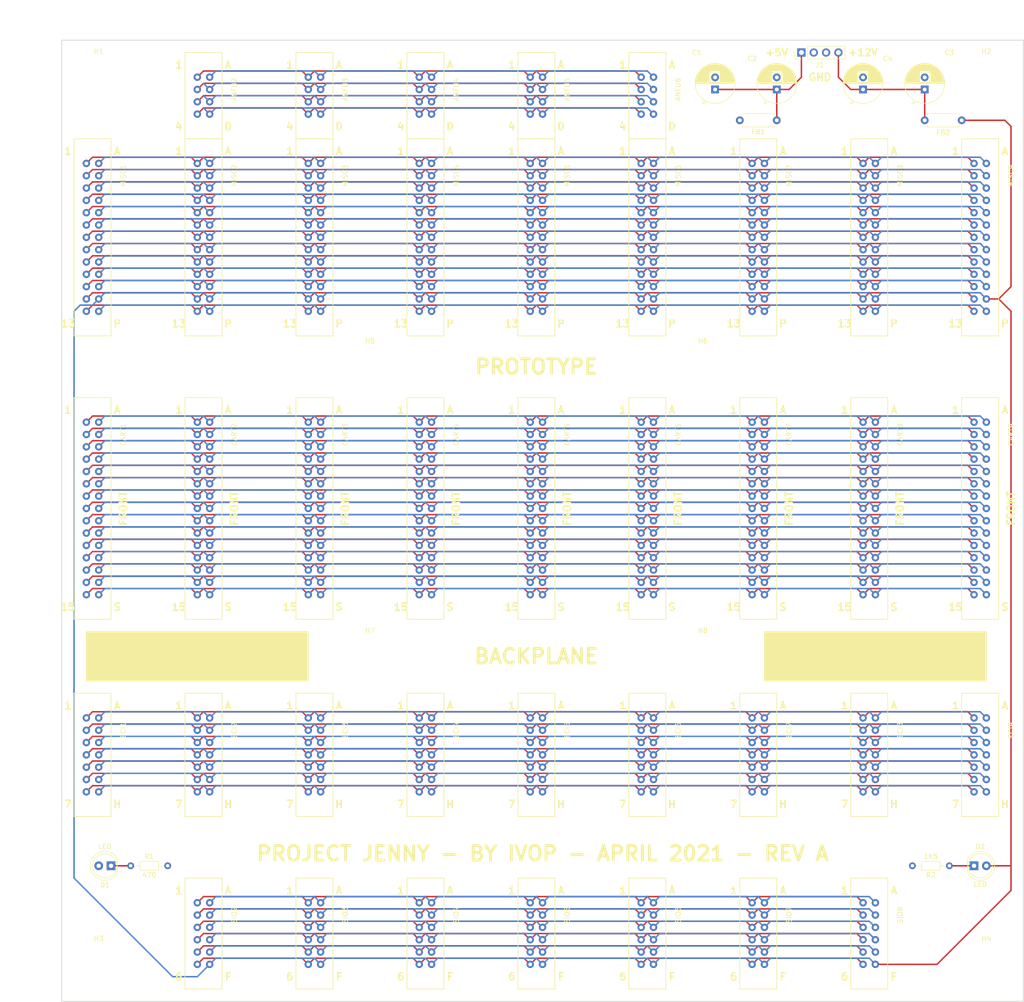
<source format=kicad_pcb>
(kicad_pcb (version 20171130) (host pcbnew 5.0.2+dfsg1-1)
  (layers (0 F.Cu signal) (1 In1.Cu signal) (2 In2.Cu signal) (31 B.Cu signal) (34 B.Paste user) (35 F.Paste user) (36 B.SilkS user) (37 F.SilkS user) (38 B.Mask user) (39 F.Mask user) (44 Edge.Cuts user))
  (net 0 "")
  (net 1 FREE1)
  (net 2 FREE2)
  (net 3 AN0)
  (net 4 AN1)
  (net 5 AN2)
  (net 6 FPH0)
  (net 7 PH0)
  (net 8 PH1)
  (net 9 ~S4)
  (net 10 RD4)
  (net 11 A3)
  (net 12 GND)
  (net 13 A2)
  (net 14 A4)
  (net 15 A1)
  (net 16 A5)
  (net 17 A0)
  (net 18 A6)
  (net 19 D4)
  (net 20 A7)
  (net 21 D5)
  (net 22 A8)
  (net 23 D2)
  (net 24 A9)
  (net 25 D1)
  (net 26 A12)
  (net 27 D0)
  (net 28 D3)
  (net 29 D6)
  (net 30 D7)
  (net 31 ~S5)
  (net 32 A11)
  (net 33 +5V)
  (net 34 A10)
  (net 35 RD5)
  (net 36 R~W)
  (net 37 ~CCTL)
  (net 38 BPH2)
  (net 39 ~EXT)
  (net 40 RESERVED)
  (net 41 ~RST)
  (net 42 ~IRQ)
  (net 43 ~D1xx)
  (net 44 ~HALT)
  (net 45 ~MPD)
  (net 46 A13)
  (net 47 ECI_AUDIO_IN)
  (net 48 A14)
  (net 49 ~REF)
  (net 50 A15)
  (net 51 SYNC)
  (net 52 ~NMI)
  (net 53 ~D0xx)
  (net 54 ~CI)
  (net 55 ~D2xx)
  (net 56 ~D3xx)
  (net 57 ~D4xx)
  (net 58 ~D5xx)
  (net 59 ~D6xx)
  (net 60 ~D7xx)
  (net 61 ~BASIC)
  (net 62 ~OS)
  (net 63 REN_PB0)
  (net 64 PB1_~BE)
  (net 65 PB2)
  (net 66 PB3)
  (net 67 PB4)
  (net 68 PB5)
  (net 69 PB6)
  (net 70 PB7_~MAP)
  (net 71 POKEY_LEFT)
  (net 72 POKEY_RIGHT)
  (net 73 GTIA_BUZZER)
  (net 74 +12V)
  (net 75 FREE3)
  (net 76 FREE4)
  (net 77 SIO_CLOCK_IN)
  (net 78 SIO_CLOCK_OUT)
  (net 79 SIO_DATA_IN)
  (net 80 SIO_DATA_OUT)
  (net 81 SIO_COMMAND)
  (net 82 SIO_MOTOR)
  (net 83 SIO_PROCEED)
  (net 84 SIO_INTERRUPT)
  (net 85 SIO_AUDIO_IN)
  (net 86 +5V_INPUT)
  (net 87 +12V_INPUT)
  (net 88 "Net-(D1-Pad1)")
  (net 89 "Net-(D2-Pad1)")
  (module MountingHole:MountingHole_4.3mm_M4 (layer F.Cu) (at 40.64 228.6)
    (fp_text reference H3 (at 0 -5.3) (layer F.SilkS))
    (fp_text value MountingHole hide)
    (pad 1 np_thru_hole circle (at 0 0) (size 4.3 4.3) (drill 4.3) (layers *.Cu *.Mask))
  )
  (module "card edge connectors:CONN 2x6" (layer F.Cu) (at 200.66 213.36)
    (fp_text reference SIO8 (at 5.08 5.08 90) (layer F.SilkS))
    (fp_text value "CONN 2x6" hide)
    (pad 12 thru_hole circle (at 0 15.24) (size 1.524 1.524) (drill 0.762) (layers *.Cu *.Mask) (net 74 +12V))
    (pad 11 thru_hole circle (at -2.54 15.24) (size 1.524 1.524) (drill 0.762) (layers *.Cu *.Mask) (net 85 SIO_AUDIO_IN))
    (pad 10 thru_hole circle (at 0 12.7) (size 1.524 1.524) (drill 0.762) (layers *.Cu *.Mask) (net 33 +5V))
    (pad 9 thru_hole circle (at -2.54 12.7) (size 1.524 1.524) (drill 0.762) (layers *.Cu *.Mask) (net 12 GND))
    (pad 8 thru_hole circle (at 0 10.16) (size 1.524 1.524) (drill 0.762) (layers *.Cu *.Mask) (net 84 SIO_INTERRUPT))
    (pad 7 thru_hole circle (at -2.54 10.16) (size 1.524 1.524) (drill 0.762) (layers *.Cu *.Mask) (net 83 SIO_PROCEED))
    (pad 6 thru_hole circle (at 0 7.62) (size 1.524 1.524) (drill 0.762) (layers *.Cu *.Mask) (net 82 SIO_MOTOR))
    (pad 5 thru_hole circle (at -2.54 7.62) (size 1.524 1.524) (drill 0.762) (layers *.Cu *.Mask) (net 81 SIO_COMMAND))
    (pad 4 thru_hole circle (at 0 5.08) (size 1.524 1.524) (drill 0.762) (layers *.Cu *.Mask) (net 80 SIO_DATA_OUT))
    (pad 3 thru_hole circle (at -2.54 5.08) (size 1.524 1.524) (drill 0.762) (layers *.Cu *.Mask) (net 79 SIO_DATA_IN))
    (pad 2 thru_hole circle (at 0 2.54) (size 1.524 1.524) (drill 0.762) (layers *.Cu *.Mask) (net 78 SIO_CLOCK_OUT))
    (pad 1 thru_hole circle (at -2.54 2.54) (size 1.524 1.524) (drill 0.762) (layers *.Cu *.Mask) (net 77 SIO_CLOCK_IN))
  )
  (module "card edge connectors:CONN 2x6" (layer F.Cu) (at 63.5 213.36)
    (fp_text reference SIO2 (at 5.08 5.08 90) (layer F.SilkS))
    (fp_text value "CONN 2x6" hide)
    (pad 1 thru_hole circle (at -2.54 2.54) (size 1.524 1.524) (drill 0.762) (layers *.Cu *.Mask) (net 77 SIO_CLOCK_IN))
    (pad 2 thru_hole circle (at 0 2.54) (size 1.524 1.524) (drill 0.762) (layers *.Cu *.Mask) (net 78 SIO_CLOCK_OUT))
    (pad 3 thru_hole circle (at -2.54 5.08) (size 1.524 1.524) (drill 0.762) (layers *.Cu *.Mask) (net 79 SIO_DATA_IN))
    (pad 4 thru_hole circle (at 0 5.08) (size 1.524 1.524) (drill 0.762) (layers *.Cu *.Mask) (net 80 SIO_DATA_OUT))
    (pad 5 thru_hole circle (at -2.54 7.62) (size 1.524 1.524) (drill 0.762) (layers *.Cu *.Mask) (net 81 SIO_COMMAND))
    (pad 6 thru_hole circle (at 0 7.62) (size 1.524 1.524) (drill 0.762) (layers *.Cu *.Mask) (net 82 SIO_MOTOR))
    (pad 7 thru_hole circle (at -2.54 10.16) (size 1.524 1.524) (drill 0.762) (layers *.Cu *.Mask) (net 83 SIO_PROCEED))
    (pad 8 thru_hole circle (at 0 10.16) (size 1.524 1.524) (drill 0.762) (layers *.Cu *.Mask) (net 84 SIO_INTERRUPT))
    (pad 9 thru_hole circle (at -2.54 12.7) (size 1.524 1.524) (drill 0.762) (layers *.Cu *.Mask) (net 12 GND))
    (pad 10 thru_hole circle (at 0 12.7) (size 1.524 1.524) (drill 0.762) (layers *.Cu *.Mask) (net 33 +5V))
    (pad 11 thru_hole circle (at -2.54 15.24) (size 1.524 1.524) (drill 0.762) (layers *.Cu *.Mask) (net 85 SIO_AUDIO_IN))
    (pad 12 thru_hole circle (at 0 15.24) (size 1.524 1.524) (drill 0.762) (layers *.Cu *.Mask) (net 74 +12V))
  )
  (module "card edge connectors:CONN 2x4" (layer F.Cu) (at 60.96 45.72)
    (fp_text reference ANFU2 (at 7.62 2.54 90) (layer F.SilkS))
    (fp_text value "CONN 2x4" hide)
    (pad 8 thru_hole circle (at 2.54 7.62) (size 1.524 1.524) (drill 0.762) (layers *.Cu *.Mask) (net 8 PH1))
    (pad 7 thru_hole circle (at 0 7.62) (size 1.524 1.524) (drill 0.762) (layers *.Cu *.Mask) (net 7 PH0))
    (pad 6 thru_hole circle (at 2.54 5.08) (size 1.524 1.524) (drill 0.762) (layers *.Cu *.Mask) (net 6 FPH0))
    (pad 5 thru_hole circle (at 0 5.08) (size 1.524 1.524) (drill 0.762) (layers *.Cu *.Mask) (net 5 AN2))
    (pad 4 thru_hole circle (at 2.54 2.54) (size 1.524 1.524) (drill 0.762) (layers *.Cu *.Mask) (net 4 AN1))
    (pad 3 thru_hole circle (at 0 2.54) (size 1.524 1.524) (drill 0.762) (layers *.Cu *.Mask) (net 3 AN0))
    (pad 2 thru_hole circle (at 2.54 0) (size 1.524 1.524) (drill 0.762) (layers *.Cu *.Mask) (net 2 FREE2))
    (pad 1 thru_hole circle (at 0 0) (size 1.524 1.524) (drill 0.762) (layers *.Cu *.Mask) (net 1 FREE1))
  )
  (module "card edge connectors:CONN 2x4" (layer F.Cu) (at 83.82 45.72)
    (fp_text reference ANFU3 (at 7.62 2.54 90) (layer F.SilkS))
    (fp_text value "CONN 2x4" hide)
    (pad 1 thru_hole circle (at 0 0) (size 1.524 1.524) (drill 0.762) (layers *.Cu *.Mask) (net 1 FREE1))
    (pad 2 thru_hole circle (at 2.54 0) (size 1.524 1.524) (drill 0.762) (layers *.Cu *.Mask) (net 2 FREE2))
    (pad 3 thru_hole circle (at 0 2.54) (size 1.524 1.524) (drill 0.762) (layers *.Cu *.Mask) (net 3 AN0))
    (pad 4 thru_hole circle (at 2.54 2.54) (size 1.524 1.524) (drill 0.762) (layers *.Cu *.Mask) (net 4 AN1))
    (pad 5 thru_hole circle (at 0 5.08) (size 1.524 1.524) (drill 0.762) (layers *.Cu *.Mask) (net 5 AN2))
    (pad 6 thru_hole circle (at 2.54 5.08) (size 1.524 1.524) (drill 0.762) (layers *.Cu *.Mask) (net 6 FPH0))
    (pad 7 thru_hole circle (at 0 7.62) (size 1.524 1.524) (drill 0.762) (layers *.Cu *.Mask) (net 7 PH0))
    (pad 8 thru_hole circle (at 2.54 7.62) (size 1.524 1.524) (drill 0.762) (layers *.Cu *.Mask) (net 8 PH1))
  )
  (module "card edge connectors:CONN 2x4" (layer F.Cu) (at 106.68 45.72)
    (fp_text reference ANFU4 (at 7.62 2.54 90) (layer F.SilkS))
    (fp_text value "CONN 2x4" hide)
    (pad 8 thru_hole circle (at 2.54 7.62) (size 1.524 1.524) (drill 0.762) (layers *.Cu *.Mask) (net 8 PH1))
    (pad 7 thru_hole circle (at 0 7.62) (size 1.524 1.524) (drill 0.762) (layers *.Cu *.Mask) (net 7 PH0))
    (pad 6 thru_hole circle (at 2.54 5.08) (size 1.524 1.524) (drill 0.762) (layers *.Cu *.Mask) (net 6 FPH0))
    (pad 5 thru_hole circle (at 0 5.08) (size 1.524 1.524) (drill 0.762) (layers *.Cu *.Mask) (net 5 AN2))
    (pad 4 thru_hole circle (at 2.54 2.54) (size 1.524 1.524) (drill 0.762) (layers *.Cu *.Mask) (net 4 AN1))
    (pad 3 thru_hole circle (at 0 2.54) (size 1.524 1.524) (drill 0.762) (layers *.Cu *.Mask) (net 3 AN0))
    (pad 2 thru_hole circle (at 2.54 0) (size 1.524 1.524) (drill 0.762) (layers *.Cu *.Mask) (net 2 FREE2))
    (pad 1 thru_hole circle (at 0 0) (size 1.524 1.524) (drill 0.762) (layers *.Cu *.Mask) (net 1 FREE1))
  )
  (module "card edge connectors:CONN 2x4" (layer F.Cu) (at 129.54 45.72)
    (fp_text reference ANFU5 (at 7.62 2.54 90) (layer F.SilkS))
    (fp_text value "CONN 2x4" hide)
    (pad 1 thru_hole circle (at 0 0) (size 1.524 1.524) (drill 0.762) (layers *.Cu *.Mask) (net 1 FREE1))
    (pad 2 thru_hole circle (at 2.54 0) (size 1.524 1.524) (drill 0.762) (layers *.Cu *.Mask) (net 2 FREE2))
    (pad 3 thru_hole circle (at 0 2.54) (size 1.524 1.524) (drill 0.762) (layers *.Cu *.Mask) (net 3 AN0))
    (pad 4 thru_hole circle (at 2.54 2.54) (size 1.524 1.524) (drill 0.762) (layers *.Cu *.Mask) (net 4 AN1))
    (pad 5 thru_hole circle (at 0 5.08) (size 1.524 1.524) (drill 0.762) (layers *.Cu *.Mask) (net 5 AN2))
    (pad 6 thru_hole circle (at 2.54 5.08) (size 1.524 1.524) (drill 0.762) (layers *.Cu *.Mask) (net 6 FPH0))
    (pad 7 thru_hole circle (at 0 7.62) (size 1.524 1.524) (drill 0.762) (layers *.Cu *.Mask) (net 7 PH0))
    (pad 8 thru_hole circle (at 2.54 7.62) (size 1.524 1.524) (drill 0.762) (layers *.Cu *.Mask) (net 8 PH1))
  )
  (module "card edge connectors:CONN 2x13" (layer F.Cu) (at 38.1 60.96)
    (fp_text reference MISC1 (at 7.62 5.08 90) (layer F.SilkS))
    (fp_text value "CONN 2x13" hide)
    (pad 1 thru_hole circle (at 0 2.54) (size 1.524 1.524) (drill 0.762) (layers *.Cu *.Mask) (net 51 SYNC))
    (pad 2 thru_hole circle (at 2.54 2.54) (size 1.524 1.524) (drill 0.762) (layers *.Cu *.Mask) (net 52 ~NMI))
    (pad 3 thru_hole circle (at 0 5.08) (size 1.524 1.524) (drill 0.762) (layers *.Cu *.Mask) (net 53 ~D0xx))
    (pad 4 thru_hole circle (at 2.54 5.08) (size 1.524 1.524) (drill 0.762) (layers *.Cu *.Mask) (net 54 ~CI))
    (pad 5 thru_hole circle (at 0 7.62) (size 1.524 1.524) (drill 0.762) (layers *.Cu *.Mask) (net 55 ~D2xx))
    (pad 6 thru_hole circle (at 2.54 7.62) (size 1.524 1.524) (drill 0.762) (layers *.Cu *.Mask) (net 56 ~D3xx))
    (pad 7 thru_hole circle (at 0 10.16) (size 1.524 1.524) (drill 0.762) (layers *.Cu *.Mask) (net 57 ~D4xx))
    (pad 8 thru_hole circle (at 2.54 10.16) (size 1.524 1.524) (drill 0.762) (layers *.Cu *.Mask) (net 58 ~D5xx))
    (pad 9 thru_hole circle (at 0 12.7) (size 1.524 1.524) (drill 0.762) (layers *.Cu *.Mask) (net 59 ~D6xx))
    (pad 10 thru_hole circle (at 2.54 12.7) (size 1.524 1.524) (drill 0.762) (layers *.Cu *.Mask) (net 60 ~D7xx))
    (pad 11 thru_hole circle (at 0 15.24) (size 1.524 1.524) (drill 0.762) (layers *.Cu *.Mask) (net 61 ~BASIC))
    (pad 12 thru_hole circle (at 2.54 15.24) (size 1.524 1.524) (drill 0.762) (layers *.Cu *.Mask) (net 62 ~OS))
    (pad 13 thru_hole circle (at 0 17.78) (size 1.524 1.524) (drill 0.762) (layers *.Cu *.Mask) (net 63 REN_PB0))
    (pad 14 thru_hole circle (at 2.54 17.78) (size 1.524 1.524) (drill 0.762) (layers *.Cu *.Mask) (net 64 PB1_~BE))
    (pad 15 thru_hole circle (at 0 20.32) (size 1.524 1.524) (drill 0.762) (layers *.Cu *.Mask) (net 65 PB2))
    (pad 16 thru_hole circle (at 2.54 20.32) (size 1.524 1.524) (drill 0.762) (layers *.Cu *.Mask) (net 66 PB3))
    (pad 17 thru_hole circle (at 0 22.86) (size 1.524 1.524) (drill 0.762) (layers *.Cu *.Mask) (net 67 PB4))
    (pad 18 thru_hole circle (at 2.54 22.86) (size 1.524 1.524) (drill 0.762) (layers *.Cu *.Mask) (net 68 PB5))
    (pad 19 thru_hole circle (at 0 25.4) (size 1.524 1.524) (drill 0.762) (layers *.Cu *.Mask) (net 69 PB6))
    (pad 20 thru_hole circle (at 2.54 25.4) (size 1.524 1.524) (drill 0.762) (layers *.Cu *.Mask) (net 70 PB7_~MAP))
    (pad 21 thru_hole circle (at 0 27.94) (size 1.524 1.524) (drill 0.762) (layers *.Cu *.Mask) (net 71 POKEY_LEFT))
    (pad 22 thru_hole circle (at 2.54 27.94) (size 1.524 1.524) (drill 0.762) (layers *.Cu *.Mask) (net 72 POKEY_RIGHT))
    (pad 23 thru_hole circle (at 0 30.48) (size 1.524 1.524) (drill 0.762) (layers *.Cu *.Mask) (net 73 GTIA_BUZZER))
    (pad 24 thru_hole circle (at 2.54 30.48) (size 1.524 1.524) (drill 0.762) (layers *.Cu *.Mask) (net 74 +12V))
    (pad 25 thru_hole circle (at 0 33.02) (size 1.524 1.524) (drill 0.762) (layers *.Cu *.Mask) (net 75 FREE3))
    (pad 26 thru_hole circle (at 2.54 33.02) (size 1.524 1.524) (drill 0.762) (layers *.Cu *.Mask) (net 76 FREE4))
  )
  (module "card edge connectors:CONN 2x13" (layer F.Cu) (at 60.96 60.96)
    (fp_text reference MISC2 (at 7.62 5.08 90) (layer F.SilkS))
    (fp_text value "CONN 2x13" hide)
    (pad 1 thru_hole circle (at 0 2.54) (size 1.524 1.524) (drill 0.762) (layers *.Cu *.Mask) (net 51 SYNC))
    (pad 2 thru_hole circle (at 2.54 2.54) (size 1.524 1.524) (drill 0.762) (layers *.Cu *.Mask) (net 52 ~NMI))
    (pad 3 thru_hole circle (at 0 5.08) (size 1.524 1.524) (drill 0.762) (layers *.Cu *.Mask) (net 53 ~D0xx))
    (pad 4 thru_hole circle (at 2.54 5.08) (size 1.524 1.524) (drill 0.762) (layers *.Cu *.Mask) (net 54 ~CI))
    (pad 5 thru_hole circle (at 0 7.62) (size 1.524 1.524) (drill 0.762) (layers *.Cu *.Mask) (net 55 ~D2xx))
    (pad 6 thru_hole circle (at 2.54 7.62) (size 1.524 1.524) (drill 0.762) (layers *.Cu *.Mask) (net 56 ~D3xx))
    (pad 7 thru_hole circle (at 0 10.16) (size 1.524 1.524) (drill 0.762) (layers *.Cu *.Mask) (net 57 ~D4xx))
    (pad 8 thru_hole circle (at 2.54 10.16) (size 1.524 1.524) (drill 0.762) (layers *.Cu *.Mask) (net 58 ~D5xx))
    (pad 9 thru_hole circle (at 0 12.7) (size 1.524 1.524) (drill 0.762) (layers *.Cu *.Mask) (net 59 ~D6xx))
    (pad 10 thru_hole circle (at 2.54 12.7) (size 1.524 1.524) (drill 0.762) (layers *.Cu *.Mask) (net 60 ~D7xx))
    (pad 11 thru_hole circle (at 0 15.24) (size 1.524 1.524) (drill 0.762) (layers *.Cu *.Mask) (net 61 ~BASIC))
    (pad 12 thru_hole circle (at 2.54 15.24) (size 1.524 1.524) (drill 0.762) (layers *.Cu *.Mask) (net 62 ~OS))
    (pad 13 thru_hole circle (at 0 17.78) (size 1.524 1.524) (drill 0.762) (layers *.Cu *.Mask) (net 63 REN_PB0))
    (pad 14 thru_hole circle (at 2.54 17.78) (size 1.524 1.524) (drill 0.762) (layers *.Cu *.Mask) (net 64 PB1_~BE))
    (pad 15 thru_hole circle (at 0 20.32) (size 1.524 1.524) (drill 0.762) (layers *.Cu *.Mask) (net 65 PB2))
    (pad 16 thru_hole circle (at 2.54 20.32) (size 1.524 1.524) (drill 0.762) (layers *.Cu *.Mask) (net 66 PB3))
    (pad 17 thru_hole circle (at 0 22.86) (size 1.524 1.524) (drill 0.762) (layers *.Cu *.Mask) (net 67 PB4))
    (pad 18 thru_hole circle (at 2.54 22.86) (size 1.524 1.524) (drill 0.762) (layers *.Cu *.Mask) (net 68 PB5))
    (pad 19 thru_hole circle (at 0 25.4) (size 1.524 1.524) (drill 0.762) (layers *.Cu *.Mask) (net 69 PB6))
    (pad 20 thru_hole circle (at 2.54 25.4) (size 1.524 1.524) (drill 0.762) (layers *.Cu *.Mask) (net 70 PB7_~MAP))
    (pad 21 thru_hole circle (at 0 27.94) (size 1.524 1.524) (drill 0.762) (layers *.Cu *.Mask) (net 71 POKEY_LEFT))
    (pad 22 thru_hole circle (at 2.54 27.94) (size 1.524 1.524) (drill 0.762) (layers *.Cu *.Mask) (net 72 POKEY_RIGHT))
    (pad 23 thru_hole circle (at 0 30.48) (size 1.524 1.524) (drill 0.762) (layers *.Cu *.Mask) (net 73 GTIA_BUZZER))
    (pad 24 thru_hole circle (at 2.54 30.48) (size 1.524 1.524) (drill 0.762) (layers *.Cu *.Mask) (net 74 +12V))
    (pad 25 thru_hole circle (at 0 33.02) (size 1.524 1.524) (drill 0.762) (layers *.Cu *.Mask) (net 75 FREE3))
    (pad 26 thru_hole circle (at 2.54 33.02) (size 1.524 1.524) (drill 0.762) (layers *.Cu *.Mask) (net 76 FREE4))
  )
  (module "card edge connectors:CONN 2x13" (layer F.Cu) (at 83.82 60.96)
    (fp_text reference MISC3 (at 7.62 5.08 90) (layer F.SilkS))
    (fp_text value "CONN 2x13" hide)
    (pad 26 thru_hole circle (at 2.54 33.02) (size 1.524 1.524) (drill 0.762) (layers *.Cu *.Mask) (net 76 FREE4))
    (pad 25 thru_hole circle (at 0 33.02) (size 1.524 1.524) (drill 0.762) (layers *.Cu *.Mask) (net 75 FREE3))
    (pad 24 thru_hole circle (at 2.54 30.48) (size 1.524 1.524) (drill 0.762) (layers *.Cu *.Mask) (net 74 +12V))
    (pad 23 thru_hole circle (at 0 30.48) (size 1.524 1.524) (drill 0.762) (layers *.Cu *.Mask) (net 73 GTIA_BUZZER))
    (pad 22 thru_hole circle (at 2.54 27.94) (size 1.524 1.524) (drill 0.762) (layers *.Cu *.Mask) (net 72 POKEY_RIGHT))
    (pad 21 thru_hole circle (at 0 27.94) (size 1.524 1.524) (drill 0.762) (layers *.Cu *.Mask) (net 71 POKEY_LEFT))
    (pad 20 thru_hole circle (at 2.54 25.4) (size 1.524 1.524) (drill 0.762) (layers *.Cu *.Mask) (net 70 PB7_~MAP))
    (pad 19 thru_hole circle (at 0 25.4) (size 1.524 1.524) (drill 0.762) (layers *.Cu *.Mask) (net 69 PB6))
    (pad 18 thru_hole circle (at 2.54 22.86) (size 1.524 1.524) (drill 0.762) (layers *.Cu *.Mask) (net 68 PB5))
    (pad 17 thru_hole circle (at 0 22.86) (size 1.524 1.524) (drill 0.762) (layers *.Cu *.Mask) (net 67 PB4))
    (pad 16 thru_hole circle (at 2.54 20.32) (size 1.524 1.524) (drill 0.762) (layers *.Cu *.Mask) (net 66 PB3))
    (pad 15 thru_hole circle (at 0 20.32) (size 1.524 1.524) (drill 0.762) (layers *.Cu *.Mask) (net 65 PB2))
    (pad 14 thru_hole circle (at 2.54 17.78) (size 1.524 1.524) (drill 0.762) (layers *.Cu *.Mask) (net 64 PB1_~BE))
    (pad 13 thru_hole circle (at 0 17.78) (size 1.524 1.524) (drill 0.762) (layers *.Cu *.Mask) (net 63 REN_PB0))
    (pad 12 thru_hole circle (at 2.54 15.24) (size 1.524 1.524) (drill 0.762) (layers *.Cu *.Mask) (net 62 ~OS))
    (pad 11 thru_hole circle (at 0 15.24) (size 1.524 1.524) (drill 0.762) (layers *.Cu *.Mask) (net 61 ~BASIC))
    (pad 10 thru_hole circle (at 2.54 12.7) (size 1.524 1.524) (drill 0.762) (layers *.Cu *.Mask) (net 60 ~D7xx))
    (pad 9 thru_hole circle (at 0 12.7) (size 1.524 1.524) (drill 0.762) (layers *.Cu *.Mask) (net 59 ~D6xx))
    (pad 8 thru_hole circle (at 2.54 10.16) (size 1.524 1.524) (drill 0.762) (layers *.Cu *.Mask) (net 58 ~D5xx))
    (pad 7 thru_hole circle (at 0 10.16) (size 1.524 1.524) (drill 0.762) (layers *.Cu *.Mask) (net 57 ~D4xx))
    (pad 6 thru_hole circle (at 2.54 7.62) (size 1.524 1.524) (drill 0.762) (layers *.Cu *.Mask) (net 56 ~D3xx))
    (pad 5 thru_hole circle (at 0 7.62) (size 1.524 1.524) (drill 0.762) (layers *.Cu *.Mask) (net 55 ~D2xx))
    (pad 4 thru_hole circle (at 2.54 5.08) (size 1.524 1.524) (drill 0.762) (layers *.Cu *.Mask) (net 54 ~CI))
    (pad 3 thru_hole circle (at 0 5.08) (size 1.524 1.524) (drill 0.762) (layers *.Cu *.Mask) (net 53 ~D0xx))
    (pad 2 thru_hole circle (at 2.54 2.54) (size 1.524 1.524) (drill 0.762) (layers *.Cu *.Mask) (net 52 ~NMI))
    (pad 1 thru_hole circle (at 0 2.54) (size 1.524 1.524) (drill 0.762) (layers *.Cu *.Mask) (net 51 SYNC))
  )
  (module "card edge connectors:CONN 2x13" (layer F.Cu) (at 106.68 60.96)
    (fp_text reference MISC4 (at 7.62 5.08 90) (layer F.SilkS))
    (fp_text value "CONN 2x13" hide)
    (pad 1 thru_hole circle (at 0 2.54) (size 1.524 1.524) (drill 0.762) (layers *.Cu *.Mask) (net 51 SYNC))
    (pad 2 thru_hole circle (at 2.54 2.54) (size 1.524 1.524) (drill 0.762) (layers *.Cu *.Mask) (net 52 ~NMI))
    (pad 3 thru_hole circle (at 0 5.08) (size 1.524 1.524) (drill 0.762) (layers *.Cu *.Mask) (net 53 ~D0xx))
    (pad 4 thru_hole circle (at 2.54 5.08) (size 1.524 1.524) (drill 0.762) (layers *.Cu *.Mask) (net 54 ~CI))
    (pad 5 thru_hole circle (at 0 7.62) (size 1.524 1.524) (drill 0.762) (layers *.Cu *.Mask) (net 55 ~D2xx))
    (pad 6 thru_hole circle (at 2.54 7.62) (size 1.524 1.524) (drill 0.762) (layers *.Cu *.Mask) (net 56 ~D3xx))
    (pad 7 thru_hole circle (at 0 10.16) (size 1.524 1.524) (drill 0.762) (layers *.Cu *.Mask) (net 57 ~D4xx))
    (pad 8 thru_hole circle (at 2.54 10.16) (size 1.524 1.524) (drill 0.762) (layers *.Cu *.Mask) (net 58 ~D5xx))
    (pad 9 thru_hole circle (at 0 12.7) (size 1.524 1.524) (drill 0.762) (layers *.Cu *.Mask) (net 59 ~D6xx))
    (pad 10 thru_hole circle (at 2.54 12.7) (size 1.524 1.524) (drill 0.762) (layers *.Cu *.Mask) (net 60 ~D7xx))
    (pad 11 thru_hole circle (at 0 15.24) (size 1.524 1.524) (drill 0.762) (layers *.Cu *.Mask) (net 61 ~BASIC))
    (pad 12 thru_hole circle (at 2.54 15.24) (size 1.524 1.524) (drill 0.762) (layers *.Cu *.Mask) (net 62 ~OS))
    (pad 13 thru_hole circle (at 0 17.78) (size 1.524 1.524) (drill 0.762) (layers *.Cu *.Mask) (net 63 REN_PB0))
    (pad 14 thru_hole circle (at 2.54 17.78) (size 1.524 1.524) (drill 0.762) (layers *.Cu *.Mask) (net 64 PB1_~BE))
    (pad 15 thru_hole circle (at 0 20.32) (size 1.524 1.524) (drill 0.762) (layers *.Cu *.Mask) (net 65 PB2))
    (pad 16 thru_hole circle (at 2.54 20.32) (size 1.524 1.524) (drill 0.762) (layers *.Cu *.Mask) (net 66 PB3))
    (pad 17 thru_hole circle (at 0 22.86) (size 1.524 1.524) (drill 0.762) (layers *.Cu *.Mask) (net 67 PB4))
    (pad 18 thru_hole circle (at 2.54 22.86) (size 1.524 1.524) (drill 0.762) (layers *.Cu *.Mask) (net 68 PB5))
    (pad 19 thru_hole circle (at 0 25.4) (size 1.524 1.524) (drill 0.762) (layers *.Cu *.Mask) (net 69 PB6))
    (pad 20 thru_hole circle (at 2.54 25.4) (size 1.524 1.524) (drill 0.762) (layers *.Cu *.Mask) (net 70 PB7_~MAP))
    (pad 21 thru_hole circle (at 0 27.94) (size 1.524 1.524) (drill 0.762) (layers *.Cu *.Mask) (net 71 POKEY_LEFT))
    (pad 22 thru_hole circle (at 2.54 27.94) (size 1.524 1.524) (drill 0.762) (layers *.Cu *.Mask) (net 72 POKEY_RIGHT))
    (pad 23 thru_hole circle (at 0 30.48) (size 1.524 1.524) (drill 0.762) (layers *.Cu *.Mask) (net 73 GTIA_BUZZER))
    (pad 24 thru_hole circle (at 2.54 30.48) (size 1.524 1.524) (drill 0.762) (layers *.Cu *.Mask) (net 74 +12V))
    (pad 25 thru_hole circle (at 0 33.02) (size 1.524 1.524) (drill 0.762) (layers *.Cu *.Mask) (net 75 FREE3))
    (pad 26 thru_hole circle (at 2.54 33.02) (size 1.524 1.524) (drill 0.762) (layers *.Cu *.Mask) (net 76 FREE4))
  )
  (module "card edge connectors:CONN 2x13" (layer F.Cu) (at 129.54 60.96)
    (fp_text reference MISC5 (at 7.62 5.08 90) (layer F.SilkS))
    (fp_text value "CONN 2x13" hide)
    (pad 26 thru_hole circle (at 2.54 33.02) (size 1.524 1.524) (drill 0.762) (layers *.Cu *.Mask) (net 76 FREE4))
    (pad 25 thru_hole circle (at 0 33.02) (size 1.524 1.524) (drill 0.762) (layers *.Cu *.Mask) (net 75 FREE3))
    (pad 24 thru_hole circle (at 2.54 30.48) (size 1.524 1.524) (drill 0.762) (layers *.Cu *.Mask) (net 74 +12V))
    (pad 23 thru_hole circle (at 0 30.48) (size 1.524 1.524) (drill 0.762) (layers *.Cu *.Mask) (net 73 GTIA_BUZZER))
    (pad 22 thru_hole circle (at 2.54 27.94) (size 1.524 1.524) (drill 0.762) (layers *.Cu *.Mask) (net 72 POKEY_RIGHT))
    (pad 21 thru_hole circle (at 0 27.94) (size 1.524 1.524) (drill 0.762) (layers *.Cu *.Mask) (net 71 POKEY_LEFT))
    (pad 20 thru_hole circle (at 2.54 25.4) (size 1.524 1.524) (drill 0.762) (layers *.Cu *.Mask) (net 70 PB7_~MAP))
    (pad 19 thru_hole circle (at 0 25.4) (size 1.524 1.524) (drill 0.762) (layers *.Cu *.Mask) (net 69 PB6))
    (pad 18 thru_hole circle (at 2.54 22.86) (size 1.524 1.524) (drill 0.762) (layers *.Cu *.Mask) (net 68 PB5))
    (pad 17 thru_hole circle (at 0 22.86) (size 1.524 1.524) (drill 0.762) (layers *.Cu *.Mask) (net 67 PB4))
    (pad 16 thru_hole circle (at 2.54 20.32) (size 1.524 1.524) (drill 0.762) (layers *.Cu *.Mask) (net 66 PB3))
    (pad 15 thru_hole circle (at 0 20.32) (size 1.524 1.524) (drill 0.762) (layers *.Cu *.Mask) (net 65 PB2))
    (pad 14 thru_hole circle (at 2.54 17.78) (size 1.524 1.524) (drill 0.762) (layers *.Cu *.Mask) (net 64 PB1_~BE))
    (pad 13 thru_hole circle (at 0 17.78) (size 1.524 1.524) (drill 0.762) (layers *.Cu *.Mask) (net 63 REN_PB0))
    (pad 12 thru_hole circle (at 2.54 15.24) (size 1.524 1.524) (drill 0.762) (layers *.Cu *.Mask) (net 62 ~OS))
    (pad 11 thru_hole circle (at 0 15.24) (size 1.524 1.524) (drill 0.762) (layers *.Cu *.Mask) (net 61 ~BASIC))
    (pad 10 thru_hole circle (at 2.54 12.7) (size 1.524 1.524) (drill 0.762) (layers *.Cu *.Mask) (net 60 ~D7xx))
    (pad 9 thru_hole circle (at 0 12.7) (size 1.524 1.524) (drill 0.762) (layers *.Cu *.Mask) (net 59 ~D6xx))
    (pad 8 thru_hole circle (at 2.54 10.16) (size 1.524 1.524) (drill 0.762) (layers *.Cu *.Mask) (net 58 ~D5xx))
    (pad 7 thru_hole circle (at 0 10.16) (size 1.524 1.524) (drill 0.762) (layers *.Cu *.Mask) (net 57 ~D4xx))
    (pad 6 thru_hole circle (at 2.54 7.62) (size 1.524 1.524) (drill 0.762) (layers *.Cu *.Mask) (net 56 ~D3xx))
    (pad 5 thru_hole circle (at 0 7.62) (size 1.524 1.524) (drill 0.762) (layers *.Cu *.Mask) (net 55 ~D2xx))
    (pad 4 thru_hole circle (at 2.54 5.08) (size 1.524 1.524) (drill 0.762) (layers *.Cu *.Mask) (net 54 ~CI))
    (pad 3 thru_hole circle (at 0 5.08) (size 1.524 1.524) (drill 0.762) (layers *.Cu *.Mask) (net 53 ~D0xx))
    (pad 2 thru_hole circle (at 2.54 2.54) (size 1.524 1.524) (drill 0.762) (layers *.Cu *.Mask) (net 52 ~NMI))
    (pad 1 thru_hole circle (at 0 2.54) (size 1.524 1.524) (drill 0.762) (layers *.Cu *.Mask) (net 51 SYNC))
  )
  (module "card edge connectors:CONN 2x13" (layer F.Cu) (at 152.4 60.96)
    (fp_text reference MISC6 (at 7.62 5.08 90) (layer F.SilkS))
    (fp_text value "CONN 2x13" hide)
    (pad 1 thru_hole circle (at 0 2.54) (size 1.524 1.524) (drill 0.762) (layers *.Cu *.Mask) (net 51 SYNC))
    (pad 2 thru_hole circle (at 2.54 2.54) (size 1.524 1.524) (drill 0.762) (layers *.Cu *.Mask) (net 52 ~NMI))
    (pad 3 thru_hole circle (at 0 5.08) (size 1.524 1.524) (drill 0.762) (layers *.Cu *.Mask) (net 53 ~D0xx))
    (pad 4 thru_hole circle (at 2.54 5.08) (size 1.524 1.524) (drill 0.762) (layers *.Cu *.Mask) (net 54 ~CI))
    (pad 5 thru_hole circle (at 0 7.62) (size 1.524 1.524) (drill 0.762) (layers *.Cu *.Mask) (net 55 ~D2xx))
    (pad 6 thru_hole circle (at 2.54 7.62) (size 1.524 1.524) (drill 0.762) (layers *.Cu *.Mask) (net 56 ~D3xx))
    (pad 7 thru_hole circle (at 0 10.16) (size 1.524 1.524) (drill 0.762) (layers *.Cu *.Mask) (net 57 ~D4xx))
    (pad 8 thru_hole circle (at 2.54 10.16) (size 1.524 1.524) (drill 0.762) (layers *.Cu *.Mask) (net 58 ~D5xx))
    (pad 9 thru_hole circle (at 0 12.7) (size 1.524 1.524) (drill 0.762) (layers *.Cu *.Mask) (net 59 ~D6xx))
    (pad 10 thru_hole circle (at 2.54 12.7) (size 1.524 1.524) (drill 0.762) (layers *.Cu *.Mask) (net 60 ~D7xx))
    (pad 11 thru_hole circle (at 0 15.24) (size 1.524 1.524) (drill 0.762) (layers *.Cu *.Mask) (net 61 ~BASIC))
    (pad 12 thru_hole circle (at 2.54 15.24) (size 1.524 1.524) (drill 0.762) (layers *.Cu *.Mask) (net 62 ~OS))
    (pad 13 thru_hole circle (at 0 17.78) (size 1.524 1.524) (drill 0.762) (layers *.Cu *.Mask) (net 63 REN_PB0))
    (pad 14 thru_hole circle (at 2.54 17.78) (size 1.524 1.524) (drill 0.762) (layers *.Cu *.Mask) (net 64 PB1_~BE))
    (pad 15 thru_hole circle (at 0 20.32) (size 1.524 1.524) (drill 0.762) (layers *.Cu *.Mask) (net 65 PB2))
    (pad 16 thru_hole circle (at 2.54 20.32) (size 1.524 1.524) (drill 0.762) (layers *.Cu *.Mask) (net 66 PB3))
    (pad 17 thru_hole circle (at 0 22.86) (size 1.524 1.524) (drill 0.762) (layers *.Cu *.Mask) (net 67 PB4))
    (pad 18 thru_hole circle (at 2.54 22.86) (size 1.524 1.524) (drill 0.762) (layers *.Cu *.Mask) (net 68 PB5))
    (pad 19 thru_hole circle (at 0 25.4) (size 1.524 1.524) (drill 0.762) (layers *.Cu *.Mask) (net 69 PB6))
    (pad 20 thru_hole circle (at 2.54 25.4) (size 1.524 1.524) (drill 0.762) (layers *.Cu *.Mask) (net 70 PB7_~MAP))
    (pad 21 thru_hole circle (at 0 27.94) (size 1.524 1.524) (drill 0.762) (layers *.Cu *.Mask) (net 71 POKEY_LEFT))
    (pad 22 thru_hole circle (at 2.54 27.94) (size 1.524 1.524) (drill 0.762) (layers *.Cu *.Mask) (net 72 POKEY_RIGHT))
    (pad 23 thru_hole circle (at 0 30.48) (size 1.524 1.524) (drill 0.762) (layers *.Cu *.Mask) (net 73 GTIA_BUZZER))
    (pad 24 thru_hole circle (at 2.54 30.48) (size 1.524 1.524) (drill 0.762) (layers *.Cu *.Mask) (net 74 +12V))
    (pad 25 thru_hole circle (at 0 33.02) (size 1.524 1.524) (drill 0.762) (layers *.Cu *.Mask) (net 75 FREE3))
    (pad 26 thru_hole circle (at 2.54 33.02) (size 1.524 1.524) (drill 0.762) (layers *.Cu *.Mask) (net 76 FREE4))
  )
  (module "card edge connectors:CONN 2x13" (layer F.Cu) (at 175.26 60.96)
    (fp_text reference MISC7 (at 7.62 5.08 90) (layer F.SilkS))
    (fp_text value "CONN 2x13" hide)
    (pad 1 thru_hole circle (at 0 2.54) (size 1.524 1.524) (drill 0.762) (layers *.Cu *.Mask) (net 51 SYNC))
    (pad 2 thru_hole circle (at 2.54 2.54) (size 1.524 1.524) (drill 0.762) (layers *.Cu *.Mask) (net 52 ~NMI))
    (pad 3 thru_hole circle (at 0 5.08) (size 1.524 1.524) (drill 0.762) (layers *.Cu *.Mask) (net 53 ~D0xx))
    (pad 4 thru_hole circle (at 2.54 5.08) (size 1.524 1.524) (drill 0.762) (layers *.Cu *.Mask) (net 54 ~CI))
    (pad 5 thru_hole circle (at 0 7.62) (size 1.524 1.524) (drill 0.762) (layers *.Cu *.Mask) (net 55 ~D2xx))
    (pad 6 thru_hole circle (at 2.54 7.62) (size 1.524 1.524) (drill 0.762) (layers *.Cu *.Mask) (net 56 ~D3xx))
    (pad 7 thru_hole circle (at 0 10.16) (size 1.524 1.524) (drill 0.762) (layers *.Cu *.Mask) (net 57 ~D4xx))
    (pad 8 thru_hole circle (at 2.54 10.16) (size 1.524 1.524) (drill 0.762) (layers *.Cu *.Mask) (net 58 ~D5xx))
    (pad 9 thru_hole circle (at 0 12.7) (size 1.524 1.524) (drill 0.762) (layers *.Cu *.Mask) (net 59 ~D6xx))
    (pad 10 thru_hole circle (at 2.54 12.7) (size 1.524 1.524) (drill 0.762) (layers *.Cu *.Mask) (net 60 ~D7xx))
    (pad 11 thru_hole circle (at 0 15.24) (size 1.524 1.524) (drill 0.762) (layers *.Cu *.Mask) (net 61 ~BASIC))
    (pad 12 thru_hole circle (at 2.54 15.24) (size 1.524 1.524) (drill 0.762) (layers *.Cu *.Mask) (net 62 ~OS))
    (pad 13 thru_hole circle (at 0 17.78) (size 1.524 1.524) (drill 0.762) (layers *.Cu *.Mask) (net 63 REN_PB0))
    (pad 14 thru_hole circle (at 2.54 17.78) (size 1.524 1.524) (drill 0.762) (layers *.Cu *.Mask) (net 64 PB1_~BE))
    (pad 15 thru_hole circle (at 0 20.32) (size 1.524 1.524) (drill 0.762) (layers *.Cu *.Mask) (net 65 PB2))
    (pad 16 thru_hole circle (at 2.54 20.32) (size 1.524 1.524) (drill 0.762) (layers *.Cu *.Mask) (net 66 PB3))
    (pad 17 thru_hole circle (at 0 22.86) (size 1.524 1.524) (drill 0.762) (layers *.Cu *.Mask) (net 67 PB4))
    (pad 18 thru_hole circle (at 2.54 22.86) (size 1.524 1.524) (drill 0.762) (layers *.Cu *.Mask) (net 68 PB5))
    (pad 19 thru_hole circle (at 0 25.4) (size 1.524 1.524) (drill 0.762) (layers *.Cu *.Mask) (net 69 PB6))
    (pad 20 thru_hole circle (at 2.54 25.4) (size 1.524 1.524) (drill 0.762) (layers *.Cu *.Mask) (net 70 PB7_~MAP))
    (pad 21 thru_hole circle (at 0 27.94) (size 1.524 1.524) (drill 0.762) (layers *.Cu *.Mask) (net 71 POKEY_LEFT))
    (pad 22 thru_hole circle (at 2.54 27.94) (size 1.524 1.524) (drill 0.762) (layers *.Cu *.Mask) (net 72 POKEY_RIGHT))
    (pad 23 thru_hole circle (at 0 30.48) (size 1.524 1.524) (drill 0.762) (layers *.Cu *.Mask) (net 73 GTIA_BUZZER))
    (pad 24 thru_hole circle (at 2.54 30.48) (size 1.524 1.524) (drill 0.762) (layers *.Cu *.Mask) (net 74 +12V))
    (pad 25 thru_hole circle (at 0 33.02) (size 1.524 1.524) (drill 0.762) (layers *.Cu *.Mask) (net 75 FREE3))
    (pad 26 thru_hole circle (at 2.54 33.02) (size 1.524 1.524) (drill 0.762) (layers *.Cu *.Mask) (net 76 FREE4))
  )
  (module "card edge connectors:CONN 2x13" (layer F.Cu) (at 198.12 60.96)
    (fp_text reference MISC8 (at 7.62 5.08 90) (layer F.SilkS))
    (fp_text value "CONN 2x13" hide)
    (pad 26 thru_hole circle (at 2.54 33.02) (size 1.524 1.524) (drill 0.762) (layers *.Cu *.Mask) (net 76 FREE4))
    (pad 25 thru_hole circle (at 0 33.02) (size 1.524 1.524) (drill 0.762) (layers *.Cu *.Mask) (net 75 FREE3))
    (pad 24 thru_hole circle (at 2.54 30.48) (size 1.524 1.524) (drill 0.762) (layers *.Cu *.Mask) (net 74 +12V))
    (pad 23 thru_hole circle (at 0 30.48) (size 1.524 1.524) (drill 0.762) (layers *.Cu *.Mask) (net 73 GTIA_BUZZER))
    (pad 22 thru_hole circle (at 2.54 27.94) (size 1.524 1.524) (drill 0.762) (layers *.Cu *.Mask) (net 72 POKEY_RIGHT))
    (pad 21 thru_hole circle (at 0 27.94) (size 1.524 1.524) (drill 0.762) (layers *.Cu *.Mask) (net 71 POKEY_LEFT))
    (pad 20 thru_hole circle (at 2.54 25.4) (size 1.524 1.524) (drill 0.762) (layers *.Cu *.Mask) (net 70 PB7_~MAP))
    (pad 19 thru_hole circle (at 0 25.4) (size 1.524 1.524) (drill 0.762) (layers *.Cu *.Mask) (net 69 PB6))
    (pad 18 thru_hole circle (at 2.54 22.86) (size 1.524 1.524) (drill 0.762) (layers *.Cu *.Mask) (net 68 PB5))
    (pad 17 thru_hole circle (at 0 22.86) (size 1.524 1.524) (drill 0.762) (layers *.Cu *.Mask) (net 67 PB4))
    (pad 16 thru_hole circle (at 2.54 20.32) (size 1.524 1.524) (drill 0.762) (layers *.Cu *.Mask) (net 66 PB3))
    (pad 15 thru_hole circle (at 0 20.32) (size 1.524 1.524) (drill 0.762) (layers *.Cu *.Mask) (net 65 PB2))
    (pad 14 thru_hole circle (at 2.54 17.78) (size 1.524 1.524) (drill 0.762) (layers *.Cu *.Mask) (net 64 PB1_~BE))
    (pad 13 thru_hole circle (at 0 17.78) (size 1.524 1.524) (drill 0.762) (layers *.Cu *.Mask) (net 63 REN_PB0))
    (pad 12 thru_hole circle (at 2.54 15.24) (size 1.524 1.524) (drill 0.762) (layers *.Cu *.Mask) (net 62 ~OS))
    (pad 11 thru_hole circle (at 0 15.24) (size 1.524 1.524) (drill 0.762) (layers *.Cu *.Mask) (net 61 ~BASIC))
    (pad 10 thru_hole circle (at 2.54 12.7) (size 1.524 1.524) (drill 0.762) (layers *.Cu *.Mask) (net 60 ~D7xx))
    (pad 9 thru_hole circle (at 0 12.7) (size 1.524 1.524) (drill 0.762) (layers *.Cu *.Mask) (net 59 ~D6xx))
    (pad 8 thru_hole circle (at 2.54 10.16) (size 1.524 1.524) (drill 0.762) (layers *.Cu *.Mask) (net 58 ~D5xx))
    (pad 7 thru_hole circle (at 0 10.16) (size 1.524 1.524) (drill 0.762) (layers *.Cu *.Mask) (net 57 ~D4xx))
    (pad 6 thru_hole circle (at 2.54 7.62) (size 1.524 1.524) (drill 0.762) (layers *.Cu *.Mask) (net 56 ~D3xx))
    (pad 5 thru_hole circle (at 0 7.62) (size 1.524 1.524) (drill 0.762) (layers *.Cu *.Mask) (net 55 ~D2xx))
    (pad 4 thru_hole circle (at 2.54 5.08) (size 1.524 1.524) (drill 0.762) (layers *.Cu *.Mask) (net 54 ~CI))
    (pad 3 thru_hole circle (at 0 5.08) (size 1.524 1.524) (drill 0.762) (layers *.Cu *.Mask) (net 53 ~D0xx))
    (pad 2 thru_hole circle (at 2.54 2.54) (size 1.524 1.524) (drill 0.762) (layers *.Cu *.Mask) (net 52 ~NMI))
    (pad 1 thru_hole circle (at 0 2.54) (size 1.524 1.524) (drill 0.762) (layers *.Cu *.Mask) (net 51 SYNC))
  )
  (module "card edge connectors:CONN 2x13" (layer F.Cu) (at 220.98 60.96)
    (fp_text reference MISC9 (at 7.62 5.08 90) (layer F.SilkS))
    (fp_text value "CONN 2x13" hide)
    (pad 26 thru_hole circle (at 2.54 33.02) (size 1.524 1.524) (drill 0.762) (layers *.Cu *.Mask) (net 76 FREE4))
    (pad 25 thru_hole circle (at 0 33.02) (size 1.524 1.524) (drill 0.762) (layers *.Cu *.Mask) (net 75 FREE3))
    (pad 24 thru_hole circle (at 2.54 30.48) (size 1.524 1.524) (drill 0.762) (layers *.Cu *.Mask) (net 74 +12V))
    (pad 23 thru_hole circle (at 0 30.48) (size 1.524 1.524) (drill 0.762) (layers *.Cu *.Mask) (net 73 GTIA_BUZZER))
    (pad 22 thru_hole circle (at 2.54 27.94) (size 1.524 1.524) (drill 0.762) (layers *.Cu *.Mask) (net 72 POKEY_RIGHT))
    (pad 21 thru_hole circle (at 0 27.94) (size 1.524 1.524) (drill 0.762) (layers *.Cu *.Mask) (net 71 POKEY_LEFT))
    (pad 20 thru_hole circle (at 2.54 25.4) (size 1.524 1.524) (drill 0.762) (layers *.Cu *.Mask) (net 70 PB7_~MAP))
    (pad 19 thru_hole circle (at 0 25.4) (size 1.524 1.524) (drill 0.762) (layers *.Cu *.Mask) (net 69 PB6))
    (pad 18 thru_hole circle (at 2.54 22.86) (size 1.524 1.524) (drill 0.762) (layers *.Cu *.Mask) (net 68 PB5))
    (pad 17 thru_hole circle (at 0 22.86) (size 1.524 1.524) (drill 0.762) (layers *.Cu *.Mask) (net 67 PB4))
    (pad 16 thru_hole circle (at 2.54 20.32) (size 1.524 1.524) (drill 0.762) (layers *.Cu *.Mask) (net 66 PB3))
    (pad 15 thru_hole circle (at 0 20.32) (size 1.524 1.524) (drill 0.762) (layers *.Cu *.Mask) (net 65 PB2))
    (pad 14 thru_hole circle (at 2.54 17.78) (size 1.524 1.524) (drill 0.762) (layers *.Cu *.Mask) (net 64 PB1_~BE))
    (pad 13 thru_hole circle (at 0 17.78) (size 1.524 1.524) (drill 0.762) (layers *.Cu *.Mask) (net 63 REN_PB0))
    (pad 12 thru_hole circle (at 2.54 15.24) (size 1.524 1.524) (drill 0.762) (layers *.Cu *.Mask) (net 62 ~OS))
    (pad 11 thru_hole circle (at 0 15.24) (size 1.524 1.524) (drill 0.762) (layers *.Cu *.Mask) (net 61 ~BASIC))
    (pad 10 thru_hole circle (at 2.54 12.7) (size 1.524 1.524) (drill 0.762) (layers *.Cu *.Mask) (net 60 ~D7xx))
    (pad 9 thru_hole circle (at 0 12.7) (size 1.524 1.524) (drill 0.762) (layers *.Cu *.Mask) (net 59 ~D6xx))
    (pad 8 thru_hole circle (at 2.54 10.16) (size 1.524 1.524) (drill 0.762) (layers *.Cu *.Mask) (net 58 ~D5xx))
    (pad 7 thru_hole circle (at 0 10.16) (size 1.524 1.524) (drill 0.762) (layers *.Cu *.Mask) (net 57 ~D4xx))
    (pad 6 thru_hole circle (at 2.54 7.62) (size 1.524 1.524) (drill 0.762) (layers *.Cu *.Mask) (net 56 ~D3xx))
    (pad 5 thru_hole circle (at 0 7.62) (size 1.524 1.524) (drill 0.762) (layers *.Cu *.Mask) (net 55 ~D2xx))
    (pad 4 thru_hole circle (at 2.54 5.08) (size 1.524 1.524) (drill 0.762) (layers *.Cu *.Mask) (net 54 ~CI))
    (pad 3 thru_hole circle (at 0 5.08) (size 1.524 1.524) (drill 0.762) (layers *.Cu *.Mask) (net 53 ~D0xx))
    (pad 2 thru_hole circle (at 2.54 2.54) (size 1.524 1.524) (drill 0.762) (layers *.Cu *.Mask) (net 52 ~NMI))
    (pad 1 thru_hole circle (at 0 2.54) (size 1.524 1.524) (drill 0.762) (layers *.Cu *.Mask) (net 51 SYNC))
  )
  (module "card edge connectors:CONN 2x15" (layer F.Cu) (at 154.94 114.3)
    (fp_text reference CART6 (at 5.08 5.08 90) (layer F.SilkS))
    (fp_text value "CONN 2x15" hide)
    (pad 1 thru_hole circle (at -2.54 2.54) (size 1.524 1.524) (drill 0.762) (layers *.Cu *.Mask) (net 9 ~S4))
    (pad 2 thru_hole circle (at 0 2.54) (size 1.524 1.524) (drill 0.762) (layers *.Cu *.Mask) (net 10 RD4))
    (pad 3 thru_hole circle (at -2.54 5.08) (size 1.524 1.524) (drill 0.762) (layers *.Cu *.Mask) (net 11 A3))
    (pad 4 thru_hole circle (at 0 5.08) (size 1.524 1.524) (drill 0.762) (layers *.Cu *.Mask) (net 12 GND))
    (pad 5 thru_hole circle (at -2.54 7.62) (size 1.524 1.524) (drill 0.762) (layers *.Cu *.Mask) (net 13 A2))
    (pad 6 thru_hole circle (at 0 7.62) (size 1.524 1.524) (drill 0.762) (layers *.Cu *.Mask) (net 14 A4))
    (pad 7 thru_hole circle (at -2.54 10.16) (size 1.524 1.524) (drill 0.762) (layers *.Cu *.Mask) (net 15 A1))
    (pad 8 thru_hole circle (at 0 10.16) (size 1.524 1.524) (drill 0.762) (layers *.Cu *.Mask) (net 16 A5))
    (pad 9 thru_hole circle (at -2.54 12.7) (size 1.524 1.524) (drill 0.762) (layers *.Cu *.Mask) (net 17 A0))
    (pad 10 thru_hole circle (at 0 12.7) (size 1.524 1.524) (drill 0.762) (layers *.Cu *.Mask) (net 18 A6))
    (pad 11 thru_hole circle (at -2.54 15.24) (size 1.524 1.524) (drill 0.762) (layers *.Cu *.Mask) (net 19 D4))
    (pad 12 thru_hole circle (at 0 15.24) (size 1.524 1.524) (drill 0.762) (layers *.Cu *.Mask) (net 20 A7))
    (pad 13 thru_hole circle (at -2.54 17.78) (size 1.524 1.524) (drill 0.762) (layers *.Cu *.Mask) (net 21 D5))
    (pad 14 thru_hole circle (at 0 17.78) (size 1.524 1.524) (drill 0.762) (layers *.Cu *.Mask) (net 22 A8))
    (pad 15 thru_hole circle (at -2.54 20.32) (size 1.524 1.524) (drill 0.762) (layers *.Cu *.Mask) (net 23 D2))
    (pad 16 thru_hole circle (at 0 20.32) (size 1.524 1.524) (drill 0.762) (layers *.Cu *.Mask) (net 24 A9))
    (pad 17 thru_hole circle (at -2.54 22.86) (size 1.524 1.524) (drill 0.762) (layers *.Cu *.Mask) (net 25 D1))
    (pad 18 thru_hole circle (at 0 22.86) (size 1.524 1.524) (drill 0.762) (layers *.Cu *.Mask) (net 26 A12))
    (pad 19 thru_hole circle (at -2.54 25.4) (size 1.524 1.524) (drill 0.762) (layers *.Cu *.Mask) (net 27 D0))
    (pad 20 thru_hole circle (at 0 25.4) (size 1.524 1.524) (drill 0.762) (layers *.Cu *.Mask) (net 28 D3))
    (pad 21 thru_hole circle (at -2.54 27.94) (size 1.524 1.524) (drill 0.762) (layers *.Cu *.Mask) (net 29 D6))
    (pad 22 thru_hole circle (at 0 27.94) (size 1.524 1.524) (drill 0.762) (layers *.Cu *.Mask) (net 30 D7))
    (pad 23 thru_hole circle (at -2.54 30.48) (size 1.524 1.524) (drill 0.762) (layers *.Cu *.Mask) (net 31 ~S5))
    (pad 24 thru_hole circle (at 0 30.48) (size 1.524 1.524) (drill 0.762) (layers *.Cu *.Mask) (net 32 A11))
    (pad 25 thru_hole circle (at -2.54 33.02) (size 1.524 1.524) (drill 0.762) (layers *.Cu *.Mask) (net 33 +5V))
    (pad 26 thru_hole circle (at 0 33.02) (size 1.524 1.524) (drill 0.762) (layers *.Cu *.Mask) (net 34 A10))
    (pad 27 thru_hole circle (at -2.54 35.56) (size 1.524 1.524) (drill 0.762) (layers *.Cu *.Mask) (net 35 RD5))
    (pad 28 thru_hole circle (at 0 35.56) (size 1.524 1.524) (drill 0.762) (layers *.Cu *.Mask) (net 36 R~W))
    (pad 29 thru_hole circle (at -2.54 38.1) (size 1.524 1.524) (drill 0.762) (layers *.Cu *.Mask) (net 37 ~CCTL))
    (pad 30 thru_hole circle (at 0 38.1) (size 1.524 1.524) (drill 0.762) (layers *.Cu *.Mask) (net 38 BPH2))
  )
  (module "card edge connectors:CONN 2x15" (layer F.Cu) (at 177.8 114.3)
    (fp_text reference CART7 (at 5.08 5.08 90) (layer F.SilkS))
    (fp_text value "CONN 2x15" hide)
    (pad 1 thru_hole circle (at -2.54 2.54) (size 1.524 1.524) (drill 0.762) (layers *.Cu *.Mask) (net 9 ~S4))
    (pad 2 thru_hole circle (at 0 2.54) (size 1.524 1.524) (drill 0.762) (layers *.Cu *.Mask) (net 10 RD4))
    (pad 3 thru_hole circle (at -2.54 5.08) (size 1.524 1.524) (drill 0.762) (layers *.Cu *.Mask) (net 11 A3))
    (pad 4 thru_hole circle (at 0 5.08) (size 1.524 1.524) (drill 0.762) (layers *.Cu *.Mask) (net 12 GND))
    (pad 5 thru_hole circle (at -2.54 7.62) (size 1.524 1.524) (drill 0.762) (layers *.Cu *.Mask) (net 13 A2))
    (pad 6 thru_hole circle (at 0 7.62) (size 1.524 1.524) (drill 0.762) (layers *.Cu *.Mask) (net 14 A4))
    (pad 7 thru_hole circle (at -2.54 10.16) (size 1.524 1.524) (drill 0.762) (layers *.Cu *.Mask) (net 15 A1))
    (pad 8 thru_hole circle (at 0 10.16) (size 1.524 1.524) (drill 0.762) (layers *.Cu *.Mask) (net 16 A5))
    (pad 9 thru_hole circle (at -2.54 12.7) (size 1.524 1.524) (drill 0.762) (layers *.Cu *.Mask) (net 17 A0))
    (pad 10 thru_hole circle (at 0 12.7) (size 1.524 1.524) (drill 0.762) (layers *.Cu *.Mask) (net 18 A6))
    (pad 11 thru_hole circle (at -2.54 15.24) (size 1.524 1.524) (drill 0.762) (layers *.Cu *.Mask) (net 19 D4))
    (pad 12 thru_hole circle (at 0 15.24) (size 1.524 1.524) (drill 0.762) (layers *.Cu *.Mask) (net 20 A7))
    (pad 13 thru_hole circle (at -2.54 17.78) (size 1.524 1.524) (drill 0.762) (layers *.Cu *.Mask) (net 21 D5))
    (pad 14 thru_hole circle (at 0 17.78) (size 1.524 1.524) (drill 0.762) (layers *.Cu *.Mask) (net 22 A8))
    (pad 15 thru_hole circle (at -2.54 20.32) (size 1.524 1.524) (drill 0.762) (layers *.Cu *.Mask) (net 23 D2))
    (pad 16 thru_hole circle (at 0 20.32) (size 1.524 1.524) (drill 0.762) (layers *.Cu *.Mask) (net 24 A9))
    (pad 17 thru_hole circle (at -2.54 22.86) (size 1.524 1.524) (drill 0.762) (layers *.Cu *.Mask) (net 25 D1))
    (pad 18 thru_hole circle (at 0 22.86) (size 1.524 1.524) (drill 0.762) (layers *.Cu *.Mask) (net 26 A12))
    (pad 19 thru_hole circle (at -2.54 25.4) (size 1.524 1.524) (drill 0.762) (layers *.Cu *.Mask) (net 27 D0))
    (pad 20 thru_hole circle (at 0 25.4) (size 1.524 1.524) (drill 0.762) (layers *.Cu *.Mask) (net 28 D3))
    (pad 21 thru_hole circle (at -2.54 27.94) (size 1.524 1.524) (drill 0.762) (layers *.Cu *.Mask) (net 29 D6))
    (pad 22 thru_hole circle (at 0 27.94) (size 1.524 1.524) (drill 0.762) (layers *.Cu *.Mask) (net 30 D7))
    (pad 23 thru_hole circle (at -2.54 30.48) (size 1.524 1.524) (drill 0.762) (layers *.Cu *.Mask) (net 31 ~S5))
    (pad 24 thru_hole circle (at 0 30.48) (size 1.524 1.524) (drill 0.762) (layers *.Cu *.Mask) (net 32 A11))
    (pad 25 thru_hole circle (at -2.54 33.02) (size 1.524 1.524) (drill 0.762) (layers *.Cu *.Mask) (net 33 +5V))
    (pad 26 thru_hole circle (at 0 33.02) (size 1.524 1.524) (drill 0.762) (layers *.Cu *.Mask) (net 34 A10))
    (pad 27 thru_hole circle (at -2.54 35.56) (size 1.524 1.524) (drill 0.762) (layers *.Cu *.Mask) (net 35 RD5))
    (pad 28 thru_hole circle (at 0 35.56) (size 1.524 1.524) (drill 0.762) (layers *.Cu *.Mask) (net 36 R~W))
    (pad 29 thru_hole circle (at -2.54 38.1) (size 1.524 1.524) (drill 0.762) (layers *.Cu *.Mask) (net 37 ~CCTL))
    (pad 30 thru_hole circle (at 0 38.1) (size 1.524 1.524) (drill 0.762) (layers *.Cu *.Mask) (net 38 BPH2))
  )
  (module "card edge connectors:CONN 2x15" (layer F.Cu) (at 200.66 114.3)
    (fp_text reference CART8 (at 5.08 5.08 90) (layer F.SilkS))
    (fp_text value "CONN 2x15" hide)
    (pad 30 thru_hole circle (at 0 38.1) (size 1.524 1.524) (drill 0.762) (layers *.Cu *.Mask) (net 38 BPH2))
    (pad 29 thru_hole circle (at -2.54 38.1) (size 1.524 1.524) (drill 0.762) (layers *.Cu *.Mask) (net 37 ~CCTL))
    (pad 28 thru_hole circle (at 0 35.56) (size 1.524 1.524) (drill 0.762) (layers *.Cu *.Mask) (net 36 R~W))
    (pad 27 thru_hole circle (at -2.54 35.56) (size 1.524 1.524) (drill 0.762) (layers *.Cu *.Mask) (net 35 RD5))
    (pad 26 thru_hole circle (at 0 33.02) (size 1.524 1.524) (drill 0.762) (layers *.Cu *.Mask) (net 34 A10))
    (pad 25 thru_hole circle (at -2.54 33.02) (size 1.524 1.524) (drill 0.762) (layers *.Cu *.Mask) (net 33 +5V))
    (pad 24 thru_hole circle (at 0 30.48) (size 1.524 1.524) (drill 0.762) (layers *.Cu *.Mask) (net 32 A11))
    (pad 23 thru_hole circle (at -2.54 30.48) (size 1.524 1.524) (drill 0.762) (layers *.Cu *.Mask) (net 31 ~S5))
    (pad 22 thru_hole circle (at 0 27.94) (size 1.524 1.524) (drill 0.762) (layers *.Cu *.Mask) (net 30 D7))
    (pad 21 thru_hole circle (at -2.54 27.94) (size 1.524 1.524) (drill 0.762) (layers *.Cu *.Mask) (net 29 D6))
    (pad 20 thru_hole circle (at 0 25.4) (size 1.524 1.524) (drill 0.762) (layers *.Cu *.Mask) (net 28 D3))
    (pad 19 thru_hole circle (at -2.54 25.4) (size 1.524 1.524) (drill 0.762) (layers *.Cu *.Mask) (net 27 D0))
    (pad 18 thru_hole circle (at 0 22.86) (size 1.524 1.524) (drill 0.762) (layers *.Cu *.Mask) (net 26 A12))
    (pad 17 thru_hole circle (at -2.54 22.86) (size 1.524 1.524) (drill 0.762) (layers *.Cu *.Mask) (net 25 D1))
    (pad 16 thru_hole circle (at 0 20.32) (size 1.524 1.524) (drill 0.762) (layers *.Cu *.Mask) (net 24 A9))
    (pad 15 thru_hole circle (at -2.54 20.32) (size 1.524 1.524) (drill 0.762) (layers *.Cu *.Mask) (net 23 D2))
    (pad 14 thru_hole circle (at 0 17.78) (size 1.524 1.524) (drill 0.762) (layers *.Cu *.Mask) (net 22 A8))
    (pad 13 thru_hole circle (at -2.54 17.78) (size 1.524 1.524) (drill 0.762) (layers *.Cu *.Mask) (net 21 D5))
    (pad 12 thru_hole circle (at 0 15.24) (size 1.524 1.524) (drill 0.762) (layers *.Cu *.Mask) (net 20 A7))
    (pad 11 thru_hole circle (at -2.54 15.24) (size 1.524 1.524) (drill 0.762) (layers *.Cu *.Mask) (net 19 D4))
    (pad 10 thru_hole circle (at 0 12.7) (size 1.524 1.524) (drill 0.762) (layers *.Cu *.Mask) (net 18 A6))
    (pad 9 thru_hole circle (at -2.54 12.7) (size 1.524 1.524) (drill 0.762) (layers *.Cu *.Mask) (net 17 A0))
    (pad 8 thru_hole circle (at 0 10.16) (size 1.524 1.524) (drill 0.762) (layers *.Cu *.Mask) (net 16 A5))
    (pad 7 thru_hole circle (at -2.54 10.16) (size 1.524 1.524) (drill 0.762) (layers *.Cu *.Mask) (net 15 A1))
    (pad 6 thru_hole circle (at 0 7.62) (size 1.524 1.524) (drill 0.762) (layers *.Cu *.Mask) (net 14 A4))
    (pad 5 thru_hole circle (at -2.54 7.62) (size 1.524 1.524) (drill 0.762) (layers *.Cu *.Mask) (net 13 A2))
    (pad 4 thru_hole circle (at 0 5.08) (size 1.524 1.524) (drill 0.762) (layers *.Cu *.Mask) (net 12 GND))
    (pad 3 thru_hole circle (at -2.54 5.08) (size 1.524 1.524) (drill 0.762) (layers *.Cu *.Mask) (net 11 A3))
    (pad 2 thru_hole circle (at 0 2.54) (size 1.524 1.524) (drill 0.762) (layers *.Cu *.Mask) (net 10 RD4))
    (pad 1 thru_hole circle (at -2.54 2.54) (size 1.524 1.524) (drill 0.762) (layers *.Cu *.Mask) (net 9 ~S4))
  )
  (module "card edge connectors:CONN 2x15" (layer F.Cu) (at 223.52 114.3)
    (fp_text reference CART9 (at 5.08 5.08 90) (layer F.SilkS))
    (fp_text value "CONN 2x15" hide)
    (pad 30 thru_hole circle (at 0 38.1) (size 1.524 1.524) (drill 0.762) (layers *.Cu *.Mask) (net 38 BPH2))
    (pad 29 thru_hole circle (at -2.54 38.1) (size 1.524 1.524) (drill 0.762) (layers *.Cu *.Mask) (net 37 ~CCTL))
    (pad 28 thru_hole circle (at 0 35.56) (size 1.524 1.524) (drill 0.762) (layers *.Cu *.Mask) (net 36 R~W))
    (pad 27 thru_hole circle (at -2.54 35.56) (size 1.524 1.524) (drill 0.762) (layers *.Cu *.Mask) (net 35 RD5))
    (pad 26 thru_hole circle (at 0 33.02) (size 1.524 1.524) (drill 0.762) (layers *.Cu *.Mask) (net 34 A10))
    (pad 25 thru_hole circle (at -2.54 33.02) (size 1.524 1.524) (drill 0.762) (layers *.Cu *.Mask) (net 33 +5V))
    (pad 24 thru_hole circle (at 0 30.48) (size 1.524 1.524) (drill 0.762) (layers *.Cu *.Mask) (net 32 A11))
    (pad 23 thru_hole circle (at -2.54 30.48) (size 1.524 1.524) (drill 0.762) (layers *.Cu *.Mask) (net 31 ~S5))
    (pad 22 thru_hole circle (at 0 27.94) (size 1.524 1.524) (drill 0.762) (layers *.Cu *.Mask) (net 30 D7))
    (pad 21 thru_hole circle (at -2.54 27.94) (size 1.524 1.524) (drill 0.762) (layers *.Cu *.Mask) (net 29 D6))
    (pad 20 thru_hole circle (at 0 25.4) (size 1.524 1.524) (drill 0.762) (layers *.Cu *.Mask) (net 28 D3))
    (pad 19 thru_hole circle (at -2.54 25.4) (size 1.524 1.524) (drill 0.762) (layers *.Cu *.Mask) (net 27 D0))
    (pad 18 thru_hole circle (at 0 22.86) (size 1.524 1.524) (drill 0.762) (layers *.Cu *.Mask) (net 26 A12))
    (pad 17 thru_hole circle (at -2.54 22.86) (size 1.524 1.524) (drill 0.762) (layers *.Cu *.Mask) (net 25 D1))
    (pad 16 thru_hole circle (at 0 20.32) (size 1.524 1.524) (drill 0.762) (layers *.Cu *.Mask) (net 24 A9))
    (pad 15 thru_hole circle (at -2.54 20.32) (size 1.524 1.524) (drill 0.762) (layers *.Cu *.Mask) (net 23 D2))
    (pad 14 thru_hole circle (at 0 17.78) (size 1.524 1.524) (drill 0.762) (layers *.Cu *.Mask) (net 22 A8))
    (pad 13 thru_hole circle (at -2.54 17.78) (size 1.524 1.524) (drill 0.762) (layers *.Cu *.Mask) (net 21 D5))
    (pad 12 thru_hole circle (at 0 15.24) (size 1.524 1.524) (drill 0.762) (layers *.Cu *.Mask) (net 20 A7))
    (pad 11 thru_hole circle (at -2.54 15.24) (size 1.524 1.524) (drill 0.762) (layers *.Cu *.Mask) (net 19 D4))
    (pad 10 thru_hole circle (at 0 12.7) (size 1.524 1.524) (drill 0.762) (layers *.Cu *.Mask) (net 18 A6))
    (pad 9 thru_hole circle (at -2.54 12.7) (size 1.524 1.524) (drill 0.762) (layers *.Cu *.Mask) (net 17 A0))
    (pad 8 thru_hole circle (at 0 10.16) (size 1.524 1.524) (drill 0.762) (layers *.Cu *.Mask) (net 16 A5))
    (pad 7 thru_hole circle (at -2.54 10.16) (size 1.524 1.524) (drill 0.762) (layers *.Cu *.Mask) (net 15 A1))
    (pad 6 thru_hole circle (at 0 7.62) (size 1.524 1.524) (drill 0.762) (layers *.Cu *.Mask) (net 14 A4))
    (pad 5 thru_hole circle (at -2.54 7.62) (size 1.524 1.524) (drill 0.762) (layers *.Cu *.Mask) (net 13 A2))
    (pad 4 thru_hole circle (at 0 5.08) (size 1.524 1.524) (drill 0.762) (layers *.Cu *.Mask) (net 12 GND))
    (pad 3 thru_hole circle (at -2.54 5.08) (size 1.524 1.524) (drill 0.762) (layers *.Cu *.Mask) (net 11 A3))
    (pad 2 thru_hole circle (at 0 2.54) (size 1.524 1.524) (drill 0.762) (layers *.Cu *.Mask) (net 10 RD4))
    (pad 1 thru_hole circle (at -2.54 2.54) (size 1.524 1.524) (drill 0.762) (layers *.Cu *.Mask) (net 9 ~S4))
  )
  (module "card edge connectors:CONN 2x15" (layer F.Cu) (at 40.64 114.3)
    (fp_text reference CART1 (at 5.08 5.08 90) (layer F.SilkS))
    (fp_text value "CONN 2x15" hide)
    (pad 1 thru_hole circle (at -2.54 2.54) (size 1.524 1.524) (drill 0.762) (layers *.Cu *.Mask) (net 9 ~S4))
    (pad 2 thru_hole circle (at 0 2.54) (size 1.524 1.524) (drill 0.762) (layers *.Cu *.Mask) (net 10 RD4))
    (pad 3 thru_hole circle (at -2.54 5.08) (size 1.524 1.524) (drill 0.762) (layers *.Cu *.Mask) (net 11 A3))
    (pad 4 thru_hole circle (at 0 5.08) (size 1.524 1.524) (drill 0.762) (layers *.Cu *.Mask) (net 12 GND))
    (pad 5 thru_hole circle (at -2.54 7.62) (size 1.524 1.524) (drill 0.762) (layers *.Cu *.Mask) (net 13 A2))
    (pad 6 thru_hole circle (at 0 7.62) (size 1.524 1.524) (drill 0.762) (layers *.Cu *.Mask) (net 14 A4))
    (pad 7 thru_hole circle (at -2.54 10.16) (size 1.524 1.524) (drill 0.762) (layers *.Cu *.Mask) (net 15 A1))
    (pad 8 thru_hole circle (at 0 10.16) (size 1.524 1.524) (drill 0.762) (layers *.Cu *.Mask) (net 16 A5))
    (pad 9 thru_hole circle (at -2.54 12.7) (size 1.524 1.524) (drill 0.762) (layers *.Cu *.Mask) (net 17 A0))
    (pad 10 thru_hole circle (at 0 12.7) (size 1.524 1.524) (drill 0.762) (layers *.Cu *.Mask) (net 18 A6))
    (pad 11 thru_hole circle (at -2.54 15.24) (size 1.524 1.524) (drill 0.762) (layers *.Cu *.Mask) (net 19 D4))
    (pad 12 thru_hole circle (at 0 15.24) (size 1.524 1.524) (drill 0.762) (layers *.Cu *.Mask) (net 20 A7))
    (pad 13 thru_hole circle (at -2.54 17.78) (size 1.524 1.524) (drill 0.762) (layers *.Cu *.Mask) (net 21 D5))
    (pad 14 thru_hole circle (at 0 17.78) (size 1.524 1.524) (drill 0.762) (layers *.Cu *.Mask) (net 22 A8))
    (pad 15 thru_hole circle (at -2.54 20.32) (size 1.524 1.524) (drill 0.762) (layers *.Cu *.Mask) (net 23 D2))
    (pad 16 thru_hole circle (at 0 20.32) (size 1.524 1.524) (drill 0.762) (layers *.Cu *.Mask) (net 24 A9))
    (pad 17 thru_hole circle (at -2.54 22.86) (size 1.524 1.524) (drill 0.762) (layers *.Cu *.Mask) (net 25 D1))
    (pad 18 thru_hole circle (at 0 22.86) (size 1.524 1.524) (drill 0.762) (layers *.Cu *.Mask) (net 26 A12))
    (pad 19 thru_hole circle (at -2.54 25.4) (size 1.524 1.524) (drill 0.762) (layers *.Cu *.Mask) (net 27 D0))
    (pad 20 thru_hole circle (at 0 25.4) (size 1.524 1.524) (drill 0.762) (layers *.Cu *.Mask) (net 28 D3))
    (pad 21 thru_hole circle (at -2.54 27.94) (size 1.524 1.524) (drill 0.762) (layers *.Cu *.Mask) (net 29 D6))
    (pad 22 thru_hole circle (at 0 27.94) (size 1.524 1.524) (drill 0.762) (layers *.Cu *.Mask) (net 30 D7))
    (pad 23 thru_hole circle (at -2.54 30.48) (size 1.524 1.524) (drill 0.762) (layers *.Cu *.Mask) (net 31 ~S5))
    (pad 24 thru_hole circle (at 0 30.48) (size 1.524 1.524) (drill 0.762) (layers *.Cu *.Mask) (net 32 A11))
    (pad 25 thru_hole circle (at -2.54 33.02) (size 1.524 1.524) (drill 0.762) (layers *.Cu *.Mask) (net 33 +5V))
    (pad 26 thru_hole circle (at 0 33.02) (size 1.524 1.524) (drill 0.762) (layers *.Cu *.Mask) (net 34 A10))
    (pad 27 thru_hole circle (at -2.54 35.56) (size 1.524 1.524) (drill 0.762) (layers *.Cu *.Mask) (net 35 RD5))
    (pad 28 thru_hole circle (at 0 35.56) (size 1.524 1.524) (drill 0.762) (layers *.Cu *.Mask) (net 36 R~W))
    (pad 29 thru_hole circle (at -2.54 38.1) (size 1.524 1.524) (drill 0.762) (layers *.Cu *.Mask) (net 37 ~CCTL))
    (pad 30 thru_hole circle (at 0 38.1) (size 1.524 1.524) (drill 0.762) (layers *.Cu *.Mask) (net 38 BPH2))
  )
  (module "card edge connectors:CONN 2x15" (layer F.Cu) (at 63.5 114.3)
    (fp_text reference CART2 (at 5.08 5.08 90) (layer F.SilkS))
    (fp_text value "CONN 2x15" hide)
    (pad 1 thru_hole circle (at -2.54 2.54) (size 1.524 1.524) (drill 0.762) (layers *.Cu *.Mask) (net 9 ~S4))
    (pad 2 thru_hole circle (at 0 2.54) (size 1.524 1.524) (drill 0.762) (layers *.Cu *.Mask) (net 10 RD4))
    (pad 3 thru_hole circle (at -2.54 5.08) (size 1.524 1.524) (drill 0.762) (layers *.Cu *.Mask) (net 11 A3))
    (pad 4 thru_hole circle (at 0 5.08) (size 1.524 1.524) (drill 0.762) (layers *.Cu *.Mask) (net 12 GND))
    (pad 5 thru_hole circle (at -2.54 7.62) (size 1.524 1.524) (drill 0.762) (layers *.Cu *.Mask) (net 13 A2))
    (pad 6 thru_hole circle (at 0 7.62) (size 1.524 1.524) (drill 0.762) (layers *.Cu *.Mask) (net 14 A4))
    (pad 7 thru_hole circle (at -2.54 10.16) (size 1.524 1.524) (drill 0.762) (layers *.Cu *.Mask) (net 15 A1))
    (pad 8 thru_hole circle (at 0 10.16) (size 1.524 1.524) (drill 0.762) (layers *.Cu *.Mask) (net 16 A5))
    (pad 9 thru_hole circle (at -2.54 12.7) (size 1.524 1.524) (drill 0.762) (layers *.Cu *.Mask) (net 17 A0))
    (pad 10 thru_hole circle (at 0 12.7) (size 1.524 1.524) (drill 0.762) (layers *.Cu *.Mask) (net 18 A6))
    (pad 11 thru_hole circle (at -2.54 15.24) (size 1.524 1.524) (drill 0.762) (layers *.Cu *.Mask) (net 19 D4))
    (pad 12 thru_hole circle (at 0 15.24) (size 1.524 1.524) (drill 0.762) (layers *.Cu *.Mask) (net 20 A7))
    (pad 13 thru_hole circle (at -2.54 17.78) (size 1.524 1.524) (drill 0.762) (layers *.Cu *.Mask) (net 21 D5))
    (pad 14 thru_hole circle (at 0 17.78) (size 1.524 1.524) (drill 0.762) (layers *.Cu *.Mask) (net 22 A8))
    (pad 15 thru_hole circle (at -2.54 20.32) (size 1.524 1.524) (drill 0.762) (layers *.Cu *.Mask) (net 23 D2))
    (pad 16 thru_hole circle (at 0 20.32) (size 1.524 1.524) (drill 0.762) (layers *.Cu *.Mask) (net 24 A9))
    (pad 17 thru_hole circle (at -2.54 22.86) (size 1.524 1.524) (drill 0.762) (layers *.Cu *.Mask) (net 25 D1))
    (pad 18 thru_hole circle (at 0 22.86) (size 1.524 1.524) (drill 0.762) (layers *.Cu *.Mask) (net 26 A12))
    (pad 19 thru_hole circle (at -2.54 25.4) (size 1.524 1.524) (drill 0.762) (layers *.Cu *.Mask) (net 27 D0))
    (pad 20 thru_hole circle (at 0 25.4) (size 1.524 1.524) (drill 0.762) (layers *.Cu *.Mask) (net 28 D3))
    (pad 21 thru_hole circle (at -2.54 27.94) (size 1.524 1.524) (drill 0.762) (layers *.Cu *.Mask) (net 29 D6))
    (pad 22 thru_hole circle (at 0 27.94) (size 1.524 1.524) (drill 0.762) (layers *.Cu *.Mask) (net 30 D7))
    (pad 23 thru_hole circle (at -2.54 30.48) (size 1.524 1.524) (drill 0.762) (layers *.Cu *.Mask) (net 31 ~S5))
    (pad 24 thru_hole circle (at 0 30.48) (size 1.524 1.524) (drill 0.762) (layers *.Cu *.Mask) (net 32 A11))
    (pad 25 thru_hole circle (at -2.54 33.02) (size 1.524 1.524) (drill 0.762) (layers *.Cu *.Mask) (net 33 +5V))
    (pad 26 thru_hole circle (at 0 33.02) (size 1.524 1.524) (drill 0.762) (layers *.Cu *.Mask) (net 34 A10))
    (pad 27 thru_hole circle (at -2.54 35.56) (size 1.524 1.524) (drill 0.762) (layers *.Cu *.Mask) (net 35 RD5))
    (pad 28 thru_hole circle (at 0 35.56) (size 1.524 1.524) (drill 0.762) (layers *.Cu *.Mask) (net 36 R~W))
    (pad 29 thru_hole circle (at -2.54 38.1) (size 1.524 1.524) (drill 0.762) (layers *.Cu *.Mask) (net 37 ~CCTL))
    (pad 30 thru_hole circle (at 0 38.1) (size 1.524 1.524) (drill 0.762) (layers *.Cu *.Mask) (net 38 BPH2))
  )
  (module "card edge connectors:CONN 2x15" (layer F.Cu) (at 86.36 114.3)
    (fp_text reference CART3 (at 5.08 5.08 90) (layer F.SilkS))
    (fp_text value "CONN 2x15" hide)
    (pad 30 thru_hole circle (at 0 38.1) (size 1.524 1.524) (drill 0.762) (layers *.Cu *.Mask) (net 38 BPH2))
    (pad 29 thru_hole circle (at -2.54 38.1) (size 1.524 1.524) (drill 0.762) (layers *.Cu *.Mask) (net 37 ~CCTL))
    (pad 28 thru_hole circle (at 0 35.56) (size 1.524 1.524) (drill 0.762) (layers *.Cu *.Mask) (net 36 R~W))
    (pad 27 thru_hole circle (at -2.54 35.56) (size 1.524 1.524) (drill 0.762) (layers *.Cu *.Mask) (net 35 RD5))
    (pad 26 thru_hole circle (at 0 33.02) (size 1.524 1.524) (drill 0.762) (layers *.Cu *.Mask) (net 34 A10))
    (pad 25 thru_hole circle (at -2.54 33.02) (size 1.524 1.524) (drill 0.762) (layers *.Cu *.Mask) (net 33 +5V))
    (pad 24 thru_hole circle (at 0 30.48) (size 1.524 1.524) (drill 0.762) (layers *.Cu *.Mask) (net 32 A11))
    (pad 23 thru_hole circle (at -2.54 30.48) (size 1.524 1.524) (drill 0.762) (layers *.Cu *.Mask) (net 31 ~S5))
    (pad 22 thru_hole circle (at 0 27.94) (size 1.524 1.524) (drill 0.762) (layers *.Cu *.Mask) (net 30 D7))
    (pad 21 thru_hole circle (at -2.54 27.94) (size 1.524 1.524) (drill 0.762) (layers *.Cu *.Mask) (net 29 D6))
    (pad 20 thru_hole circle (at 0 25.4) (size 1.524 1.524) (drill 0.762) (layers *.Cu *.Mask) (net 28 D3))
    (pad 19 thru_hole circle (at -2.54 25.4) (size 1.524 1.524) (drill 0.762) (layers *.Cu *.Mask) (net 27 D0))
    (pad 18 thru_hole circle (at 0 22.86) (size 1.524 1.524) (drill 0.762) (layers *.Cu *.Mask) (net 26 A12))
    (pad 17 thru_hole circle (at -2.54 22.86) (size 1.524 1.524) (drill 0.762) (layers *.Cu *.Mask) (net 25 D1))
    (pad 16 thru_hole circle (at 0 20.32) (size 1.524 1.524) (drill 0.762) (layers *.Cu *.Mask) (net 24 A9))
    (pad 15 thru_hole circle (at -2.54 20.32) (size 1.524 1.524) (drill 0.762) (layers *.Cu *.Mask) (net 23 D2))
    (pad 14 thru_hole circle (at 0 17.78) (size 1.524 1.524) (drill 0.762) (layers *.Cu *.Mask) (net 22 A8))
    (pad 13 thru_hole circle (at -2.54 17.78) (size 1.524 1.524) (drill 0.762) (layers *.Cu *.Mask) (net 21 D5))
    (pad 12 thru_hole circle (at 0 15.24) (size 1.524 1.524) (drill 0.762) (layers *.Cu *.Mask) (net 20 A7))
    (pad 11 thru_hole circle (at -2.54 15.24) (size 1.524 1.524) (drill 0.762) (layers *.Cu *.Mask) (net 19 D4))
    (pad 10 thru_hole circle (at 0 12.7) (size 1.524 1.524) (drill 0.762) (layers *.Cu *.Mask) (net 18 A6))
    (pad 9 thru_hole circle (at -2.54 12.7) (size 1.524 1.524) (drill 0.762) (layers *.Cu *.Mask) (net 17 A0))
    (pad 8 thru_hole circle (at 0 10.16) (size 1.524 1.524) (drill 0.762) (layers *.Cu *.Mask) (net 16 A5))
    (pad 7 thru_hole circle (at -2.54 10.16) (size 1.524 1.524) (drill 0.762) (layers *.Cu *.Mask) (net 15 A1))
    (pad 6 thru_hole circle (at 0 7.62) (size 1.524 1.524) (drill 0.762) (layers *.Cu *.Mask) (net 14 A4))
    (pad 5 thru_hole circle (at -2.54 7.62) (size 1.524 1.524) (drill 0.762) (layers *.Cu *.Mask) (net 13 A2))
    (pad 4 thru_hole circle (at 0 5.08) (size 1.524 1.524) (drill 0.762) (layers *.Cu *.Mask) (net 12 GND))
    (pad 3 thru_hole circle (at -2.54 5.08) (size 1.524 1.524) (drill 0.762) (layers *.Cu *.Mask) (net 11 A3))
    (pad 2 thru_hole circle (at 0 2.54) (size 1.524 1.524) (drill 0.762) (layers *.Cu *.Mask) (net 10 RD4))
    (pad 1 thru_hole circle (at -2.54 2.54) (size 1.524 1.524) (drill 0.762) (layers *.Cu *.Mask) (net 9 ~S4))
  )
  (module "card edge connectors:CONN 2x15" (layer F.Cu) (at 109.22 114.3)
    (fp_text reference CART4 (at 5.08 5.08 90) (layer F.SilkS))
    (fp_text value "CONN 2x15" hide)
    (pad 30 thru_hole circle (at 0 38.1) (size 1.524 1.524) (drill 0.762) (layers *.Cu *.Mask) (net 38 BPH2))
    (pad 29 thru_hole circle (at -2.54 38.1) (size 1.524 1.524) (drill 0.762) (layers *.Cu *.Mask) (net 37 ~CCTL))
    (pad 28 thru_hole circle (at 0 35.56) (size 1.524 1.524) (drill 0.762) (layers *.Cu *.Mask) (net 36 R~W))
    (pad 27 thru_hole circle (at -2.54 35.56) (size 1.524 1.524) (drill 0.762) (layers *.Cu *.Mask) (net 35 RD5))
    (pad 26 thru_hole circle (at 0 33.02) (size 1.524 1.524) (drill 0.762) (layers *.Cu *.Mask) (net 34 A10))
    (pad 25 thru_hole circle (at -2.54 33.02) (size 1.524 1.524) (drill 0.762) (layers *.Cu *.Mask) (net 33 +5V))
    (pad 24 thru_hole circle (at 0 30.48) (size 1.524 1.524) (drill 0.762) (layers *.Cu *.Mask) (net 32 A11))
    (pad 23 thru_hole circle (at -2.54 30.48) (size 1.524 1.524) (drill 0.762) (layers *.Cu *.Mask) (net 31 ~S5))
    (pad 22 thru_hole circle (at 0 27.94) (size 1.524 1.524) (drill 0.762) (layers *.Cu *.Mask) (net 30 D7))
    (pad 21 thru_hole circle (at -2.54 27.94) (size 1.524 1.524) (drill 0.762) (layers *.Cu *.Mask) (net 29 D6))
    (pad 20 thru_hole circle (at 0 25.4) (size 1.524 1.524) (drill 0.762) (layers *.Cu *.Mask) (net 28 D3))
    (pad 19 thru_hole circle (at -2.54 25.4) (size 1.524 1.524) (drill 0.762) (layers *.Cu *.Mask) (net 27 D0))
    (pad 18 thru_hole circle (at 0 22.86) (size 1.524 1.524) (drill 0.762) (layers *.Cu *.Mask) (net 26 A12))
    (pad 17 thru_hole circle (at -2.54 22.86) (size 1.524 1.524) (drill 0.762) (layers *.Cu *.Mask) (net 25 D1))
    (pad 16 thru_hole circle (at 0 20.32) (size 1.524 1.524) (drill 0.762) (layers *.Cu *.Mask) (net 24 A9))
    (pad 15 thru_hole circle (at -2.54 20.32) (size 1.524 1.524) (drill 0.762) (layers *.Cu *.Mask) (net 23 D2))
    (pad 14 thru_hole circle (at 0 17.78) (size 1.524 1.524) (drill 0.762) (layers *.Cu *.Mask) (net 22 A8))
    (pad 13 thru_hole circle (at -2.54 17.78) (size 1.524 1.524) (drill 0.762) (layers *.Cu *.Mask) (net 21 D5))
    (pad 12 thru_hole circle (at 0 15.24) (size 1.524 1.524) (drill 0.762) (layers *.Cu *.Mask) (net 20 A7))
    (pad 11 thru_hole circle (at -2.54 15.24) (size 1.524 1.524) (drill 0.762) (layers *.Cu *.Mask) (net 19 D4))
    (pad 10 thru_hole circle (at 0 12.7) (size 1.524 1.524) (drill 0.762) (layers *.Cu *.Mask) (net 18 A6))
    (pad 9 thru_hole circle (at -2.54 12.7) (size 1.524 1.524) (drill 0.762) (layers *.Cu *.Mask) (net 17 A0))
    (pad 8 thru_hole circle (at 0 10.16) (size 1.524 1.524) (drill 0.762) (layers *.Cu *.Mask) (net 16 A5))
    (pad 7 thru_hole circle (at -2.54 10.16) (size 1.524 1.524) (drill 0.762) (layers *.Cu *.Mask) (net 15 A1))
    (pad 6 thru_hole circle (at 0 7.62) (size 1.524 1.524) (drill 0.762) (layers *.Cu *.Mask) (net 14 A4))
    (pad 5 thru_hole circle (at -2.54 7.62) (size 1.524 1.524) (drill 0.762) (layers *.Cu *.Mask) (net 13 A2))
    (pad 4 thru_hole circle (at 0 5.08) (size 1.524 1.524) (drill 0.762) (layers *.Cu *.Mask) (net 12 GND))
    (pad 3 thru_hole circle (at -2.54 5.08) (size 1.524 1.524) (drill 0.762) (layers *.Cu *.Mask) (net 11 A3))
    (pad 2 thru_hole circle (at 0 2.54) (size 1.524 1.524) (drill 0.762) (layers *.Cu *.Mask) (net 10 RD4))
    (pad 1 thru_hole circle (at -2.54 2.54) (size 1.524 1.524) (drill 0.762) (layers *.Cu *.Mask) (net 9 ~S4))
  )
  (module "card edge connectors:CONN 2x15" (layer F.Cu) (at 132.08 114.3)
    (fp_text reference CART5 (at 5.08 5.08 90) (layer F.SilkS))
    (fp_text value "CONN 2x15" hide)
    (pad 1 thru_hole circle (at -2.54 2.54) (size 1.524 1.524) (drill 0.762) (layers *.Cu *.Mask) (net 9 ~S4))
    (pad 2 thru_hole circle (at 0 2.54) (size 1.524 1.524) (drill 0.762) (layers *.Cu *.Mask) (net 10 RD4))
    (pad 3 thru_hole circle (at -2.54 5.08) (size 1.524 1.524) (drill 0.762) (layers *.Cu *.Mask) (net 11 A3))
    (pad 4 thru_hole circle (at 0 5.08) (size 1.524 1.524) (drill 0.762) (layers *.Cu *.Mask) (net 12 GND))
    (pad 5 thru_hole circle (at -2.54 7.62) (size 1.524 1.524) (drill 0.762) (layers *.Cu *.Mask) (net 13 A2))
    (pad 6 thru_hole circle (at 0 7.62) (size 1.524 1.524) (drill 0.762) (layers *.Cu *.Mask) (net 14 A4))
    (pad 7 thru_hole circle (at -2.54 10.16) (size 1.524 1.524) (drill 0.762) (layers *.Cu *.Mask) (net 15 A1))
    (pad 8 thru_hole circle (at 0 10.16) (size 1.524 1.524) (drill 0.762) (layers *.Cu *.Mask) (net 16 A5))
    (pad 9 thru_hole circle (at -2.54 12.7) (size 1.524 1.524) (drill 0.762) (layers *.Cu *.Mask) (net 17 A0))
    (pad 10 thru_hole circle (at 0 12.7) (size 1.524 1.524) (drill 0.762) (layers *.Cu *.Mask) (net 18 A6))
    (pad 11 thru_hole circle (at -2.54 15.24) (size 1.524 1.524) (drill 0.762) (layers *.Cu *.Mask) (net 19 D4))
    (pad 12 thru_hole circle (at 0 15.24) (size 1.524 1.524) (drill 0.762) (layers *.Cu *.Mask) (net 20 A7))
    (pad 13 thru_hole circle (at -2.54 17.78) (size 1.524 1.524) (drill 0.762) (layers *.Cu *.Mask) (net 21 D5))
    (pad 14 thru_hole circle (at 0 17.78) (size 1.524 1.524) (drill 0.762) (layers *.Cu *.Mask) (net 22 A8))
    (pad 15 thru_hole circle (at -2.54 20.32) (size 1.524 1.524) (drill 0.762) (layers *.Cu *.Mask) (net 23 D2))
    (pad 16 thru_hole circle (at 0 20.32) (size 1.524 1.524) (drill 0.762) (layers *.Cu *.Mask) (net 24 A9))
    (pad 17 thru_hole circle (at -2.54 22.86) (size 1.524 1.524) (drill 0.762) (layers *.Cu *.Mask) (net 25 D1))
    (pad 18 thru_hole circle (at 0 22.86) (size 1.524 1.524) (drill 0.762) (layers *.Cu *.Mask) (net 26 A12))
    (pad 19 thru_hole circle (at -2.54 25.4) (size 1.524 1.524) (drill 0.762) (layers *.Cu *.Mask) (net 27 D0))
    (pad 20 thru_hole circle (at 0 25.4) (size 1.524 1.524) (drill 0.762) (layers *.Cu *.Mask) (net 28 D3))
    (pad 21 thru_hole circle (at -2.54 27.94) (size 1.524 1.524) (drill 0.762) (layers *.Cu *.Mask) (net 29 D6))
    (pad 22 thru_hole circle (at 0 27.94) (size 1.524 1.524) (drill 0.762) (layers *.Cu *.Mask) (net 30 D7))
    (pad 23 thru_hole circle (at -2.54 30.48) (size 1.524 1.524) (drill 0.762) (layers *.Cu *.Mask) (net 31 ~S5))
    (pad 24 thru_hole circle (at 0 30.48) (size 1.524 1.524) (drill 0.762) (layers *.Cu *.Mask) (net 32 A11))
    (pad 25 thru_hole circle (at -2.54 33.02) (size 1.524 1.524) (drill 0.762) (layers *.Cu *.Mask) (net 33 +5V))
    (pad 26 thru_hole circle (at 0 33.02) (size 1.524 1.524) (drill 0.762) (layers *.Cu *.Mask) (net 34 A10))
    (pad 27 thru_hole circle (at -2.54 35.56) (size 1.524 1.524) (drill 0.762) (layers *.Cu *.Mask) (net 35 RD5))
    (pad 28 thru_hole circle (at 0 35.56) (size 1.524 1.524) (drill 0.762) (layers *.Cu *.Mask) (net 36 R~W))
    (pad 29 thru_hole circle (at -2.54 38.1) (size 1.524 1.524) (drill 0.762) (layers *.Cu *.Mask) (net 37 ~CCTL))
    (pad 30 thru_hole circle (at 0 38.1) (size 1.524 1.524) (drill 0.762) (layers *.Cu *.Mask) (net 38 BPH2))
  )
  (module "card edge connectors:CONN 2x7" (layer F.Cu) (at 63.5 175.26)
    (fp_text reference ECI2 (at 5.08 5.08 90) (layer F.SilkS))
    (fp_text value "CONN 2x7" hide)
    (pad 14 thru_hole circle (at 0 17.78) (size 1.524 1.524) (drill 0.762) (layers *.Cu *.Mask) (net 12 GND))
    (pad 13 thru_hole circle (at -2.54 17.78) (size 1.524 1.524) (drill 0.762) (layers *.Cu *.Mask) (net 33 +5V))
    (pad 12 thru_hole circle (at 0 15.24) (size 1.524 1.524) (drill 0.762) (layers *.Cu *.Mask) (net 50 A15))
    (pad 11 thru_hole circle (at -2.54 15.24) (size 1.524 1.524) (drill 0.762) (layers *.Cu *.Mask) (net 49 ~REF))
    (pad 10 thru_hole circle (at 0 12.7) (size 1.524 1.524) (drill 0.762) (layers *.Cu *.Mask) (net 48 A14))
    (pad 9 thru_hole circle (at -2.54 12.7) (size 1.524 1.524) (drill 0.762) (layers *.Cu *.Mask) (net 47 ECI_AUDIO_IN))
    (pad 8 thru_hole circle (at 0 10.16) (size 1.524 1.524) (drill 0.762) (layers *.Cu *.Mask) (net 46 A13))
    (pad 7 thru_hole circle (at -2.54 10.16) (size 1.524 1.524) (drill 0.762) (layers *.Cu *.Mask) (net 45 ~MPD))
    (pad 6 thru_hole circle (at 0 7.62) (size 1.524 1.524) (drill 0.762) (layers *.Cu *.Mask) (net 44 ~HALT))
    (pad 5 thru_hole circle (at -2.54 7.62) (size 1.524 1.524) (drill 0.762) (layers *.Cu *.Mask) (net 43 ~D1xx))
    (pad 4 thru_hole circle (at 0 5.08) (size 1.524 1.524) (drill 0.762) (layers *.Cu *.Mask) (net 42 ~IRQ))
    (pad 3 thru_hole circle (at -2.54 5.08) (size 1.524 1.524) (drill 0.762) (layers *.Cu *.Mask) (net 41 ~RST))
    (pad 2 thru_hole circle (at 0 2.54) (size 1.524 1.524) (drill 0.762) (layers *.Cu *.Mask) (net 40 RESERVED))
    (pad 1 thru_hole circle (at -2.54 2.54) (size 1.524 1.524) (drill 0.762) (layers *.Cu *.Mask) (net 39 ~EXT))
  )
  (module "card edge connectors:CONN 2x7" (layer F.Cu) (at 86.36 175.26)
    (fp_text reference ECI3 (at 5.08 5.08 90) (layer F.SilkS))
    (fp_text value "CONN 2x7" hide)
    (pad 1 thru_hole circle (at -2.54 2.54) (size 1.524 1.524) (drill 0.762) (layers *.Cu *.Mask) (net 39 ~EXT))
    (pad 2 thru_hole circle (at 0 2.54) (size 1.524 1.524) (drill 0.762) (layers *.Cu *.Mask) (net 40 RESERVED))
    (pad 3 thru_hole circle (at -2.54 5.08) (size 1.524 1.524) (drill 0.762) (layers *.Cu *.Mask) (net 41 ~RST))
    (pad 4 thru_hole circle (at 0 5.08) (size 1.524 1.524) (drill 0.762) (layers *.Cu *.Mask) (net 42 ~IRQ))
    (pad 5 thru_hole circle (at -2.54 7.62) (size 1.524 1.524) (drill 0.762) (layers *.Cu *.Mask) (net 43 ~D1xx))
    (pad 6 thru_hole circle (at 0 7.62) (size 1.524 1.524) (drill 0.762) (layers *.Cu *.Mask) (net 44 ~HALT))
    (pad 7 thru_hole circle (at -2.54 10.16) (size 1.524 1.524) (drill 0.762) (layers *.Cu *.Mask) (net 45 ~MPD))
    (pad 8 thru_hole circle (at 0 10.16) (size 1.524 1.524) (drill 0.762) (layers *.Cu *.Mask) (net 46 A13))
    (pad 9 thru_hole circle (at -2.54 12.7) (size 1.524 1.524) (drill 0.762) (layers *.Cu *.Mask) (net 47 ECI_AUDIO_IN))
    (pad 10 thru_hole circle (at 0 12.7) (size 1.524 1.524) (drill 0.762) (layers *.Cu *.Mask) (net 48 A14))
    (pad 11 thru_hole circle (at -2.54 15.24) (size 1.524 1.524) (drill 0.762) (layers *.Cu *.Mask) (net 49 ~REF))
    (pad 12 thru_hole circle (at 0 15.24) (size 1.524 1.524) (drill 0.762) (layers *.Cu *.Mask) (net 50 A15))
    (pad 13 thru_hole circle (at -2.54 17.78) (size 1.524 1.524) (drill 0.762) (layers *.Cu *.Mask) (net 33 +5V))
    (pad 14 thru_hole circle (at 0 17.78) (size 1.524 1.524) (drill 0.762) (layers *.Cu *.Mask) (net 12 GND))
  )
  (module "card edge connectors:CONN 2x7" (layer F.Cu) (at 109.22 175.26)
    (fp_text reference ECI4 (at 5.08 5.08 90) (layer F.SilkS))
    (fp_text value "CONN 2x7" hide)
    (pad 1 thru_hole circle (at -2.54 2.54) (size 1.524 1.524) (drill 0.762) (layers *.Cu *.Mask) (net 39 ~EXT))
    (pad 2 thru_hole circle (at 0 2.54) (size 1.524 1.524) (drill 0.762) (layers *.Cu *.Mask) (net 40 RESERVED))
    (pad 3 thru_hole circle (at -2.54 5.08) (size 1.524 1.524) (drill 0.762) (layers *.Cu *.Mask) (net 41 ~RST))
    (pad 4 thru_hole circle (at 0 5.08) (size 1.524 1.524) (drill 0.762) (layers *.Cu *.Mask) (net 42 ~IRQ))
    (pad 5 thru_hole circle (at -2.54 7.62) (size 1.524 1.524) (drill 0.762) (layers *.Cu *.Mask) (net 43 ~D1xx))
    (pad 6 thru_hole circle (at 0 7.62) (size 1.524 1.524) (drill 0.762) (layers *.Cu *.Mask) (net 44 ~HALT))
    (pad 7 thru_hole circle (at -2.54 10.16) (size 1.524 1.524) (drill 0.762) (layers *.Cu *.Mask) (net 45 ~MPD))
    (pad 8 thru_hole circle (at 0 10.16) (size 1.524 1.524) (drill 0.762) (layers *.Cu *.Mask) (net 46 A13))
    (pad 9 thru_hole circle (at -2.54 12.7) (size 1.524 1.524) (drill 0.762) (layers *.Cu *.Mask) (net 47 ECI_AUDIO_IN))
    (pad 10 thru_hole circle (at 0 12.7) (size 1.524 1.524) (drill 0.762) (layers *.Cu *.Mask) (net 48 A14))
    (pad 11 thru_hole circle (at -2.54 15.24) (size 1.524 1.524) (drill 0.762) (layers *.Cu *.Mask) (net 49 ~REF))
    (pad 12 thru_hole circle (at 0 15.24) (size 1.524 1.524) (drill 0.762) (layers *.Cu *.Mask) (net 50 A15))
    (pad 13 thru_hole circle (at -2.54 17.78) (size 1.524 1.524) (drill 0.762) (layers *.Cu *.Mask) (net 33 +5V))
    (pad 14 thru_hole circle (at 0 17.78) (size 1.524 1.524) (drill 0.762) (layers *.Cu *.Mask) (net 12 GND))
  )
  (module "card edge connectors:CONN 2x7" (layer F.Cu) (at 132.08 175.26)
    (fp_text reference ECI5 (at 5.08 5.08 90) (layer F.SilkS))
    (fp_text value "CONN 2x7" hide)
    (pad 14 thru_hole circle (at 0 17.78) (size 1.524 1.524) (drill 0.762) (layers *.Cu *.Mask) (net 12 GND))
    (pad 13 thru_hole circle (at -2.54 17.78) (size 1.524 1.524) (drill 0.762) (layers *.Cu *.Mask) (net 33 +5V))
    (pad 12 thru_hole circle (at 0 15.24) (size 1.524 1.524) (drill 0.762) (layers *.Cu *.Mask) (net 50 A15))
    (pad 11 thru_hole circle (at -2.54 15.24) (size 1.524 1.524) (drill 0.762) (layers *.Cu *.Mask) (net 49 ~REF))
    (pad 10 thru_hole circle (at 0 12.7) (size 1.524 1.524) (drill 0.762) (layers *.Cu *.Mask) (net 48 A14))
    (pad 9 thru_hole circle (at -2.54 12.7) (size 1.524 1.524) (drill 0.762) (layers *.Cu *.Mask) (net 47 ECI_AUDIO_IN))
    (pad 8 thru_hole circle (at 0 10.16) (size 1.524 1.524) (drill 0.762) (layers *.Cu *.Mask) (net 46 A13))
    (pad 7 thru_hole circle (at -2.54 10.16) (size 1.524 1.524) (drill 0.762) (layers *.Cu *.Mask) (net 45 ~MPD))
    (pad 6 thru_hole circle (at 0 7.62) (size 1.524 1.524) (drill 0.762) (layers *.Cu *.Mask) (net 44 ~HALT))
    (pad 5 thru_hole circle (at -2.54 7.62) (size 1.524 1.524) (drill 0.762) (layers *.Cu *.Mask) (net 43 ~D1xx))
    (pad 4 thru_hole circle (at 0 5.08) (size 1.524 1.524) (drill 0.762) (layers *.Cu *.Mask) (net 42 ~IRQ))
    (pad 3 thru_hole circle (at -2.54 5.08) (size 1.524 1.524) (drill 0.762) (layers *.Cu *.Mask) (net 41 ~RST))
    (pad 2 thru_hole circle (at 0 2.54) (size 1.524 1.524) (drill 0.762) (layers *.Cu *.Mask) (net 40 RESERVED))
    (pad 1 thru_hole circle (at -2.54 2.54) (size 1.524 1.524) (drill 0.762) (layers *.Cu *.Mask) (net 39 ~EXT))
  )
  (module "card edge connectors:CONN 2x7" (layer F.Cu) (at 154.94 175.26)
    (fp_text reference ECI6 (at 5.08 5.08 90) (layer F.SilkS))
    (fp_text value "CONN 2x7" hide)
    (pad 1 thru_hole circle (at -2.54 2.54) (size 1.524 1.524) (drill 0.762) (layers *.Cu *.Mask) (net 39 ~EXT))
    (pad 2 thru_hole circle (at 0 2.54) (size 1.524 1.524) (drill 0.762) (layers *.Cu *.Mask) (net 40 RESERVED))
    (pad 3 thru_hole circle (at -2.54 5.08) (size 1.524 1.524) (drill 0.762) (layers *.Cu *.Mask) (net 41 ~RST))
    (pad 4 thru_hole circle (at 0 5.08) (size 1.524 1.524) (drill 0.762) (layers *.Cu *.Mask) (net 42 ~IRQ))
    (pad 5 thru_hole circle (at -2.54 7.62) (size 1.524 1.524) (drill 0.762) (layers *.Cu *.Mask) (net 43 ~D1xx))
    (pad 6 thru_hole circle (at 0 7.62) (size 1.524 1.524) (drill 0.762) (layers *.Cu *.Mask) (net 44 ~HALT))
    (pad 7 thru_hole circle (at -2.54 10.16) (size 1.524 1.524) (drill 0.762) (layers *.Cu *.Mask) (net 45 ~MPD))
    (pad 8 thru_hole circle (at 0 10.16) (size 1.524 1.524) (drill 0.762) (layers *.Cu *.Mask) (net 46 A13))
    (pad 9 thru_hole circle (at -2.54 12.7) (size 1.524 1.524) (drill 0.762) (layers *.Cu *.Mask) (net 47 ECI_AUDIO_IN))
    (pad 10 thru_hole circle (at 0 12.7) (size 1.524 1.524) (drill 0.762) (layers *.Cu *.Mask) (net 48 A14))
    (pad 11 thru_hole circle (at -2.54 15.24) (size 1.524 1.524) (drill 0.762) (layers *.Cu *.Mask) (net 49 ~REF))
    (pad 12 thru_hole circle (at 0 15.24) (size 1.524 1.524) (drill 0.762) (layers *.Cu *.Mask) (net 50 A15))
    (pad 13 thru_hole circle (at -2.54 17.78) (size 1.524 1.524) (drill 0.762) (layers *.Cu *.Mask) (net 33 +5V))
    (pad 14 thru_hole circle (at 0 17.78) (size 1.524 1.524) (drill 0.762) (layers *.Cu *.Mask) (net 12 GND))
  )
  (module "card edge connectors:CONN 2x7" (layer F.Cu) (at 177.8 175.26)
    (fp_text reference ECI7 (at 5.08 5.08 90) (layer F.SilkS))
    (fp_text value "CONN 2x7" hide)
    (pad 14 thru_hole circle (at 0 17.78) (size 1.524 1.524) (drill 0.762) (layers *.Cu *.Mask) (net 12 GND))
    (pad 13 thru_hole circle (at -2.54 17.78) (size 1.524 1.524) (drill 0.762) (layers *.Cu *.Mask) (net 33 +5V))
    (pad 12 thru_hole circle (at 0 15.24) (size 1.524 1.524) (drill 0.762) (layers *.Cu *.Mask) (net 50 A15))
    (pad 11 thru_hole circle (at -2.54 15.24) (size 1.524 1.524) (drill 0.762) (layers *.Cu *.Mask) (net 49 ~REF))
    (pad 10 thru_hole circle (at 0 12.7) (size 1.524 1.524) (drill 0.762) (layers *.Cu *.Mask) (net 48 A14))
    (pad 9 thru_hole circle (at -2.54 12.7) (size 1.524 1.524) (drill 0.762) (layers *.Cu *.Mask) (net 47 ECI_AUDIO_IN))
    (pad 8 thru_hole circle (at 0 10.16) (size 1.524 1.524) (drill 0.762) (layers *.Cu *.Mask) (net 46 A13))
    (pad 7 thru_hole circle (at -2.54 10.16) (size 1.524 1.524) (drill 0.762) (layers *.Cu *.Mask) (net 45 ~MPD))
    (pad 6 thru_hole circle (at 0 7.62) (size 1.524 1.524) (drill 0.762) (layers *.Cu *.Mask) (net 44 ~HALT))
    (pad 5 thru_hole circle (at -2.54 7.62) (size 1.524 1.524) (drill 0.762) (layers *.Cu *.Mask) (net 43 ~D1xx))
    (pad 4 thru_hole circle (at 0 5.08) (size 1.524 1.524) (drill 0.762) (layers *.Cu *.Mask) (net 42 ~IRQ))
    (pad 3 thru_hole circle (at -2.54 5.08) (size 1.524 1.524) (drill 0.762) (layers *.Cu *.Mask) (net 41 ~RST))
    (pad 2 thru_hole circle (at 0 2.54) (size 1.524 1.524) (drill 0.762) (layers *.Cu *.Mask) (net 40 RESERVED))
    (pad 1 thru_hole circle (at -2.54 2.54) (size 1.524 1.524) (drill 0.762) (layers *.Cu *.Mask) (net 39 ~EXT))
  )
  (module "card edge connectors:CONN 2x7" (layer F.Cu) (at 200.66 175.26)
    (fp_text reference ECI8 (at 5.08 5.08 90) (layer F.SilkS))
    (fp_text value "CONN 2x7" hide)
    (pad 1 thru_hole circle (at -2.54 2.54) (size 1.524 1.524) (drill 0.762) (layers *.Cu *.Mask) (net 39 ~EXT))
    (pad 2 thru_hole circle (at 0 2.54) (size 1.524 1.524) (drill 0.762) (layers *.Cu *.Mask) (net 40 RESERVED))
    (pad 3 thru_hole circle (at -2.54 5.08) (size 1.524 1.524) (drill 0.762) (layers *.Cu *.Mask) (net 41 ~RST))
    (pad 4 thru_hole circle (at 0 5.08) (size 1.524 1.524) (drill 0.762) (layers *.Cu *.Mask) (net 42 ~IRQ))
    (pad 5 thru_hole circle (at -2.54 7.62) (size 1.524 1.524) (drill 0.762) (layers *.Cu *.Mask) (net 43 ~D1xx))
    (pad 6 thru_hole circle (at 0 7.62) (size 1.524 1.524) (drill 0.762) (layers *.Cu *.Mask) (net 44 ~HALT))
    (pad 7 thru_hole circle (at -2.54 10.16) (size 1.524 1.524) (drill 0.762) (layers *.Cu *.Mask) (net 45 ~MPD))
    (pad 8 thru_hole circle (at 0 10.16) (size 1.524 1.524) (drill 0.762) (layers *.Cu *.Mask) (net 46 A13))
    (pad 9 thru_hole circle (at -2.54 12.7) (size 1.524 1.524) (drill 0.762) (layers *.Cu *.Mask) (net 47 ECI_AUDIO_IN))
    (pad 10 thru_hole circle (at 0 12.7) (size 1.524 1.524) (drill 0.762) (layers *.Cu *.Mask) (net 48 A14))
    (pad 11 thru_hole circle (at -2.54 15.24) (size 1.524 1.524) (drill 0.762) (layers *.Cu *.Mask) (net 49 ~REF))
    (pad 12 thru_hole circle (at 0 15.24) (size 1.524 1.524) (drill 0.762) (layers *.Cu *.Mask) (net 50 A15))
    (pad 13 thru_hole circle (at -2.54 17.78) (size 1.524 1.524) (drill 0.762) (layers *.Cu *.Mask) (net 33 +5V))
    (pad 14 thru_hole circle (at 0 17.78) (size 1.524 1.524) (drill 0.762) (layers *.Cu *.Mask) (net 12 GND))
  )
  (module "card edge connectors:CONN 2x7" (layer F.Cu) (at 223.52 175.26)
    (fp_text reference ECI9 (at 5.08 5.08 90) (layer F.SilkS))
    (fp_text value "CONN 2x7" hide)
    (pad 14 thru_hole circle (at 0 17.78) (size 1.524 1.524) (drill 0.762) (layers *.Cu *.Mask) (net 12 GND))
    (pad 13 thru_hole circle (at -2.54 17.78) (size 1.524 1.524) (drill 0.762) (layers *.Cu *.Mask) (net 33 +5V))
    (pad 12 thru_hole circle (at 0 15.24) (size 1.524 1.524) (drill 0.762) (layers *.Cu *.Mask) (net 50 A15))
    (pad 11 thru_hole circle (at -2.54 15.24) (size 1.524 1.524) (drill 0.762) (layers *.Cu *.Mask) (net 49 ~REF))
    (pad 10 thru_hole circle (at 0 12.7) (size 1.524 1.524) (drill 0.762) (layers *.Cu *.Mask) (net 48 A14))
    (pad 9 thru_hole circle (at -2.54 12.7) (size 1.524 1.524) (drill 0.762) (layers *.Cu *.Mask) (net 47 ECI_AUDIO_IN))
    (pad 8 thru_hole circle (at 0 10.16) (size 1.524 1.524) (drill 0.762) (layers *.Cu *.Mask) (net 46 A13))
    (pad 7 thru_hole circle (at -2.54 10.16) (size 1.524 1.524) (drill 0.762) (layers *.Cu *.Mask) (net 45 ~MPD))
    (pad 6 thru_hole circle (at 0 7.62) (size 1.524 1.524) (drill 0.762) (layers *.Cu *.Mask) (net 44 ~HALT))
    (pad 5 thru_hole circle (at -2.54 7.62) (size 1.524 1.524) (drill 0.762) (layers *.Cu *.Mask) (net 43 ~D1xx))
    (pad 4 thru_hole circle (at 0 5.08) (size 1.524 1.524) (drill 0.762) (layers *.Cu *.Mask) (net 42 ~IRQ))
    (pad 3 thru_hole circle (at -2.54 5.08) (size 1.524 1.524) (drill 0.762) (layers *.Cu *.Mask) (net 41 ~RST))
    (pad 2 thru_hole circle (at 0 2.54) (size 1.524 1.524) (drill 0.762) (layers *.Cu *.Mask) (net 40 RESERVED))
    (pad 1 thru_hole circle (at -2.54 2.54) (size 1.524 1.524) (drill 0.762) (layers *.Cu *.Mask) (net 39 ~EXT))
  )
  (module "card edge connectors:CONN 2x7" (layer F.Cu) (at 40.64 175.26)
    (fp_text reference ECI1 (at 5.08 5.08 90) (layer F.SilkS))
    (fp_text value "CONN 2x7" hide)
    (pad 1 thru_hole circle (at -2.54 2.54) (size 1.524 1.524) (drill 0.762) (layers *.Cu *.Mask) (net 39 ~EXT))
    (pad 2 thru_hole circle (at 0 2.54) (size 1.524 1.524) (drill 0.762) (layers *.Cu *.Mask) (net 40 RESERVED))
    (pad 3 thru_hole circle (at -2.54 5.08) (size 1.524 1.524) (drill 0.762) (layers *.Cu *.Mask) (net 41 ~RST))
    (pad 4 thru_hole circle (at 0 5.08) (size 1.524 1.524) (drill 0.762) (layers *.Cu *.Mask) (net 42 ~IRQ))
    (pad 5 thru_hole circle (at -2.54 7.62) (size 1.524 1.524) (drill 0.762) (layers *.Cu *.Mask) (net 43 ~D1xx))
    (pad 6 thru_hole circle (at 0 7.62) (size 1.524 1.524) (drill 0.762) (layers *.Cu *.Mask) (net 44 ~HALT))
    (pad 7 thru_hole circle (at -2.54 10.16) (size 1.524 1.524) (drill 0.762) (layers *.Cu *.Mask) (net 45 ~MPD))
    (pad 8 thru_hole circle (at 0 10.16) (size 1.524 1.524) (drill 0.762) (layers *.Cu *.Mask) (net 46 A13))
    (pad 9 thru_hole circle (at -2.54 12.7) (size 1.524 1.524) (drill 0.762) (layers *.Cu *.Mask) (net 47 ECI_AUDIO_IN))
    (pad 10 thru_hole circle (at 0 12.7) (size 1.524 1.524) (drill 0.762) (layers *.Cu *.Mask) (net 48 A14))
    (pad 11 thru_hole circle (at -2.54 15.24) (size 1.524 1.524) (drill 0.762) (layers *.Cu *.Mask) (net 49 ~REF))
    (pad 12 thru_hole circle (at 0 15.24) (size 1.524 1.524) (drill 0.762) (layers *.Cu *.Mask) (net 50 A15))
    (pad 13 thru_hole circle (at -2.54 17.78) (size 1.524 1.524) (drill 0.762) (layers *.Cu *.Mask) (net 33 +5V))
    (pad 14 thru_hole circle (at 0 17.78) (size 1.524 1.524) (drill 0.762) (layers *.Cu *.Mask) (net 12 GND))
  )
  (module "card edge connectors:CONN 2x6" (layer F.Cu) (at 86.36 213.36)
    (fp_text reference SIO3 (at 5.08 5.08 90) (layer F.SilkS))
    (fp_text value "CONN 2x6" hide)
    (pad 12 thru_hole circle (at 0 15.24) (size 1.524 1.524) (drill 0.762) (layers *.Cu *.Mask) (net 74 +12V))
    (pad 11 thru_hole circle (at -2.54 15.24) (size 1.524 1.524) (drill 0.762) (layers *.Cu *.Mask) (net 85 SIO_AUDIO_IN))
    (pad 10 thru_hole circle (at 0 12.7) (size 1.524 1.524) (drill 0.762) (layers *.Cu *.Mask) (net 33 +5V))
    (pad 9 thru_hole circle (at -2.54 12.7) (size 1.524 1.524) (drill 0.762) (layers *.Cu *.Mask) (net 12 GND))
    (pad 8 thru_hole circle (at 0 10.16) (size 1.524 1.524) (drill 0.762) (layers *.Cu *.Mask) (net 84 SIO_INTERRUPT))
    (pad 7 thru_hole circle (at -2.54 10.16) (size 1.524 1.524) (drill 0.762) (layers *.Cu *.Mask) (net 83 SIO_PROCEED))
    (pad 6 thru_hole circle (at 0 7.62) (size 1.524 1.524) (drill 0.762) (layers *.Cu *.Mask) (net 82 SIO_MOTOR))
    (pad 5 thru_hole circle (at -2.54 7.62) (size 1.524 1.524) (drill 0.762) (layers *.Cu *.Mask) (net 81 SIO_COMMAND))
    (pad 4 thru_hole circle (at 0 5.08) (size 1.524 1.524) (drill 0.762) (layers *.Cu *.Mask) (net 80 SIO_DATA_OUT))
    (pad 3 thru_hole circle (at -2.54 5.08) (size 1.524 1.524) (drill 0.762) (layers *.Cu *.Mask) (net 79 SIO_DATA_IN))
    (pad 2 thru_hole circle (at 0 2.54) (size 1.524 1.524) (drill 0.762) (layers *.Cu *.Mask) (net 78 SIO_CLOCK_OUT))
    (pad 1 thru_hole circle (at -2.54 2.54) (size 1.524 1.524) (drill 0.762) (layers *.Cu *.Mask) (net 77 SIO_CLOCK_IN))
  )
  (module "card edge connectors:CONN 2x6" (layer F.Cu) (at 109.22 213.36)
    (fp_text reference SIO4 (at 5.08 5.08 90) (layer F.SilkS))
    (fp_text value "CONN 2x6" hide)
    (pad 12 thru_hole circle (at 0 15.24) (size 1.524 1.524) (drill 0.762) (layers *.Cu *.Mask) (net 74 +12V))
    (pad 11 thru_hole circle (at -2.54 15.24) (size 1.524 1.524) (drill 0.762) (layers *.Cu *.Mask) (net 85 SIO_AUDIO_IN))
    (pad 10 thru_hole circle (at 0 12.7) (size 1.524 1.524) (drill 0.762) (layers *.Cu *.Mask) (net 33 +5V))
    (pad 9 thru_hole circle (at -2.54 12.7) (size 1.524 1.524) (drill 0.762) (layers *.Cu *.Mask) (net 12 GND))
    (pad 8 thru_hole circle (at 0 10.16) (size 1.524 1.524) (drill 0.762) (layers *.Cu *.Mask) (net 84 SIO_INTERRUPT))
    (pad 7 thru_hole circle (at -2.54 10.16) (size 1.524 1.524) (drill 0.762) (layers *.Cu *.Mask) (net 83 SIO_PROCEED))
    (pad 6 thru_hole circle (at 0 7.62) (size 1.524 1.524) (drill 0.762) (layers *.Cu *.Mask) (net 82 SIO_MOTOR))
    (pad 5 thru_hole circle (at -2.54 7.62) (size 1.524 1.524) (drill 0.762) (layers *.Cu *.Mask) (net 81 SIO_COMMAND))
    (pad 4 thru_hole circle (at 0 5.08) (size 1.524 1.524) (drill 0.762) (layers *.Cu *.Mask) (net 80 SIO_DATA_OUT))
    (pad 3 thru_hole circle (at -2.54 5.08) (size 1.524 1.524) (drill 0.762) (layers *.Cu *.Mask) (net 79 SIO_DATA_IN))
    (pad 2 thru_hole circle (at 0 2.54) (size 1.524 1.524) (drill 0.762) (layers *.Cu *.Mask) (net 78 SIO_CLOCK_OUT))
    (pad 1 thru_hole circle (at -2.54 2.54) (size 1.524 1.524) (drill 0.762) (layers *.Cu *.Mask) (net 77 SIO_CLOCK_IN))
  )
  (module "card edge connectors:CONN 2x6" (layer F.Cu) (at 132.08 213.36)
    (fp_text reference SIO5 (at 5.08 5.08 90) (layer F.SilkS))
    (fp_text value "CONN 2x6" hide)
    (pad 1 thru_hole circle (at -2.54 2.54) (size 1.524 1.524) (drill 0.762) (layers *.Cu *.Mask) (net 77 SIO_CLOCK_IN))
    (pad 2 thru_hole circle (at 0 2.54) (size 1.524 1.524) (drill 0.762) (layers *.Cu *.Mask) (net 78 SIO_CLOCK_OUT))
    (pad 3 thru_hole circle (at -2.54 5.08) (size 1.524 1.524) (drill 0.762) (layers *.Cu *.Mask) (net 79 SIO_DATA_IN))
    (pad 4 thru_hole circle (at 0 5.08) (size 1.524 1.524) (drill 0.762) (layers *.Cu *.Mask) (net 80 SIO_DATA_OUT))
    (pad 5 thru_hole circle (at -2.54 7.62) (size 1.524 1.524) (drill 0.762) (layers *.Cu *.Mask) (net 81 SIO_COMMAND))
    (pad 6 thru_hole circle (at 0 7.62) (size 1.524 1.524) (drill 0.762) (layers *.Cu *.Mask) (net 82 SIO_MOTOR))
    (pad 7 thru_hole circle (at -2.54 10.16) (size 1.524 1.524) (drill 0.762) (layers *.Cu *.Mask) (net 83 SIO_PROCEED))
    (pad 8 thru_hole circle (at 0 10.16) (size 1.524 1.524) (drill 0.762) (layers *.Cu *.Mask) (net 84 SIO_INTERRUPT))
    (pad 9 thru_hole circle (at -2.54 12.7) (size 1.524 1.524) (drill 0.762) (layers *.Cu *.Mask) (net 12 GND))
    (pad 10 thru_hole circle (at 0 12.7) (size 1.524 1.524) (drill 0.762) (layers *.Cu *.Mask) (net 33 +5V))
    (pad 11 thru_hole circle (at -2.54 15.24) (size 1.524 1.524) (drill 0.762) (layers *.Cu *.Mask) (net 85 SIO_AUDIO_IN))
    (pad 12 thru_hole circle (at 0 15.24) (size 1.524 1.524) (drill 0.762) (layers *.Cu *.Mask) (net 74 +12V))
  )
  (module "card edge connectors:CONN 2x6" (layer F.Cu) (at 154.94 213.36)
    (fp_text reference SIO6 (at 5.08 5.08 90) (layer F.SilkS))
    (fp_text value "CONN 2x6" hide)
    (pad 1 thru_hole circle (at -2.54 2.54) (size 1.524 1.524) (drill 0.762) (layers *.Cu *.Mask) (net 77 SIO_CLOCK_IN))
    (pad 2 thru_hole circle (at 0 2.54) (size 1.524 1.524) (drill 0.762) (layers *.Cu *.Mask) (net 78 SIO_CLOCK_OUT))
    (pad 3 thru_hole circle (at -2.54 5.08) (size 1.524 1.524) (drill 0.762) (layers *.Cu *.Mask) (net 79 SIO_DATA_IN))
    (pad 4 thru_hole circle (at 0 5.08) (size 1.524 1.524) (drill 0.762) (layers *.Cu *.Mask) (net 80 SIO_DATA_OUT))
    (pad 5 thru_hole circle (at -2.54 7.62) (size 1.524 1.524) (drill 0.762) (layers *.Cu *.Mask) (net 81 SIO_COMMAND))
    (pad 6 thru_hole circle (at 0 7.62) (size 1.524 1.524) (drill 0.762) (layers *.Cu *.Mask) (net 82 SIO_MOTOR))
    (pad 7 thru_hole circle (at -2.54 10.16) (size 1.524 1.524) (drill 0.762) (layers *.Cu *.Mask) (net 83 SIO_PROCEED))
    (pad 8 thru_hole circle (at 0 10.16) (size 1.524 1.524) (drill 0.762) (layers *.Cu *.Mask) (net 84 SIO_INTERRUPT))
    (pad 9 thru_hole circle (at -2.54 12.7) (size 1.524 1.524) (drill 0.762) (layers *.Cu *.Mask) (net 12 GND))
    (pad 10 thru_hole circle (at 0 12.7) (size 1.524 1.524) (drill 0.762) (layers *.Cu *.Mask) (net 33 +5V))
    (pad 11 thru_hole circle (at -2.54 15.24) (size 1.524 1.524) (drill 0.762) (layers *.Cu *.Mask) (net 85 SIO_AUDIO_IN))
    (pad 12 thru_hole circle (at 0 15.24) (size 1.524 1.524) (drill 0.762) (layers *.Cu *.Mask) (net 74 +12V))
  )
  (module "card edge connectors:CONN 2x6" (layer F.Cu) (at 177.8 213.36)
    (fp_text reference SIO7 (at 5.08 5.08 90) (layer F.SilkS))
    (fp_text value "CONN 2x6" hide)
    (pad 12 thru_hole circle (at 0 15.24) (size 1.524 1.524) (drill 0.762) (layers *.Cu *.Mask) (net 74 +12V))
    (pad 11 thru_hole circle (at -2.54 15.24) (size 1.524 1.524) (drill 0.762) (layers *.Cu *.Mask) (net 85 SIO_AUDIO_IN))
    (pad 10 thru_hole circle (at 0 12.7) (size 1.524 1.524) (drill 0.762) (layers *.Cu *.Mask) (net 33 +5V))
    (pad 9 thru_hole circle (at -2.54 12.7) (size 1.524 1.524) (drill 0.762) (layers *.Cu *.Mask) (net 12 GND))
    (pad 8 thru_hole circle (at 0 10.16) (size 1.524 1.524) (drill 0.762) (layers *.Cu *.Mask) (net 84 SIO_INTERRUPT))
    (pad 7 thru_hole circle (at -2.54 10.16) (size 1.524 1.524) (drill 0.762) (layers *.Cu *.Mask) (net 83 SIO_PROCEED))
    (pad 6 thru_hole circle (at 0 7.62) (size 1.524 1.524) (drill 0.762) (layers *.Cu *.Mask) (net 82 SIO_MOTOR))
    (pad 5 thru_hole circle (at -2.54 7.62) (size 1.524 1.524) (drill 0.762) (layers *.Cu *.Mask) (net 81 SIO_COMMAND))
    (pad 4 thru_hole circle (at 0 5.08) (size 1.524 1.524) (drill 0.762) (layers *.Cu *.Mask) (net 80 SIO_DATA_OUT))
    (pad 3 thru_hole circle (at -2.54 5.08) (size 1.524 1.524) (drill 0.762) (layers *.Cu *.Mask) (net 79 SIO_DATA_IN))
    (pad 2 thru_hole circle (at 0 2.54) (size 1.524 1.524) (drill 0.762) (layers *.Cu *.Mask) (net 78 SIO_CLOCK_OUT))
    (pad 1 thru_hole circle (at -2.54 2.54) (size 1.524 1.524) (drill 0.762) (layers *.Cu *.Mask) (net 77 SIO_CLOCK_IN))
  )
  (module "card edge connectors:CONN 2x4" (layer F.Cu) (at 152.4 45.72)
    (fp_text reference ANFU6 (at 7.62 2.54 90) (layer F.SilkS))
    (fp_text value "CONN 2x4" hide)
    (pad 1 thru_hole circle (at 0 0) (size 1.524 1.524) (drill 0.762) (layers *.Cu *.Mask) (net 1 FREE1))
    (pad 2 thru_hole circle (at 2.54 0) (size 1.524 1.524) (drill 0.762) (layers *.Cu *.Mask) (net 2 FREE2))
    (pad 3 thru_hole circle (at 0 2.54) (size 1.524 1.524) (drill 0.762) (layers *.Cu *.Mask) (net 3 AN0))
    (pad 4 thru_hole circle (at 2.54 2.54) (size 1.524 1.524) (drill 0.762) (layers *.Cu *.Mask) (net 4 AN1))
    (pad 5 thru_hole circle (at 0 5.08) (size 1.524 1.524) (drill 0.762) (layers *.Cu *.Mask) (net 5 AN2))
    (pad 6 thru_hole circle (at 2.54 5.08) (size 1.524 1.524) (drill 0.762) (layers *.Cu *.Mask) (net 6 FPH0))
    (pad 7 thru_hole circle (at 0 7.62) (size 1.524 1.524) (drill 0.762) (layers *.Cu *.Mask) (net 7 PH0))
    (pad 8 thru_hole circle (at 2.54 7.62) (size 1.524 1.524) (drill 0.762) (layers *.Cu *.Mask) (net 8 PH1))
  )
  (module MountingHole:MountingHole_4.3mm_M4 (layer F.Cu) (at 40.64 45.72)
    (fp_text reference H1 (at 0 -5.3) (layer F.SilkS))
    (fp_text value MountingHole hide)
    (pad 1 np_thru_hole circle (at 0 0) (size 4.3 4.3) (drill 4.3) (layers *.Cu *.Mask))
  )
  (module MountingHole:MountingHole_4.3mm_M4 (layer F.Cu) (at 223.52 45.72)
    (fp_text reference H2 (at 0 -5.3) (layer F.SilkS))
    (fp_text value MountingHole hide)
    (pad 1 np_thru_hole circle (at 0 0) (size 4.3 4.3) (drill 4.3) (layers *.Cu *.Mask))
  )
  (module MountingHole:MountingHole_4.3mm_M4 (layer F.Cu) (at 223.52 228.6)
    (fp_text reference H4 (at 0 -5.3) (layer F.SilkS))
    (fp_text value MountingHole hide)
    (pad 1 np_thru_hole circle (at 0 0) (size 4.3 4.3) (drill 4.3) (layers *.Cu *.Mask))
  )
  (module MountingHole:MountingHole_4.3mm_M4 (layer F.Cu) (at 96.52 105.41)
    (fp_text reference H5 (at 0 -5.3) (layer F.SilkS))
    (fp_text value MountingHole hide)
    (pad 1 np_thru_hole circle (at 0 0) (size 4.3 4.3) (drill 4.3) (layers *.Cu *.Mask))
  )
  (module MountingHole:MountingHole_4.3mm_M4 (layer F.Cu) (at 165.1 105.41)
    (fp_text reference H6 (at 0 -5.3) (layer F.SilkS))
    (fp_text value MountingHole hide)
    (pad 1 np_thru_hole circle (at 0 0) (size 4.3 4.3) (drill 4.3) (layers *.Cu *.Mask))
  )
  (module MountingHole:MountingHole_4.3mm_M4 (layer F.Cu) (at 96.52 165.1)
    (fp_text reference H7 (at 0 -5.3) (layer F.SilkS))
    (fp_text value MountingHole hide)
    (pad 1 np_thru_hole circle (at 0 0) (size 4.3 4.3) (drill 4.3) (layers *.Cu *.Mask))
  )
  (module MountingHole:MountingHole_4.3mm_M4 (layer F.Cu) (at 165.1 165.1)
    (fp_text reference H8 (at 0 -5.3) (layer F.SilkS))
    (fp_text value MountingHole hide)
    (pad 1 np_thru_hole circle (at 0 0) (size 4.3 4.3) (drill 4.3) (layers *.Cu *.Mask))
  )
  (module Capacitor_THT:CP_Radial_D8.0mm_P2.50mm (layer F.Cu) (at 167.64 48.26 90)
    (fp_text reference C1 (at 7.62 -3.81 180) (layer F.SilkS))
    (fp_text value 470uF)
    (pad 2 thru_hole circle (at 2.5 0 90) (size 1.6 1.6) (drill 0.8) (layers *.Cu *.Mask) (net 12 GND))
    (pad 1 thru_hole rect (at 0 0 90) (size 1.6 1.6) (drill 0.8) (layers *.Cu *.Mask) (net 86 +5V_INPUT))
  )
  (module Capacitor_THT:CP_Radial_D8.0mm_P2.50mm (layer F.Cu) (at 180.34 48.26 90)
    (fp_text reference C2 (at 6.35 -5.08 180) (layer F.SilkS))
    (fp_text value 10uF)
    (pad 1 thru_hole rect (at 0 0 90) (size 1.6 1.6) (drill 0.8) (layers *.Cu *.Mask) (net 86 +5V_INPUT))
    (pad 2 thru_hole circle (at 2.5 0 90) (size 1.6 1.6) (drill 0.8) (layers *.Cu *.Mask) (net 12 GND))
  )
  (module Capacitor_THT:CP_Radial_D8.0mm_P2.50mm (layer F.Cu) (at 210.82 48.26 90)
    (fp_text reference C3 (at 7.62 5.08 180) (layer F.SilkS))
    (fp_text value 470uF)
    (pad 2 thru_hole circle (at 2.5 0 90) (size 1.6 1.6) (drill 0.8) (layers *.Cu *.Mask) (net 12 GND))
    (pad 1 thru_hole rect (at 0 0 90) (size 1.6 1.6) (drill 0.8) (layers *.Cu *.Mask) (net 87 +12V_INPUT))
  )
  (module Capacitor_THT:CP_Radial_D8.0mm_P2.50mm (layer F.Cu) (at 198.12 48.26 90)
    (fp_text reference C4 (at 6.35 5.08 180) (layer F.SilkS))
    (fp_text value 10uF)
    (pad 1 thru_hole rect (at 0 0 90) (size 1.6 1.6) (drill 0.8) (layers *.Cu *.Mask) (net 87 +12V_INPUT))
    (pad 2 thru_hole circle (at 2.5 0 90) (size 1.6 1.6) (drill 0.8) (layers *.Cu *.Mask) (net 12 GND))
  )
  (module Resistor_THT:R_Axial_DIN0207_L6.3mm_D2.5mm_P7.62mm_Horizontal (layer F.Cu) (at 180.34 54.61 180)
    (fp_text reference FB1 (at 3.81 -2.37 180) (layer F.SilkS))
    (fp_text value Ferrite_Bead hide)
    (pad 2 thru_hole oval (at 7.62 0 180) (size 1.6 1.6) (drill 0.8) (layers *.Cu *.Mask) (net 33 +5V))
    (pad 1 thru_hole circle (at 0 0 180) (size 1.6 1.6) (drill 0.8) (layers *.Cu *.Mask) (net 86 +5V_INPUT))
  )
  (module Resistor_THT:R_Axial_DIN0207_L6.3mm_D2.5mm_P7.62mm_Horizontal (layer F.Cu) (at 210.82 54.61)
    (fp_text reference FB2 (at 3.81 2.54) (layer F.SilkS))
    (fp_text value Ferrite_Bead hide)
    (pad 1 thru_hole circle (at 0 0) (size 1.6 1.6) (drill 0.8) (layers *.Cu *.Mask) (net 87 +12V_INPUT))
    (pad 2 thru_hole oval (at 7.62 0) (size 1.6 1.6) (drill 0.8) (layers *.Cu *.Mask) (net 74 +12V))
  )
  (module Connector_PinHeader_2.54mm:PinHeader_1x04_P2.54mm_Vertical (layer F.Cu) (at 185.42 40.64 90)
    (fp_text reference J1 (at -2.54 3.81 180) (layer F.SilkS))
    (fp_text value Conn_01x04 hide)
    (pad 1 thru_hole rect (at 0 0 90) (size 1.7 1.7) (drill 1) (layers *.Cu *.Mask) (net 86 +5V_INPUT))
    (pad 2 thru_hole oval (at 0 2.54 90) (size 1.7 1.7) (drill 1) (layers *.Cu *.Mask) (net 12 GND))
    (pad 3 thru_hole oval (at 0 5.08 90) (size 1.7 1.7) (drill 1) (layers *.Cu *.Mask) (net 12 GND))
    (pad 4 thru_hole oval (at 0 7.62 90) (size 1.7 1.7) (drill 1) (layers *.Cu *.Mask) (net 87 +12V_INPUT))
  )
  (module LED_THT:LED_D5.0mm (layer F.Cu) (at 43.18 208.28 180)
    (fp_text reference D1 (at 1.27 -3.96 180) (layer F.SilkS))
    (fp_text value LED (at 1.27 3.96 180) (layer F.SilkS))
    (pad 1 thru_hole rect (at 0 0 180) (size 1.8 1.8) (drill 0.9) (layers *.Cu *.Mask) (net 88 "Net-(D1-Pad1)"))
    (pad 2 thru_hole circle (at 2.54 0 180) (size 1.8 1.8) (drill 0.9) (layers *.Cu *.Mask) (net 33 +5V))
  )
  (module LED_THT:LED_D5.0mm (layer F.Cu) (at 220.98 208.28)
    (fp_text reference D2 (at 1.27 -3.96) (layer F.SilkS))
    (fp_text value LED (at 1.27 3.81) (layer F.SilkS))
    (pad 2 thru_hole circle (at 2.54 0) (size 1.8 1.8) (drill 0.9) (layers *.Cu *.Mask) (net 74 +12V))
    (pad 1 thru_hole rect (at 0 0) (size 1.8 1.8) (drill 0.9) (layers *.Cu *.Mask) (net 89 "Net-(D2-Pad1)"))
  )
  (module Resistor_THT:R_Axial_DIN0204_L3.6mm_D1.6mm_P7.62mm_Horizontal (layer F.Cu) (at 47.233306 208.28)
    (fp_text reference R1 (at 3.81 -1.92) (layer F.SilkS))
    (fp_text value 470 (at 3.81 1.92) (layer F.SilkS))
    (pad 2 thru_hole oval (at 7.62 0) (size 1.4 1.4) (drill 0.7) (layers *.Cu *.Mask) (net 12 GND))
    (pad 1 thru_hole circle (at 0 0) (size 1.4 1.4) (drill 0.7) (layers *.Cu *.Mask) (net 88 "Net-(D1-Pad1)"))
  )
  (module Resistor_THT:R_Axial_DIN0204_L3.6mm_D1.6mm_P7.62mm_Horizontal (layer F.Cu) (at 215.9 208.28 180)
    (fp_text reference R2 (at 3.81 -1.92 180) (layer F.SilkS))
    (fp_text value 1K5 (at 3.81 1.92 180) (layer F.SilkS))
    (pad 2 thru_hole oval (at 7.62 0 180) (size 1.4 1.4) (drill 0.7) (layers *.Cu *.Mask) (net 12 GND))
    (pad 1 thru_hole circle (at 0 0 180) (size 1.4 1.4) (drill 0.7) (layers *.Cu *.Mask) (net 89 "Net-(D2-Pad1)"))
  )
  (gr_text BACKPLANE (at 130.81 165.1) (layer F.SilkS) (effects (font (size 3 3) (thickness 0.6))))
  (gr_poly (pts (xy 83.82 160.02) (xy 83.82 170.18) (xy 38.1 170.18) (xy 38.1 160.02)) (layer F.SilkS) (width 0.15))
  (gr_poly (pts (xy 177.8 160.02) (xy 223.52 160.02) (xy 223.52 170.18) (xy 177.8 170.18)) (layer F.SilkS) (width 0.15))
  (gr_text PROTOTYPE (at 130.81 105.41) (layer F.SilkS) (effects (font (size 3 3) (thickness 0.6))))
  (gr_text GND (at 189.23 45.72) (layer F.SilkS) (effects (font (size 1.5 1.5) (thickness 0.3))))
  (gr_text +12V (at 198.12 40.64) (layer F.SilkS) (effects (font (size 1.5 1.5) (thickness 0.3))))
  (gr_text +5V (at 180.34 40.64) (layer F.SilkS) (effects (font (size 1.5 1.5) (thickness 0.3))))
  (gr_text F (at 204.47 231.14) (layer F.SilkS) (effects (font (size 1.5 1.5) (thickness 0.3))))
  (gr_text F (at 181.61 231.14) (layer F.SilkS) (effects (font (size 1.5 1.5) (thickness 0.3))))
  (gr_text F (at 158.75 231.14) (layer F.SilkS) (effects (font (size 1.5 1.5) (thickness 0.3))))
  (gr_text F (at 135.89 231.14) (layer F.SilkS) (effects (font (size 1.5 1.5) (thickness 0.3))))
  (gr_text F (at 113.03 231.14) (layer F.SilkS) (effects (font (size 1.5 1.5) (thickness 0.3))))
  (gr_text F (at 90.17 231.14) (layer F.SilkS) (effects (font (size 1.5 1.5) (thickness 0.3))))
  (gr_text F (at 67.31 231.14) (layer F.SilkS) (effects (font (size 1.5 1.5) (thickness 0.3))))
  (gr_text 6 (at 194.31 231.14) (layer F.SilkS) (effects (font (size 1.5 1.5) (thickness 0.3))))
  (gr_text 6 (at 171.45 231.14) (layer F.SilkS) (effects (font (size 1.5 1.5) (thickness 0.3))))
  (gr_text 6 (at 148.59 231.14) (layer F.SilkS) (effects (font (size 1.5 1.5) (thickness 0.3))))
  (gr_text 6 (at 125.73 231.14) (layer F.SilkS) (effects (font (size 1.5 1.5) (thickness 0.3))))
  (gr_text 6 (at 102.87 231.14) (layer F.SilkS) (effects (font (size 1.5 1.5) (thickness 0.3))))
  (gr_text 6 (at 80.01 231.14) (layer F.SilkS) (effects (font (size 1.5 1.5) (thickness 0.3))))
  (gr_text 6 (at 57.15 231.14) (layer F.SilkS) (effects (font (size 1.5 1.5) (thickness 0.3))))
  (gr_text H (at 44.45 195.58) (layer F.SilkS) (effects (font (size 1.5 1.5) (thickness 0.3))))
  (gr_text H (at 67.31 195.58) (layer F.SilkS) (effects (font (size 1.5 1.5) (thickness 0.3))))
  (gr_text H (at 90.17 195.58) (layer F.SilkS) (effects (font (size 1.5 1.5) (thickness 0.3))))
  (gr_text H (at 113.03 195.58) (layer F.SilkS) (effects (font (size 1.5 1.5) (thickness 0.3))))
  (gr_text H (at 135.89 195.58) (layer F.SilkS) (effects (font (size 1.5 1.5) (thickness 0.3))))
  (gr_text H (at 158.75 195.58) (layer F.SilkS) (effects (font (size 1.5 1.5) (thickness 0.3))))
  (gr_text H (at 181.61 195.58) (layer F.SilkS) (effects (font (size 1.5 1.5) (thickness 0.3))))
  (gr_text H (at 204.47 195.58) (layer F.SilkS) (effects (font (size 1.5 1.5) (thickness 0.3))))
  (gr_text H (at 227.33 195.58) (layer F.SilkS) (effects (font (size 1.5 1.5) (thickness 0.3))))
  (gr_text 7 (at 217.17 195.58) (layer F.SilkS) (effects (font (size 1.5 1.5) (thickness 0.3))))
  (gr_text 7 (at 194.31 195.58) (layer F.SilkS) (effects (font (size 1.5 1.5) (thickness 0.3))))
  (gr_text 7 (at 171.45 195.58) (layer F.SilkS) (effects (font (size 1.5 1.5) (thickness 0.3))))
  (gr_text 7 (at 148.59 195.58) (layer F.SilkS) (effects (font (size 1.5 1.5) (thickness 0.3))))
  (gr_text 7 (at 125.73 195.58) (layer F.SilkS) (effects (font (size 1.5 1.5) (thickness 0.3))))
  (gr_text 7 (at 102.87 195.58) (layer F.SilkS) (effects (font (size 1.5 1.5) (thickness 0.3))))
  (gr_text 7 (at 80.01 195.58) (layer F.SilkS) (effects (font (size 1.5 1.5) (thickness 0.3))))
  (gr_text 7 (at 57.15 195.58) (layer F.SilkS) (effects (font (size 1.5 1.5) (thickness 0.3))))
  (gr_text 7 (at 34.29 195.58) (layer F.SilkS) (effects (font (size 1.5 1.5) (thickness 0.3))))
  (gr_text D (at 67.31 55.88) (layer F.SilkS) (effects (font (size 1.5 1.5) (thickness 0.3))))
  (gr_text D (at 90.17 55.88) (layer F.SilkS) (effects (font (size 1.5 1.5) (thickness 0.3))))
  (gr_text D (at 113.03 55.88) (layer F.SilkS) (effects (font (size 1.5 1.5) (thickness 0.3))))
  (gr_text D (at 135.89 55.88) (layer F.SilkS) (effects (font (size 1.5 1.5) (thickness 0.3))))
  (gr_text D (at 158.75 55.88) (layer F.SilkS) (effects (font (size 1.5 1.5) (thickness 0.3))))
  (gr_text 4 (at 148.59 55.88) (layer F.SilkS) (effects (font (size 1.5 1.5) (thickness 0.3))))
  (gr_text 4 (at 125.73 55.88) (layer F.SilkS) (effects (font (size 1.5 1.5) (thickness 0.3))))
  (gr_text 4 (at 102.87 55.88) (layer F.SilkS) (effects (font (size 1.5 1.5) (thickness 0.3))))
  (gr_text 4 (at 80.01 55.88) (layer F.SilkS) (effects (font (size 1.5 1.5) (thickness 0.3))))
  (gr_text 4 (at 57.15 55.88) (layer F.SilkS) (effects (font (size 1.5 1.5) (thickness 0.3))))
  (gr_text P (at 227.33 96.52) (layer F.SilkS) (effects (font (size 1.5 1.5) (thickness 0.3))))
  (gr_text P (at 204.47 96.52) (layer F.SilkS) (effects (font (size 1.5 1.5) (thickness 0.3))))
  (gr_text P (at 181.61 96.52) (layer F.SilkS) (effects (font (size 1.5 1.5) (thickness 0.3))))
  (gr_text P (at 158.75 96.52) (layer F.SilkS) (effects (font (size 1.5 1.5) (thickness 0.3))))
  (gr_text P (at 135.89 96.52) (layer F.SilkS) (effects (font (size 1.5 1.5) (thickness 0.3))))
  (gr_text P (at 113.03 96.52) (layer F.SilkS) (effects (font (size 1.5 1.5) (thickness 0.3))))
  (gr_text P (at 90.17 96.52) (layer F.SilkS) (effects (font (size 1.5 1.5) (thickness 0.3))))
  (gr_text P (at 67.31 96.52) (layer F.SilkS) (effects (font (size 1.5 1.5) (thickness 0.3))))
  (gr_text P (at 44.45 96.52) (layer F.SilkS) (effects (font (size 1.5 1.5) (thickness 0.3))))
  (gr_text 13 (at 217.17 96.52) (layer F.SilkS) (effects (font (size 1.5 1.5) (thickness 0.3))))
  (gr_text 13 (at 194.31 96.52) (layer F.SilkS) (effects (font (size 1.5 1.5) (thickness 0.3))))
  (gr_text 13 (at 171.45 96.52) (layer F.SilkS) (effects (font (size 1.5 1.5) (thickness 0.3))))
  (gr_text 13 (at 148.59 96.52) (layer F.SilkS) (effects (font (size 1.5 1.5) (thickness 0.3))))
  (gr_text 13 (at 125.73 96.52) (layer F.SilkS) (effects (font (size 1.5 1.5) (thickness 0.3))))
  (gr_text 13 (at 102.87 96.52) (layer F.SilkS) (effects (font (size 1.5 1.5) (thickness 0.3))))
  (gr_text 13 (at 80.01 96.52) (layer F.SilkS) (effects (font (size 1.5 1.5) (thickness 0.3))))
  (gr_text 13 (at 57.15 96.52) (layer F.SilkS) (effects (font (size 1.5 1.5) (thickness 0.3))))
  (gr_text 13 (at 34.29 96.52) (layer F.SilkS) (effects (font (size 1.5 1.5) (thickness 0.3))))
  (gr_text S (at 227.33 154.94) (layer F.SilkS) (effects (font (size 1.5 1.5) (thickness 0.3))))
  (gr_text S (at 204.47 154.94) (layer F.SilkS) (effects (font (size 1.5 1.5) (thickness 0.3))))
  (gr_text S (at 181.61 154.94) (layer F.SilkS) (effects (font (size 1.5 1.5) (thickness 0.3))))
  (gr_text S (at 158.75 154.94) (layer F.SilkS) (effects (font (size 1.5 1.5) (thickness 0.3))))
  (gr_text S (at 135.89 154.94) (layer F.SilkS) (effects (font (size 1.5 1.5) (thickness 0.3))))
  (gr_text S (at 113.03 154.94) (layer F.SilkS) (effects (font (size 1.5 1.5) (thickness 0.3))))
  (gr_text S (at 90.17 154.94) (layer F.SilkS) (effects (font (size 1.5 1.5) (thickness 0.3))))
  (gr_text S (at 67.31 154.94) (layer F.SilkS) (effects (font (size 1.5 1.5) (thickness 0.3))))
  (gr_text S (at 44.45 154.94) (layer F.SilkS) (effects (font (size 1.5 1.5) (thickness 0.3))))
  (gr_text 15 (at 34.29 154.94) (layer F.SilkS) (effects (font (size 1.5 1.5) (thickness 0.3))))
  (gr_text 15 (at 57.15 154.94) (layer F.SilkS) (effects (font (size 1.5 1.5) (thickness 0.3))))
  (gr_text 15 (at 80.01 154.94) (layer F.SilkS) (effects (font (size 1.5 1.5) (thickness 0.3))))
  (gr_text 15 (at 102.87 154.94) (layer F.SilkS) (effects (font (size 1.5 1.5) (thickness 0.3))))
  (gr_text 15 (at 125.73 154.94) (layer F.SilkS) (effects (font (size 1.5 1.5) (thickness 0.3))))
  (gr_text 15 (at 148.59 154.94) (layer F.SilkS) (effects (font (size 1.5 1.5) (thickness 0.3))))
  (gr_text 15 (at 171.45 154.94) (layer F.SilkS) (effects (font (size 1.5 1.5) (thickness 0.3))))
  (gr_text 15 (at 194.31 154.94) (layer F.SilkS) (effects (font (size 1.5 1.5) (thickness 0.3))))
  (gr_text 15 (at 217.17 154.94) (layer F.SilkS) (effects (font (size 1.5 1.5) (thickness 0.3))))
  (gr_text A (at 204.47 213.36) (layer F.SilkS) (effects (font (size 1.5 1.5) (thickness 0.3))))
  (gr_text A (at 181.61 213.36) (layer F.SilkS) (effects (font (size 1.5 1.5) (thickness 0.3))))
  (gr_text A (at 158.75 213.36) (layer F.SilkS) (effects (font (size 1.5 1.5) (thickness 0.3))))
  (gr_text A (at 135.89 213.36) (layer F.SilkS) (effects (font (size 1.5 1.5) (thickness 0.3))))
  (gr_text A (at 113.03 213.36) (layer F.SilkS) (effects (font (size 1.5 1.5) (thickness 0.3))))
  (gr_text A (at 90.17 213.36) (layer F.SilkS) (effects (font (size 1.5 1.5) (thickness 0.3))))
  (gr_text A (at 67.31 213.36) (layer F.SilkS) (effects (font (size 1.5 1.5) (thickness 0.3))))
  (gr_text A (at 227.33 60.96) (layer F.SilkS) (effects (font (size 1.5 1.5) (thickness 0.3))))
  (gr_text A (at 204.47 60.96) (layer F.SilkS) (effects (font (size 1.5 1.5) (thickness 0.3))))
  (gr_text A (at 181.61 60.96) (layer F.SilkS) (effects (font (size 1.5 1.5) (thickness 0.3))))
  (gr_text A (at 158.75 43.18) (layer F.SilkS) (effects (font (size 1.5 1.5) (thickness 0.3))))
  (gr_text A (at 158.75 60.96) (layer F.SilkS) (effects (font (size 1.5 1.5) (thickness 0.3))))
  (gr_text A (at 135.89 60.96) (layer F.SilkS) (effects (font (size 1.5 1.5) (thickness 0.3))))
  (gr_text A (at 135.89 43.18) (layer F.SilkS) (effects (font (size 1.5 1.5) (thickness 0.3))))
  (gr_text A (at 113.03 43.18) (layer F.SilkS) (effects (font (size 1.5 1.5) (thickness 0.3))))
  (gr_text A (at 113.03 60.96) (layer F.SilkS) (effects (font (size 1.5 1.5) (thickness 0.3))))
  (gr_text A (at 90.17 43.18) (layer F.SilkS) (effects (font (size 1.5 1.5) (thickness 0.3))))
  (gr_text A (at 90.17 60.96) (layer F.SilkS) (effects (font (size 1.5 1.5) (thickness 0.3))))
  (gr_text A (at 67.31 43.18) (layer F.SilkS) (effects (font (size 1.5 1.5) (thickness 0.3))))
  (gr_text A (at 67.31 60.96) (layer F.SilkS) (effects (font (size 1.5 1.5) (thickness 0.3))))
  (gr_text A (at 44.45 60.96) (layer F.SilkS) (effects (font (size 1.5 1.5) (thickness 0.3))))
  (gr_text A (at 227.33 114.3) (layer F.SilkS) (effects (font (size 1.5 1.5) (thickness 0.3))))
  (gr_text A (at 204.47 114.3) (layer F.SilkS) (effects (font (size 1.5 1.5) (thickness 0.3))))
  (gr_text A (at 181.61 114.3) (layer F.SilkS) (effects (font (size 1.5 1.5) (thickness 0.3))))
  (gr_text A (at 158.75 114.3) (layer F.SilkS) (effects (font (size 1.5 1.5) (thickness 0.3))))
  (gr_text A (at 135.89 114.3) (layer F.SilkS) (effects (font (size 1.5 1.5) (thickness 0.3))))
  (gr_text A (at 227.33 175.26) (layer F.SilkS) (effects (font (size 1.5 1.5) (thickness 0.3))))
  (gr_text A (at 204.47 175.26) (layer F.SilkS) (effects (font (size 1.5 1.5) (thickness 0.3))))
  (gr_text A (at 181.61 175.26) (layer F.SilkS) (effects (font (size 1.5 1.5) (thickness 0.3))))
  (gr_text A (at 158.75 175.26) (layer F.SilkS) (effects (font (size 1.5 1.5) (thickness 0.3))))
  (gr_text A (at 135.89 175.26) (layer F.SilkS) (effects (font (size 1.5 1.5) (thickness 0.3))))
  (gr_text A (at 113.03 175.26) (layer F.SilkS) (effects (font (size 1.5 1.5) (thickness 0.3))))
  (gr_text A (at 90.17 175.26) (layer F.SilkS) (effects (font (size 1.5 1.5) (thickness 0.3))))
  (gr_text A (at 67.31 175.26) (layer F.SilkS) (effects (font (size 1.5 1.5) (thickness 0.3))))
  (gr_text A (at 44.45 175.26) (layer F.SilkS) (effects (font (size 1.5 1.5) (thickness 0.3))))
  (gr_text 1 (at 57.15 213.36) (layer F.SilkS) (effects (font (size 1.5 1.5) (thickness 0.3))))
  (gr_text 1 (at 80.01 213.36) (layer F.SilkS) (effects (font (size 1.5 1.5) (thickness 0.3))))
  (gr_text 1 (at 102.87 213.36) (layer F.SilkS) (effects (font (size 1.5 1.5) (thickness 0.3))))
  (gr_text 1 (at 125.73 213.36) (layer F.SilkS) (effects (font (size 1.5 1.5) (thickness 0.3))))
  (gr_text 1 (at 148.59 213.36) (layer F.SilkS) (effects (font (size 1.5 1.5) (thickness 0.3))))
  (gr_text 1 (at 171.45 213.36) (layer F.SilkS) (effects (font (size 1.5 1.5) (thickness 0.3))))
  (gr_text 1 (at 194.31 213.36) (layer F.SilkS) (effects (font (size 1.5 1.5) (thickness 0.3))))
  (gr_text 1 (at 217.17 175.26) (layer F.SilkS) (effects (font (size 1.5 1.5) (thickness 0.3))))
  (gr_text 1 (at 194.31 175.26) (layer F.SilkS) (effects (font (size 1.5 1.5) (thickness 0.3))))
  (gr_text 1 (at 171.45 175.26) (layer F.SilkS) (effects (font (size 1.5 1.5) (thickness 0.3))))
  (gr_text 1 (at 148.59 175.26) (layer F.SilkS) (effects (font (size 1.5 1.5) (thickness 0.3))))
  (gr_text 1 (at 125.73 175.26) (layer F.SilkS) (effects (font (size 1.5 1.5) (thickness 0.3))))
  (gr_text 1 (at 102.87 175.26) (layer F.SilkS) (effects (font (size 1.5 1.5) (thickness 0.3))))
  (gr_text 1 (at 80.01 175.26) (layer F.SilkS) (effects (font (size 1.5 1.5) (thickness 0.3))))
  (gr_text 1 (at 34.29 175.26) (layer F.SilkS) (effects (font (size 1.5 1.5) (thickness 0.3))))
  (gr_text 1 (at 57.15 175.26) (layer F.SilkS) (effects (font (size 1.5 1.5) (thickness 0.3))))
  (gr_text 1 (at 148.59 43.18) (layer F.SilkS) (effects (font (size 1.5 1.5) (thickness 0.3))))
  (gr_text 1 (at 125.73 43.18) (layer F.SilkS) (effects (font (size 1.5 1.5) (thickness 0.3))))
  (gr_text 1 (at 102.87 43.18) (layer F.SilkS) (effects (font (size 1.5 1.5) (thickness 0.3))))
  (gr_text 1 (at 80.01 43.18) (layer F.SilkS) (effects (font (size 1.5 1.5) (thickness 0.3))))
  (gr_text 1 (at 57.15 43.18) (layer F.SilkS) (effects (font (size 1.5 1.5) (thickness 0.3))))
  (gr_text 1 (at 34.29 60.96) (layer F.SilkS) (effects (font (size 1.5 1.5) (thickness 0.3))))
  (gr_text 1 (at 57.15 60.96) (layer F.SilkS) (effects (font (size 1.5 1.5) (thickness 0.3))))
  (gr_text 1 (at 80.01 60.96) (layer F.SilkS) (effects (font (size 1.5 1.5) (thickness 0.3))))
  (gr_text 1 (at 102.87 60.96) (layer F.SilkS) (effects (font (size 1.5 1.5) (thickness 0.3))))
  (gr_text 1 (at 125.73 60.96) (layer F.SilkS) (effects (font (size 1.5 1.5) (thickness 0.3))))
  (gr_text 1 (at 148.59 60.96) (layer F.SilkS) (effects (font (size 1.5 1.5) (thickness 0.3))))
  (gr_text 1 (at 171.45 60.96) (layer F.SilkS) (effects (font (size 1.5 1.5) (thickness 0.3))))
  (gr_text 1 (at 194.31 60.96) (layer F.SilkS) (effects (font (size 1.5 1.5) (thickness 0.3))))
  (gr_text 1 (at 217.17 60.96) (layer F.SilkS) (effects (font (size 1.5 1.5) (thickness 0.3))))
  (gr_text 1 (at 217.17 114.3) (layer F.SilkS) (effects (font (size 1.5 1.5) (thickness 0.3))))
  (gr_text 1 (at 194.31 114.3) (layer F.SilkS) (effects (font (size 1.5 1.5) (thickness 0.3))))
  (gr_text 1 (at 171.45 114.3) (layer F.SilkS) (effects (font (size 1.5 1.5) (thickness 0.3))))
  (gr_text 1 (at 148.59 114.3) (layer F.SilkS) (effects (font (size 1.5 1.5) (thickness 0.3))))
  (gr_text 1 (at 125.73 114.3) (layer F.SilkS) (effects (font (size 1.5 1.5) (thickness 0.3))))
  (gr_text A (at 113.03 114.3) (layer F.SilkS) (effects (font (size 1.5 1.5) (thickness 0.3))))
  (gr_text 1 (at 102.87 114.3) (layer F.SilkS) (effects (font (size 1.5 1.5) (thickness 0.3))))
  (gr_text A (at 90.17 114.3) (layer F.SilkS) (effects (font (size 1.5 1.5) (thickness 0.3))))
  (gr_text 1 (at 80.01 114.3) (layer F.SilkS) (effects (font (size 1.5 1.5) (thickness 0.3))))
  (gr_text A (at 67.31 114.3) (layer F.SilkS) (effects (font (size 1.5 1.5) (thickness 0.3))))
  (gr_text 1 (at 57.15 114.3) (layer F.SilkS) (effects (font (size 1.5 1.5) (thickness 0.3))))
  (gr_text 1 (at 34.29 114.3) (layer F.SilkS) (effects (font (size 1.5 1.5) (thickness 0.3))))
  (gr_text A (at 44.45 114.3) (layer F.SilkS) (effects (font (size 1.5 1.5) (thickness 0.3))))
  (gr_text "FRONT\n" (at 228.6 134.62 90) (layer F.SilkS) (effects (font (size 1.5 1.5) (thickness 0.3))))
  (gr_text "FRONT\n" (at 205.74 134.62 90) (layer F.SilkS) (effects (font (size 1.5 1.5) (thickness 0.3))))
  (gr_text "FRONT\n" (at 182.88 134.62 90) (layer F.SilkS) (effects (font (size 1.5 1.5) (thickness 0.3))))
  (gr_text "FRONT\n" (at 160.02 134.62 90) (layer F.SilkS) (effects (font (size 1.5 1.5) (thickness 0.3))))
  (gr_text "FRONT\n" (at 137.16 134.62 90) (layer F.SilkS) (effects (font (size 1.5 1.5) (thickness 0.3))))
  (gr_text "FRONT\n" (at 114.3 134.62 90) (layer F.SilkS) (effects (font (size 1.5 1.5) (thickness 0.3))))
  (gr_text "FRONT\n" (at 91.44 134.62 90) (layer F.SilkS) (effects (font (size 1.5 1.5) (thickness 0.3))))
  (gr_text "FRONT\n" (at 68.58 134.62 90) (layer F.SilkS) (effects (font (size 1.5 1.5) (thickness 0.3))))
  (gr_text "FRONT\n" (at 45.72 134.62 90) (layer F.SilkS) (effects (font (size 1.5 1.5) (thickness 0.3))))
  (gr_text "PROJECT JENNY - BY IVOP - APRIL 2021 - REV A" (at 132.08 205.74) (layer F.SilkS) (effects (font (size 3 3) (thickness 0.6))))
  (gr_line (start 33.02 236.22) (end 33.02 38.1) (layer Edge.Cuts) (width 0.15))
  (gr_line (start 231.14 236.22) (end 33.02 236.22) (layer Edge.Cuts) (width 0.15))
  (gr_line (start 231.14 38.1) (end 231.14 236.22) (layer Edge.Cuts) (width 0.15))
  (gr_line (start 33.02 38.1) (end 231.14 38.1) (layer Edge.Cuts) (width 0.15))
  (segment (start 60.96 45.72) (end 62.23 44.45) (width 0.3048) (layer F.Cu) (net 1))
  (segment (start 62.23 44.45) (end 82.55 44.45) (width 0.3048) (layer F.Cu) (net 1))
  (segment (start 82.55 44.45) (end 83.82 45.72) (width 0.3048) (layer F.Cu) (net 1))
  (segment (start 83.82 45.72) (end 85.09 44.45) (width 0.3048) (layer F.Cu) (net 1))
  (segment (start 85.09 44.45) (end 105.41 44.45) (width 0.3048) (layer F.Cu) (net 1))
  (segment (start 105.41 44.45) (end 106.68 45.72) (width 0.3048) (layer F.Cu) (net 1))
  (segment (start 106.68 45.72) (end 107.95 44.45) (width 0.3048) (layer F.Cu) (net 1))
  (segment (start 107.95 44.45) (end 128.27 44.45) (width 0.3048) (layer F.Cu) (net 1))
  (segment (start 128.27 44.45) (end 129.54 45.72) (width 0.3048) (layer F.Cu) (net 1))
  (segment (start 129.54 45.72) (end 130.81 44.45) (width 0.3048) (layer F.Cu) (net 1))
  (segment (start 151.13 44.45) (end 152.4 45.72) (width 0.3048) (layer F.Cu) (net 1))
  (segment (start 130.81 44.45) (end 151.13 44.45) (width 0.3048) (layer F.Cu) (net 1))
  (segment (start 63.5 45.72) (end 64.77 44.45) (width 0.3048) (layer B.Cu) (net 2))
  (segment (start 85.09 44.45) (end 86.36 45.72) (width 0.3048) (layer B.Cu) (net 2))
  (segment (start 64.77 44.45) (end 85.09 44.45) (width 0.3048) (layer B.Cu) (net 2))
  (segment (start 86.36 45.72) (end 87.63 44.45) (width 0.3048) (layer B.Cu) (net 2))
  (segment (start 107.95 44.45) (end 109.22 45.72) (width 0.3048) (layer B.Cu) (net 2))
  (segment (start 87.63 44.45) (end 107.95 44.45) (width 0.3048) (layer B.Cu) (net 2))
  (segment (start 109.22 45.72) (end 110.49 44.45) (width 0.3048) (layer B.Cu) (net 2))
  (segment (start 130.81 44.45) (end 132.08 45.72) (width 0.3048) (layer B.Cu) (net 2))
  (segment (start 110.49 44.45) (end 130.81 44.45) (width 0.3048) (layer B.Cu) (net 2))
  (segment (start 132.08 45.72) (end 133.35 44.45) (width 0.3048) (layer B.Cu) (net 2))
  (segment (start 153.67 44.45) (end 154.94 45.72) (width 0.3048) (layer B.Cu) (net 2))
  (segment (start 133.35 44.45) (end 153.67 44.45) (width 0.3048) (layer B.Cu) (net 2))
  (segment (start 82.55 46.99) (end 83.82 48.26) (width 0.3048) (layer F.Cu) (net 3))
  (segment (start 60.96 48.26) (end 62.23 46.99) (width 0.3048) (layer F.Cu) (net 3))
  (segment (start 62.23 46.99) (end 82.55 46.99) (width 0.3048) (layer F.Cu) (net 3))
  (segment (start 83.82 48.26) (end 85.09 46.99) (width 0.3048) (layer F.Cu) (net 3))
  (segment (start 105.41 46.99) (end 106.68 48.26) (width 0.3048) (layer F.Cu) (net 3))
  (segment (start 85.09 46.99) (end 105.41 46.99) (width 0.3048) (layer F.Cu) (net 3))
  (segment (start 106.68 48.26) (end 107.95 46.99) (width 0.3048) (layer F.Cu) (net 3))
  (segment (start 128.27 46.99) (end 129.54 48.26) (width 0.3048) (layer F.Cu) (net 3))
  (segment (start 107.95 46.99) (end 128.27 46.99) (width 0.3048) (layer F.Cu) (net 3))
  (segment (start 129.54 48.26) (end 130.81 46.99) (width 0.3048) (layer F.Cu) (net 3))
  (segment (start 151.13 46.99) (end 152.4 48.26) (width 0.3048) (layer F.Cu) (net 3))
  (segment (start 130.81 46.99) (end 151.13 46.99) (width 0.3048) (layer F.Cu) (net 3))
  (segment (start 62.23 46.99) (end 63.5 48.26) (width 0.3048) (layer B.Cu) (net 4))
  (segment (start 63.5 48.26) (end 64.77 46.99) (width 0.3048) (layer B.Cu) (net 4))
  (segment (start 85.09 46.99) (end 86.36 48.26) (width 0.3048) (layer B.Cu) (net 4))
  (segment (start 64.77 46.99) (end 85.09 46.99) (width 0.3048) (layer B.Cu) (net 4))
  (segment (start 86.36 48.26) (end 87.63 46.99) (width 0.3048) (layer B.Cu) (net 4))
  (segment (start 107.95 46.99) (end 109.22 48.26) (width 0.3048) (layer B.Cu) (net 4))
  (segment (start 87.63 46.99) (end 107.95 46.99) (width 0.3048) (layer B.Cu) (net 4))
  (segment (start 109.22 48.26) (end 110.49 46.99) (width 0.3048) (layer B.Cu) (net 4))
  (segment (start 130.81 46.99) (end 132.08 48.26) (width 0.3048) (layer B.Cu) (net 4))
  (segment (start 110.49 46.99) (end 130.81 46.99) (width 0.3048) (layer B.Cu) (net 4))
  (segment (start 132.08 48.26) (end 133.35 46.99) (width 0.3048) (layer B.Cu) (net 4))
  (segment (start 153.67 46.99) (end 154.94 48.26) (width 0.3048) (layer B.Cu) (net 4))
  (segment (start 133.35 46.99) (end 153.67 46.99) (width 0.3048) (layer B.Cu) (net 4))
  (segment (start 60.96 50.8) (end 62.23 49.53) (width 0.3048) (layer F.Cu) (net 5))
  (segment (start 82.55 49.53) (end 83.82 50.8) (width 0.3048) (layer F.Cu) (net 5))
  (segment (start 62.23 49.53) (end 82.55 49.53) (width 0.3048) (layer F.Cu) (net 5))
  (segment (start 83.82 50.8) (end 85.09 49.53) (width 0.3048) (layer F.Cu) (net 5))
  (segment (start 105.41 49.53) (end 106.68 50.8) (width 0.3048) (layer F.Cu) (net 5))
  (segment (start 85.09 49.53) (end 105.41 49.53) (width 0.3048) (layer F.Cu) (net 5))
  (segment (start 106.68 50.8) (end 107.95 49.53) (width 0.3048) (layer F.Cu) (net 5))
  (segment (start 107.95 49.53) (end 128.27 49.53) (width 0.3048) (layer F.Cu) (net 5))
  (segment (start 128.27 49.53) (end 129.54 50.8) (width 0.3048) (layer F.Cu) (net 5))
  (segment (start 129.54 50.8) (end 130.81 49.53) (width 0.3048) (layer F.Cu) (net 5))
  (segment (start 151.13 49.53) (end 152.4 50.8) (width 0.3048) (layer F.Cu) (net 5))
  (segment (start 130.81 49.53) (end 151.13 49.53) (width 0.3048) (layer F.Cu) (net 5))
  (segment (start 62.23 49.53) (end 63.5 50.8) (width 0.3048) (layer B.Cu) (net 6))
  (segment (start 63.5 50.8) (end 64.77 49.53) (width 0.3048) (layer B.Cu) (net 6))
  (segment (start 85.09 49.53) (end 86.36 50.8) (width 0.3048) (layer B.Cu) (net 6))
  (segment (start 64.77 49.53) (end 85.09 49.53) (width 0.3048) (layer B.Cu) (net 6))
  (segment (start 86.36 50.8) (end 87.63 49.53) (width 0.3048) (layer B.Cu) (net 6))
  (segment (start 107.95 49.53) (end 109.22 50.8) (width 0.3048) (layer B.Cu) (net 6))
  (segment (start 87.63 49.53) (end 107.95 49.53) (width 0.3048) (layer B.Cu) (net 6))
  (segment (start 109.22 50.8) (end 110.49 49.53) (width 0.3048) (layer B.Cu) (net 6))
  (segment (start 130.81 49.53) (end 132.08 50.8) (width 0.3048) (layer B.Cu) (net 6))
  (segment (start 110.49 49.53) (end 130.81 49.53) (width 0.3048) (layer B.Cu) (net 6))
  (segment (start 132.08 50.8) (end 133.35 49.53) (width 0.3048) (layer B.Cu) (net 6))
  (segment (start 153.67 49.53) (end 154.94 50.8) (width 0.3048) (layer B.Cu) (net 6))
  (segment (start 133.35 49.53) (end 153.67 49.53) (width 0.3048) (layer B.Cu) (net 6))
  (segment (start 60.96 53.34) (end 62.23 52.07) (width 0.3048) (layer F.Cu) (net 7))
  (segment (start 62.23 52.07) (end 82.55 52.07) (width 0.3048) (layer F.Cu) (net 7))
  (segment (start 82.55 52.07) (end 83.82 53.34) (width 0.3048) (layer F.Cu) (net 7))
  (segment (start 83.82 53.34) (end 85.09 52.07) (width 0.3048) (layer F.Cu) (net 7))
  (segment (start 105.41 52.07) (end 106.68 53.34) (width 0.3048) (layer F.Cu) (net 7))
  (segment (start 85.09 52.07) (end 105.41 52.07) (width 0.3048) (layer F.Cu) (net 7))
  (segment (start 106.68 53.34) (end 107.95 52.07) (width 0.3048) (layer F.Cu) (net 7))
  (segment (start 107.95 52.07) (end 128.27 52.07) (width 0.3048) (layer F.Cu) (net 7))
  (segment (start 128.27 52.07) (end 129.54 53.34) (width 0.3048) (layer F.Cu) (net 7))
  (segment (start 129.54 53.34) (end 130.81 52.07) (width 0.3048) (layer F.Cu) (net 7))
  (segment (start 151.13 52.07) (end 152.4 53.34) (width 0.3048) (layer F.Cu) (net 7))
  (segment (start 130.81 52.07) (end 151.13 52.07) (width 0.3048) (layer F.Cu) (net 7))
  (segment (start 62.23 52.07) (end 63.5 53.34) (width 0.3048) (layer B.Cu) (net 8))
  (segment (start 63.5 53.34) (end 64.77 52.07) (width 0.3048) (layer B.Cu) (net 8))
  (segment (start 85.09 52.07) (end 86.36 53.34) (width 0.3048) (layer B.Cu) (net 8))
  (segment (start 64.77 52.07) (end 85.09 52.07) (width 0.3048) (layer B.Cu) (net 8))
  (segment (start 86.36 53.34) (end 87.63 52.07) (width 0.3048) (layer B.Cu) (net 8))
  (segment (start 107.95 52.07) (end 109.22 53.34) (width 0.3048) (layer B.Cu) (net 8))
  (segment (start 87.63 52.07) (end 107.95 52.07) (width 0.3048) (layer B.Cu) (net 8))
  (segment (start 109.22 53.34) (end 110.49 52.07) (width 0.3048) (layer B.Cu) (net 8))
  (segment (start 131.318001 52.578001) (end 132.08 53.34) (width 0.3048) (layer B.Cu) (net 8))
  (segment (start 130.81 52.07) (end 131.318001 52.578001) (width 0.3048) (layer B.Cu) (net 8))
  (segment (start 110.49 52.07) (end 130.81 52.07) (width 0.3048) (layer B.Cu) (net 8))
  (segment (start 132.08 53.34) (end 133.35 52.07) (width 0.3048) (layer B.Cu) (net 8))
  (segment (start 153.67 52.07) (end 154.94 53.34) (width 0.3048) (layer B.Cu) (net 8))
  (segment (start 133.35 52.07) (end 153.67 52.07) (width 0.3048) (layer B.Cu) (net 8))
  (segment (start 38.1 116.84) (end 39.37 115.57) (width 0.3048) (layer F.Cu) (net 9))
  (segment (start 59.69 115.57) (end 60.96 116.84) (width 0.3048) (layer F.Cu) (net 9))
  (segment (start 39.37 115.57) (end 59.69 115.57) (width 0.3048) (layer F.Cu) (net 9))
  (segment (start 60.96 116.84) (end 62.23 115.57) (width 0.3048) (layer F.Cu) (net 9))
  (segment (start 82.55 115.57) (end 83.82 116.84) (width 0.3048) (layer F.Cu) (net 9))
  (segment (start 62.23 115.57) (end 82.55 115.57) (width 0.3048) (layer F.Cu) (net 9))
  (segment (start 83.82 116.84) (end 85.09 115.57) (width 0.3048) (layer F.Cu) (net 9))
  (segment (start 105.41 115.57) (end 106.68 116.84) (width 0.3048) (layer F.Cu) (net 9))
  (segment (start 85.09 115.57) (end 105.41 115.57) (width 0.3048) (layer F.Cu) (net 9))
  (segment (start 106.68 116.84) (end 107.95 115.57) (width 0.3048) (layer F.Cu) (net 9))
  (segment (start 128.27 115.57) (end 129.54 116.84) (width 0.3048) (layer F.Cu) (net 9))
  (segment (start 107.95 115.57) (end 128.27 115.57) (width 0.3048) (layer F.Cu) (net 9))
  (segment (start 129.54 116.84) (end 130.81 115.57) (width 0.3048) (layer F.Cu) (net 9))
  (segment (start 151.13 115.57) (end 152.4 116.84) (width 0.3048) (layer F.Cu) (net 9))
  (segment (start 130.81 115.57) (end 151.13 115.57) (width 0.3048) (layer F.Cu) (net 9))
  (segment (start 152.4 116.84) (end 153.67 115.57) (width 0.3048) (layer F.Cu) (net 9))
  (segment (start 173.99 115.57) (end 175.26 116.84) (width 0.3048) (layer F.Cu) (net 9))
  (segment (start 153.67 115.57) (end 173.99 115.57) (width 0.3048) (layer F.Cu) (net 9))
  (segment (start 175.26 116.84) (end 176.53 115.57) (width 0.3048) (layer F.Cu) (net 9))
  (segment (start 196.85 115.57) (end 198.12 116.84) (width 0.3048) (layer F.Cu) (net 9))
  (segment (start 176.53 115.57) (end 196.85 115.57) (width 0.3048) (layer F.Cu) (net 9))
  (segment (start 198.12 116.84) (end 199.39 115.57) (width 0.3048) (layer F.Cu) (net 9))
  (segment (start 219.71 115.57) (end 220.98 116.84) (width 0.3048) (layer F.Cu) (net 9))
  (segment (start 199.39 115.57) (end 219.71 115.57) (width 0.3048) (layer F.Cu) (net 9))
  (segment (start 40.64 116.84) (end 41.91 115.57) (width 0.3048) (layer B.Cu) (net 10))
  (segment (start 62.23 115.57) (end 63.5 116.84) (width 0.3048) (layer B.Cu) (net 10))
  (segment (start 41.91 115.57) (end 62.23 115.57) (width 0.3048) (layer B.Cu) (net 10))
  (segment (start 63.5 116.84) (end 64.77 115.57) (width 0.3048) (layer B.Cu) (net 10))
  (segment (start 85.09 115.57) (end 86.36 116.84) (width 0.3048) (layer B.Cu) (net 10))
  (segment (start 64.77 115.57) (end 85.09 115.57) (width 0.3048) (layer B.Cu) (net 10))
  (segment (start 86.36 116.84) (end 87.63 115.57) (width 0.3048) (layer B.Cu) (net 10))
  (segment (start 107.95 115.57) (end 109.22 116.84) (width 0.3048) (layer B.Cu) (net 10))
  (segment (start 87.63 115.57) (end 107.95 115.57) (width 0.3048) (layer B.Cu) (net 10))
  (segment (start 109.22 116.84) (end 110.49 115.57) (width 0.3048) (layer B.Cu) (net 10))
  (segment (start 130.81 115.57) (end 132.08 116.84) (width 0.3048) (layer B.Cu) (net 10))
  (segment (start 110.49 115.57) (end 130.81 115.57) (width 0.3048) (layer B.Cu) (net 10))
  (segment (start 132.08 116.84) (end 133.35 115.57) (width 0.3048) (layer B.Cu) (net 10))
  (segment (start 153.67 115.57) (end 154.94 116.84) (width 0.3048) (layer B.Cu) (net 10))
  (segment (start 133.35 115.57) (end 153.67 115.57) (width 0.3048) (layer B.Cu) (net 10))
  (segment (start 154.94 116.84) (end 156.21 115.57) (width 0.3048) (layer B.Cu) (net 10))
  (segment (start 176.53 115.57) (end 177.8 116.84) (width 0.3048) (layer B.Cu) (net 10))
  (segment (start 156.21 115.57) (end 176.53 115.57) (width 0.3048) (layer B.Cu) (net 10))
  (segment (start 177.8 116.84) (end 179.07 115.57) (width 0.3048) (layer B.Cu) (net 10))
  (segment (start 199.39 115.57) (end 200.66 116.84) (width 0.3048) (layer B.Cu) (net 10))
  (segment (start 179.07 115.57) (end 199.39 115.57) (width 0.3048) (layer B.Cu) (net 10))
  (segment (start 200.66 116.84) (end 201.93 115.57) (width 0.3048) (layer B.Cu) (net 10))
  (segment (start 222.25 115.57) (end 223.52 116.84) (width 0.3048) (layer B.Cu) (net 10))
  (segment (start 201.93 115.57) (end 222.25 115.57) (width 0.3048) (layer B.Cu) (net 10))
  (segment (start 38.1 119.38) (end 39.37 118.11) (width 0.3048) (layer F.Cu) (net 11))
  (segment (start 59.69 118.11) (end 60.96 119.38) (width 0.3048) (layer F.Cu) (net 11))
  (segment (start 39.37 118.11) (end 59.69 118.11) (width 0.3048) (layer F.Cu) (net 11))
  (segment (start 60.96 119.38) (end 62.23 118.11) (width 0.3048) (layer F.Cu) (net 11))
  (segment (start 82.55 118.11) (end 83.82 119.38) (width 0.3048) (layer F.Cu) (net 11))
  (segment (start 62.23 118.11) (end 82.55 118.11) (width 0.3048) (layer F.Cu) (net 11))
  (segment (start 83.82 119.38) (end 85.09 118.11) (width 0.3048) (layer F.Cu) (net 11))
  (segment (start 105.41 118.11) (end 106.68 119.38) (width 0.3048) (layer F.Cu) (net 11))
  (segment (start 85.09 118.11) (end 105.41 118.11) (width 0.3048) (layer F.Cu) (net 11))
  (segment (start 106.68 119.38) (end 107.95 118.11) (width 0.3048) (layer F.Cu) (net 11))
  (segment (start 128.27 118.11) (end 129.54 119.38) (width 0.3048) (layer F.Cu) (net 11))
  (segment (start 107.95 118.11) (end 128.27 118.11) (width 0.3048) (layer F.Cu) (net 11))
  (segment (start 129.54 119.38) (end 130.81 118.11) (width 0.3048) (layer F.Cu) (net 11))
  (segment (start 151.13 118.11) (end 152.4 119.38) (width 0.3048) (layer F.Cu) (net 11))
  (segment (start 130.81 118.11) (end 151.13 118.11) (width 0.3048) (layer F.Cu) (net 11))
  (segment (start 174.498001 118.618001) (end 175.26 119.38) (width 0.3048) (layer F.Cu) (net 11))
  (segment (start 173.99 118.11) (end 174.498001 118.618001) (width 0.3048) (layer F.Cu) (net 11))
  (segment (start 153.67 118.11) (end 173.99 118.11) (width 0.3048) (layer F.Cu) (net 11))
  (segment (start 152.4 119.38) (end 153.67 118.11) (width 0.3048) (layer F.Cu) (net 11))
  (segment (start 175.26 119.38) (end 176.53 118.11) (width 0.3048) (layer F.Cu) (net 11))
  (segment (start 196.85 118.11) (end 198.12 119.38) (width 0.3048) (layer F.Cu) (net 11))
  (segment (start 176.53 118.11) (end 196.85 118.11) (width 0.3048) (layer F.Cu) (net 11))
  (segment (start 198.12 119.38) (end 199.39 118.11) (width 0.3048) (layer F.Cu) (net 11))
  (segment (start 219.71 118.11) (end 220.98 119.38) (width 0.3048) (layer F.Cu) (net 11))
  (segment (start 199.39 118.11) (end 219.71 118.11) (width 0.3048) (layer F.Cu) (net 11))
  (segment (start 60.96 226.06) (end 62.23 224.79) (width 0.3048) (layer F.Cu) (net 12))
  (segment (start 82.55 224.79) (end 83.82 226.06) (width 0.3048) (layer F.Cu) (net 12))
  (segment (start 62.23 224.79) (end 82.55 224.79) (width 0.3048) (layer F.Cu) (net 12))
  (segment (start 83.82 226.06) (end 85.09 224.79) (width 0.3048) (layer F.Cu) (net 12))
  (segment (start 105.41 224.79) (end 106.68 226.06) (width 0.3048) (layer F.Cu) (net 12))
  (segment (start 85.09 224.79) (end 105.41 224.79) (width 0.3048) (layer F.Cu) (net 12))
  (segment (start 106.68 226.06) (end 107.95 224.79) (width 0.3048) (layer F.Cu) (net 12))
  (segment (start 128.27 224.79) (end 129.54 226.06) (width 0.3048) (layer F.Cu) (net 12))
  (segment (start 107.95 224.79) (end 128.27 224.79) (width 0.3048) (layer F.Cu) (net 12))
  (segment (start 129.54 226.06) (end 130.81 224.79) (width 0.3048) (layer F.Cu) (net 12))
  (segment (start 151.13 224.79) (end 152.4 226.06) (width 0.3048) (layer F.Cu) (net 12))
  (segment (start 130.81 224.79) (end 151.13 224.79) (width 0.3048) (layer F.Cu) (net 12))
  (segment (start 152.4 226.06) (end 153.67 224.79) (width 0.3048) (layer F.Cu) (net 12))
  (segment (start 173.99 224.79) (end 175.26 226.06) (width 0.3048) (layer F.Cu) (net 12))
  (segment (start 153.67 224.79) (end 173.99 224.79) (width 0.3048) (layer F.Cu) (net 12))
  (segment (start 175.26 226.06) (end 176.53 224.79) (width 0.3048) (layer F.Cu) (net 12))
  (segment (start 196.85 224.79) (end 198.12 226.06) (width 0.3048) (layer F.Cu) (net 12))
  (segment (start 176.53 224.79) (end 196.85 224.79) (width 0.3048) (layer F.Cu) (net 12))
  (segment (start 40.64 119.38) (end 41.91 118.11) (width 0.3048) (layer B.Cu) (net 12))
  (segment (start 62.738001 118.618001) (end 63.5 119.38) (width 0.3048) (layer B.Cu) (net 12))
  (segment (start 62.23 118.11) (end 62.738001 118.618001) (width 0.3048) (layer B.Cu) (net 12))
  (segment (start 41.91 118.11) (end 62.23 118.11) (width 0.3048) (layer B.Cu) (net 12))
  (segment (start 63.5 119.38) (end 64.77 118.11) (width 0.3048) (layer B.Cu) (net 12))
  (segment (start 85.09 118.11) (end 86.36 119.38) (width 0.3048) (layer B.Cu) (net 12))
  (segment (start 64.77 118.11) (end 85.09 118.11) (width 0.3048) (layer B.Cu) (net 12))
  (segment (start 86.36 119.38) (end 87.63 118.11) (width 0.3048) (layer B.Cu) (net 12))
  (segment (start 107.95 118.11) (end 109.22 119.38) (width 0.3048) (layer B.Cu) (net 12))
  (segment (start 87.63 118.11) (end 107.95 118.11) (width 0.3048) (layer B.Cu) (net 12))
  (segment (start 109.22 119.38) (end 110.49 118.11) (width 0.3048) (layer B.Cu) (net 12))
  (segment (start 130.81 118.11) (end 132.08 119.38) (width 0.3048) (layer B.Cu) (net 12))
  (segment (start 110.49 118.11) (end 130.81 118.11) (width 0.3048) (layer B.Cu) (net 12))
  (segment (start 132.08 119.38) (end 133.35 118.11) (width 0.3048) (layer B.Cu) (net 12))
  (segment (start 153.67 118.11) (end 154.94 119.38) (width 0.3048) (layer B.Cu) (net 12))
  (segment (start 133.35 118.11) (end 153.67 118.11) (width 0.3048) (layer B.Cu) (net 12))
  (segment (start 154.94 119.38) (end 156.21 118.11) (width 0.3048) (layer B.Cu) (net 12))
  (segment (start 176.53 118.11) (end 177.8 119.38) (width 0.3048) (layer B.Cu) (net 12))
  (segment (start 156.21 118.11) (end 176.53 118.11) (width 0.3048) (layer B.Cu) (net 12))
  (segment (start 177.8 119.38) (end 179.07 118.11) (width 0.3048) (layer B.Cu) (net 12))
  (segment (start 199.39 118.11) (end 200.66 119.38) (width 0.3048) (layer B.Cu) (net 12))
  (segment (start 179.07 118.11) (end 199.39 118.11) (width 0.3048) (layer B.Cu) (net 12))
  (segment (start 200.66 119.38) (end 201.93 118.11) (width 0.3048) (layer B.Cu) (net 12))
  (segment (start 222.25 118.11) (end 223.52 119.38) (width 0.3048) (layer B.Cu) (net 12))
  (segment (start 201.93 118.11) (end 222.25 118.11) (width 0.3048) (layer B.Cu) (net 12))
  (segment (start 40.64 193.04) (end 41.91 191.77) (width 0.3048) (layer B.Cu) (net 12))
  (segment (start 62.23 191.77) (end 63.5 193.04) (width 0.3048) (layer B.Cu) (net 12))
  (segment (start 41.91 191.77) (end 62.23 191.77) (width 0.3048) (layer B.Cu) (net 12))
  (segment (start 63.5 193.04) (end 64.77 191.77) (width 0.3048) (layer B.Cu) (net 12))
  (segment (start 85.09 191.77) (end 86.36 193.04) (width 0.3048) (layer B.Cu) (net 12))
  (segment (start 64.77 191.77) (end 85.09 191.77) (width 0.3048) (layer B.Cu) (net 12))
  (segment (start 86.36 193.04) (end 87.63 191.77) (width 0.3048) (layer B.Cu) (net 12))
  (segment (start 107.95 191.77) (end 109.22 193.04) (width 0.3048) (layer B.Cu) (net 12))
  (segment (start 87.63 191.77) (end 107.95 191.77) (width 0.3048) (layer B.Cu) (net 12))
  (segment (start 109.22 193.04) (end 110.49 191.77) (width 0.3048) (layer B.Cu) (net 12))
  (segment (start 130.81 191.77) (end 132.08 193.04) (width 0.3048) (layer B.Cu) (net 12))
  (segment (start 110.49 191.77) (end 130.81 191.77) (width 0.3048) (layer B.Cu) (net 12))
  (segment (start 132.08 193.04) (end 133.35 191.77) (width 0.3048) (layer B.Cu) (net 12))
  (segment (start 153.67 191.77) (end 154.94 193.04) (width 0.3048) (layer B.Cu) (net 12))
  (segment (start 133.35 191.77) (end 153.67 191.77) (width 0.3048) (layer B.Cu) (net 12))
  (segment (start 154.94 193.04) (end 156.21 191.77) (width 0.3048) (layer B.Cu) (net 12))
  (segment (start 176.53 191.77) (end 177.8 193.04) (width 0.3048) (layer B.Cu) (net 12))
  (segment (start 156.21 191.77) (end 176.53 191.77) (width 0.3048) (layer B.Cu) (net 12))
  (segment (start 177.8 193.04) (end 179.07 191.77) (width 0.3048) (layer B.Cu) (net 12))
  (segment (start 199.39 191.77) (end 200.66 193.04) (width 0.3048) (layer B.Cu) (net 12))
  (segment (start 179.07 191.77) (end 199.39 191.77) (width 0.3048) (layer B.Cu) (net 12))
  (segment (start 200.66 193.04) (end 201.93 191.77) (width 0.3048) (layer B.Cu) (net 12))
  (segment (start 222.25 191.77) (end 223.52 193.04) (width 0.3048) (layer B.Cu) (net 12))
  (segment (start 201.93 191.77) (end 222.25 191.77) (width 0.3048) (layer B.Cu) (net 12))
  (segment (start 38.1 121.92) (end 39.37 120.65) (width 0.3048) (layer F.Cu) (net 13))
  (segment (start 59.69 120.65) (end 60.96 121.92) (width 0.3048) (layer F.Cu) (net 13))
  (segment (start 39.37 120.65) (end 59.69 120.65) (width 0.3048) (layer F.Cu) (net 13))
  (segment (start 60.96 121.92) (end 62.23 120.65) (width 0.3048) (layer F.Cu) (net 13))
  (segment (start 82.55 120.65) (end 83.82 121.92) (width 0.3048) (layer F.Cu) (net 13))
  (segment (start 62.23 120.65) (end 82.55 120.65) (width 0.3048) (layer F.Cu) (net 13))
  (segment (start 83.82 121.92) (end 85.09 120.65) (width 0.3048) (layer F.Cu) (net 13))
  (segment (start 105.41 120.65) (end 106.68 121.92) (width 0.3048) (layer F.Cu) (net 13))
  (segment (start 85.09 120.65) (end 105.41 120.65) (width 0.3048) (layer F.Cu) (net 13))
  (segment (start 106.68 121.92) (end 107.95 120.65) (width 0.3048) (layer F.Cu) (net 13))
  (segment (start 128.27 120.65) (end 129.54 121.92) (width 0.3048) (layer F.Cu) (net 13))
  (segment (start 107.95 120.65) (end 128.27 120.65) (width 0.3048) (layer F.Cu) (net 13))
  (segment (start 129.54 121.92) (end 130.81 120.65) (width 0.3048) (layer F.Cu) (net 13))
  (segment (start 151.13 120.65) (end 152.4 121.92) (width 0.3048) (layer F.Cu) (net 13))
  (segment (start 130.81 120.65) (end 151.13 120.65) (width 0.3048) (layer F.Cu) (net 13))
  (segment (start 152.4 121.92) (end 153.67 120.65) (width 0.3048) (layer F.Cu) (net 13))
  (segment (start 173.99 120.65) (end 175.26 121.92) (width 0.3048) (layer F.Cu) (net 13))
  (segment (start 153.67 120.65) (end 173.99 120.65) (width 0.3048) (layer F.Cu) (net 13))
  (segment (start 175.26 121.92) (end 176.53 120.65) (width 0.3048) (layer F.Cu) (net 13))
  (segment (start 197.358001 121.158001) (end 198.12 121.92) (width 0.3048) (layer F.Cu) (net 13))
  (segment (start 196.85 120.65) (end 197.358001 121.158001) (width 0.3048) (layer F.Cu) (net 13))
  (segment (start 176.53 120.65) (end 196.85 120.65) (width 0.3048) (layer F.Cu) (net 13))
  (segment (start 198.12 121.92) (end 199.39 120.65) (width 0.3048) (layer F.Cu) (net 13))
  (segment (start 219.71 120.65) (end 220.98 121.92) (width 0.3048) (layer F.Cu) (net 13))
  (segment (start 199.39 120.65) (end 219.71 120.65) (width 0.3048) (layer F.Cu) (net 13))
  (segment (start 40.64 121.92) (end 41.91 120.65) (width 0.3048) (layer B.Cu) (net 14))
  (segment (start 62.23 120.65) (end 63.5 121.92) (width 0.3048) (layer B.Cu) (net 14))
  (segment (start 41.91 120.65) (end 62.23 120.65) (width 0.3048) (layer B.Cu) (net 14))
  (segment (start 63.5 121.92) (end 64.77 120.65) (width 0.3048) (layer B.Cu) (net 14))
  (segment (start 85.09 120.65) (end 86.36 121.92) (width 0.3048) (layer B.Cu) (net 14))
  (segment (start 64.77 120.65) (end 85.09 120.65) (width 0.3048) (layer B.Cu) (net 14))
  (segment (start 86.36 121.92) (end 87.63 120.65) (width 0.3048) (layer B.Cu) (net 14))
  (segment (start 107.95 120.65) (end 109.22 121.92) (width 0.3048) (layer B.Cu) (net 14))
  (segment (start 87.63 120.65) (end 107.95 120.65) (width 0.3048) (layer B.Cu) (net 14))
  (segment (start 109.22 121.92) (end 110.49 120.65) (width 0.3048) (layer B.Cu) (net 14))
  (segment (start 130.81 120.65) (end 132.08 121.92) (width 0.3048) (layer B.Cu) (net 14))
  (segment (start 110.49 120.65) (end 130.81 120.65) (width 0.3048) (layer B.Cu) (net 14))
  (segment (start 132.08 121.92) (end 133.35 120.65) (width 0.3048) (layer B.Cu) (net 14))
  (segment (start 153.67 120.65) (end 154.94 121.92) (width 0.3048) (layer B.Cu) (net 14))
  (segment (start 133.35 120.65) (end 153.67 120.65) (width 0.3048) (layer B.Cu) (net 14))
  (segment (start 154.94 121.92) (end 156.21 120.65) (width 0.3048) (layer B.Cu) (net 14))
  (segment (start 176.53 120.65) (end 177.8 121.92) (width 0.3048) (layer B.Cu) (net 14))
  (segment (start 156.21 120.65) (end 176.53 120.65) (width 0.3048) (layer B.Cu) (net 14))
  (segment (start 177.8 121.92) (end 179.07 120.65) (width 0.3048) (layer B.Cu) (net 14))
  (segment (start 199.39 120.65) (end 200.66 121.92) (width 0.3048) (layer B.Cu) (net 14))
  (segment (start 179.07 120.65) (end 199.39 120.65) (width 0.3048) (layer B.Cu) (net 14))
  (segment (start 200.66 121.92) (end 201.93 120.65) (width 0.3048) (layer B.Cu) (net 14))
  (segment (start 222.25 120.65) (end 223.52 121.92) (width 0.3048) (layer B.Cu) (net 14))
  (segment (start 201.93 120.65) (end 222.25 120.65) (width 0.3048) (layer B.Cu) (net 14))
  (segment (start 38.1 124.46) (end 39.37 123.19) (width 0.3048) (layer F.Cu) (net 15))
  (segment (start 59.69 123.19) (end 60.96 124.46) (width 0.3048) (layer F.Cu) (net 15))
  (segment (start 39.37 123.19) (end 59.69 123.19) (width 0.3048) (layer F.Cu) (net 15))
  (segment (start 60.96 124.46) (end 62.23 123.19) (width 0.3048) (layer F.Cu) (net 15))
  (segment (start 82.55 123.19) (end 83.82 124.46) (width 0.3048) (layer F.Cu) (net 15))
  (segment (start 62.23 123.19) (end 82.55 123.19) (width 0.3048) (layer F.Cu) (net 15))
  (segment (start 83.82 124.46) (end 85.09 123.19) (width 0.3048) (layer F.Cu) (net 15))
  (segment (start 105.41 123.19) (end 106.68 124.46) (width 0.3048) (layer F.Cu) (net 15))
  (segment (start 85.09 123.19) (end 105.41 123.19) (width 0.3048) (layer F.Cu) (net 15))
  (segment (start 106.68 124.46) (end 107.95 123.19) (width 0.3048) (layer F.Cu) (net 15))
  (segment (start 128.27 123.19) (end 129.54 124.46) (width 0.3048) (layer F.Cu) (net 15))
  (segment (start 107.95 123.19) (end 128.27 123.19) (width 0.3048) (layer F.Cu) (net 15))
  (segment (start 129.54 124.46) (end 130.81 123.19) (width 0.3048) (layer F.Cu) (net 15))
  (segment (start 151.13 123.19) (end 152.4 124.46) (width 0.3048) (layer F.Cu) (net 15))
  (segment (start 130.81 123.19) (end 151.13 123.19) (width 0.3048) (layer F.Cu) (net 15))
  (segment (start 152.4 124.46) (end 153.67 123.19) (width 0.3048) (layer F.Cu) (net 15))
  (segment (start 173.99 123.19) (end 175.26 124.46) (width 0.3048) (layer F.Cu) (net 15))
  (segment (start 153.67 123.19) (end 173.99 123.19) (width 0.3048) (layer F.Cu) (net 15))
  (segment (start 175.26 124.46) (end 176.53 123.19) (width 0.3048) (layer F.Cu) (net 15))
  (segment (start 196.85 123.19) (end 198.12 124.46) (width 0.3048) (layer F.Cu) (net 15))
  (segment (start 176.53 123.19) (end 196.85 123.19) (width 0.3048) (layer F.Cu) (net 15))
  (segment (start 198.12 124.46) (end 199.39 123.19) (width 0.3048) (layer F.Cu) (net 15))
  (segment (start 220.218001 123.698001) (end 220.98 124.46) (width 0.3048) (layer F.Cu) (net 15))
  (segment (start 219.71 123.19) (end 220.218001 123.698001) (width 0.3048) (layer F.Cu) (net 15))
  (segment (start 199.39 123.19) (end 219.71 123.19) (width 0.3048) (layer F.Cu) (net 15))
  (segment (start 40.64 124.46) (end 41.91 123.19) (width 0.3048) (layer B.Cu) (net 16))
  (segment (start 62.23 123.19) (end 63.5 124.46) (width 0.3048) (layer B.Cu) (net 16))
  (segment (start 41.91 123.19) (end 62.23 123.19) (width 0.3048) (layer B.Cu) (net 16))
  (segment (start 63.5 124.46) (end 64.77 123.19) (width 0.3048) (layer B.Cu) (net 16))
  (segment (start 85.09 123.19) (end 86.36 124.46) (width 0.3048) (layer B.Cu) (net 16))
  (segment (start 64.77 123.19) (end 85.09 123.19) (width 0.3048) (layer B.Cu) (net 16))
  (segment (start 86.36 124.46) (end 87.63 123.19) (width 0.3048) (layer B.Cu) (net 16))
  (segment (start 107.95 123.19) (end 109.22 124.46) (width 0.3048) (layer B.Cu) (net 16))
  (segment (start 87.63 123.19) (end 107.95 123.19) (width 0.3048) (layer B.Cu) (net 16))
  (segment (start 109.22 124.46) (end 110.49 123.19) (width 0.3048) (layer B.Cu) (net 16))
  (segment (start 130.81 123.19) (end 132.08 124.46) (width 0.3048) (layer B.Cu) (net 16))
  (segment (start 110.49 123.19) (end 130.81 123.19) (width 0.3048) (layer B.Cu) (net 16))
  (segment (start 132.08 124.46) (end 133.35 123.19) (width 0.3048) (layer B.Cu) (net 16))
  (segment (start 153.67 123.19) (end 154.94 124.46) (width 0.3048) (layer B.Cu) (net 16))
  (segment (start 133.35 123.19) (end 153.67 123.19) (width 0.3048) (layer B.Cu) (net 16))
  (segment (start 154.94 124.46) (end 156.21 123.19) (width 0.3048) (layer B.Cu) (net 16))
  (segment (start 176.53 123.19) (end 177.8 124.46) (width 0.3048) (layer B.Cu) (net 16))
  (segment (start 156.21 123.19) (end 176.53 123.19) (width 0.3048) (layer B.Cu) (net 16))
  (segment (start 177.8 124.46) (end 179.07 123.19) (width 0.3048) (layer B.Cu) (net 16))
  (segment (start 199.39 123.19) (end 200.66 124.46) (width 0.3048) (layer B.Cu) (net 16))
  (segment (start 179.07 123.19) (end 199.39 123.19) (width 0.3048) (layer B.Cu) (net 16))
  (segment (start 200.66 124.46) (end 201.93 123.19) (width 0.3048) (layer B.Cu) (net 16))
  (segment (start 222.25 123.19) (end 223.52 124.46) (width 0.3048) (layer B.Cu) (net 16))
  (segment (start 201.93 123.19) (end 222.25 123.19) (width 0.3048) (layer B.Cu) (net 16))
  (segment (start 38.1 127) (end 39.37 125.73) (width 0.3048) (layer F.Cu) (net 17))
  (segment (start 59.69 125.73) (end 60.96 127) (width 0.3048) (layer F.Cu) (net 17))
  (segment (start 39.37 125.73) (end 59.69 125.73) (width 0.3048) (layer F.Cu) (net 17))
  (segment (start 60.96 127) (end 62.23 125.73) (width 0.3048) (layer F.Cu) (net 17))
  (segment (start 82.55 125.73) (end 83.82 127) (width 0.3048) (layer F.Cu) (net 17))
  (segment (start 62.23 125.73) (end 82.55 125.73) (width 0.3048) (layer F.Cu) (net 17))
  (segment (start 83.82 127) (end 85.09 125.73) (width 0.3048) (layer F.Cu) (net 17))
  (segment (start 105.41 125.73) (end 106.68 127) (width 0.3048) (layer F.Cu) (net 17))
  (segment (start 85.09 125.73) (end 105.41 125.73) (width 0.3048) (layer F.Cu) (net 17))
  (segment (start 106.68 127) (end 107.95 125.73) (width 0.3048) (layer F.Cu) (net 17))
  (segment (start 128.27 125.73) (end 129.54 127) (width 0.3048) (layer F.Cu) (net 17))
  (segment (start 107.95 125.73) (end 128.27 125.73) (width 0.3048) (layer F.Cu) (net 17))
  (segment (start 129.54 127) (end 130.81 125.73) (width 0.3048) (layer F.Cu) (net 17))
  (segment (start 151.13 125.73) (end 152.4 127) (width 0.3048) (layer F.Cu) (net 17))
  (segment (start 130.81 125.73) (end 151.13 125.73) (width 0.3048) (layer F.Cu) (net 17))
  (segment (start 152.4 127) (end 153.67 125.73) (width 0.3048) (layer F.Cu) (net 17))
  (segment (start 173.99 125.73) (end 175.26 127) (width 0.3048) (layer F.Cu) (net 17))
  (segment (start 153.67 125.73) (end 173.99 125.73) (width 0.3048) (layer F.Cu) (net 17))
  (segment (start 175.26 127) (end 176.53 125.73) (width 0.3048) (layer F.Cu) (net 17))
  (segment (start 196.85 125.73) (end 198.12 127) (width 0.3048) (layer F.Cu) (net 17))
  (segment (start 176.53 125.73) (end 196.85 125.73) (width 0.3048) (layer F.Cu) (net 17))
  (segment (start 198.12 127) (end 199.39 125.73) (width 0.3048) (layer F.Cu) (net 17))
  (segment (start 219.71 125.73) (end 220.98 127) (width 0.3048) (layer F.Cu) (net 17))
  (segment (start 199.39 125.73) (end 219.71 125.73) (width 0.3048) (layer F.Cu) (net 17))
  (segment (start 40.64 127) (end 41.91 125.73) (width 0.3048) (layer B.Cu) (net 18))
  (segment (start 62.23 125.73) (end 63.5 127) (width 0.3048) (layer B.Cu) (net 18))
  (segment (start 41.91 125.73) (end 62.23 125.73) (width 0.3048) (layer B.Cu) (net 18))
  (segment (start 63.5 127) (end 64.77 125.73) (width 0.3048) (layer B.Cu) (net 18))
  (segment (start 85.09 125.73) (end 86.36 127) (width 0.3048) (layer B.Cu) (net 18))
  (segment (start 64.77 125.73) (end 85.09 125.73) (width 0.3048) (layer B.Cu) (net 18))
  (segment (start 86.36 127) (end 87.63 125.73) (width 0.3048) (layer B.Cu) (net 18))
  (segment (start 107.95 125.73) (end 109.22 127) (width 0.3048) (layer B.Cu) (net 18))
  (segment (start 87.63 125.73) (end 107.95 125.73) (width 0.3048) (layer B.Cu) (net 18))
  (segment (start 109.22 127) (end 110.49 125.73) (width 0.3048) (layer B.Cu) (net 18))
  (segment (start 130.81 125.73) (end 132.08 127) (width 0.3048) (layer B.Cu) (net 18))
  (segment (start 110.49 125.73) (end 130.81 125.73) (width 0.3048) (layer B.Cu) (net 18))
  (segment (start 132.08 127) (end 133.35 125.73) (width 0.3048) (layer B.Cu) (net 18))
  (segment (start 153.67 125.73) (end 154.94 127) (width 0.3048) (layer B.Cu) (net 18))
  (segment (start 133.35 125.73) (end 153.67 125.73) (width 0.3048) (layer B.Cu) (net 18))
  (segment (start 154.94 127) (end 156.21 125.73) (width 0.3048) (layer B.Cu) (net 18))
  (segment (start 176.53 125.73) (end 177.8 127) (width 0.3048) (layer B.Cu) (net 18))
  (segment (start 156.21 125.73) (end 176.53 125.73) (width 0.3048) (layer B.Cu) (net 18))
  (segment (start 177.8 127) (end 179.07 125.73) (width 0.3048) (layer B.Cu) (net 18))
  (segment (start 199.39 125.73) (end 200.66 127) (width 0.3048) (layer B.Cu) (net 18))
  (segment (start 179.07 125.73) (end 199.39 125.73) (width 0.3048) (layer B.Cu) (net 18))
  (segment (start 200.66 127) (end 201.93 125.73) (width 0.3048) (layer B.Cu) (net 18))
  (segment (start 222.25 125.73) (end 223.52 127) (width 0.3048) (layer B.Cu) (net 18))
  (segment (start 201.93 125.73) (end 222.25 125.73) (width 0.3048) (layer B.Cu) (net 18))
  (segment (start 38.1 129.54) (end 39.37 128.27) (width 0.3048) (layer F.Cu) (net 19))
  (segment (start 59.69 128.27) (end 60.96 129.54) (width 0.3048) (layer F.Cu) (net 19))
  (segment (start 39.37 128.27) (end 59.69 128.27) (width 0.3048) (layer F.Cu) (net 19))
  (segment (start 60.96 129.54) (end 62.23 128.27) (width 0.3048) (layer F.Cu) (net 19))
  (segment (start 82.55 128.27) (end 83.82 129.54) (width 0.3048) (layer F.Cu) (net 19))
  (segment (start 62.23 128.27) (end 82.55 128.27) (width 0.3048) (layer F.Cu) (net 19))
  (segment (start 83.82 129.54) (end 85.09 128.27) (width 0.3048) (layer F.Cu) (net 19))
  (segment (start 105.41 128.27) (end 106.68 129.54) (width 0.3048) (layer F.Cu) (net 19))
  (segment (start 85.09 128.27) (end 105.41 128.27) (width 0.3048) (layer F.Cu) (net 19))
  (segment (start 129.54 129.54) (end 130.81 128.27) (width 0.3048) (layer F.Cu) (net 19))
  (segment (start 151.13 128.27) (end 152.4 129.54) (width 0.3048) (layer F.Cu) (net 19))
  (segment (start 130.81 128.27) (end 151.13 128.27) (width 0.3048) (layer F.Cu) (net 19))
  (segment (start 175.26 129.54) (end 176.53 128.27) (width 0.3048) (layer F.Cu) (net 19))
  (segment (start 196.85 128.27) (end 198.12 129.54) (width 0.3048) (layer F.Cu) (net 19))
  (segment (start 176.53 128.27) (end 196.85 128.27) (width 0.3048) (layer F.Cu) (net 19))
  (segment (start 198.12 129.54) (end 199.39 128.27) (width 0.3048) (layer F.Cu) (net 19))
  (segment (start 219.71 128.27) (end 220.98 129.54) (width 0.3048) (layer F.Cu) (net 19))
  (segment (start 199.39 128.27) (end 219.71 128.27) (width 0.3048) (layer F.Cu) (net 19))
  (segment (start 106.68 129.54) (end 107.95 128.27) (width 0.3048) (layer F.Cu) (net 19))
  (segment (start 128.27 128.27) (end 129.54 129.54) (width 0.3048) (layer F.Cu) (net 19))
  (segment (start 107.95 128.27) (end 128.27 128.27) (width 0.3048) (layer F.Cu) (net 19))
  (segment (start 152.4 129.54) (end 153.67 128.27) (width 0.3048) (layer F.Cu) (net 19))
  (segment (start 173.99 128.27) (end 175.26 129.54) (width 0.3048) (layer F.Cu) (net 19))
  (segment (start 153.67 128.27) (end 173.99 128.27) (width 0.3048) (layer F.Cu) (net 19))
  (segment (start 40.64 129.54) (end 41.91 128.27) (width 0.3048) (layer B.Cu) (net 20))
  (segment (start 62.23 128.27) (end 63.5 129.54) (width 0.3048) (layer B.Cu) (net 20))
  (segment (start 41.91 128.27) (end 62.23 128.27) (width 0.3048) (layer B.Cu) (net 20))
  (segment (start 63.5 129.54) (end 64.77 128.27) (width 0.3048) (layer B.Cu) (net 20))
  (segment (start 85.09 128.27) (end 86.36 129.54) (width 0.3048) (layer B.Cu) (net 20))
  (segment (start 64.77 128.27) (end 85.09 128.27) (width 0.3048) (layer B.Cu) (net 20))
  (segment (start 86.36 129.54) (end 87.63 128.27) (width 0.3048) (layer B.Cu) (net 20))
  (segment (start 107.95 128.27) (end 109.22 129.54) (width 0.3048) (layer B.Cu) (net 20))
  (segment (start 87.63 128.27) (end 107.95 128.27) (width 0.3048) (layer B.Cu) (net 20))
  (segment (start 109.22 129.54) (end 110.49 128.27) (width 0.3048) (layer B.Cu) (net 20))
  (segment (start 130.81 128.27) (end 132.08 129.54) (width 0.3048) (layer B.Cu) (net 20))
  (segment (start 110.49 128.27) (end 130.81 128.27) (width 0.3048) (layer B.Cu) (net 20))
  (segment (start 132.08 129.54) (end 133.35 128.27) (width 0.3048) (layer B.Cu) (net 20))
  (segment (start 153.67 128.27) (end 154.94 129.54) (width 0.3048) (layer B.Cu) (net 20))
  (segment (start 133.35 128.27) (end 153.67 128.27) (width 0.3048) (layer B.Cu) (net 20))
  (segment (start 154.94 129.54) (end 156.21 128.27) (width 0.3048) (layer B.Cu) (net 20))
  (segment (start 176.53 128.27) (end 177.8 129.54) (width 0.3048) (layer B.Cu) (net 20))
  (segment (start 156.21 128.27) (end 176.53 128.27) (width 0.3048) (layer B.Cu) (net 20))
  (segment (start 177.8 129.54) (end 179.07 128.27) (width 0.3048) (layer B.Cu) (net 20))
  (segment (start 199.39 128.27) (end 200.66 129.54) (width 0.3048) (layer B.Cu) (net 20))
  (segment (start 179.07 128.27) (end 199.39 128.27) (width 0.3048) (layer B.Cu) (net 20))
  (segment (start 200.66 129.54) (end 201.93 128.27) (width 0.3048) (layer B.Cu) (net 20))
  (segment (start 222.25 128.27) (end 223.52 129.54) (width 0.3048) (layer B.Cu) (net 20))
  (segment (start 201.93 128.27) (end 222.25 128.27) (width 0.3048) (layer B.Cu) (net 20))
  (segment (start 38.1 132.08) (end 39.37 130.81) (width 0.3048) (layer F.Cu) (net 21))
  (segment (start 59.69 130.81) (end 60.96 132.08) (width 0.3048) (layer F.Cu) (net 21))
  (segment (start 39.37 130.81) (end 59.69 130.81) (width 0.3048) (layer F.Cu) (net 21))
  (segment (start 60.96 132.08) (end 62.23 130.81) (width 0.3048) (layer F.Cu) (net 21))
  (segment (start 82.55 130.81) (end 83.82 132.08) (width 0.3048) (layer F.Cu) (net 21))
  (segment (start 62.23 130.81) (end 82.55 130.81) (width 0.3048) (layer F.Cu) (net 21))
  (segment (start 83.82 132.08) (end 85.09 130.81) (width 0.3048) (layer F.Cu) (net 21))
  (segment (start 105.41 130.81) (end 106.68 132.08) (width 0.3048) (layer F.Cu) (net 21))
  (segment (start 85.09 130.81) (end 105.41 130.81) (width 0.3048) (layer F.Cu) (net 21))
  (segment (start 106.68 132.08) (end 107.95 130.81) (width 0.3048) (layer F.Cu) (net 21))
  (segment (start 128.27 130.81) (end 129.54 132.08) (width 0.3048) (layer F.Cu) (net 21))
  (segment (start 107.95 130.81) (end 128.27 130.81) (width 0.3048) (layer F.Cu) (net 21))
  (segment (start 129.54 132.08) (end 130.81 130.81) (width 0.3048) (layer F.Cu) (net 21))
  (segment (start 151.13 130.81) (end 152.4 132.08) (width 0.3048) (layer F.Cu) (net 21))
  (segment (start 130.81 130.81) (end 151.13 130.81) (width 0.3048) (layer F.Cu) (net 21))
  (segment (start 152.4 132.08) (end 153.67 130.81) (width 0.3048) (layer F.Cu) (net 21))
  (segment (start 173.99 130.81) (end 175.26 132.08) (width 0.3048) (layer F.Cu) (net 21))
  (segment (start 153.67 130.81) (end 173.99 130.81) (width 0.3048) (layer F.Cu) (net 21))
  (segment (start 175.26 132.08) (end 176.53 130.81) (width 0.3048) (layer F.Cu) (net 21))
  (segment (start 196.85 130.81) (end 198.12 132.08) (width 0.3048) (layer F.Cu) (net 21))
  (segment (start 176.53 130.81) (end 196.85 130.81) (width 0.3048) (layer F.Cu) (net 21))
  (segment (start 198.12 132.08) (end 199.39 130.81) (width 0.3048) (layer F.Cu) (net 21))
  (segment (start 219.71 130.81) (end 220.98 132.08) (width 0.3048) (layer F.Cu) (net 21))
  (segment (start 199.39 130.81) (end 219.71 130.81) (width 0.3048) (layer F.Cu) (net 21))
  (segment (start 40.64 132.08) (end 41.91 130.81) (width 0.3048) (layer B.Cu) (net 22))
  (segment (start 62.23 130.81) (end 63.5 132.08) (width 0.3048) (layer B.Cu) (net 22))
  (segment (start 41.91 130.81) (end 62.23 130.81) (width 0.3048) (layer B.Cu) (net 22))
  (segment (start 63.5 132.08) (end 64.77 130.81) (width 0.3048) (layer B.Cu) (net 22))
  (segment (start 85.09 130.81) (end 86.36 132.08) (width 0.3048) (layer B.Cu) (net 22))
  (segment (start 64.77 130.81) (end 85.09 130.81) (width 0.3048) (layer B.Cu) (net 22))
  (segment (start 86.36 132.08) (end 87.63 130.81) (width 0.3048) (layer B.Cu) (net 22))
  (segment (start 107.95 130.81) (end 109.22 132.08) (width 0.3048) (layer B.Cu) (net 22))
  (segment (start 87.63 130.81) (end 107.95 130.81) (width 0.3048) (layer B.Cu) (net 22))
  (segment (start 109.22 132.08) (end 110.49 130.81) (width 0.3048) (layer B.Cu) (net 22))
  (segment (start 130.81 130.81) (end 132.08 132.08) (width 0.3048) (layer B.Cu) (net 22))
  (segment (start 110.49 130.81) (end 130.81 130.81) (width 0.3048) (layer B.Cu) (net 22))
  (segment (start 132.08 132.08) (end 133.35 130.81) (width 0.3048) (layer B.Cu) (net 22))
  (segment (start 153.67 130.81) (end 154.94 132.08) (width 0.3048) (layer B.Cu) (net 22))
  (segment (start 133.35 130.81) (end 153.67 130.81) (width 0.3048) (layer B.Cu) (net 22))
  (segment (start 154.94 132.08) (end 156.21 130.81) (width 0.3048) (layer B.Cu) (net 22))
  (segment (start 176.53 130.81) (end 177.8 132.08) (width 0.3048) (layer B.Cu) (net 22))
  (segment (start 156.21 130.81) (end 176.53 130.81) (width 0.3048) (layer B.Cu) (net 22))
  (segment (start 177.8 132.08) (end 179.07 130.81) (width 0.3048) (layer B.Cu) (net 22))
  (segment (start 199.39 130.81) (end 200.66 132.08) (width 0.3048) (layer B.Cu) (net 22))
  (segment (start 179.07 130.81) (end 199.39 130.81) (width 0.3048) (layer B.Cu) (net 22))
  (segment (start 200.66 132.08) (end 201.93 130.81) (width 0.3048) (layer B.Cu) (net 22))
  (segment (start 222.25 130.81) (end 223.52 132.08) (width 0.3048) (layer B.Cu) (net 22))
  (segment (start 201.93 130.81) (end 222.25 130.81) (width 0.3048) (layer B.Cu) (net 22))
  (segment (start 38.1 134.62) (end 39.37 133.35) (width 0.3048) (layer F.Cu) (net 23))
  (segment (start 59.69 133.35) (end 60.96 134.62) (width 0.3048) (layer F.Cu) (net 23))
  (segment (start 39.37 133.35) (end 59.69 133.35) (width 0.3048) (layer F.Cu) (net 23))
  (segment (start 60.96 134.62) (end 62.23 133.35) (width 0.3048) (layer F.Cu) (net 23))
  (segment (start 82.55 133.35) (end 83.82 134.62) (width 0.3048) (layer F.Cu) (net 23))
  (segment (start 62.23 133.35) (end 82.55 133.35) (width 0.3048) (layer F.Cu) (net 23))
  (segment (start 83.82 134.62) (end 85.09 133.35) (width 0.3048) (layer F.Cu) (net 23))
  (segment (start 105.41 133.35) (end 106.68 134.62) (width 0.3048) (layer F.Cu) (net 23))
  (segment (start 85.09 133.35) (end 105.41 133.35) (width 0.3048) (layer F.Cu) (net 23))
  (segment (start 106.68 134.62) (end 107.95 133.35) (width 0.3048) (layer F.Cu) (net 23))
  (segment (start 128.27 133.35) (end 129.54 134.62) (width 0.3048) (layer F.Cu) (net 23))
  (segment (start 107.95 133.35) (end 128.27 133.35) (width 0.3048) (layer F.Cu) (net 23))
  (segment (start 129.54 134.62) (end 130.81 133.35) (width 0.3048) (layer F.Cu) (net 23))
  (segment (start 151.13 133.35) (end 152.4 134.62) (width 0.3048) (layer F.Cu) (net 23))
  (segment (start 130.81 133.35) (end 151.13 133.35) (width 0.3048) (layer F.Cu) (net 23))
  (segment (start 152.4 134.62) (end 153.67 133.35) (width 0.3048) (layer F.Cu) (net 23))
  (segment (start 173.99 133.35) (end 175.26 134.62) (width 0.3048) (layer F.Cu) (net 23))
  (segment (start 153.67 133.35) (end 173.99 133.35) (width 0.3048) (layer F.Cu) (net 23))
  (segment (start 175.26 134.62) (end 176.53 133.35) (width 0.3048) (layer F.Cu) (net 23))
  (segment (start 196.85 133.35) (end 198.12 134.62) (width 0.3048) (layer F.Cu) (net 23))
  (segment (start 176.53 133.35) (end 196.85 133.35) (width 0.3048) (layer F.Cu) (net 23))
  (segment (start 198.12 134.62) (end 199.39 133.35) (width 0.3048) (layer F.Cu) (net 23))
  (segment (start 219.71 133.35) (end 220.98 134.62) (width 0.3048) (layer F.Cu) (net 23))
  (segment (start 199.39 133.35) (end 219.71 133.35) (width 0.3048) (layer F.Cu) (net 23))
  (segment (start 40.64 134.62) (end 41.91 133.35) (width 0.3048) (layer B.Cu) (net 24))
  (segment (start 62.23 133.35) (end 63.5 134.62) (width 0.3048) (layer B.Cu) (net 24))
  (segment (start 41.91 133.35) (end 62.23 133.35) (width 0.3048) (layer B.Cu) (net 24))
  (segment (start 63.5 134.62) (end 64.77 133.35) (width 0.3048) (layer B.Cu) (net 24))
  (segment (start 85.09 133.35) (end 86.36 134.62) (width 0.3048) (layer B.Cu) (net 24))
  (segment (start 64.77 133.35) (end 85.09 133.35) (width 0.3048) (layer B.Cu) (net 24))
  (segment (start 86.36 134.62) (end 87.63 133.35) (width 0.3048) (layer B.Cu) (net 24))
  (segment (start 107.95 133.35) (end 109.22 134.62) (width 0.3048) (layer B.Cu) (net 24))
  (segment (start 87.63 133.35) (end 107.95 133.35) (width 0.3048) (layer B.Cu) (net 24))
  (segment (start 109.22 134.62) (end 110.49 133.35) (width 0.3048) (layer B.Cu) (net 24))
  (segment (start 130.81 133.35) (end 132.08 134.62) (width 0.3048) (layer B.Cu) (net 24))
  (segment (start 110.49 133.35) (end 130.81 133.35) (width 0.3048) (layer B.Cu) (net 24))
  (segment (start 132.08 134.62) (end 133.35 133.35) (width 0.3048) (layer B.Cu) (net 24))
  (segment (start 153.67 133.35) (end 154.94 134.62) (width 0.3048) (layer B.Cu) (net 24))
  (segment (start 133.35 133.35) (end 153.67 133.35) (width 0.3048) (layer B.Cu) (net 24))
  (segment (start 154.94 134.62) (end 156.21 133.35) (width 0.3048) (layer B.Cu) (net 24))
  (segment (start 176.53 133.35) (end 177.8 134.62) (width 0.3048) (layer B.Cu) (net 24))
  (segment (start 156.21 133.35) (end 176.53 133.35) (width 0.3048) (layer B.Cu) (net 24))
  (segment (start 177.8 134.62) (end 179.07 133.35) (width 0.3048) (layer B.Cu) (net 24))
  (segment (start 199.39 133.35) (end 200.66 134.62) (width 0.3048) (layer B.Cu) (net 24))
  (segment (start 179.07 133.35) (end 199.39 133.35) (width 0.3048) (layer B.Cu) (net 24))
  (segment (start 200.66 134.62) (end 201.93 133.35) (width 0.3048) (layer B.Cu) (net 24))
  (segment (start 222.25 133.35) (end 223.52 134.62) (width 0.3048) (layer B.Cu) (net 24))
  (segment (start 201.93 133.35) (end 222.25 133.35) (width 0.3048) (layer B.Cu) (net 24))
  (segment (start 38.1 137.16) (end 39.37 135.89) (width 0.3048) (layer F.Cu) (net 25))
  (segment (start 59.69 135.89) (end 60.96 137.16) (width 0.3048) (layer F.Cu) (net 25))
  (segment (start 39.37 135.89) (end 59.69 135.89) (width 0.3048) (layer F.Cu) (net 25))
  (segment (start 60.96 137.16) (end 62.23 135.89) (width 0.3048) (layer F.Cu) (net 25))
  (segment (start 82.55 135.89) (end 83.82 137.16) (width 0.3048) (layer F.Cu) (net 25))
  (segment (start 62.23 135.89) (end 82.55 135.89) (width 0.3048) (layer F.Cu) (net 25))
  (segment (start 83.82 137.16) (end 85.09 135.89) (width 0.3048) (layer F.Cu) (net 25))
  (segment (start 105.41 135.89) (end 106.68 137.16) (width 0.3048) (layer F.Cu) (net 25))
  (segment (start 85.09 135.89) (end 105.41 135.89) (width 0.3048) (layer F.Cu) (net 25))
  (segment (start 106.68 137.16) (end 107.95 135.89) (width 0.3048) (layer F.Cu) (net 25))
  (segment (start 128.27 135.89) (end 129.54 137.16) (width 0.3048) (layer F.Cu) (net 25))
  (segment (start 107.95 135.89) (end 128.27 135.89) (width 0.3048) (layer F.Cu) (net 25))
  (segment (start 129.54 137.16) (end 130.81 135.89) (width 0.3048) (layer F.Cu) (net 25))
  (segment (start 151.13 135.89) (end 152.4 137.16) (width 0.3048) (layer F.Cu) (net 25))
  (segment (start 130.81 135.89) (end 151.13 135.89) (width 0.3048) (layer F.Cu) (net 25))
  (segment (start 152.4 137.16) (end 153.67 135.89) (width 0.3048) (layer F.Cu) (net 25))
  (segment (start 173.99 135.89) (end 175.26 137.16) (width 0.3048) (layer F.Cu) (net 25))
  (segment (start 153.67 135.89) (end 173.99 135.89) (width 0.3048) (layer F.Cu) (net 25))
  (segment (start 175.26 137.16) (end 176.53 135.89) (width 0.3048) (layer F.Cu) (net 25))
  (segment (start 196.85 135.89) (end 198.12 137.16) (width 0.3048) (layer F.Cu) (net 25))
  (segment (start 176.53 135.89) (end 196.85 135.89) (width 0.3048) (layer F.Cu) (net 25))
  (segment (start 198.12 137.16) (end 199.39 135.89) (width 0.3048) (layer F.Cu) (net 25))
  (segment (start 219.71 135.89) (end 220.98 137.16) (width 0.3048) (layer F.Cu) (net 25))
  (segment (start 199.39 135.89) (end 219.71 135.89) (width 0.3048) (layer F.Cu) (net 25))
  (segment (start 40.64 137.16) (end 41.91 135.89) (width 0.3048) (layer B.Cu) (net 26))
  (segment (start 62.23 135.89) (end 63.5 137.16) (width 0.3048) (layer B.Cu) (net 26))
  (segment (start 41.91 135.89) (end 62.23 135.89) (width 0.3048) (layer B.Cu) (net 26))
  (segment (start 63.5 137.16) (end 64.77 135.89) (width 0.3048) (layer B.Cu) (net 26))
  (segment (start 85.09 135.89) (end 86.36 137.16) (width 0.3048) (layer B.Cu) (net 26))
  (segment (start 64.77 135.89) (end 85.09 135.89) (width 0.3048) (layer B.Cu) (net 26))
  (segment (start 86.36 137.16) (end 87.63 135.89) (width 0.3048) (layer B.Cu) (net 26))
  (segment (start 107.95 135.89) (end 109.22 137.16) (width 0.3048) (layer B.Cu) (net 26))
  (segment (start 87.63 135.89) (end 107.95 135.89) (width 0.3048) (layer B.Cu) (net 26))
  (segment (start 109.22 137.16) (end 110.49 135.89) (width 0.3048) (layer B.Cu) (net 26))
  (segment (start 130.81 135.89) (end 132.08 137.16) (width 0.3048) (layer B.Cu) (net 26))
  (segment (start 110.49 135.89) (end 130.81 135.89) (width 0.3048) (layer B.Cu) (net 26))
  (segment (start 132.08 137.16) (end 133.35 135.89) (width 0.3048) (layer B.Cu) (net 26))
  (segment (start 153.67 135.89) (end 154.94 137.16) (width 0.3048) (layer B.Cu) (net 26))
  (segment (start 133.35 135.89) (end 153.67 135.89) (width 0.3048) (layer B.Cu) (net 26))
  (segment (start 154.94 137.16) (end 156.21 135.89) (width 0.3048) (layer B.Cu) (net 26))
  (segment (start 176.53 135.89) (end 177.8 137.16) (width 0.3048) (layer B.Cu) (net 26))
  (segment (start 156.21 135.89) (end 176.53 135.89) (width 0.3048) (layer B.Cu) (net 26))
  (segment (start 177.8 137.16) (end 179.07 135.89) (width 0.3048) (layer B.Cu) (net 26))
  (segment (start 199.39 135.89) (end 200.66 137.16) (width 0.3048) (layer B.Cu) (net 26))
  (segment (start 179.07 135.89) (end 199.39 135.89) (width 0.3048) (layer B.Cu) (net 26))
  (segment (start 200.66 137.16) (end 201.93 135.89) (width 0.3048) (layer B.Cu) (net 26))
  (segment (start 222.25 135.89) (end 223.52 137.16) (width 0.3048) (layer B.Cu) (net 26))
  (segment (start 201.93 135.89) (end 222.25 135.89) (width 0.3048) (layer B.Cu) (net 26))
  (segment (start 38.1 139.7) (end 39.37 138.43) (width 0.3048) (layer F.Cu) (net 27))
  (segment (start 59.69 138.43) (end 60.96 139.7) (width 0.3048) (layer F.Cu) (net 27))
  (segment (start 39.37 138.43) (end 59.69 138.43) (width 0.3048) (layer F.Cu) (net 27))
  (segment (start 60.96 139.7) (end 62.23 138.43) (width 0.3048) (layer F.Cu) (net 27))
  (segment (start 82.55 138.43) (end 83.82 139.7) (width 0.3048) (layer F.Cu) (net 27))
  (segment (start 62.23 138.43) (end 82.55 138.43) (width 0.3048) (layer F.Cu) (net 27))
  (segment (start 83.82 139.7) (end 85.09 138.43) (width 0.3048) (layer F.Cu) (net 27))
  (segment (start 105.41 138.43) (end 106.68 139.7) (width 0.3048) (layer F.Cu) (net 27))
  (segment (start 85.09 138.43) (end 105.41 138.43) (width 0.3048) (layer F.Cu) (net 27))
  (segment (start 106.68 139.7) (end 107.95 138.43) (width 0.3048) (layer F.Cu) (net 27))
  (segment (start 128.27 138.43) (end 129.54 139.7) (width 0.3048) (layer F.Cu) (net 27))
  (segment (start 107.95 138.43) (end 128.27 138.43) (width 0.3048) (layer F.Cu) (net 27))
  (segment (start 129.54 139.7) (end 130.81 138.43) (width 0.3048) (layer F.Cu) (net 27))
  (segment (start 151.13 138.43) (end 152.4 139.7) (width 0.3048) (layer F.Cu) (net 27))
  (segment (start 130.81 138.43) (end 151.13 138.43) (width 0.3048) (layer F.Cu) (net 27))
  (segment (start 152.4 139.7) (end 153.67 138.43) (width 0.3048) (layer F.Cu) (net 27))
  (segment (start 173.99 138.43) (end 175.26 139.7) (width 0.3048) (layer F.Cu) (net 27))
  (segment (start 153.67 138.43) (end 173.99 138.43) (width 0.3048) (layer F.Cu) (net 27))
  (segment (start 175.26 139.7) (end 176.53 138.43) (width 0.3048) (layer F.Cu) (net 27))
  (segment (start 196.85 138.43) (end 198.12 139.7) (width 0.3048) (layer F.Cu) (net 27))
  (segment (start 176.53 138.43) (end 196.85 138.43) (width 0.3048) (layer F.Cu) (net 27))
  (segment (start 198.12 139.7) (end 199.39 138.43) (width 0.3048) (layer F.Cu) (net 27))
  (segment (start 219.71 138.43) (end 220.98 139.7) (width 0.3048) (layer F.Cu) (net 27))
  (segment (start 199.39 138.43) (end 219.71 138.43) (width 0.3048) (layer F.Cu) (net 27))
  (segment (start 40.64 139.7) (end 41.91 138.43) (width 0.3048) (layer B.Cu) (net 28))
  (segment (start 62.23 138.43) (end 63.5 139.7) (width 0.3048) (layer B.Cu) (net 28))
  (segment (start 41.91 138.43) (end 62.23 138.43) (width 0.3048) (layer B.Cu) (net 28))
  (segment (start 63.5 139.7) (end 64.77 138.43) (width 0.3048) (layer B.Cu) (net 28))
  (segment (start 85.09 138.43) (end 86.36 139.7) (width 0.3048) (layer B.Cu) (net 28))
  (segment (start 64.77 138.43) (end 85.09 138.43) (width 0.3048) (layer B.Cu) (net 28))
  (segment (start 86.36 139.7) (end 87.63 138.43) (width 0.3048) (layer B.Cu) (net 28))
  (segment (start 107.95 138.43) (end 109.22 139.7) (width 0.3048) (layer B.Cu) (net 28))
  (segment (start 87.63 138.43) (end 107.95 138.43) (width 0.3048) (layer B.Cu) (net 28))
  (segment (start 109.22 139.7) (end 110.49 138.43) (width 0.3048) (layer B.Cu) (net 28))
  (segment (start 130.81 138.43) (end 132.08 139.7) (width 0.3048) (layer B.Cu) (net 28))
  (segment (start 110.49 138.43) (end 130.81 138.43) (width 0.3048) (layer B.Cu) (net 28))
  (segment (start 132.08 139.7) (end 133.35 138.43) (width 0.3048) (layer B.Cu) (net 28))
  (segment (start 153.67 138.43) (end 154.94 139.7) (width 0.3048) (layer B.Cu) (net 28))
  (segment (start 133.35 138.43) (end 153.67 138.43) (width 0.3048) (layer B.Cu) (net 28))
  (segment (start 154.94 139.7) (end 156.21 138.43) (width 0.3048) (layer B.Cu) (net 28))
  (segment (start 176.53 138.43) (end 177.8 139.7) (width 0.3048) (layer B.Cu) (net 28))
  (segment (start 156.21 138.43) (end 176.53 138.43) (width 0.3048) (layer B.Cu) (net 28))
  (segment (start 177.8 139.7) (end 179.07 138.43) (width 0.3048) (layer B.Cu) (net 28))
  (segment (start 199.39 138.43) (end 200.66 139.7) (width 0.3048) (layer B.Cu) (net 28))
  (segment (start 179.07 138.43) (end 199.39 138.43) (width 0.3048) (layer B.Cu) (net 28))
  (segment (start 200.66 139.7) (end 201.93 138.43) (width 0.3048) (layer B.Cu) (net 28))
  (segment (start 222.25 138.43) (end 223.52 139.7) (width 0.3048) (layer B.Cu) (net 28))
  (segment (start 201.93 138.43) (end 222.25 138.43) (width 0.3048) (layer B.Cu) (net 28))
  (segment (start 38.1 142.24) (end 39.37 140.97) (width 0.3048) (layer F.Cu) (net 29))
  (segment (start 59.69 140.97) (end 60.96 142.24) (width 0.3048) (layer F.Cu) (net 29))
  (segment (start 39.37 140.97) (end 59.69 140.97) (width 0.3048) (layer F.Cu) (net 29))
  (segment (start 60.96 142.24) (end 62.23 140.97) (width 0.3048) (layer F.Cu) (net 29))
  (segment (start 82.55 140.97) (end 83.82 142.24) (width 0.3048) (layer F.Cu) (net 29))
  (segment (start 62.23 140.97) (end 82.55 140.97) (width 0.3048) (layer F.Cu) (net 29))
  (segment (start 83.82 142.24) (end 85.09 140.97) (width 0.3048) (layer F.Cu) (net 29))
  (segment (start 105.41 140.97) (end 106.68 142.24) (width 0.3048) (layer F.Cu) (net 29))
  (segment (start 85.09 140.97) (end 105.41 140.97) (width 0.3048) (layer F.Cu) (net 29))
  (segment (start 106.68 142.24) (end 107.95 140.97) (width 0.3048) (layer F.Cu) (net 29))
  (segment (start 128.27 140.97) (end 129.54 142.24) (width 0.3048) (layer F.Cu) (net 29))
  (segment (start 107.95 140.97) (end 128.27 140.97) (width 0.3048) (layer F.Cu) (net 29))
  (segment (start 129.54 142.24) (end 130.81 140.97) (width 0.3048) (layer F.Cu) (net 29))
  (segment (start 151.13 140.97) (end 152.4 142.24) (width 0.3048) (layer F.Cu) (net 29))
  (segment (start 130.81 140.97) (end 151.13 140.97) (width 0.3048) (layer F.Cu) (net 29))
  (segment (start 152.4 142.24) (end 153.67 140.97) (width 0.3048) (layer F.Cu) (net 29))
  (segment (start 173.99 140.97) (end 175.26 142.24) (width 0.3048) (layer F.Cu) (net 29))
  (segment (start 153.67 140.97) (end 173.99 140.97) (width 0.3048) (layer F.Cu) (net 29))
  (segment (start 175.26 142.24) (end 176.53 140.97) (width 0.3048) (layer F.Cu) (net 29))
  (segment (start 196.85 140.97) (end 198.12 142.24) (width 0.3048) (layer F.Cu) (net 29))
  (segment (start 176.53 140.97) (end 196.85 140.97) (width 0.3048) (layer F.Cu) (net 29))
  (segment (start 198.12 142.24) (end 199.39 140.97) (width 0.3048) (layer F.Cu) (net 29))
  (segment (start 219.71 140.97) (end 220.98 142.24) (width 0.3048) (layer F.Cu) (net 29))
  (segment (start 199.39 140.97) (end 219.71 140.97) (width 0.3048) (layer F.Cu) (net 29))
  (segment (start 40.64 142.24) (end 41.91 140.97) (width 0.3048) (layer B.Cu) (net 30))
  (segment (start 62.23 140.97) (end 63.5 142.24) (width 0.3048) (layer B.Cu) (net 30))
  (segment (start 41.91 140.97) (end 62.23 140.97) (width 0.3048) (layer B.Cu) (net 30))
  (segment (start 63.5 142.24) (end 64.77 140.97) (width 0.3048) (layer B.Cu) (net 30))
  (segment (start 85.09 140.97) (end 86.36 142.24) (width 0.3048) (layer B.Cu) (net 30))
  (segment (start 64.77 140.97) (end 85.09 140.97) (width 0.3048) (layer B.Cu) (net 30))
  (segment (start 86.36 142.24) (end 87.63 140.97) (width 0.3048) (layer B.Cu) (net 30))
  (segment (start 107.95 140.97) (end 109.22 142.24) (width 0.3048) (layer B.Cu) (net 30))
  (segment (start 87.63 140.97) (end 107.95 140.97) (width 0.3048) (layer B.Cu) (net 30))
  (segment (start 109.22 142.24) (end 110.49 140.97) (width 0.3048) (layer B.Cu) (net 30))
  (segment (start 130.81 140.97) (end 132.08 142.24) (width 0.3048) (layer B.Cu) (net 30))
  (segment (start 110.49 140.97) (end 130.81 140.97) (width 0.3048) (layer B.Cu) (net 30))
  (segment (start 132.08 142.24) (end 133.35 140.97) (width 0.3048) (layer B.Cu) (net 30))
  (segment (start 153.67 140.97) (end 154.94 142.24) (width 0.3048) (layer B.Cu) (net 30))
  (segment (start 133.35 140.97) (end 153.67 140.97) (width 0.3048) (layer B.Cu) (net 30))
  (segment (start 154.94 142.24) (end 156.21 140.97) (width 0.3048) (layer B.Cu) (net 30))
  (segment (start 176.53 140.97) (end 177.8 142.24) (width 0.3048) (layer B.Cu) (net 30))
  (segment (start 156.21 140.97) (end 176.53 140.97) (width 0.3048) (layer B.Cu) (net 30))
  (segment (start 177.8 142.24) (end 179.07 140.97) (width 0.3048) (layer B.Cu) (net 30))
  (segment (start 199.39 140.97) (end 200.66 142.24) (width 0.3048) (layer B.Cu) (net 30))
  (segment (start 179.07 140.97) (end 199.39 140.97) (width 0.3048) (layer B.Cu) (net 30))
  (segment (start 200.66 142.24) (end 201.93 140.97) (width 0.3048) (layer B.Cu) (net 30))
  (segment (start 222.25 140.97) (end 223.52 142.24) (width 0.3048) (layer B.Cu) (net 30))
  (segment (start 201.93 140.97) (end 222.25 140.97) (width 0.3048) (layer B.Cu) (net 30))
  (segment (start 38.1 144.78) (end 39.37 143.51) (width 0.3048) (layer F.Cu) (net 31))
  (segment (start 59.69 143.51) (end 60.96 144.78) (width 0.3048) (layer F.Cu) (net 31))
  (segment (start 39.37 143.51) (end 59.69 143.51) (width 0.3048) (layer F.Cu) (net 31))
  (segment (start 60.96 144.78) (end 62.23 143.51) (width 0.3048) (layer F.Cu) (net 31))
  (segment (start 82.55 143.51) (end 83.82 144.78) (width 0.3048) (layer F.Cu) (net 31))
  (segment (start 62.23 143.51) (end 82.55 143.51) (width 0.3048) (layer F.Cu) (net 31))
  (segment (start 83.82 144.78) (end 85.09 143.51) (width 0.3048) (layer F.Cu) (net 31))
  (segment (start 105.41 143.51) (end 106.68 144.78) (width 0.3048) (layer F.Cu) (net 31))
  (segment (start 85.09 143.51) (end 105.41 143.51) (width 0.3048) (layer F.Cu) (net 31))
  (segment (start 106.68 144.78) (end 107.95 143.51) (width 0.3048) (layer F.Cu) (net 31))
  (segment (start 128.27 143.51) (end 129.54 144.78) (width 0.3048) (layer F.Cu) (net 31))
  (segment (start 107.95 143.51) (end 128.27 143.51) (width 0.3048) (layer F.Cu) (net 31))
  (segment (start 129.54 144.78) (end 130.81 143.51) (width 0.3048) (layer F.Cu) (net 31))
  (segment (start 151.13 143.51) (end 152.4 144.78) (width 0.3048) (layer F.Cu) (net 31))
  (segment (start 130.81 143.51) (end 151.13 143.51) (width 0.3048) (layer F.Cu) (net 31))
  (segment (start 152.4 144.78) (end 153.67 143.51) (width 0.3048) (layer F.Cu) (net 31))
  (segment (start 173.99 143.51) (end 175.26 144.78) (width 0.3048) (layer F.Cu) (net 31))
  (segment (start 153.67 143.51) (end 173.99 143.51) (width 0.3048) (layer F.Cu) (net 31))
  (segment (start 175.26 144.78) (end 176.53 143.51) (width 0.3048) (layer F.Cu) (net 31))
  (segment (start 196.85 143.51) (end 198.12 144.78) (width 0.3048) (layer F.Cu) (net 31))
  (segment (start 176.53 143.51) (end 196.85 143.51) (width 0.3048) (layer F.Cu) (net 31))
  (segment (start 198.12 144.78) (end 199.39 143.51) (width 0.3048) (layer F.Cu) (net 31))
  (segment (start 219.71 143.51) (end 220.98 144.78) (width 0.3048) (layer F.Cu) (net 31))
  (segment (start 199.39 143.51) (end 219.71 143.51) (width 0.3048) (layer F.Cu) (net 31))
  (segment (start 40.64 144.78) (end 41.91 143.51) (width 0.3048) (layer B.Cu) (net 32))
  (segment (start 62.23 143.51) (end 63.5 144.78) (width 0.3048) (layer B.Cu) (net 32))
  (segment (start 41.91 143.51) (end 62.23 143.51) (width 0.3048) (layer B.Cu) (net 32))
  (segment (start 85.598001 144.018001) (end 86.36 144.78) (width 0.3048) (layer B.Cu) (net 32))
  (segment (start 86.36 144.78) (end 87.63 143.51) (width 0.3048) (layer B.Cu) (net 32))
  (segment (start 107.95 143.51) (end 109.22 144.78) (width 0.3048) (layer B.Cu) (net 32))
  (segment (start 87.63 143.51) (end 107.95 143.51) (width 0.3048) (layer B.Cu) (net 32))
  (segment (start 109.22 144.78) (end 110.49 143.51) (width 0.3048) (layer B.Cu) (net 32))
  (segment (start 130.81 143.51) (end 132.08 144.78) (width 0.3048) (layer B.Cu) (net 32))
  (segment (start 110.49 143.51) (end 130.81 143.51) (width 0.3048) (layer B.Cu) (net 32))
  (segment (start 132.08 144.78) (end 133.35 143.51) (width 0.3048) (layer B.Cu) (net 32))
  (segment (start 153.67 143.51) (end 154.94 144.78) (width 0.3048) (layer B.Cu) (net 32))
  (segment (start 133.35 143.51) (end 153.67 143.51) (width 0.3048) (layer B.Cu) (net 32))
  (segment (start 63.5 144.78) (end 64.77 143.51) (width 0.3048) (layer B.Cu) (net 32))
  (segment (start 64.77 143.51) (end 85.09 143.51) (width 0.3048) (layer B.Cu) (net 32))
  (segment (start 85.09 143.51) (end 85.598001 144.018001) (width 0.3048) (layer B.Cu) (net 32))
  (segment (start 154.94 144.78) (end 156.21 143.51) (width 0.3048) (layer B.Cu) (net 32))
  (segment (start 176.53 143.51) (end 177.8 144.78) (width 0.3048) (layer B.Cu) (net 32))
  (segment (start 156.21 143.51) (end 176.53 143.51) (width 0.3048) (layer B.Cu) (net 32))
  (segment (start 177.8 144.78) (end 179.07 143.51) (width 0.3048) (layer B.Cu) (net 32))
  (segment (start 199.39 143.51) (end 200.66 144.78) (width 0.3048) (layer B.Cu) (net 32))
  (segment (start 179.07 143.51) (end 199.39 143.51) (width 0.3048) (layer B.Cu) (net 32))
  (segment (start 200.66 144.78) (end 201.93 143.51) (width 0.3048) (layer B.Cu) (net 32))
  (segment (start 222.758001 144.018001) (end 223.52 144.78) (width 0.3048) (layer B.Cu) (net 32))
  (segment (start 222.25 143.51) (end 222.758001 144.018001) (width 0.3048) (layer B.Cu) (net 32))
  (segment (start 201.93 143.51) (end 222.25 143.51) (width 0.3048) (layer B.Cu) (net 32))
  (segment (start 38.1 147.32) (end 39.37 146.05) (width 0.3048) (layer F.Cu) (net 33))
  (segment (start 59.69 146.05) (end 60.96 147.32) (width 0.3048) (layer F.Cu) (net 33))
  (segment (start 39.37 146.05) (end 59.69 146.05) (width 0.3048) (layer F.Cu) (net 33))
  (segment (start 60.96 147.32) (end 62.23 146.05) (width 0.3048) (layer F.Cu) (net 33))
  (segment (start 82.55 146.05) (end 83.82 147.32) (width 0.3048) (layer F.Cu) (net 33))
  (segment (start 62.23 146.05) (end 82.55 146.05) (width 0.3048) (layer F.Cu) (net 33))
  (segment (start 83.82 147.32) (end 85.09 146.05) (width 0.3048) (layer F.Cu) (net 33))
  (segment (start 105.41 146.05) (end 105.918001 146.558001) (width 0.3048) (layer F.Cu) (net 33))
  (segment (start 105.918001 146.558001) (end 106.68 147.32) (width 0.3048) (layer F.Cu) (net 33))
  (segment (start 85.09 146.05) (end 105.41 146.05) (width 0.3048) (layer F.Cu) (net 33))
  (segment (start 106.68 147.32) (end 107.95 146.05) (width 0.3048) (layer F.Cu) (net 33))
  (segment (start 128.27 146.05) (end 129.54 147.32) (width 0.3048) (layer F.Cu) (net 33))
  (segment (start 107.95 146.05) (end 128.27 146.05) (width 0.3048) (layer F.Cu) (net 33))
  (segment (start 129.54 147.32) (end 130.81 146.05) (width 0.3048) (layer F.Cu) (net 33))
  (segment (start 151.13 146.05) (end 152.4 147.32) (width 0.3048) (layer F.Cu) (net 33))
  (segment (start 130.81 146.05) (end 151.13 146.05) (width 0.3048) (layer F.Cu) (net 33))
  (segment (start 152.4 147.32) (end 153.67 146.05) (width 0.3048) (layer F.Cu) (net 33))
  (segment (start 173.99 146.05) (end 175.26 147.32) (width 0.3048) (layer F.Cu) (net 33))
  (segment (start 153.67 146.05) (end 173.99 146.05) (width 0.3048) (layer F.Cu) (net 33))
  (segment (start 175.26 147.32) (end 176.53 146.05) (width 0.3048) (layer F.Cu) (net 33))
  (segment (start 196.85 146.05) (end 198.12 147.32) (width 0.3048) (layer F.Cu) (net 33))
  (segment (start 176.53 146.05) (end 196.85 146.05) (width 0.3048) (layer F.Cu) (net 33))
  (segment (start 198.12 147.32) (end 199.39 146.05) (width 0.3048) (layer F.Cu) (net 33))
  (segment (start 219.71 146.05) (end 220.98 147.32) (width 0.3048) (layer F.Cu) (net 33))
  (segment (start 199.39 146.05) (end 219.71 146.05) (width 0.3048) (layer F.Cu) (net 33))
  (segment (start 38.1 193.04) (end 39.37 191.77) (width 0.3048) (layer F.Cu) (net 33))
  (segment (start 59.69 191.77) (end 60.96 193.04) (width 0.3048) (layer F.Cu) (net 33))
  (segment (start 39.37 191.77) (end 59.69 191.77) (width 0.3048) (layer F.Cu) (net 33))
  (segment (start 60.96 193.04) (end 62.23 191.77) (width 0.3048) (layer F.Cu) (net 33))
  (segment (start 82.55 191.77) (end 83.82 193.04) (width 0.3048) (layer F.Cu) (net 33))
  (segment (start 62.23 191.77) (end 82.55 191.77) (width 0.3048) (layer F.Cu) (net 33))
  (segment (start 83.82 193.04) (end 85.09 191.77) (width 0.3048) (layer F.Cu) (net 33))
  (segment (start 105.41 191.77) (end 106.68 193.04) (width 0.3048) (layer F.Cu) (net 33))
  (segment (start 85.09 191.77) (end 105.41 191.77) (width 0.3048) (layer F.Cu) (net 33))
  (segment (start 106.68 193.04) (end 107.95 191.77) (width 0.3048) (layer F.Cu) (net 33))
  (segment (start 128.27 191.77) (end 129.54 193.04) (width 0.3048) (layer F.Cu) (net 33))
  (segment (start 107.95 191.77) (end 128.27 191.77) (width 0.3048) (layer F.Cu) (net 33))
  (segment (start 129.54 193.04) (end 130.81 191.77) (width 0.3048) (layer F.Cu) (net 33))
  (segment (start 151.13 191.77) (end 152.4 193.04) (width 0.3048) (layer F.Cu) (net 33))
  (segment (start 130.81 191.77) (end 151.13 191.77) (width 0.3048) (layer F.Cu) (net 33))
  (segment (start 152.4 193.04) (end 153.67 191.77) (width 0.3048) (layer F.Cu) (net 33))
  (segment (start 173.99 191.77) (end 175.26 193.04) (width 0.3048) (layer F.Cu) (net 33))
  (segment (start 153.67 191.77) (end 173.99 191.77) (width 0.3048) (layer F.Cu) (net 33))
  (segment (start 175.26 193.04) (end 176.53 191.77) (width 0.3048) (layer F.Cu) (net 33))
  (segment (start 196.85 191.77) (end 198.12 193.04) (width 0.3048) (layer F.Cu) (net 33))
  (segment (start 176.53 191.77) (end 196.85 191.77) (width 0.3048) (layer F.Cu) (net 33))
  (segment (start 198.12 193.04) (end 199.39 191.77) (width 0.3048) (layer F.Cu) (net 33))
  (segment (start 219.71 191.77) (end 220.98 193.04) (width 0.3048) (layer F.Cu) (net 33))
  (segment (start 199.39 191.77) (end 219.71 191.77) (width 0.3048) (layer F.Cu) (net 33))
  (segment (start 63.5 226.06) (end 64.77 224.79) (width 0.3048) (layer B.Cu) (net 33))
  (segment (start 85.09 224.79) (end 86.36 226.06) (width 0.3048) (layer B.Cu) (net 33))
  (segment (start 64.77 224.79) (end 85.09 224.79) (width 0.3048) (layer B.Cu) (net 33))
  (segment (start 86.36 226.06) (end 87.63 224.79) (width 0.3048) (layer B.Cu) (net 33))
  (segment (start 107.95 224.79) (end 109.22 226.06) (width 0.3048) (layer B.Cu) (net 33))
  (segment (start 87.63 224.79) (end 107.95 224.79) (width 0.3048) (layer B.Cu) (net 33))
  (segment (start 109.22 226.06) (end 110.49 224.79) (width 0.3048) (layer B.Cu) (net 33))
  (segment (start 130.81 224.79) (end 132.08 226.06) (width 0.3048) (layer B.Cu) (net 33))
  (segment (start 110.49 224.79) (end 130.81 224.79) (width 0.3048) (layer B.Cu) (net 33))
  (segment (start 132.08 226.06) (end 133.35 224.79) (width 0.3048) (layer B.Cu) (net 33))
  (segment (start 153.67 224.79) (end 154.94 226.06) (width 0.3048) (layer B.Cu) (net 33))
  (segment (start 133.35 224.79) (end 153.67 224.79) (width 0.3048) (layer B.Cu) (net 33))
  (segment (start 154.94 226.06) (end 156.21 224.79) (width 0.3048) (layer B.Cu) (net 33))
  (segment (start 176.53 224.79) (end 177.8 226.06) (width 0.3048) (layer B.Cu) (net 33))
  (segment (start 156.21 224.79) (end 176.53 224.79) (width 0.3048) (layer B.Cu) (net 33))
  (segment (start 177.8 226.06) (end 179.07 224.79) (width 0.3048) (layer B.Cu) (net 33))
  (segment (start 199.39 224.79) (end 200.66 226.06) (width 0.3048) (layer B.Cu) (net 33))
  (segment (start 179.07 224.79) (end 199.39 224.79) (width 0.3048) (layer B.Cu) (net 33))
  (segment (start 40.64 147.32) (end 41.91 146.05) (width 0.3048) (layer B.Cu) (net 34))
  (segment (start 62.23 146.05) (end 63.5 147.32) (width 0.3048) (layer B.Cu) (net 34))
  (segment (start 41.91 146.05) (end 62.23 146.05) (width 0.3048) (layer B.Cu) (net 34))
  (segment (start 63.5 147.32) (end 64.77 146.05) (width 0.3048) (layer B.Cu) (net 34))
  (segment (start 85.09 146.05) (end 86.36 147.32) (width 0.3048) (layer B.Cu) (net 34))
  (segment (start 64.77 146.05) (end 85.09 146.05) (width 0.3048) (layer B.Cu) (net 34))
  (segment (start 86.36 147.32) (end 87.63 146.05) (width 0.3048) (layer B.Cu) (net 34))
  (segment (start 107.95 146.05) (end 109.22 147.32) (width 0.3048) (layer B.Cu) (net 34))
  (segment (start 87.63 146.05) (end 107.95 146.05) (width 0.3048) (layer B.Cu) (net 34))
  (segment (start 109.22 147.32) (end 110.49 146.05) (width 0.3048) (layer B.Cu) (net 34))
  (segment (start 130.81 146.05) (end 132.08 147.32) (width 0.3048) (layer B.Cu) (net 34))
  (segment (start 110.49 146.05) (end 130.81 146.05) (width 0.3048) (layer B.Cu) (net 34))
  (segment (start 132.08 147.32) (end 133.35 146.05) (width 0.3048) (layer B.Cu) (net 34))
  (segment (start 153.67 146.05) (end 154.94 147.32) (width 0.3048) (layer B.Cu) (net 34))
  (segment (start 133.35 146.05) (end 153.67 146.05) (width 0.3048) (layer B.Cu) (net 34))
  (segment (start 154.94 147.32) (end 156.21 146.05) (width 0.3048) (layer B.Cu) (net 34))
  (segment (start 176.53 146.05) (end 177.8 147.32) (width 0.3048) (layer B.Cu) (net 34))
  (segment (start 156.21 146.05) (end 176.53 146.05) (width 0.3048) (layer B.Cu) (net 34))
  (segment (start 177.8 147.32) (end 179.07 146.05) (width 0.3048) (layer B.Cu) (net 34))
  (segment (start 199.39 146.05) (end 200.66 147.32) (width 0.3048) (layer B.Cu) (net 34))
  (segment (start 179.07 146.05) (end 199.39 146.05) (width 0.3048) (layer B.Cu) (net 34))
  (segment (start 200.66 147.32) (end 201.93 146.05) (width 0.3048) (layer B.Cu) (net 34))
  (segment (start 222.25 146.05) (end 223.52 147.32) (width 0.3048) (layer B.Cu) (net 34))
  (segment (start 201.93 146.05) (end 222.25 146.05) (width 0.3048) (layer B.Cu) (net 34))
  (segment (start 38.1 149.86) (end 39.37 148.59) (width 0.3048) (layer F.Cu) (net 35))
  (segment (start 59.69 148.59) (end 60.96 149.86) (width 0.3048) (layer F.Cu) (net 35))
  (segment (start 39.37 148.59) (end 59.69 148.59) (width 0.3048) (layer F.Cu) (net 35))
  (segment (start 60.96 149.86) (end 62.23 148.59) (width 0.3048) (layer F.Cu) (net 35))
  (segment (start 82.55 148.59) (end 83.82 149.86) (width 0.3048) (layer F.Cu) (net 35))
  (segment (start 62.23 148.59) (end 82.55 148.59) (width 0.3048) (layer F.Cu) (net 35))
  (segment (start 83.82 149.86) (end 85.09 148.59) (width 0.3048) (layer F.Cu) (net 35))
  (segment (start 105.41 148.59) (end 106.68 149.86) (width 0.3048) (layer F.Cu) (net 35))
  (segment (start 85.09 148.59) (end 105.41 148.59) (width 0.3048) (layer F.Cu) (net 35))
  (segment (start 106.68 149.86) (end 107.95 148.59) (width 0.3048) (layer F.Cu) (net 35))
  (segment (start 128.27 148.59) (end 129.54 149.86) (width 0.3048) (layer F.Cu) (net 35))
  (segment (start 107.95 148.59) (end 128.27 148.59) (width 0.3048) (layer F.Cu) (net 35))
  (segment (start 129.54 149.86) (end 130.81 148.59) (width 0.3048) (layer F.Cu) (net 35))
  (segment (start 151.13 148.59) (end 152.4 149.86) (width 0.3048) (layer F.Cu) (net 35))
  (segment (start 130.81 148.59) (end 151.13 148.59) (width 0.3048) (layer F.Cu) (net 35))
  (segment (start 152.4 149.86) (end 153.67 148.59) (width 0.3048) (layer F.Cu) (net 35))
  (segment (start 173.99 148.59) (end 175.26 149.86) (width 0.3048) (layer F.Cu) (net 35))
  (segment (start 153.67 148.59) (end 173.99 148.59) (width 0.3048) (layer F.Cu) (net 35))
  (segment (start 175.26 149.86) (end 176.53 148.59) (width 0.3048) (layer F.Cu) (net 35))
  (segment (start 196.85 148.59) (end 198.12 149.86) (width 0.3048) (layer F.Cu) (net 35))
  (segment (start 176.53 148.59) (end 196.85 148.59) (width 0.3048) (layer F.Cu) (net 35))
  (segment (start 198.12 149.86) (end 199.39 148.59) (width 0.3048) (layer F.Cu) (net 35))
  (segment (start 219.71 148.59) (end 220.98 149.86) (width 0.3048) (layer F.Cu) (net 35))
  (segment (start 199.39 148.59) (end 219.71 148.59) (width 0.3048) (layer F.Cu) (net 35))
  (segment (start 40.64 149.86) (end 41.91 148.59) (width 0.3048) (layer B.Cu) (net 36))
  (segment (start 62.23 148.59) (end 63.5 149.86) (width 0.3048) (layer B.Cu) (net 36))
  (segment (start 41.91 148.59) (end 62.23 148.59) (width 0.3048) (layer B.Cu) (net 36))
  (segment (start 63.5 149.86) (end 64.77 148.59) (width 0.3048) (layer B.Cu) (net 36))
  (segment (start 85.09 148.59) (end 86.36 149.86) (width 0.3048) (layer B.Cu) (net 36))
  (segment (start 64.77 148.59) (end 85.09 148.59) (width 0.3048) (layer B.Cu) (net 36))
  (segment (start 86.36 149.86) (end 87.63 148.59) (width 0.3048) (layer B.Cu) (net 36))
  (segment (start 107.95 148.59) (end 109.22 149.86) (width 0.3048) (layer B.Cu) (net 36))
  (segment (start 87.63 148.59) (end 107.95 148.59) (width 0.3048) (layer B.Cu) (net 36))
  (segment (start 109.22 149.86) (end 110.49 148.59) (width 0.3048) (layer B.Cu) (net 36))
  (segment (start 130.81 148.59) (end 132.08 149.86) (width 0.3048) (layer B.Cu) (net 36))
  (segment (start 110.49 148.59) (end 130.81 148.59) (width 0.3048) (layer B.Cu) (net 36))
  (segment (start 132.08 149.86) (end 133.35 148.59) (width 0.3048) (layer B.Cu) (net 36))
  (segment (start 153.67 148.59) (end 154.94 149.86) (width 0.3048) (layer B.Cu) (net 36))
  (segment (start 133.35 148.59) (end 153.67 148.59) (width 0.3048) (layer B.Cu) (net 36))
  (segment (start 154.94 149.86) (end 156.21 148.59) (width 0.3048) (layer B.Cu) (net 36))
  (segment (start 176.53 148.59) (end 177.8 149.86) (width 0.3048) (layer B.Cu) (net 36))
  (segment (start 156.21 148.59) (end 176.53 148.59) (width 0.3048) (layer B.Cu) (net 36))
  (segment (start 177.8 149.86) (end 179.07 148.59) (width 0.3048) (layer B.Cu) (net 36))
  (segment (start 199.39 148.59) (end 200.66 149.86) (width 0.3048) (layer B.Cu) (net 36))
  (segment (start 179.07 148.59) (end 199.39 148.59) (width 0.3048) (layer B.Cu) (net 36))
  (segment (start 200.66 149.86) (end 201.93 148.59) (width 0.3048) (layer B.Cu) (net 36))
  (segment (start 222.25 148.59) (end 223.52 149.86) (width 0.3048) (layer B.Cu) (net 36))
  (segment (start 201.93 148.59) (end 222.25 148.59) (width 0.3048) (layer B.Cu) (net 36))
  (segment (start 38.1 152.4) (end 39.37 151.13) (width 0.3048) (layer F.Cu) (net 37))
  (segment (start 59.69 151.13) (end 60.96 152.4) (width 0.3048) (layer F.Cu) (net 37))
  (segment (start 39.37 151.13) (end 59.69 151.13) (width 0.3048) (layer F.Cu) (net 37))
  (segment (start 60.96 152.4) (end 62.23 151.13) (width 0.3048) (layer F.Cu) (net 37))
  (segment (start 82.55 151.13) (end 83.82 152.4) (width 0.3048) (layer F.Cu) (net 37))
  (segment (start 62.23 151.13) (end 82.55 151.13) (width 0.3048) (layer F.Cu) (net 37))
  (segment (start 83.82 152.4) (end 85.09 151.13) (width 0.3048) (layer F.Cu) (net 37))
  (segment (start 105.41 151.13) (end 106.68 152.4) (width 0.3048) (layer F.Cu) (net 37))
  (segment (start 85.09 151.13) (end 105.41 151.13) (width 0.3048) (layer F.Cu) (net 37))
  (segment (start 106.68 152.4) (end 107.95 151.13) (width 0.3048) (layer F.Cu) (net 37))
  (segment (start 128.27 151.13) (end 129.54 152.4) (width 0.3048) (layer F.Cu) (net 37))
  (segment (start 107.95 151.13) (end 128.27 151.13) (width 0.3048) (layer F.Cu) (net 37))
  (segment (start 129.54 152.4) (end 130.81 151.13) (width 0.3048) (layer F.Cu) (net 37))
  (segment (start 151.13 151.13) (end 152.4 152.4) (width 0.3048) (layer F.Cu) (net 37))
  (segment (start 130.81 151.13) (end 151.13 151.13) (width 0.3048) (layer F.Cu) (net 37))
  (segment (start 152.4 152.4) (end 153.67 151.13) (width 0.3048) (layer F.Cu) (net 37))
  (segment (start 173.99 151.13) (end 175.26 152.4) (width 0.3048) (layer F.Cu) (net 37))
  (segment (start 153.67 151.13) (end 173.99 151.13) (width 0.3048) (layer F.Cu) (net 37))
  (segment (start 175.26 152.4) (end 176.53 151.13) (width 0.3048) (layer F.Cu) (net 37))
  (segment (start 196.85 151.13) (end 198.12 152.4) (width 0.3048) (layer F.Cu) (net 37))
  (segment (start 176.53 151.13) (end 196.85 151.13) (width 0.3048) (layer F.Cu) (net 37))
  (segment (start 198.12 152.4) (end 199.39 151.13) (width 0.3048) (layer F.Cu) (net 37))
  (segment (start 219.71 151.13) (end 220.98 152.4) (width 0.3048) (layer F.Cu) (net 37))
  (segment (start 199.39 151.13) (end 219.71 151.13) (width 0.3048) (layer F.Cu) (net 37))
  (segment (start 40.64 152.4) (end 41.91 151.13) (width 0.3048) (layer B.Cu) (net 38))
  (segment (start 62.23 151.13) (end 63.5 152.4) (width 0.3048) (layer B.Cu) (net 38))
  (segment (start 41.91 151.13) (end 62.23 151.13) (width 0.3048) (layer B.Cu) (net 38))
  (segment (start 63.5 152.4) (end 64.77 151.13) (width 0.3048) (layer B.Cu) (net 38))
  (segment (start 85.09 151.13) (end 86.36 152.4) (width 0.3048) (layer B.Cu) (net 38))
  (segment (start 64.77 151.13) (end 85.09 151.13) (width 0.3048) (layer B.Cu) (net 38))
  (segment (start 86.36 152.4) (end 87.63 151.13) (width 0.3048) (layer B.Cu) (net 38))
  (segment (start 107.95 151.13) (end 109.22 152.4) (width 0.3048) (layer B.Cu) (net 38))
  (segment (start 87.63 151.13) (end 107.95 151.13) (width 0.3048) (layer B.Cu) (net 38))
  (segment (start 109.22 152.4) (end 110.49 151.13) (width 0.3048) (layer B.Cu) (net 38))
  (segment (start 130.81 151.13) (end 132.08 152.4) (width 0.3048) (layer B.Cu) (net 38))
  (segment (start 110.49 151.13) (end 130.81 151.13) (width 0.3048) (layer B.Cu) (net 38))
  (segment (start 132.08 152.4) (end 133.35 151.13) (width 0.3048) (layer B.Cu) (net 38))
  (segment (start 153.67 151.13) (end 154.94 152.4) (width 0.3048) (layer B.Cu) (net 38))
  (segment (start 133.35 151.13) (end 153.67 151.13) (width 0.3048) (layer B.Cu) (net 38))
  (segment (start 154.94 152.4) (end 156.21 151.13) (width 0.3048) (layer B.Cu) (net 38))
  (segment (start 176.53 151.13) (end 177.8 152.4) (width 0.3048) (layer B.Cu) (net 38))
  (segment (start 156.21 151.13) (end 176.53 151.13) (width 0.3048) (layer B.Cu) (net 38))
  (segment (start 177.8 152.4) (end 179.07 151.13) (width 0.3048) (layer B.Cu) (net 38))
  (segment (start 199.39 151.13) (end 200.66 152.4) (width 0.3048) (layer B.Cu) (net 38))
  (segment (start 179.07 151.13) (end 199.39 151.13) (width 0.3048) (layer B.Cu) (net 38))
  (segment (start 200.66 152.4) (end 201.93 151.13) (width 0.3048) (layer B.Cu) (net 38))
  (segment (start 222.25 151.13) (end 223.52 152.4) (width 0.3048) (layer B.Cu) (net 38))
  (segment (start 201.93 151.13) (end 222.25 151.13) (width 0.3048) (layer B.Cu) (net 38))
  (segment (start 38.1 177.8) (end 39.37 176.53) (width 0.3048) (layer F.Cu) (net 39))
  (segment (start 59.69 176.53) (end 60.96 177.8) (width 0.3048) (layer F.Cu) (net 39))
  (segment (start 39.37 176.53) (end 59.69 176.53) (width 0.3048) (layer F.Cu) (net 39))
  (segment (start 60.96 177.8) (end 62.23 176.53) (width 0.3048) (layer F.Cu) (net 39))
  (segment (start 82.55 176.53) (end 83.82 177.8) (width 0.3048) (layer F.Cu) (net 39))
  (segment (start 62.23 176.53) (end 82.55 176.53) (width 0.3048) (layer F.Cu) (net 39))
  (segment (start 83.82 177.8) (end 85.09 176.53) (width 0.3048) (layer F.Cu) (net 39))
  (segment (start 105.41 176.53) (end 106.68 177.8) (width 0.3048) (layer F.Cu) (net 39))
  (segment (start 85.09 176.53) (end 105.41 176.53) (width 0.3048) (layer F.Cu) (net 39))
  (segment (start 106.68 177.8) (end 107.95 176.53) (width 0.3048) (layer F.Cu) (net 39))
  (segment (start 128.27 176.53) (end 129.54 177.8) (width 0.3048) (layer F.Cu) (net 39))
  (segment (start 107.95 176.53) (end 128.27 176.53) (width 0.3048) (layer F.Cu) (net 39))
  (segment (start 129.54 177.8) (end 130.81 176.53) (width 0.3048) (layer F.Cu) (net 39))
  (segment (start 151.13 176.53) (end 152.4 177.8) (width 0.3048) (layer F.Cu) (net 39))
  (segment (start 130.81 176.53) (end 151.13 176.53) (width 0.3048) (layer F.Cu) (net 39))
  (segment (start 152.4 177.8) (end 153.67 176.53) (width 0.3048) (layer F.Cu) (net 39))
  (segment (start 173.99 176.53) (end 175.26 177.8) (width 0.3048) (layer F.Cu) (net 39))
  (segment (start 153.67 176.53) (end 173.99 176.53) (width 0.3048) (layer F.Cu) (net 39))
  (segment (start 175.26 177.8) (end 176.53 176.53) (width 0.3048) (layer F.Cu) (net 39))
  (segment (start 196.85 176.53) (end 198.12 177.8) (width 0.3048) (layer F.Cu) (net 39))
  (segment (start 176.53 176.53) (end 196.85 176.53) (width 0.3048) (layer F.Cu) (net 39))
  (segment (start 198.12 177.8) (end 199.39 176.53) (width 0.3048) (layer F.Cu) (net 39))
  (segment (start 219.71 176.53) (end 220.98 177.8) (width 0.3048) (layer F.Cu) (net 39))
  (segment (start 199.39 176.53) (end 219.71 176.53) (width 0.3048) (layer F.Cu) (net 39))
  (segment (start 40.64 177.8) (end 41.91 176.53) (width 0.3048) (layer B.Cu) (net 40))
  (segment (start 62.23 176.53) (end 63.5 177.8) (width 0.3048) (layer B.Cu) (net 40))
  (segment (start 41.91 176.53) (end 62.23 176.53) (width 0.3048) (layer B.Cu) (net 40))
  (segment (start 63.5 177.8) (end 64.77 176.53) (width 0.3048) (layer B.Cu) (net 40))
  (segment (start 85.09 176.53) (end 86.36 177.8) (width 0.3048) (layer B.Cu) (net 40))
  (segment (start 64.77 176.53) (end 85.09 176.53) (width 0.3048) (layer B.Cu) (net 40))
  (segment (start 86.36 177.8) (end 87.63 176.53) (width 0.3048) (layer B.Cu) (net 40))
  (segment (start 107.95 176.53) (end 109.22 177.8) (width 0.3048) (layer B.Cu) (net 40))
  (segment (start 87.63 176.53) (end 107.95 176.53) (width 0.3048) (layer B.Cu) (net 40))
  (segment (start 109.22 177.8) (end 110.49 176.53) (width 0.3048) (layer B.Cu) (net 40))
  (segment (start 130.81 176.53) (end 132.08 177.8) (width 0.3048) (layer B.Cu) (net 40))
  (segment (start 110.49 176.53) (end 130.81 176.53) (width 0.3048) (layer B.Cu) (net 40))
  (segment (start 132.08 177.8) (end 133.35 176.53) (width 0.3048) (layer B.Cu) (net 40))
  (segment (start 153.67 176.53) (end 154.94 177.8) (width 0.3048) (layer B.Cu) (net 40))
  (segment (start 133.35 176.53) (end 153.67 176.53) (width 0.3048) (layer B.Cu) (net 40))
  (segment (start 154.94 177.8) (end 156.21 176.53) (width 0.3048) (layer B.Cu) (net 40))
  (segment (start 176.53 176.53) (end 177.8 177.8) (width 0.3048) (layer B.Cu) (net 40))
  (segment (start 156.21 176.53) (end 176.53 176.53) (width 0.3048) (layer B.Cu) (net 40))
  (segment (start 177.8 177.8) (end 179.07 176.53) (width 0.3048) (layer B.Cu) (net 40))
  (segment (start 199.39 176.53) (end 200.66 177.8) (width 0.3048) (layer B.Cu) (net 40))
  (segment (start 179.07 176.53) (end 199.39 176.53) (width 0.3048) (layer B.Cu) (net 40))
  (segment (start 200.66 177.8) (end 201.93 176.53) (width 0.3048) (layer B.Cu) (net 40))
  (segment (start 222.25 176.53) (end 223.52 177.8) (width 0.3048) (layer B.Cu) (net 40))
  (segment (start 201.93 176.53) (end 222.25 176.53) (width 0.3048) (layer B.Cu) (net 40))
  (segment (start 38.1 180.34) (end 39.37 179.07) (width 0.3048) (layer F.Cu) (net 41))
  (segment (start 59.69 179.07) (end 60.96 180.34) (width 0.3048) (layer F.Cu) (net 41))
  (segment (start 39.37 179.07) (end 59.69 179.07) (width 0.3048) (layer F.Cu) (net 41))
  (segment (start 60.96 180.34) (end 62.23 179.07) (width 0.3048) (layer F.Cu) (net 41))
  (segment (start 82.55 179.07) (end 83.82 180.34) (width 0.3048) (layer F.Cu) (net 41))
  (segment (start 62.23 179.07) (end 82.55 179.07) (width 0.3048) (layer F.Cu) (net 41))
  (segment (start 83.82 180.34) (end 85.09 179.07) (width 0.3048) (layer F.Cu) (net 41))
  (segment (start 105.41 179.07) (end 106.68 180.34) (width 0.3048) (layer F.Cu) (net 41))
  (segment (start 85.09 179.07) (end 105.41 179.07) (width 0.3048) (layer F.Cu) (net 41))
  (segment (start 106.68 180.34) (end 107.95 179.07) (width 0.3048) (layer F.Cu) (net 41))
  (segment (start 128.27 179.07) (end 129.54 180.34) (width 0.3048) (layer F.Cu) (net 41))
  (segment (start 107.95 179.07) (end 128.27 179.07) (width 0.3048) (layer F.Cu) (net 41))
  (segment (start 129.54 180.34) (end 130.81 179.07) (width 0.3048) (layer F.Cu) (net 41))
  (segment (start 151.13 179.07) (end 152.4 180.34) (width 0.3048) (layer F.Cu) (net 41))
  (segment (start 130.81 179.07) (end 151.13 179.07) (width 0.3048) (layer F.Cu) (net 41))
  (segment (start 152.4 180.34) (end 153.67 179.07) (width 0.3048) (layer F.Cu) (net 41))
  (segment (start 173.99 179.07) (end 175.26 180.34) (width 0.3048) (layer F.Cu) (net 41))
  (segment (start 153.67 179.07) (end 173.99 179.07) (width 0.3048) (layer F.Cu) (net 41))
  (segment (start 175.26 180.34) (end 176.53 179.07) (width 0.3048) (layer F.Cu) (net 41))
  (segment (start 196.85 179.07) (end 198.12 180.34) (width 0.3048) (layer F.Cu) (net 41))
  (segment (start 176.53 179.07) (end 196.85 179.07) (width 0.3048) (layer F.Cu) (net 41))
  (segment (start 198.12 180.34) (end 199.39 179.07) (width 0.3048) (layer F.Cu) (net 41))
  (segment (start 219.71 179.07) (end 220.98 180.34) (width 0.3048) (layer F.Cu) (net 41))
  (segment (start 199.39 179.07) (end 219.71 179.07) (width 0.3048) (layer F.Cu) (net 41))
  (segment (start 40.64 180.34) (end 41.91 179.07) (width 0.3048) (layer B.Cu) (net 42))
  (segment (start 62.23 179.07) (end 63.5 180.34) (width 0.3048) (layer B.Cu) (net 42))
  (segment (start 41.91 179.07) (end 62.23 179.07) (width 0.3048) (layer B.Cu) (net 42))
  (segment (start 63.5 180.34) (end 64.77 179.07) (width 0.3048) (layer B.Cu) (net 42))
  (segment (start 85.09 179.07) (end 86.36 180.34) (width 0.3048) (layer B.Cu) (net 42))
  (segment (start 64.77 179.07) (end 85.09 179.07) (width 0.3048) (layer B.Cu) (net 42))
  (segment (start 86.36 180.34) (end 87.63 179.07) (width 0.3048) (layer B.Cu) (net 42))
  (segment (start 107.95 179.07) (end 109.22 180.34) (width 0.3048) (layer B.Cu) (net 42))
  (segment (start 87.63 179.07) (end 107.95 179.07) (width 0.3048) (layer B.Cu) (net 42))
  (segment (start 109.22 180.34) (end 110.49 179.07) (width 0.3048) (layer B.Cu) (net 42))
  (segment (start 130.81 179.07) (end 132.08 180.34) (width 0.3048) (layer B.Cu) (net 42))
  (segment (start 110.49 179.07) (end 130.81 179.07) (width 0.3048) (layer B.Cu) (net 42))
  (segment (start 132.08 180.34) (end 133.35 179.07) (width 0.3048) (layer B.Cu) (net 42))
  (segment (start 153.67 179.07) (end 154.94 180.34) (width 0.3048) (layer B.Cu) (net 42))
  (segment (start 133.35 179.07) (end 153.67 179.07) (width 0.3048) (layer B.Cu) (net 42))
  (segment (start 154.94 180.34) (end 156.21 179.07) (width 0.3048) (layer B.Cu) (net 42))
  (segment (start 176.53 179.07) (end 177.8 180.34) (width 0.3048) (layer B.Cu) (net 42))
  (segment (start 156.21 179.07) (end 176.53 179.07) (width 0.3048) (layer B.Cu) (net 42))
  (segment (start 177.8 180.34) (end 179.07 179.07) (width 0.3048) (layer B.Cu) (net 42))
  (segment (start 199.39 179.07) (end 200.66 180.34) (width 0.3048) (layer B.Cu) (net 42))
  (segment (start 179.07 179.07) (end 199.39 179.07) (width 0.3048) (layer B.Cu) (net 42))
  (segment (start 200.66 180.34) (end 201.93 179.07) (width 0.3048) (layer B.Cu) (net 42))
  (segment (start 222.25 179.07) (end 223.52 180.34) (width 0.3048) (layer B.Cu) (net 42))
  (segment (start 201.93 179.07) (end 222.25 179.07) (width 0.3048) (layer B.Cu) (net 42))
  (segment (start 38.1 182.88) (end 39.37 181.61) (width 0.3048) (layer F.Cu) (net 43))
  (segment (start 59.69 181.61) (end 60.96 182.88) (width 0.3048) (layer F.Cu) (net 43))
  (segment (start 39.37 181.61) (end 59.69 181.61) (width 0.3048) (layer F.Cu) (net 43))
  (segment (start 60.96 182.88) (end 62.23 181.61) (width 0.3048) (layer F.Cu) (net 43))
  (segment (start 82.55 181.61) (end 83.82 182.88) (width 0.3048) (layer F.Cu) (net 43))
  (segment (start 62.23 181.61) (end 82.55 181.61) (width 0.3048) (layer F.Cu) (net 43))
  (segment (start 83.82 182.88) (end 85.09 181.61) (width 0.3048) (layer F.Cu) (net 43))
  (segment (start 105.41 181.61) (end 106.68 182.88) (width 0.3048) (layer F.Cu) (net 43))
  (segment (start 85.09 181.61) (end 105.41 181.61) (width 0.3048) (layer F.Cu) (net 43))
  (segment (start 106.68 182.88) (end 107.95 181.61) (width 0.3048) (layer F.Cu) (net 43))
  (segment (start 128.27 181.61) (end 129.54 182.88) (width 0.3048) (layer F.Cu) (net 43))
  (segment (start 107.95 181.61) (end 128.27 181.61) (width 0.3048) (layer F.Cu) (net 43))
  (segment (start 129.54 182.88) (end 130.81 181.61) (width 0.3048) (layer F.Cu) (net 43))
  (segment (start 151.13 181.61) (end 152.4 182.88) (width 0.3048) (layer F.Cu) (net 43))
  (segment (start 130.81 181.61) (end 151.13 181.61) (width 0.3048) (layer F.Cu) (net 43))
  (segment (start 152.4 182.88) (end 153.67 181.61) (width 0.3048) (layer F.Cu) (net 43))
  (segment (start 173.99 181.61) (end 175.26 182.88) (width 0.3048) (layer F.Cu) (net 43))
  (segment (start 153.67 181.61) (end 173.99 181.61) (width 0.3048) (layer F.Cu) (net 43))
  (segment (start 175.26 182.88) (end 176.53 181.61) (width 0.3048) (layer F.Cu) (net 43))
  (segment (start 196.85 181.61) (end 198.12 182.88) (width 0.3048) (layer F.Cu) (net 43))
  (segment (start 176.53 181.61) (end 196.85 181.61) (width 0.3048) (layer F.Cu) (net 43))
  (segment (start 198.12 182.88) (end 199.39 181.61) (width 0.3048) (layer F.Cu) (net 43))
  (segment (start 219.71 181.61) (end 220.98 182.88) (width 0.3048) (layer F.Cu) (net 43))
  (segment (start 199.39 181.61) (end 219.71 181.61) (width 0.3048) (layer F.Cu) (net 43))
  (segment (start 40.64 182.88) (end 41.91 181.61) (width 0.3048) (layer B.Cu) (net 44))
  (segment (start 62.23 181.61) (end 63.5 182.88) (width 0.3048) (layer B.Cu) (net 44))
  (segment (start 41.91 181.61) (end 62.23 181.61) (width 0.3048) (layer B.Cu) (net 44))
  (segment (start 63.5 182.88) (end 64.77 181.61) (width 0.3048) (layer B.Cu) (net 44))
  (segment (start 85.09 181.61) (end 86.36 182.88) (width 0.3048) (layer B.Cu) (net 44))
  (segment (start 64.77 181.61) (end 85.09 181.61) (width 0.3048) (layer B.Cu) (net 44))
  (segment (start 86.36 182.88) (end 87.63 181.61) (width 0.3048) (layer B.Cu) (net 44))
  (segment (start 107.95 181.61) (end 109.22 182.88) (width 0.3048) (layer B.Cu) (net 44))
  (segment (start 87.63 181.61) (end 107.95 181.61) (width 0.3048) (layer B.Cu) (net 44))
  (segment (start 109.22 182.88) (end 110.49 181.61) (width 0.3048) (layer B.Cu) (net 44))
  (segment (start 130.81 181.61) (end 132.08 182.88) (width 0.3048) (layer B.Cu) (net 44))
  (segment (start 110.49 181.61) (end 130.81 181.61) (width 0.3048) (layer B.Cu) (net 44))
  (segment (start 132.08 182.88) (end 133.35 181.61) (width 0.3048) (layer B.Cu) (net 44))
  (segment (start 153.67 181.61) (end 154.94 182.88) (width 0.3048) (layer B.Cu) (net 44))
  (segment (start 133.35 181.61) (end 153.67 181.61) (width 0.3048) (layer B.Cu) (net 44))
  (segment (start 154.94 182.88) (end 156.21 181.61) (width 0.3048) (layer B.Cu) (net 44))
  (segment (start 176.53 181.61) (end 177.8 182.88) (width 0.3048) (layer B.Cu) (net 44))
  (segment (start 156.21 181.61) (end 176.53 181.61) (width 0.3048) (layer B.Cu) (net 44))
  (segment (start 177.8 182.88) (end 179.07 181.61) (width 0.3048) (layer B.Cu) (net 44))
  (segment (start 199.39 181.61) (end 200.66 182.88) (width 0.3048) (layer B.Cu) (net 44))
  (segment (start 179.07 181.61) (end 199.39 181.61) (width 0.3048) (layer B.Cu) (net 44))
  (segment (start 200.66 182.88) (end 201.93 181.61) (width 0.3048) (layer B.Cu) (net 44))
  (segment (start 222.25 181.61) (end 223.52 182.88) (width 0.3048) (layer B.Cu) (net 44))
  (segment (start 201.93 181.61) (end 222.25 181.61) (width 0.3048) (layer B.Cu) (net 44))
  (segment (start 38.1 185.42) (end 39.37 184.15) (width 0.3048) (layer F.Cu) (net 45))
  (segment (start 59.69 184.15) (end 60.96 185.42) (width 0.3048) (layer F.Cu) (net 45))
  (segment (start 39.37 184.15) (end 59.69 184.15) (width 0.3048) (layer F.Cu) (net 45))
  (segment (start 60.96 185.42) (end 62.23 184.15) (width 0.3048) (layer F.Cu) (net 45))
  (segment (start 82.55 184.15) (end 83.82 185.42) (width 0.3048) (layer F.Cu) (net 45))
  (segment (start 62.23 184.15) (end 82.55 184.15) (width 0.3048) (layer F.Cu) (net 45))
  (segment (start 83.82 185.42) (end 85.09 184.15) (width 0.3048) (layer F.Cu) (net 45))
  (segment (start 105.41 184.15) (end 106.68 185.42) (width 0.3048) (layer F.Cu) (net 45))
  (segment (start 85.09 184.15) (end 105.41 184.15) (width 0.3048) (layer F.Cu) (net 45))
  (segment (start 106.68 185.42) (end 107.95 184.15) (width 0.3048) (layer F.Cu) (net 45))
  (segment (start 128.27 184.15) (end 129.54 185.42) (width 0.3048) (layer F.Cu) (net 45))
  (segment (start 107.95 184.15) (end 128.27 184.15) (width 0.3048) (layer F.Cu) (net 45))
  (segment (start 129.54 185.42) (end 130.81 184.15) (width 0.3048) (layer F.Cu) (net 45))
  (segment (start 151.13 184.15) (end 152.4 185.42) (width 0.3048) (layer F.Cu) (net 45))
  (segment (start 130.81 184.15) (end 151.13 184.15) (width 0.3048) (layer F.Cu) (net 45))
  (segment (start 152.4 185.42) (end 153.67 184.15) (width 0.3048) (layer F.Cu) (net 45))
  (segment (start 173.99 184.15) (end 175.26 185.42) (width 0.3048) (layer F.Cu) (net 45))
  (segment (start 153.67 184.15) (end 173.99 184.15) (width 0.3048) (layer F.Cu) (net 45))
  (segment (start 175.26 185.42) (end 176.53 184.15) (width 0.3048) (layer F.Cu) (net 45))
  (segment (start 196.85 184.15) (end 198.12 185.42) (width 0.3048) (layer F.Cu) (net 45))
  (segment (start 176.53 184.15) (end 196.85 184.15) (width 0.3048) (layer F.Cu) (net 45))
  (segment (start 198.12 185.42) (end 199.39 184.15) (width 0.3048) (layer F.Cu) (net 45))
  (segment (start 219.71 184.15) (end 220.98 185.42) (width 0.3048) (layer F.Cu) (net 45))
  (segment (start 199.39 184.15) (end 219.71 184.15) (width 0.3048) (layer F.Cu) (net 45))
  (segment (start 40.64 185.42) (end 41.91 184.15) (width 0.3048) (layer B.Cu) (net 46))
  (segment (start 62.23 184.15) (end 63.5 185.42) (width 0.3048) (layer B.Cu) (net 46))
  (segment (start 41.91 184.15) (end 62.23 184.15) (width 0.3048) (layer B.Cu) (net 46))
  (segment (start 63.5 185.42) (end 64.77 184.15) (width 0.3048) (layer B.Cu) (net 46))
  (segment (start 85.09 184.15) (end 86.36 185.42) (width 0.3048) (layer B.Cu) (net 46))
  (segment (start 64.77 184.15) (end 85.09 184.15) (width 0.3048) (layer B.Cu) (net 46))
  (segment (start 86.36 185.42) (end 87.63 184.15) (width 0.3048) (layer B.Cu) (net 46))
  (segment (start 107.95 184.15) (end 109.22 185.42) (width 0.3048) (layer B.Cu) (net 46))
  (segment (start 87.63 184.15) (end 107.95 184.15) (width 0.3048) (layer B.Cu) (net 46))
  (segment (start 109.22 185.42) (end 110.49 184.15) (width 0.3048) (layer B.Cu) (net 46))
  (segment (start 130.81 184.15) (end 132.08 185.42) (width 0.3048) (layer B.Cu) (net 46))
  (segment (start 110.49 184.15) (end 130.81 184.15) (width 0.3048) (layer B.Cu) (net 46))
  (segment (start 132.08 185.42) (end 133.35 184.15) (width 0.3048) (layer B.Cu) (net 46))
  (segment (start 153.67 184.15) (end 154.94 185.42) (width 0.3048) (layer B.Cu) (net 46))
  (segment (start 133.35 184.15) (end 153.67 184.15) (width 0.3048) (layer B.Cu) (net 46))
  (segment (start 154.94 185.42) (end 156.21 184.15) (width 0.3048) (layer B.Cu) (net 46))
  (segment (start 176.53 184.15) (end 177.8 185.42) (width 0.3048) (layer B.Cu) (net 46))
  (segment (start 156.21 184.15) (end 176.53 184.15) (width 0.3048) (layer B.Cu) (net 46))
  (segment (start 177.8 185.42) (end 179.07 184.15) (width 0.3048) (layer B.Cu) (net 46))
  (segment (start 199.39 184.15) (end 200.66 185.42) (width 0.3048) (layer B.Cu) (net 46))
  (segment (start 179.07 184.15) (end 199.39 184.15) (width 0.3048) (layer B.Cu) (net 46))
  (segment (start 200.66 185.42) (end 201.93 184.15) (width 0.3048) (layer B.Cu) (net 46))
  (segment (start 222.25 184.15) (end 223.52 185.42) (width 0.3048) (layer B.Cu) (net 46))
  (segment (start 201.93 184.15) (end 222.25 184.15) (width 0.3048) (layer B.Cu) (net 46))
  (segment (start 38.1 187.96) (end 39.37 186.69) (width 0.3048) (layer F.Cu) (net 47))
  (segment (start 59.69 186.69) (end 60.96 187.96) (width 0.3048) (layer F.Cu) (net 47))
  (segment (start 39.37 186.69) (end 59.69 186.69) (width 0.3048) (layer F.Cu) (net 47))
  (segment (start 60.96 187.96) (end 62.23 186.69) (width 0.3048) (layer F.Cu) (net 47))
  (segment (start 82.55 186.69) (end 83.82 187.96) (width 0.3048) (layer F.Cu) (net 47))
  (segment (start 62.23 186.69) (end 82.55 186.69) (width 0.3048) (layer F.Cu) (net 47))
  (segment (start 83.82 187.96) (end 85.09 186.69) (width 0.3048) (layer F.Cu) (net 47))
  (segment (start 105.41 186.69) (end 106.68 187.96) (width 0.3048) (layer F.Cu) (net 47))
  (segment (start 85.09 186.69) (end 105.41 186.69) (width 0.3048) (layer F.Cu) (net 47))
  (segment (start 106.68 187.96) (end 107.95 186.69) (width 0.3048) (layer F.Cu) (net 47))
  (segment (start 128.27 186.69) (end 129.54 187.96) (width 0.3048) (layer F.Cu) (net 47))
  (segment (start 107.95 186.69) (end 128.27 186.69) (width 0.3048) (layer F.Cu) (net 47))
  (segment (start 129.54 187.96) (end 130.81 186.69) (width 0.3048) (layer F.Cu) (net 47))
  (segment (start 151.13 186.69) (end 152.4 187.96) (width 0.3048) (layer F.Cu) (net 47))
  (segment (start 130.81 186.69) (end 151.13 186.69) (width 0.3048) (layer F.Cu) (net 47))
  (segment (start 152.4 187.96) (end 153.67 186.69) (width 0.3048) (layer F.Cu) (net 47))
  (segment (start 173.99 186.69) (end 175.26 187.96) (width 0.3048) (layer F.Cu) (net 47))
  (segment (start 153.67 186.69) (end 173.99 186.69) (width 0.3048) (layer F.Cu) (net 47))
  (segment (start 175.26 187.96) (end 176.53 186.69) (width 0.3048) (layer F.Cu) (net 47))
  (segment (start 196.85 186.69) (end 198.12 187.96) (width 0.3048) (layer F.Cu) (net 47))
  (segment (start 176.53 186.69) (end 196.85 186.69) (width 0.3048) (layer F.Cu) (net 47))
  (segment (start 198.12 187.96) (end 199.39 186.69) (width 0.3048) (layer F.Cu) (net 47))
  (segment (start 219.71 186.69) (end 220.98 187.96) (width 0.3048) (layer F.Cu) (net 47))
  (segment (start 199.39 186.69) (end 219.71 186.69) (width 0.3048) (layer F.Cu) (net 47))
  (segment (start 40.64 187.96) (end 41.91 186.69) (width 0.3048) (layer B.Cu) (net 48))
  (segment (start 62.23 186.69) (end 63.5 187.96) (width 0.3048) (layer B.Cu) (net 48))
  (segment (start 41.91 186.69) (end 62.23 186.69) (width 0.3048) (layer B.Cu) (net 48))
  (segment (start 63.5 187.96) (end 64.77 186.69) (width 0.3048) (layer B.Cu) (net 48))
  (segment (start 85.09 186.69) (end 86.36 187.96) (width 0.3048) (layer B.Cu) (net 48))
  (segment (start 64.77 186.69) (end 85.09 186.69) (width 0.3048) (layer B.Cu) (net 48))
  (segment (start 86.36 187.96) (end 87.63 186.69) (width 0.3048) (layer B.Cu) (net 48))
  (segment (start 107.95 186.69) (end 109.22 187.96) (width 0.3048) (layer B.Cu) (net 48))
  (segment (start 87.63 186.69) (end 107.95 186.69) (width 0.3048) (layer B.Cu) (net 48))
  (segment (start 109.22 187.96) (end 110.49 186.69) (width 0.3048) (layer B.Cu) (net 48))
  (segment (start 130.81 186.69) (end 132.08 187.96) (width 0.3048) (layer B.Cu) (net 48))
  (segment (start 110.49 186.69) (end 130.81 186.69) (width 0.3048) (layer B.Cu) (net 48))
  (segment (start 132.08 187.96) (end 133.35 186.69) (width 0.3048) (layer B.Cu) (net 48))
  (segment (start 153.67 186.69) (end 154.94 187.96) (width 0.3048) (layer B.Cu) (net 48))
  (segment (start 133.35 186.69) (end 153.67 186.69) (width 0.3048) (layer B.Cu) (net 48))
  (segment (start 154.94 187.96) (end 156.21 186.69) (width 0.3048) (layer B.Cu) (net 48))
  (segment (start 176.53 186.69) (end 177.8 187.96) (width 0.3048) (layer B.Cu) (net 48))
  (segment (start 156.21 186.69) (end 176.53 186.69) (width 0.3048) (layer B.Cu) (net 48))
  (segment (start 177.8 187.96) (end 179.07 186.69) (width 0.3048) (layer B.Cu) (net 48))
  (segment (start 199.39 186.69) (end 200.66 187.96) (width 0.3048) (layer B.Cu) (net 48))
  (segment (start 179.07 186.69) (end 199.39 186.69) (width 0.3048) (layer B.Cu) (net 48))
  (segment (start 200.66 187.96) (end 201.93 186.69) (width 0.3048) (layer B.Cu) (net 48))
  (segment (start 222.25 186.69) (end 223.52 187.96) (width 0.3048) (layer B.Cu) (net 48))
  (segment (start 201.93 186.69) (end 222.25 186.69) (width 0.3048) (layer B.Cu) (net 48))
  (segment (start 38.1 190.5) (end 39.37 189.23) (width 0.3048) (layer F.Cu) (net 49))
  (segment (start 59.69 189.23) (end 60.96 190.5) (width 0.3048) (layer F.Cu) (net 49))
  (segment (start 39.37 189.23) (end 59.69 189.23) (width 0.3048) (layer F.Cu) (net 49))
  (segment (start 60.96 190.5) (end 62.23 189.23) (width 0.3048) (layer F.Cu) (net 49))
  (segment (start 82.55 189.23) (end 83.82 190.5) (width 0.3048) (layer F.Cu) (net 49))
  (segment (start 62.23 189.23) (end 82.55 189.23) (width 0.3048) (layer F.Cu) (net 49))
  (segment (start 83.82 190.5) (end 85.09 189.23) (width 0.3048) (layer F.Cu) (net 49))
  (segment (start 105.41 189.23) (end 106.68 190.5) (width 0.3048) (layer F.Cu) (net 49))
  (segment (start 85.09 189.23) (end 105.41 189.23) (width 0.3048) (layer F.Cu) (net 49))
  (segment (start 106.68 190.5) (end 107.95 189.23) (width 0.3048) (layer F.Cu) (net 49))
  (segment (start 128.27 189.23) (end 129.54 190.5) (width 0.3048) (layer F.Cu) (net 49))
  (segment (start 107.95 189.23) (end 128.27 189.23) (width 0.3048) (layer F.Cu) (net 49))
  (segment (start 129.54 190.5) (end 130.81 189.23) (width 0.3048) (layer F.Cu) (net 49))
  (segment (start 151.13 189.23) (end 152.4 190.5) (width 0.3048) (layer F.Cu) (net 49))
  (segment (start 130.81 189.23) (end 151.13 189.23) (width 0.3048) (layer F.Cu) (net 49))
  (segment (start 152.4 190.5) (end 153.67 189.23) (width 0.3048) (layer F.Cu) (net 49))
  (segment (start 173.99 189.23) (end 175.26 190.5) (width 0.3048) (layer F.Cu) (net 49))
  (segment (start 153.67 189.23) (end 173.99 189.23) (width 0.3048) (layer F.Cu) (net 49))
  (segment (start 175.26 190.5) (end 176.53 189.23) (width 0.3048) (layer F.Cu) (net 49))
  (segment (start 196.85 189.23) (end 198.12 190.5) (width 0.3048) (layer F.Cu) (net 49))
  (segment (start 176.53 189.23) (end 196.85 189.23) (width 0.3048) (layer F.Cu) (net 49))
  (segment (start 198.12 190.5) (end 199.39 189.23) (width 0.3048) (layer F.Cu) (net 49))
  (segment (start 219.71 189.23) (end 220.98 190.5) (width 0.3048) (layer F.Cu) (net 49))
  (segment (start 199.39 189.23) (end 219.71 189.23) (width 0.3048) (layer F.Cu) (net 49))
  (segment (start 40.64 190.5) (end 41.91 189.23) (width 0.3048) (layer B.Cu) (net 50))
  (segment (start 62.23 189.23) (end 63.5 190.5) (width 0.3048) (layer B.Cu) (net 50))
  (segment (start 41.91 189.23) (end 62.23 189.23) (width 0.3048) (layer B.Cu) (net 50))
  (segment (start 63.5 190.5) (end 64.77 189.23) (width 0.3048) (layer B.Cu) (net 50))
  (segment (start 85.09 189.23) (end 86.36 190.5) (width 0.3048) (layer B.Cu) (net 50))
  (segment (start 64.77 189.23) (end 85.09 189.23) (width 0.3048) (layer B.Cu) (net 50))
  (segment (start 86.36 190.5) (end 87.63 189.23) (width 0.3048) (layer B.Cu) (net 50))
  (segment (start 107.95 189.23) (end 109.22 190.5) (width 0.3048) (layer B.Cu) (net 50))
  (segment (start 87.63 189.23) (end 107.95 189.23) (width 0.3048) (layer B.Cu) (net 50))
  (segment (start 109.22 190.5) (end 110.49 189.23) (width 0.3048) (layer B.Cu) (net 50))
  (segment (start 130.81 189.23) (end 132.08 190.5) (width 0.3048) (layer B.Cu) (net 50))
  (segment (start 110.49 189.23) (end 130.81 189.23) (width 0.3048) (layer B.Cu) (net 50))
  (segment (start 132.08 190.5) (end 133.35 189.23) (width 0.3048) (layer B.Cu) (net 50))
  (segment (start 153.67 189.23) (end 154.94 190.5) (width 0.3048) (layer B.Cu) (net 50))
  (segment (start 133.35 189.23) (end 153.67 189.23) (width 0.3048) (layer B.Cu) (net 50))
  (segment (start 154.94 190.5) (end 156.21 189.23) (width 0.3048) (layer B.Cu) (net 50))
  (segment (start 176.53 189.23) (end 177.8 190.5) (width 0.3048) (layer B.Cu) (net 50))
  (segment (start 156.21 189.23) (end 176.53 189.23) (width 0.3048) (layer B.Cu) (net 50))
  (segment (start 177.8 190.5) (end 179.07 189.23) (width 0.3048) (layer B.Cu) (net 50))
  (segment (start 199.39 189.23) (end 200.66 190.5) (width 0.3048) (layer B.Cu) (net 50))
  (segment (start 179.07 189.23) (end 199.39 189.23) (width 0.3048) (layer B.Cu) (net 50))
  (segment (start 200.66 190.5) (end 201.93 189.23) (width 0.3048) (layer B.Cu) (net 50))
  (segment (start 222.25 189.23) (end 223.52 190.5) (width 0.3048) (layer B.Cu) (net 50))
  (segment (start 201.93 189.23) (end 222.25 189.23) (width 0.3048) (layer B.Cu) (net 50))
  (segment (start 38.1 63.5) (end 39.37 62.23) (width 0.3048) (layer F.Cu) (net 51))
  (segment (start 59.69 62.23) (end 60.96 63.5) (width 0.3048) (layer F.Cu) (net 51))
  (segment (start 39.37 62.23) (end 59.69 62.23) (width 0.3048) (layer F.Cu) (net 51))
  (segment (start 60.96 63.5) (end 62.23 62.23) (width 0.3048) (layer F.Cu) (net 51))
  (segment (start 82.55 62.23) (end 83.82 63.5) (width 0.3048) (layer F.Cu) (net 51))
  (segment (start 62.23 62.23) (end 82.55 62.23) (width 0.3048) (layer F.Cu) (net 51))
  (segment (start 83.82 63.5) (end 85.09 62.23) (width 0.3048) (layer F.Cu) (net 51))
  (segment (start 105.41 62.23) (end 106.68 63.5) (width 0.3048) (layer F.Cu) (net 51))
  (segment (start 85.09 62.23) (end 105.41 62.23) (width 0.3048) (layer F.Cu) (net 51))
  (segment (start 128.778001 62.738001) (end 129.54 63.5) (width 0.3048) (layer F.Cu) (net 51))
  (segment (start 107.95 62.23) (end 128.27 62.23) (width 0.3048) (layer F.Cu) (net 51))
  (segment (start 128.27 62.23) (end 128.778001 62.738001) (width 0.3048) (layer F.Cu) (net 51))
  (segment (start 106.68 63.5) (end 107.95 62.23) (width 0.3048) (layer F.Cu) (net 51))
  (segment (start 129.54 63.5) (end 130.81 62.23) (width 0.3048) (layer F.Cu) (net 51))
  (segment (start 151.13 62.23) (end 152.4 63.5) (width 0.3048) (layer F.Cu) (net 51))
  (segment (start 130.81 62.23) (end 151.13 62.23) (width 0.3048) (layer F.Cu) (net 51))
  (segment (start 152.4 63.5) (end 153.67 62.23) (width 0.3048) (layer F.Cu) (net 51))
  (segment (start 173.99 62.23) (end 175.26 63.5) (width 0.3048) (layer F.Cu) (net 51))
  (segment (start 153.67 62.23) (end 173.99 62.23) (width 0.3048) (layer F.Cu) (net 51))
  (segment (start 175.26 63.5) (end 176.53 62.23) (width 0.3048) (layer F.Cu) (net 51))
  (segment (start 196.85 62.23) (end 198.12 63.5) (width 0.3048) (layer F.Cu) (net 51))
  (segment (start 176.53 62.23) (end 196.85 62.23) (width 0.3048) (layer F.Cu) (net 51))
  (segment (start 198.12 63.5) (end 199.39 62.23) (width 0.3048) (layer F.Cu) (net 51))
  (segment (start 219.71 62.23) (end 220.98 63.5) (width 0.3048) (layer F.Cu) (net 51))
  (segment (start 199.39 62.23) (end 219.71 62.23) (width 0.3048) (layer F.Cu) (net 51))
  (segment (start 40.64 63.5) (end 41.91 62.23) (width 0.3048) (layer B.Cu) (net 52))
  (segment (start 62.23 62.23) (end 63.5 63.5) (width 0.3048) (layer B.Cu) (net 52))
  (segment (start 41.91 62.23) (end 62.23 62.23) (width 0.3048) (layer B.Cu) (net 52))
  (segment (start 63.5 63.5) (end 64.77 62.23) (width 0.3048) (layer B.Cu) (net 52))
  (segment (start 85.09 62.23) (end 86.36 63.5) (width 0.3048) (layer B.Cu) (net 52))
  (segment (start 64.77 62.23) (end 85.09 62.23) (width 0.3048) (layer B.Cu) (net 52))
  (segment (start 86.36 63.5) (end 87.63 62.23) (width 0.3048) (layer B.Cu) (net 52))
  (segment (start 107.95 62.23) (end 109.22 63.5) (width 0.3048) (layer B.Cu) (net 52))
  (segment (start 87.63 62.23) (end 107.95 62.23) (width 0.3048) (layer B.Cu) (net 52))
  (segment (start 109.22 63.5) (end 110.49 62.23) (width 0.3048) (layer B.Cu) (net 52))
  (segment (start 130.81 62.23) (end 132.08 63.5) (width 0.3048) (layer B.Cu) (net 52))
  (segment (start 110.49 62.23) (end 130.81 62.23) (width 0.3048) (layer B.Cu) (net 52))
  (segment (start 132.08 63.5) (end 133.35 62.23) (width 0.3048) (layer B.Cu) (net 52))
  (segment (start 153.67 62.23) (end 154.94 63.5) (width 0.3048) (layer B.Cu) (net 52))
  (segment (start 133.35 62.23) (end 153.67 62.23) (width 0.3048) (layer B.Cu) (net 52))
  (segment (start 154.94 63.5) (end 156.21 62.23) (width 0.3048) (layer B.Cu) (net 52))
  (segment (start 176.53 62.23) (end 177.8 63.5) (width 0.3048) (layer B.Cu) (net 52))
  (segment (start 156.21 62.23) (end 176.53 62.23) (width 0.3048) (layer B.Cu) (net 52))
  (segment (start 177.8 63.5) (end 179.07 62.23) (width 0.3048) (layer B.Cu) (net 52))
  (segment (start 199.39 62.23) (end 200.66 63.5) (width 0.3048) (layer B.Cu) (net 52))
  (segment (start 179.07 62.23) (end 199.39 62.23) (width 0.3048) (layer B.Cu) (net 52))
  (segment (start 200.66 63.5) (end 201.93 62.23) (width 0.3048) (layer B.Cu) (net 52))
  (segment (start 222.25 62.23) (end 223.52 63.5) (width 0.3048) (layer B.Cu) (net 52))
  (segment (start 201.93 62.23) (end 222.25 62.23) (width 0.3048) (layer B.Cu) (net 52))
  (segment (start 38.1 66.04) (end 39.37 64.77) (width 0.3048) (layer F.Cu) (net 53))
  (segment (start 59.69 64.77) (end 60.96 66.04) (width 0.3048) (layer F.Cu) (net 53))
  (segment (start 39.37 64.77) (end 59.69 64.77) (width 0.3048) (layer F.Cu) (net 53))
  (segment (start 60.96 66.04) (end 62.23 64.77) (width 0.3048) (layer F.Cu) (net 53))
  (segment (start 82.55 64.77) (end 83.82 66.04) (width 0.3048) (layer F.Cu) (net 53))
  (segment (start 62.23 64.77) (end 82.55 64.77) (width 0.3048) (layer F.Cu) (net 53))
  (segment (start 83.82 66.04) (end 85.09 64.77) (width 0.3048) (layer F.Cu) (net 53))
  (segment (start 105.41 64.77) (end 106.68 66.04) (width 0.3048) (layer F.Cu) (net 53))
  (segment (start 85.09 64.77) (end 105.41 64.77) (width 0.3048) (layer F.Cu) (net 53))
  (segment (start 106.68 66.04) (end 107.95 64.77) (width 0.3048) (layer F.Cu) (net 53))
  (segment (start 128.27 64.77) (end 129.54 66.04) (width 0.3048) (layer F.Cu) (net 53))
  (segment (start 107.95 64.77) (end 128.27 64.77) (width 0.3048) (layer F.Cu) (net 53))
  (segment (start 129.54 66.04) (end 130.81 64.77) (width 0.3048) (layer F.Cu) (net 53))
  (segment (start 151.13 64.77) (end 152.4 66.04) (width 0.3048) (layer F.Cu) (net 53))
  (segment (start 130.81 64.77) (end 151.13 64.77) (width 0.3048) (layer F.Cu) (net 53))
  (segment (start 152.4 66.04) (end 153.67 64.77) (width 0.3048) (layer F.Cu) (net 53))
  (segment (start 173.99 64.77) (end 175.26 66.04) (width 0.3048) (layer F.Cu) (net 53))
  (segment (start 153.67 64.77) (end 173.99 64.77) (width 0.3048) (layer F.Cu) (net 53))
  (segment (start 175.26 66.04) (end 176.53 64.77) (width 0.3048) (layer F.Cu) (net 53))
  (segment (start 196.85 64.77) (end 198.12 66.04) (width 0.3048) (layer F.Cu) (net 53))
  (segment (start 176.53 64.77) (end 196.85 64.77) (width 0.3048) (layer F.Cu) (net 53))
  (segment (start 198.12 66.04) (end 199.39 64.77) (width 0.3048) (layer F.Cu) (net 53))
  (segment (start 219.71 64.77) (end 220.98 66.04) (width 0.3048) (layer F.Cu) (net 53))
  (segment (start 199.39 64.77) (end 219.71 64.77) (width 0.3048) (layer F.Cu) (net 53))
  (segment (start 40.64 66.04) (end 41.91 64.77) (width 0.3048) (layer B.Cu) (net 54))
  (segment (start 62.23 64.77) (end 63.5 66.04) (width 0.3048) (layer B.Cu) (net 54))
  (segment (start 41.91 64.77) (end 62.23 64.77) (width 0.3048) (layer B.Cu) (net 54))
  (segment (start 63.5 66.04) (end 64.77 64.77) (width 0.3048) (layer B.Cu) (net 54))
  (segment (start 85.09 64.77) (end 86.36 66.04) (width 0.3048) (layer B.Cu) (net 54))
  (segment (start 64.77 64.77) (end 85.09 64.77) (width 0.3048) (layer B.Cu) (net 54))
  (segment (start 86.36 66.04) (end 87.63 64.77) (width 0.3048) (layer B.Cu) (net 54))
  (segment (start 107.95 64.77) (end 109.22 66.04) (width 0.3048) (layer B.Cu) (net 54))
  (segment (start 87.63 64.77) (end 107.95 64.77) (width 0.3048) (layer B.Cu) (net 54))
  (segment (start 109.22 66.04) (end 110.49 64.77) (width 0.3048) (layer B.Cu) (net 54))
  (segment (start 130.81 64.77) (end 132.08 66.04) (width 0.3048) (layer B.Cu) (net 54))
  (segment (start 110.49 64.77) (end 130.81 64.77) (width 0.3048) (layer B.Cu) (net 54))
  (segment (start 132.08 66.04) (end 133.35 64.77) (width 0.3048) (layer B.Cu) (net 54))
  (segment (start 153.67 64.77) (end 154.94 66.04) (width 0.3048) (layer B.Cu) (net 54))
  (segment (start 133.35 64.77) (end 153.67 64.77) (width 0.3048) (layer B.Cu) (net 54))
  (segment (start 154.94 66.04) (end 156.21 64.77) (width 0.3048) (layer B.Cu) (net 54))
  (segment (start 176.53 64.77) (end 177.8 66.04) (width 0.3048) (layer B.Cu) (net 54))
  (segment (start 156.21 64.77) (end 176.53 64.77) (width 0.3048) (layer B.Cu) (net 54))
  (segment (start 177.8 66.04) (end 179.07 64.77) (width 0.3048) (layer B.Cu) (net 54))
  (segment (start 199.39 64.77) (end 200.66 66.04) (width 0.3048) (layer B.Cu) (net 54))
  (segment (start 179.07 64.77) (end 199.39 64.77) (width 0.3048) (layer B.Cu) (net 54))
  (segment (start 200.66 66.04) (end 201.93 64.77) (width 0.3048) (layer B.Cu) (net 54))
  (segment (start 222.25 64.77) (end 223.52 66.04) (width 0.3048) (layer B.Cu) (net 54))
  (segment (start 201.93 64.77) (end 222.25 64.77) (width 0.3048) (layer B.Cu) (net 54))
  (segment (start 38.1 68.58) (end 39.37 67.31) (width 0.3048) (layer F.Cu) (net 55))
  (segment (start 59.69 67.31) (end 60.96 68.58) (width 0.3048) (layer F.Cu) (net 55))
  (segment (start 39.37 67.31) (end 59.69 67.31) (width 0.3048) (layer F.Cu) (net 55))
  (segment (start 60.96 68.58) (end 62.23 67.31) (width 0.3048) (layer F.Cu) (net 55))
  (segment (start 82.55 67.31) (end 83.82 68.58) (width 0.3048) (layer F.Cu) (net 55))
  (segment (start 62.23 67.31) (end 82.55 67.31) (width 0.3048) (layer F.Cu) (net 55))
  (segment (start 83.82 68.58) (end 85.09 67.31) (width 0.3048) (layer F.Cu) (net 55))
  (segment (start 105.41 67.31) (end 106.68 68.58) (width 0.3048) (layer F.Cu) (net 55))
  (segment (start 85.09 67.31) (end 105.41 67.31) (width 0.3048) (layer F.Cu) (net 55))
  (segment (start 106.68 68.58) (end 107.95 67.31) (width 0.3048) (layer F.Cu) (net 55))
  (segment (start 128.27 67.31) (end 129.54 68.58) (width 0.3048) (layer F.Cu) (net 55))
  (segment (start 107.95 67.31) (end 128.27 67.31) (width 0.3048) (layer F.Cu) (net 55))
  (segment (start 129.54 68.58) (end 130.81 67.31) (width 0.3048) (layer F.Cu) (net 55))
  (segment (start 151.13 67.31) (end 152.4 68.58) (width 0.3048) (layer F.Cu) (net 55))
  (segment (start 130.81 67.31) (end 151.13 67.31) (width 0.3048) (layer F.Cu) (net 55))
  (segment (start 152.4 68.58) (end 153.67 67.31) (width 0.3048) (layer F.Cu) (net 55))
  (segment (start 173.99 67.31) (end 175.26 68.58) (width 0.3048) (layer F.Cu) (net 55))
  (segment (start 153.67 67.31) (end 173.99 67.31) (width 0.3048) (layer F.Cu) (net 55))
  (segment (start 175.26 68.58) (end 176.53 67.31) (width 0.3048) (layer F.Cu) (net 55))
  (segment (start 196.85 67.31) (end 198.12 68.58) (width 0.3048) (layer F.Cu) (net 55))
  (segment (start 176.53 67.31) (end 196.85 67.31) (width 0.3048) (layer F.Cu) (net 55))
  (segment (start 198.12 68.58) (end 199.39 67.31) (width 0.3048) (layer F.Cu) (net 55))
  (segment (start 219.71 67.31) (end 220.98 68.58) (width 0.3048) (layer F.Cu) (net 55))
  (segment (start 199.39 67.31) (end 219.71 67.31) (width 0.3048) (layer F.Cu) (net 55))
  (segment (start 40.64 68.58) (end 41.91 67.31) (width 0.3048) (layer B.Cu) (net 56))
  (segment (start 62.23 67.31) (end 63.5 68.58) (width 0.3048) (layer B.Cu) (net 56))
  (segment (start 41.91 67.31) (end 62.23 67.31) (width 0.3048) (layer B.Cu) (net 56))
  (segment (start 63.5 68.58) (end 64.77 67.31) (width 0.3048) (layer B.Cu) (net 56))
  (segment (start 85.09 67.31) (end 86.36 68.58) (width 0.3048) (layer B.Cu) (net 56))
  (segment (start 64.77 67.31) (end 85.09 67.31) (width 0.3048) (layer B.Cu) (net 56))
  (segment (start 86.36 68.58) (end 87.63 67.31) (width 0.3048) (layer B.Cu) (net 56))
  (segment (start 107.95 67.31) (end 109.22 68.58) (width 0.3048) (layer B.Cu) (net 56))
  (segment (start 87.63 67.31) (end 107.95 67.31) (width 0.3048) (layer B.Cu) (net 56))
  (segment (start 109.22 68.58) (end 110.49 67.31) (width 0.3048) (layer B.Cu) (net 56))
  (segment (start 130.81 67.31) (end 132.08 68.58) (width 0.3048) (layer B.Cu) (net 56))
  (segment (start 110.49 67.31) (end 130.81 67.31) (width 0.3048) (layer B.Cu) (net 56))
  (segment (start 132.08 68.58) (end 133.35 67.31) (width 0.3048) (layer B.Cu) (net 56))
  (segment (start 153.67 67.31) (end 154.94 68.58) (width 0.3048) (layer B.Cu) (net 56))
  (segment (start 133.35 67.31) (end 153.67 67.31) (width 0.3048) (layer B.Cu) (net 56))
  (segment (start 154.94 68.58) (end 156.21 67.31) (width 0.3048) (layer B.Cu) (net 56))
  (segment (start 176.53 67.31) (end 177.8 68.58) (width 0.3048) (layer B.Cu) (net 56))
  (segment (start 156.21 67.31) (end 176.53 67.31) (width 0.3048) (layer B.Cu) (net 56))
  (segment (start 177.8 68.58) (end 179.07 67.31) (width 0.3048) (layer B.Cu) (net 56))
  (segment (start 199.39 67.31) (end 200.66 68.58) (width 0.3048) (layer B.Cu) (net 56))
  (segment (start 179.07 67.31) (end 199.39 67.31) (width 0.3048) (layer B.Cu) (net 56))
  (segment (start 200.66 68.58) (end 201.93 67.31) (width 0.3048) (layer B.Cu) (net 56))
  (segment (start 222.25 67.31) (end 223.52 68.58) (width 0.3048) (layer B.Cu) (net 56))
  (segment (start 201.93 67.31) (end 222.25 67.31) (width 0.3048) (layer B.Cu) (net 56))
  (segment (start 38.1 71.12) (end 39.37 69.85) (width 0.3048) (layer F.Cu) (net 57))
  (segment (start 59.69 69.85) (end 60.96 71.12) (width 0.3048) (layer F.Cu) (net 57))
  (segment (start 39.37 69.85) (end 59.69 69.85) (width 0.3048) (layer F.Cu) (net 57))
  (segment (start 60.96 71.12) (end 62.23 69.85) (width 0.3048) (layer F.Cu) (net 57))
  (segment (start 82.55 69.85) (end 83.82 71.12) (width 0.3048) (layer F.Cu) (net 57))
  (segment (start 62.23 69.85) (end 82.55 69.85) (width 0.3048) (layer F.Cu) (net 57))
  (segment (start 83.82 71.12) (end 85.09 69.85) (width 0.3048) (layer F.Cu) (net 57))
  (segment (start 105.41 69.85) (end 106.68 71.12) (width 0.3048) (layer F.Cu) (net 57))
  (segment (start 85.09 69.85) (end 105.41 69.85) (width 0.3048) (layer F.Cu) (net 57))
  (segment (start 106.68 71.12) (end 107.95 69.85) (width 0.3048) (layer F.Cu) (net 57))
  (segment (start 128.27 69.85) (end 129.54 71.12) (width 0.3048) (layer F.Cu) (net 57))
  (segment (start 107.95 69.85) (end 128.27 69.85) (width 0.3048) (layer F.Cu) (net 57))
  (segment (start 129.54 71.12) (end 130.81 69.85) (width 0.3048) (layer F.Cu) (net 57))
  (segment (start 151.13 69.85) (end 152.4 71.12) (width 0.3048) (layer F.Cu) (net 57))
  (segment (start 130.81 69.85) (end 151.13 69.85) (width 0.3048) (layer F.Cu) (net 57))
  (segment (start 152.4 71.12) (end 153.67 69.85) (width 0.3048) (layer F.Cu) (net 57))
  (segment (start 173.99 69.85) (end 175.26 71.12) (width 0.3048) (layer F.Cu) (net 57))
  (segment (start 153.67 69.85) (end 173.99 69.85) (width 0.3048) (layer F.Cu) (net 57))
  (segment (start 175.26 71.12) (end 176.53 69.85) (width 0.3048) (layer F.Cu) (net 57))
  (segment (start 196.85 69.85) (end 198.12 71.12) (width 0.3048) (layer F.Cu) (net 57))
  (segment (start 176.53 69.85) (end 196.85 69.85) (width 0.3048) (layer F.Cu) (net 57))
  (segment (start 198.12 71.12) (end 199.39 69.85) (width 0.3048) (layer F.Cu) (net 57))
  (segment (start 219.71 69.85) (end 220.98 71.12) (width 0.3048) (layer F.Cu) (net 57))
  (segment (start 199.39 69.85) (end 219.71 69.85) (width 0.3048) (layer F.Cu) (net 57))
  (segment (start 40.64 71.12) (end 41.91 69.85) (width 0.3048) (layer B.Cu) (net 58))
  (segment (start 62.23 69.85) (end 63.5 71.12) (width 0.3048) (layer B.Cu) (net 58))
  (segment (start 41.91 69.85) (end 62.23 69.85) (width 0.3048) (layer B.Cu) (net 58))
  (segment (start 63.5 71.12) (end 64.77 69.85) (width 0.3048) (layer B.Cu) (net 58))
  (segment (start 85.09 69.85) (end 86.36 71.12) (width 0.3048) (layer B.Cu) (net 58))
  (segment (start 64.77 69.85) (end 85.09 69.85) (width 0.3048) (layer B.Cu) (net 58))
  (segment (start 86.36 71.12) (end 87.63 69.85) (width 0.3048) (layer B.Cu) (net 58))
  (segment (start 107.95 69.85) (end 109.22 71.12) (width 0.3048) (layer B.Cu) (net 58))
  (segment (start 87.63 69.85) (end 107.95 69.85) (width 0.3048) (layer B.Cu) (net 58))
  (segment (start 109.22 71.12) (end 110.49 69.85) (width 0.3048) (layer B.Cu) (net 58))
  (segment (start 130.81 69.85) (end 132.08 71.12) (width 0.3048) (layer B.Cu) (net 58))
  (segment (start 110.49 69.85) (end 130.81 69.85) (width 0.3048) (layer B.Cu) (net 58))
  (segment (start 132.08 71.12) (end 133.35 69.85) (width 0.3048) (layer B.Cu) (net 58))
  (segment (start 153.67 69.85) (end 154.94 71.12) (width 0.3048) (layer B.Cu) (net 58))
  (segment (start 133.35 69.85) (end 153.67 69.85) (width 0.3048) (layer B.Cu) (net 58))
  (segment (start 154.94 71.12) (end 156.21 69.85) (width 0.3048) (layer B.Cu) (net 58))
  (segment (start 176.53 69.85) (end 177.8 71.12) (width 0.3048) (layer B.Cu) (net 58))
  (segment (start 156.21 69.85) (end 176.53 69.85) (width 0.3048) (layer B.Cu) (net 58))
  (segment (start 177.8 71.12) (end 179.07 69.85) (width 0.3048) (layer B.Cu) (net 58))
  (segment (start 199.39 69.85) (end 200.66 71.12) (width 0.3048) (layer B.Cu) (net 58))
  (segment (start 179.07 69.85) (end 199.39 69.85) (width 0.3048) (layer B.Cu) (net 58))
  (segment (start 200.66 71.12) (end 201.93 69.85) (width 0.3048) (layer B.Cu) (net 58))
  (segment (start 222.25 69.85) (end 223.52 71.12) (width 0.3048) (layer B.Cu) (net 58))
  (segment (start 201.93 69.85) (end 222.25 69.85) (width 0.3048) (layer B.Cu) (net 58))
  (segment (start 38.1 73.66) (end 39.37 72.39) (width 0.3048) (layer F.Cu) (net 59))
  (segment (start 59.69 72.39) (end 60.96 73.66) (width 0.3048) (layer F.Cu) (net 59))
  (segment (start 39.37 72.39) (end 59.69 72.39) (width 0.3048) (layer F.Cu) (net 59))
  (segment (start 60.96 73.66) (end 62.23 72.39) (width 0.3048) (layer F.Cu) (net 59))
  (segment (start 82.55 72.39) (end 83.82 73.66) (width 0.3048) (layer F.Cu) (net 59))
  (segment (start 62.23 72.39) (end 82.55 72.39) (width 0.3048) (layer F.Cu) (net 59))
  (segment (start 83.82 73.66) (end 85.09 72.39) (width 0.3048) (layer F.Cu) (net 59))
  (segment (start 105.41 72.39) (end 106.68 73.66) (width 0.3048) (layer F.Cu) (net 59))
  (segment (start 85.09 72.39) (end 105.41 72.39) (width 0.3048) (layer F.Cu) (net 59))
  (segment (start 106.68 73.66) (end 107.95 72.39) (width 0.3048) (layer F.Cu) (net 59))
  (segment (start 128.27 72.39) (end 129.54 73.66) (width 0.3048) (layer F.Cu) (net 59))
  (segment (start 107.95 72.39) (end 128.27 72.39) (width 0.3048) (layer F.Cu) (net 59))
  (segment (start 129.54 73.66) (end 130.81 72.39) (width 0.3048) (layer F.Cu) (net 59))
  (segment (start 151.13 72.39) (end 152.4 73.66) (width 0.3048) (layer F.Cu) (net 59))
  (segment (start 130.81 72.39) (end 151.13 72.39) (width 0.3048) (layer F.Cu) (net 59))
  (segment (start 152.4 73.66) (end 153.67 72.39) (width 0.3048) (layer F.Cu) (net 59))
  (segment (start 173.99 72.39) (end 175.26 73.66) (width 0.3048) (layer F.Cu) (net 59))
  (segment (start 153.67 72.39) (end 173.99 72.39) (width 0.3048) (layer F.Cu) (net 59))
  (segment (start 175.26 73.66) (end 176.53 72.39) (width 0.3048) (layer F.Cu) (net 59))
  (segment (start 196.85 72.39) (end 198.12 73.66) (width 0.3048) (layer F.Cu) (net 59))
  (segment (start 176.53 72.39) (end 196.85 72.39) (width 0.3048) (layer F.Cu) (net 59))
  (segment (start 198.12 73.66) (end 199.39 72.39) (width 0.3048) (layer F.Cu) (net 59))
  (segment (start 219.71 72.39) (end 220.98 73.66) (width 0.3048) (layer F.Cu) (net 59))
  (segment (start 199.39 72.39) (end 219.71 72.39) (width 0.3048) (layer F.Cu) (net 59))
  (segment (start 63.5 73.66) (end 62.23 72.39) (width 0.3048) (layer B.Cu) (net 60))
  (segment (start 41.91 72.39) (end 40.64 73.66) (width 0.3048) (layer B.Cu) (net 60))
  (segment (start 62.23 72.39) (end 41.91 72.39) (width 0.3048) (layer B.Cu) (net 60))
  (segment (start 63.5 73.66) (end 64.77 72.39) (width 0.3048) (layer B.Cu) (net 60))
  (segment (start 85.09 72.39) (end 86.36 73.66) (width 0.3048) (layer B.Cu) (net 60))
  (segment (start 64.77 72.39) (end 85.09 72.39) (width 0.3048) (layer B.Cu) (net 60))
  (segment (start 86.36 73.66) (end 87.63 72.39) (width 0.3048) (layer B.Cu) (net 60))
  (segment (start 107.95 72.39) (end 109.22 73.66) (width 0.3048) (layer B.Cu) (net 60))
  (segment (start 87.63 72.39) (end 107.95 72.39) (width 0.3048) (layer B.Cu) (net 60))
  (segment (start 109.22 73.66) (end 110.49 72.39) (width 0.3048) (layer B.Cu) (net 60))
  (segment (start 130.81 72.39) (end 132.08 73.66) (width 0.3048) (layer B.Cu) (net 60))
  (segment (start 110.49 72.39) (end 130.81 72.39) (width 0.3048) (layer B.Cu) (net 60))
  (segment (start 132.08 73.66) (end 133.35 72.39) (width 0.3048) (layer B.Cu) (net 60))
  (segment (start 153.67 72.39) (end 154.94 73.66) (width 0.3048) (layer B.Cu) (net 60))
  (segment (start 133.35 72.39) (end 153.67 72.39) (width 0.3048) (layer B.Cu) (net 60))
  (segment (start 154.94 73.66) (end 156.21 72.39) (width 0.3048) (layer B.Cu) (net 60))
  (segment (start 176.53 72.39) (end 177.8 73.66) (width 0.3048) (layer B.Cu) (net 60))
  (segment (start 156.21 72.39) (end 176.53 72.39) (width 0.3048) (layer B.Cu) (net 60))
  (segment (start 177.8 73.66) (end 179.07 72.39) (width 0.3048) (layer B.Cu) (net 60))
  (segment (start 199.39 72.39) (end 200.66 73.66) (width 0.3048) (layer B.Cu) (net 60))
  (segment (start 179.07 72.39) (end 199.39 72.39) (width 0.3048) (layer B.Cu) (net 60))
  (segment (start 200.66 73.66) (end 201.93 72.39) (width 0.3048) (layer B.Cu) (net 60))
  (segment (start 222.25 72.39) (end 223.52 73.66) (width 0.3048) (layer B.Cu) (net 60))
  (segment (start 201.93 72.39) (end 222.25 72.39) (width 0.3048) (layer B.Cu) (net 60))
  (segment (start 38.1 76.2) (end 39.37 74.93) (width 0.3048) (layer F.Cu) (net 61))
  (segment (start 59.69 74.93) (end 60.96 76.2) (width 0.3048) (layer F.Cu) (net 61))
  (segment (start 39.37 74.93) (end 59.69 74.93) (width 0.3048) (layer F.Cu) (net 61))
  (segment (start 60.96 76.2) (end 62.23 74.93) (width 0.3048) (layer F.Cu) (net 61))
  (segment (start 82.55 74.93) (end 83.82 76.2) (width 0.3048) (layer F.Cu) (net 61))
  (segment (start 62.23 74.93) (end 82.55 74.93) (width 0.3048) (layer F.Cu) (net 61))
  (segment (start 83.82 76.2) (end 85.09 74.93) (width 0.3048) (layer F.Cu) (net 61))
  (segment (start 105.41 74.93) (end 106.68 76.2) (width 0.3048) (layer F.Cu) (net 61))
  (segment (start 85.09 74.93) (end 105.41 74.93) (width 0.3048) (layer F.Cu) (net 61))
  (segment (start 106.68 76.2) (end 107.95 74.93) (width 0.3048) (layer F.Cu) (net 61))
  (segment (start 128.27 74.93) (end 129.54 76.2) (width 0.3048) (layer F.Cu) (net 61))
  (segment (start 107.95 74.93) (end 128.27 74.93) (width 0.3048) (layer F.Cu) (net 61))
  (segment (start 129.54 76.2) (end 130.81 74.93) (width 0.3048) (layer F.Cu) (net 61))
  (segment (start 151.13 74.93) (end 152.4 76.2) (width 0.3048) (layer F.Cu) (net 61))
  (segment (start 130.81 74.93) (end 151.13 74.93) (width 0.3048) (layer F.Cu) (net 61))
  (segment (start 152.4 76.2) (end 153.67 74.93) (width 0.3048) (layer F.Cu) (net 61))
  (segment (start 173.99 74.93) (end 175.26 76.2) (width 0.3048) (layer F.Cu) (net 61))
  (segment (start 153.67 74.93) (end 173.99 74.93) (width 0.3048) (layer F.Cu) (net 61))
  (segment (start 175.26 76.2) (end 176.53 74.93) (width 0.3048) (layer F.Cu) (net 61))
  (segment (start 196.85 74.93) (end 198.12 76.2) (width 0.3048) (layer F.Cu) (net 61))
  (segment (start 176.53 74.93) (end 196.85 74.93) (width 0.3048) (layer F.Cu) (net 61))
  (segment (start 198.12 76.2) (end 199.39 74.93) (width 0.3048) (layer F.Cu) (net 61))
  (segment (start 219.71 74.93) (end 220.98 76.2) (width 0.3048) (layer F.Cu) (net 61))
  (segment (start 199.39 74.93) (end 219.71 74.93) (width 0.3048) (layer F.Cu) (net 61))
  (segment (start 40.64 76.2) (end 41.91 74.93) (width 0.3048) (layer B.Cu) (net 62))
  (segment (start 62.23 74.93) (end 63.5 76.2) (width 0.3048) (layer B.Cu) (net 62))
  (segment (start 41.91 74.93) (end 62.23 74.93) (width 0.3048) (layer B.Cu) (net 62))
  (segment (start 63.5 76.2) (end 64.77 74.93) (width 0.3048) (layer B.Cu) (net 62))
  (segment (start 85.09 74.93) (end 86.36 76.2) (width 0.3048) (layer B.Cu) (net 62))
  (segment (start 64.77 74.93) (end 85.09 74.93) (width 0.3048) (layer B.Cu) (net 62))
  (segment (start 86.36 76.2) (end 87.63 74.93) (width 0.3048) (layer B.Cu) (net 62))
  (segment (start 107.95 74.93) (end 109.22 76.2) (width 0.3048) (layer B.Cu) (net 62))
  (segment (start 87.63 74.93) (end 107.95 74.93) (width 0.3048) (layer B.Cu) (net 62))
  (segment (start 109.22 76.2) (end 110.49 74.93) (width 0.3048) (layer B.Cu) (net 62))
  (segment (start 130.81 74.93) (end 132.08 76.2) (width 0.3048) (layer B.Cu) (net 62))
  (segment (start 110.49 74.93) (end 130.81 74.93) (width 0.3048) (layer B.Cu) (net 62))
  (segment (start 132.08 76.2) (end 133.35 74.93) (width 0.3048) (layer B.Cu) (net 62))
  (segment (start 153.67 74.93) (end 154.94 76.2) (width 0.3048) (layer B.Cu) (net 62))
  (segment (start 133.35 74.93) (end 153.67 74.93) (width 0.3048) (layer B.Cu) (net 62))
  (segment (start 154.94 76.2) (end 156.21 74.93) (width 0.3048) (layer B.Cu) (net 62))
  (segment (start 176.53 74.93) (end 177.8 76.2) (width 0.3048) (layer B.Cu) (net 62))
  (segment (start 156.21 74.93) (end 176.53 74.93) (width 0.3048) (layer B.Cu) (net 62))
  (segment (start 177.8 76.2) (end 179.07 74.93) (width 0.3048) (layer B.Cu) (net 62))
  (segment (start 199.39 74.93) (end 200.66 76.2) (width 0.3048) (layer B.Cu) (net 62))
  (segment (start 179.07 74.93) (end 199.39 74.93) (width 0.3048) (layer B.Cu) (net 62))
  (segment (start 200.66 76.2) (end 201.93 74.93) (width 0.3048) (layer B.Cu) (net 62))
  (segment (start 222.25 74.93) (end 223.52 76.2) (width 0.3048) (layer B.Cu) (net 62))
  (segment (start 201.93 74.93) (end 222.25 74.93) (width 0.3048) (layer B.Cu) (net 62))
  (segment (start 38.1 78.74) (end 39.37 77.47) (width 0.3048) (layer F.Cu) (net 63))
  (segment (start 59.69 77.47) (end 60.96 78.74) (width 0.3048) (layer F.Cu) (net 63))
  (segment (start 39.37 77.47) (end 59.69 77.47) (width 0.3048) (layer F.Cu) (net 63))
  (segment (start 60.96 78.74) (end 62.23 77.47) (width 0.3048) (layer F.Cu) (net 63))
  (segment (start 82.55 77.47) (end 83.82 78.74) (width 0.3048) (layer F.Cu) (net 63))
  (segment (start 62.23 77.47) (end 82.55 77.47) (width 0.3048) (layer F.Cu) (net 63))
  (segment (start 83.82 78.74) (end 85.09 77.47) (width 0.3048) (layer F.Cu) (net 63))
  (segment (start 105.41 77.47) (end 106.68 78.74) (width 0.3048) (layer F.Cu) (net 63))
  (segment (start 85.09 77.47) (end 105.41 77.47) (width 0.3048) (layer F.Cu) (net 63))
  (segment (start 106.68 78.74) (end 107.95 77.47) (width 0.3048) (layer F.Cu) (net 63))
  (segment (start 128.27 77.47) (end 129.54 78.74) (width 0.3048) (layer F.Cu) (net 63))
  (segment (start 107.95 77.47) (end 128.27 77.47) (width 0.3048) (layer F.Cu) (net 63))
  (segment (start 129.54 78.74) (end 130.81 77.47) (width 0.3048) (layer F.Cu) (net 63))
  (segment (start 151.13 77.47) (end 152.4 78.74) (width 0.3048) (layer F.Cu) (net 63))
  (segment (start 130.81 77.47) (end 151.13 77.47) (width 0.3048) (layer F.Cu) (net 63))
  (segment (start 152.4 78.74) (end 153.67 77.47) (width 0.3048) (layer F.Cu) (net 63))
  (segment (start 173.99 77.47) (end 175.26 78.74) (width 0.3048) (layer F.Cu) (net 63))
  (segment (start 153.67 77.47) (end 173.99 77.47) (width 0.3048) (layer F.Cu) (net 63))
  (segment (start 175.26 78.74) (end 176.53 77.47) (width 0.3048) (layer F.Cu) (net 63))
  (segment (start 196.85 77.47) (end 198.12 78.74) (width 0.3048) (layer F.Cu) (net 63))
  (segment (start 176.53 77.47) (end 196.85 77.47) (width 0.3048) (layer F.Cu) (net 63))
  (segment (start 198.12 78.74) (end 199.39 77.47) (width 0.3048) (layer F.Cu) (net 63))
  (segment (start 219.71 77.47) (end 220.98 78.74) (width 0.3048) (layer F.Cu) (net 63))
  (segment (start 199.39 77.47) (end 219.71 77.47) (width 0.3048) (layer F.Cu) (net 63))
  (segment (start 40.64 78.74) (end 41.91 77.47) (width 0.3048) (layer B.Cu) (net 64))
  (segment (start 62.23 77.47) (end 63.5 78.74) (width 0.3048) (layer B.Cu) (net 64))
  (segment (start 41.91 77.47) (end 62.23 77.47) (width 0.3048) (layer B.Cu) (net 64))
  (segment (start 63.5 78.74) (end 64.77 77.47) (width 0.3048) (layer B.Cu) (net 64))
  (segment (start 85.09 77.47) (end 86.36 78.74) (width 0.3048) (layer B.Cu) (net 64))
  (segment (start 64.77 77.47) (end 85.09 77.47) (width 0.3048) (layer B.Cu) (net 64))
  (segment (start 86.36 78.74) (end 87.63 77.47) (width 0.3048) (layer B.Cu) (net 64))
  (segment (start 107.95 77.47) (end 109.22 78.74) (width 0.3048) (layer B.Cu) (net 64))
  (segment (start 87.63 77.47) (end 107.95 77.47) (width 0.3048) (layer B.Cu) (net 64))
  (segment (start 109.22 78.74) (end 110.49 77.47) (width 0.3048) (layer B.Cu) (net 64))
  (segment (start 130.81 77.47) (end 132.08 78.74) (width 0.3048) (layer B.Cu) (net 64))
  (segment (start 110.49 77.47) (end 130.81 77.47) (width 0.3048) (layer B.Cu) (net 64))
  (segment (start 132.08 78.74) (end 133.35 77.47) (width 0.3048) (layer B.Cu) (net 64))
  (segment (start 153.67 77.47) (end 154.94 78.74) (width 0.3048) (layer B.Cu) (net 64))
  (segment (start 133.35 77.47) (end 153.67 77.47) (width 0.3048) (layer B.Cu) (net 64))
  (segment (start 154.94 78.74) (end 156.21 77.47) (width 0.3048) (layer B.Cu) (net 64))
  (segment (start 176.53 77.47) (end 177.8 78.74) (width 0.3048) (layer B.Cu) (net 64))
  (segment (start 156.21 77.47) (end 176.53 77.47) (width 0.3048) (layer B.Cu) (net 64))
  (segment (start 177.8 78.74) (end 179.07 77.47) (width 0.3048) (layer B.Cu) (net 64))
  (segment (start 199.39 77.47) (end 200.66 78.74) (width 0.3048) (layer B.Cu) (net 64))
  (segment (start 179.07 77.47) (end 199.39 77.47) (width 0.3048) (layer B.Cu) (net 64))
  (segment (start 200.66 78.74) (end 201.93 77.47) (width 0.3048) (layer B.Cu) (net 64))
  (segment (start 222.25 77.47) (end 223.52 78.74) (width 0.3048) (layer B.Cu) (net 64))
  (segment (start 201.93 77.47) (end 222.25 77.47) (width 0.3048) (layer B.Cu) (net 64))
  (segment (start 38.1 81.28) (end 39.37 80.01) (width 0.3048) (layer F.Cu) (net 65))
  (segment (start 59.69 80.01) (end 60.96 81.28) (width 0.3048) (layer F.Cu) (net 65))
  (segment (start 39.37 80.01) (end 59.69 80.01) (width 0.3048) (layer F.Cu) (net 65))
  (segment (start 60.96 81.28) (end 62.23 80.01) (width 0.3048) (layer F.Cu) (net 65))
  (segment (start 82.55 80.01) (end 83.82 81.28) (width 0.3048) (layer F.Cu) (net 65))
  (segment (start 62.23 80.01) (end 82.55 80.01) (width 0.3048) (layer F.Cu) (net 65))
  (segment (start 83.82 81.28) (end 85.09 80.01) (width 0.3048) (layer F.Cu) (net 65))
  (segment (start 105.41 80.01) (end 106.68 81.28) (width 0.3048) (layer F.Cu) (net 65))
  (segment (start 85.09 80.01) (end 105.41 80.01) (width 0.3048) (layer F.Cu) (net 65))
  (segment (start 106.68 81.28) (end 107.95 80.01) (width 0.3048) (layer F.Cu) (net 65))
  (segment (start 128.27 80.01) (end 129.54 81.28) (width 0.3048) (layer F.Cu) (net 65))
  (segment (start 107.95 80.01) (end 128.27 80.01) (width 0.3048) (layer F.Cu) (net 65))
  (segment (start 129.54 81.28) (end 130.81 80.01) (width 0.3048) (layer F.Cu) (net 65))
  (segment (start 151.13 80.01) (end 152.4 81.28) (width 0.3048) (layer F.Cu) (net 65))
  (segment (start 130.81 80.01) (end 151.13 80.01) (width 0.3048) (layer F.Cu) (net 65))
  (segment (start 152.4 81.28) (end 153.67 80.01) (width 0.3048) (layer F.Cu) (net 65))
  (segment (start 173.99 80.01) (end 175.26 81.28) (width 0.3048) (layer F.Cu) (net 65))
  (segment (start 153.67 80.01) (end 173.99 80.01) (width 0.3048) (layer F.Cu) (net 65))
  (segment (start 175.26 81.28) (end 176.53 80.01) (width 0.3048) (layer F.Cu) (net 65))
  (segment (start 196.85 80.01) (end 198.12 81.28) (width 0.3048) (layer F.Cu) (net 65))
  (segment (start 176.53 80.01) (end 196.85 80.01) (width 0.3048) (layer F.Cu) (net 65))
  (segment (start 198.12 81.28) (end 199.39 80.01) (width 0.3048) (layer F.Cu) (net 65))
  (segment (start 219.71 80.01) (end 220.98 81.28) (width 0.3048) (layer F.Cu) (net 65))
  (segment (start 199.39 80.01) (end 219.71 80.01) (width 0.3048) (layer F.Cu) (net 65))
  (segment (start 40.64 81.28) (end 41.91 80.01) (width 0.3048) (layer B.Cu) (net 66))
  (segment (start 62.23 80.01) (end 63.5 81.28) (width 0.3048) (layer B.Cu) (net 66))
  (segment (start 41.91 80.01) (end 62.23 80.01) (width 0.3048) (layer B.Cu) (net 66))
  (segment (start 63.5 81.28) (end 64.77 80.01) (width 0.3048) (layer B.Cu) (net 66))
  (segment (start 85.09 80.01) (end 86.36 81.28) (width 0.3048) (layer B.Cu) (net 66))
  (segment (start 64.77 80.01) (end 85.09 80.01) (width 0.3048) (layer B.Cu) (net 66))
  (segment (start 86.36 81.28) (end 87.63 80.01) (width 0.3048) (layer B.Cu) (net 66))
  (segment (start 107.95 80.01) (end 109.22 81.28) (width 0.3048) (layer B.Cu) (net 66))
  (segment (start 87.63 80.01) (end 107.95 80.01) (width 0.3048) (layer B.Cu) (net 66))
  (segment (start 109.22 81.28) (end 110.49 80.01) (width 0.3048) (layer B.Cu) (net 66))
  (segment (start 130.81 80.01) (end 132.08 81.28) (width 0.3048) (layer B.Cu) (net 66))
  (segment (start 110.49 80.01) (end 130.81 80.01) (width 0.3048) (layer B.Cu) (net 66))
  (segment (start 132.08 81.28) (end 133.35 80.01) (width 0.3048) (layer B.Cu) (net 66))
  (segment (start 153.67 80.01) (end 154.94 81.28) (width 0.3048) (layer B.Cu) (net 66))
  (segment (start 133.35 80.01) (end 153.67 80.01) (width 0.3048) (layer B.Cu) (net 66))
  (segment (start 154.94 81.28) (end 156.21 80.01) (width 0.3048) (layer B.Cu) (net 66))
  (segment (start 176.53 80.01) (end 177.8 81.28) (width 0.3048) (layer B.Cu) (net 66))
  (segment (start 156.21 80.01) (end 176.53 80.01) (width 0.3048) (layer B.Cu) (net 66))
  (segment (start 177.8 81.28) (end 179.07 80.01) (width 0.3048) (layer B.Cu) (net 66))
  (segment (start 199.39 80.01) (end 200.66 81.28) (width 0.3048) (layer B.Cu) (net 66))
  (segment (start 179.07 80.01) (end 199.39 80.01) (width 0.3048) (layer B.Cu) (net 66))
  (segment (start 200.66 81.28) (end 201.93 80.01) (width 0.3048) (layer B.Cu) (net 66))
  (segment (start 222.25 80.01) (end 223.52 81.28) (width 0.3048) (layer B.Cu) (net 66))
  (segment (start 201.93 80.01) (end 222.25 80.01) (width 0.3048) (layer B.Cu) (net 66))
  (segment (start 38.1 83.82) (end 39.37 82.55) (width 0.3048) (layer F.Cu) (net 67))
  (segment (start 59.69 82.55) (end 60.96 83.82) (width 0.3048) (layer F.Cu) (net 67))
  (segment (start 39.37 82.55) (end 59.69 82.55) (width 0.3048) (layer F.Cu) (net 67))
  (segment (start 60.96 83.82) (end 62.23 82.55) (width 0.3048) (layer F.Cu) (net 67))
  (segment (start 82.55 82.55) (end 83.82 83.82) (width 0.3048) (layer F.Cu) (net 67))
  (segment (start 62.23 82.55) (end 82.55 82.55) (width 0.3048) (layer F.Cu) (net 67))
  (segment (start 83.82 83.82) (end 85.09 82.55) (width 0.3048) (layer F.Cu) (net 67))
  (segment (start 105.41 82.55) (end 106.68 83.82) (width 0.3048) (layer F.Cu) (net 67))
  (segment (start 85.09 82.55) (end 105.41 82.55) (width 0.3048) (layer F.Cu) (net 67))
  (segment (start 106.68 83.82) (end 107.95 82.55) (width 0.3048) (layer F.Cu) (net 67))
  (segment (start 128.27 82.55) (end 129.54 83.82) (width 0.3048) (layer F.Cu) (net 67))
  (segment (start 107.95 82.55) (end 128.27 82.55) (width 0.3048) (layer F.Cu) (net 67))
  (segment (start 129.54 83.82) (end 130.81 82.55) (width 0.3048) (layer F.Cu) (net 67))
  (segment (start 151.13 82.55) (end 152.4 83.82) (width 0.3048) (layer F.Cu) (net 67))
  (segment (start 130.81 82.55) (end 151.13 82.55) (width 0.3048) (layer F.Cu) (net 67))
  (segment (start 152.4 83.82) (end 153.67 82.55) (width 0.3048) (layer F.Cu) (net 67))
  (segment (start 173.99 82.55) (end 175.26 83.82) (width 0.3048) (layer F.Cu) (net 67))
  (segment (start 153.67 82.55) (end 173.99 82.55) (width 0.3048) (layer F.Cu) (net 67))
  (segment (start 175.26 83.82) (end 176.53 82.55) (width 0.3048) (layer F.Cu) (net 67))
  (segment (start 196.85 82.55) (end 198.12 83.82) (width 0.3048) (layer F.Cu) (net 67))
  (segment (start 176.53 82.55) (end 196.85 82.55) (width 0.3048) (layer F.Cu) (net 67))
  (segment (start 198.12 83.82) (end 199.39 82.55) (width 0.3048) (layer F.Cu) (net 67))
  (segment (start 219.71 82.55) (end 220.98 83.82) (width 0.3048) (layer F.Cu) (net 67))
  (segment (start 199.39 82.55) (end 219.71 82.55) (width 0.3048) (layer F.Cu) (net 67))
  (segment (start 40.64 83.82) (end 41.91 82.55) (width 0.3048) (layer B.Cu) (net 68))
  (segment (start 62.23 82.55) (end 63.5 83.82) (width 0.3048) (layer B.Cu) (net 68))
  (segment (start 41.91 82.55) (end 62.23 82.55) (width 0.3048) (layer B.Cu) (net 68))
  (segment (start 63.5 83.82) (end 64.77 82.55) (width 0.3048) (layer B.Cu) (net 68))
  (segment (start 85.09 82.55) (end 86.36 83.82) (width 0.3048) (layer B.Cu) (net 68))
  (segment (start 64.77 82.55) (end 85.09 82.55) (width 0.3048) (layer B.Cu) (net 68))
  (segment (start 86.36 83.82) (end 87.63 82.55) (width 0.3048) (layer B.Cu) (net 68))
  (segment (start 107.95 82.55) (end 109.22 83.82) (width 0.3048) (layer B.Cu) (net 68))
  (segment (start 87.63 82.55) (end 107.95 82.55) (width 0.3048) (layer B.Cu) (net 68))
  (segment (start 109.22 83.82) (end 110.49 82.55) (width 0.3048) (layer B.Cu) (net 68))
  (segment (start 130.81 82.55) (end 132.08 83.82) (width 0.3048) (layer B.Cu) (net 68))
  (segment (start 110.49 82.55) (end 130.81 82.55) (width 0.3048) (layer B.Cu) (net 68))
  (segment (start 132.08 83.82) (end 133.35 82.55) (width 0.3048) (layer B.Cu) (net 68))
  (segment (start 153.67 82.55) (end 154.94 83.82) (width 0.3048) (layer B.Cu) (net 68))
  (segment (start 133.35 82.55) (end 153.67 82.55) (width 0.3048) (layer B.Cu) (net 68))
  (segment (start 154.94 83.82) (end 156.21 82.55) (width 0.3048) (layer B.Cu) (net 68))
  (segment (start 176.53 82.55) (end 177.8 83.82) (width 0.3048) (layer B.Cu) (net 68))
  (segment (start 156.21 82.55) (end 176.53 82.55) (width 0.3048) (layer B.Cu) (net 68))
  (segment (start 177.8 83.82) (end 179.07 82.55) (width 0.3048) (layer B.Cu) (net 68))
  (segment (start 199.39 82.55) (end 200.66 83.82) (width 0.3048) (layer B.Cu) (net 68))
  (segment (start 179.07 82.55) (end 199.39 82.55) (width 0.3048) (layer B.Cu) (net 68))
  (segment (start 200.66 83.82) (end 201.93 82.55) (width 0.3048) (layer B.Cu) (net 68))
  (segment (start 222.25 82.55) (end 223.52 83.82) (width 0.3048) (layer B.Cu) (net 68))
  (segment (start 201.93 82.55) (end 222.25 82.55) (width 0.3048) (layer B.Cu) (net 68))
  (segment (start 38.1 86.36) (end 39.37 85.09) (width 0.3048) (layer F.Cu) (net 69))
  (segment (start 59.69 85.09) (end 60.96 86.36) (width 0.3048) (layer F.Cu) (net 69))
  (segment (start 39.37 85.09) (end 59.69 85.09) (width 0.3048) (layer F.Cu) (net 69))
  (segment (start 60.96 86.36) (end 62.23 85.09) (width 0.3048) (layer F.Cu) (net 69))
  (segment (start 82.55 85.09) (end 83.82 86.36) (width 0.3048) (layer F.Cu) (net 69))
  (segment (start 62.23 85.09) (end 82.55 85.09) (width 0.3048) (layer F.Cu) (net 69))
  (segment (start 83.82 86.36) (end 85.09 85.09) (width 0.3048) (layer F.Cu) (net 69))
  (segment (start 105.41 85.09) (end 106.68 86.36) (width 0.3048) (layer F.Cu) (net 69))
  (segment (start 85.09 85.09) (end 105.41 85.09) (width 0.3048) (layer F.Cu) (net 69))
  (segment (start 106.68 86.36) (end 107.95 85.09) (width 0.3048) (layer F.Cu) (net 69))
  (segment (start 128.27 85.09) (end 129.54 86.36) (width 0.3048) (layer F.Cu) (net 69))
  (segment (start 107.95 85.09) (end 128.27 85.09) (width 0.3048) (layer F.Cu) (net 69))
  (segment (start 129.54 86.36) (end 130.81 85.09) (width 0.3048) (layer F.Cu) (net 69))
  (segment (start 151.13 85.09) (end 152.4 86.36) (width 0.3048) (layer F.Cu) (net 69))
  (segment (start 130.81 85.09) (end 151.13 85.09) (width 0.3048) (layer F.Cu) (net 69))
  (segment (start 152.4 86.36) (end 153.67 85.09) (width 0.3048) (layer F.Cu) (net 69))
  (segment (start 173.99 85.09) (end 175.26 86.36) (width 0.3048) (layer F.Cu) (net 69))
  (segment (start 153.67 85.09) (end 173.99 85.09) (width 0.3048) (layer F.Cu) (net 69))
  (segment (start 175.26 86.36) (end 176.53 85.09) (width 0.3048) (layer F.Cu) (net 69))
  (segment (start 196.85 85.09) (end 198.12 86.36) (width 0.3048) (layer F.Cu) (net 69))
  (segment (start 176.53 85.09) (end 196.85 85.09) (width 0.3048) (layer F.Cu) (net 69))
  (segment (start 198.12 86.36) (end 199.39 85.09) (width 0.3048) (layer F.Cu) (net 69))
  (segment (start 219.71 85.09) (end 220.98 86.36) (width 0.3048) (layer F.Cu) (net 69))
  (segment (start 199.39 85.09) (end 219.71 85.09) (width 0.3048) (layer F.Cu) (net 69))
  (segment (start 40.64 86.36) (end 41.91 85.09) (width 0.3048) (layer B.Cu) (net 70))
  (segment (start 62.23 85.09) (end 63.5 86.36) (width 0.3048) (layer B.Cu) (net 70))
  (segment (start 41.91 85.09) (end 62.23 85.09) (width 0.3048) (layer B.Cu) (net 70))
  (segment (start 63.5 86.36) (end 64.77 85.09) (width 0.3048) (layer B.Cu) (net 70))
  (segment (start 85.09 85.09) (end 86.36 86.36) (width 0.3048) (layer B.Cu) (net 70))
  (segment (start 64.77 85.09) (end 85.09 85.09) (width 0.3048) (layer B.Cu) (net 70))
  (segment (start 86.36 86.36) (end 87.63 85.09) (width 0.3048) (layer B.Cu) (net 70))
  (segment (start 107.95 85.09) (end 109.22 86.36) (width 0.3048) (layer B.Cu) (net 70))
  (segment (start 87.63 85.09) (end 107.95 85.09) (width 0.3048) (layer B.Cu) (net 70))
  (segment (start 109.22 86.36) (end 110.49 85.09) (width 0.3048) (layer B.Cu) (net 70))
  (segment (start 130.81 85.09) (end 132.08 86.36) (width 0.3048) (layer B.Cu) (net 70))
  (segment (start 110.49 85.09) (end 130.81 85.09) (width 0.3048) (layer B.Cu) (net 70))
  (segment (start 132.08 86.36) (end 133.35 85.09) (width 0.3048) (layer B.Cu) (net 70))
  (segment (start 153.67 85.09) (end 154.94 86.36) (width 0.3048) (layer B.Cu) (net 70))
  (segment (start 133.35 85.09) (end 153.67 85.09) (width 0.3048) (layer B.Cu) (net 70))
  (segment (start 154.94 86.36) (end 156.21 85.09) (width 0.3048) (layer B.Cu) (net 70))
  (segment (start 176.53 85.09) (end 177.8 86.36) (width 0.3048) (layer B.Cu) (net 70))
  (segment (start 156.21 85.09) (end 176.53 85.09) (width 0.3048) (layer B.Cu) (net 70))
  (segment (start 177.8 86.36) (end 179.07 85.09) (width 0.3048) (layer B.Cu) (net 70))
  (segment (start 199.39 85.09) (end 200.66 86.36) (width 0.3048) (layer B.Cu) (net 70))
  (segment (start 179.07 85.09) (end 199.39 85.09) (width 0.3048) (layer B.Cu) (net 70))
  (segment (start 200.66 86.36) (end 201.93 85.09) (width 0.3048) (layer B.Cu) (net 70))
  (segment (start 222.25 85.09) (end 223.52 86.36) (width 0.3048) (layer B.Cu) (net 70))
  (segment (start 201.93 85.09) (end 222.25 85.09) (width 0.3048) (layer B.Cu) (net 70))
  (segment (start 38.1 88.9) (end 39.37 87.63) (width 0.3048) (layer F.Cu) (net 71))
  (segment (start 59.69 87.63) (end 60.96 88.9) (width 0.3048) (layer F.Cu) (net 71))
  (segment (start 39.37 87.63) (end 59.69 87.63) (width 0.3048) (layer F.Cu) (net 71))
  (segment (start 60.96 88.9) (end 62.23 87.63) (width 0.3048) (layer F.Cu) (net 71))
  (segment (start 82.55 87.63) (end 83.82 88.9) (width 0.3048) (layer F.Cu) (net 71))
  (segment (start 62.23 87.63) (end 82.55 87.63) (width 0.3048) (layer F.Cu) (net 71))
  (segment (start 83.82 88.9) (end 85.09 87.63) (width 0.3048) (layer F.Cu) (net 71))
  (segment (start 105.41 87.63) (end 106.68 88.9) (width 0.3048) (layer F.Cu) (net 71))
  (segment (start 85.09 87.63) (end 105.41 87.63) (width 0.3048) (layer F.Cu) (net 71))
  (segment (start 106.68 88.9) (end 107.95 87.63) (width 0.3048) (layer F.Cu) (net 71))
  (segment (start 128.27 87.63) (end 129.54 88.9) (width 0.3048) (layer F.Cu) (net 71))
  (segment (start 107.95 87.63) (end 128.27 87.63) (width 0.3048) (layer F.Cu) (net 71))
  (segment (start 129.54 88.9) (end 130.81 87.63) (width 0.3048) (layer F.Cu) (net 71))
  (segment (start 151.13 87.63) (end 152.4 88.9) (width 0.3048) (layer F.Cu) (net 71))
  (segment (start 130.81 87.63) (end 151.13 87.63) (width 0.3048) (layer F.Cu) (net 71))
  (segment (start 152.4 88.9) (end 153.67 87.63) (width 0.3048) (layer F.Cu) (net 71))
  (segment (start 173.99 87.63) (end 175.26 88.9) (width 0.3048) (layer F.Cu) (net 71))
  (segment (start 153.67 87.63) (end 173.99 87.63) (width 0.3048) (layer F.Cu) (net 71))
  (segment (start 175.26 88.9) (end 176.53 87.63) (width 0.3048) (layer F.Cu) (net 71))
  (segment (start 196.85 87.63) (end 198.12 88.9) (width 0.3048) (layer F.Cu) (net 71))
  (segment (start 176.53 87.63) (end 196.85 87.63) (width 0.3048) (layer F.Cu) (net 71))
  (segment (start 198.12 88.9) (end 199.39 87.63) (width 0.3048) (layer F.Cu) (net 71))
  (segment (start 219.71 87.63) (end 220.98 88.9) (width 0.3048) (layer F.Cu) (net 71))
  (segment (start 199.39 87.63) (end 219.71 87.63) (width 0.3048) (layer F.Cu) (net 71))
  (segment (start 40.64 88.9) (end 41.91 87.63) (width 0.3048) (layer B.Cu) (net 72))
  (segment (start 62.23 87.63) (end 63.5 88.9) (width 0.3048) (layer B.Cu) (net 72))
  (segment (start 41.91 87.63) (end 62.23 87.63) (width 0.3048) (layer B.Cu) (net 72))
  (segment (start 63.5 88.9) (end 64.77 87.63) (width 0.3048) (layer B.Cu) (net 72))
  (segment (start 85.09 87.63) (end 86.36 88.9) (width 0.3048) (layer B.Cu) (net 72))
  (segment (start 64.77 87.63) (end 85.09 87.63) (width 0.3048) (layer B.Cu) (net 72))
  (segment (start 86.36 88.9) (end 87.63 87.63) (width 0.3048) (layer B.Cu) (net 72))
  (segment (start 107.95 87.63) (end 109.22 88.9) (width 0.3048) (layer B.Cu) (net 72))
  (segment (start 87.63 87.63) (end 107.95 87.63) (width 0.3048) (layer B.Cu) (net 72))
  (segment (start 109.22 88.9) (end 110.49 87.63) (width 0.3048) (layer B.Cu) (net 72))
  (segment (start 110.49 87.63) (end 130.81 87.63) (width 0.3048) (layer B.Cu) (net 72))
  (segment (start 130.81 87.63) (end 132.08 88.9) (width 0.3048) (layer B.Cu) (net 72))
  (segment (start 132.08 88.9) (end 133.35 87.63) (width 0.3048) (layer B.Cu) (net 72))
  (segment (start 153.67 87.63) (end 154.94 88.9) (width 0.3048) (layer B.Cu) (net 72))
  (segment (start 133.35 87.63) (end 153.67 87.63) (width 0.3048) (layer B.Cu) (net 72))
  (segment (start 154.94 88.9) (end 156.21 87.63) (width 0.3048) (layer B.Cu) (net 72))
  (segment (start 176.53 87.63) (end 177.8 88.9) (width 0.3048) (layer B.Cu) (net 72))
  (segment (start 156.21 87.63) (end 176.53 87.63) (width 0.3048) (layer B.Cu) (net 72))
  (segment (start 177.8 88.9) (end 179.07 87.63) (width 0.3048) (layer B.Cu) (net 72))
  (segment (start 199.39 87.63) (end 200.66 88.9) (width 0.3048) (layer B.Cu) (net 72))
  (segment (start 179.07 87.63) (end 199.39 87.63) (width 0.3048) (layer B.Cu) (net 72))
  (segment (start 200.66 88.9) (end 201.93 87.63) (width 0.3048) (layer B.Cu) (net 72))
  (segment (start 222.25 87.63) (end 223.52 88.9) (width 0.3048) (layer B.Cu) (net 72))
  (segment (start 201.93 87.63) (end 222.25 87.63) (width 0.3048) (layer B.Cu) (net 72))
  (segment (start 38.1 91.44) (end 39.37 90.17) (width 0.3048) (layer F.Cu) (net 73))
  (segment (start 59.69 90.17) (end 60.96 91.44) (width 0.3048) (layer F.Cu) (net 73))
  (segment (start 39.37 90.17) (end 59.69 90.17) (width 0.3048) (layer F.Cu) (net 73))
  (segment (start 60.96 91.44) (end 62.23 90.17) (width 0.3048) (layer F.Cu) (net 73))
  (segment (start 82.55 90.17) (end 83.82 91.44) (width 0.3048) (layer F.Cu) (net 73))
  (segment (start 62.23 90.17) (end 82.55 90.17) (width 0.3048) (layer F.Cu) (net 73))
  (segment (start 83.82 91.44) (end 85.09 90.17) (width 0.3048) (layer F.Cu) (net 73))
  (segment (start 105.41 90.17) (end 106.68 91.44) (width 0.3048) (layer F.Cu) (net 73))
  (segment (start 85.09 90.17) (end 105.41 90.17) (width 0.3048) (layer F.Cu) (net 73))
  (segment (start 106.68 91.44) (end 107.95 90.17) (width 0.3048) (layer F.Cu) (net 73))
  (segment (start 128.27 90.17) (end 129.54 91.44) (width 0.3048) (layer F.Cu) (net 73))
  (segment (start 107.95 90.17) (end 128.27 90.17) (width 0.3048) (layer F.Cu) (net 73))
  (segment (start 129.54 91.44) (end 130.81 90.17) (width 0.3048) (layer F.Cu) (net 73))
  (segment (start 151.13 90.17) (end 152.4 91.44) (width 0.3048) (layer F.Cu) (net 73))
  (segment (start 130.81 90.17) (end 151.13 90.17) (width 0.3048) (layer F.Cu) (net 73))
  (segment (start 152.4 91.44) (end 153.67 90.17) (width 0.3048) (layer F.Cu) (net 73))
  (segment (start 173.99 90.17) (end 175.26 91.44) (width 0.3048) (layer F.Cu) (net 73))
  (segment (start 153.67 90.17) (end 173.99 90.17) (width 0.3048) (layer F.Cu) (net 73))
  (segment (start 175.26 91.44) (end 176.53 90.17) (width 0.3048) (layer F.Cu) (net 73))
  (segment (start 196.85 90.17) (end 198.12 91.44) (width 0.3048) (layer F.Cu) (net 73))
  (segment (start 176.53 90.17) (end 196.85 90.17) (width 0.3048) (layer F.Cu) (net 73))
  (segment (start 198.12 91.44) (end 199.39 90.17) (width 0.3048) (layer F.Cu) (net 73))
  (segment (start 219.71 90.17) (end 220.98 91.44) (width 0.3048) (layer F.Cu) (net 73))
  (segment (start 199.39 90.17) (end 219.71 90.17) (width 0.3048) (layer F.Cu) (net 73))
  (segment (start 40.64 91.44) (end 41.91 90.17) (width 0.3048) (layer B.Cu) (net 74))
  (segment (start 62.23 90.17) (end 63.5 91.44) (width 0.3048) (layer B.Cu) (net 74))
  (segment (start 41.91 90.17) (end 62.23 90.17) (width 0.3048) (layer B.Cu) (net 74))
  (segment (start 63.5 91.44) (end 64.77 90.17) (width 0.3048) (layer B.Cu) (net 74))
  (segment (start 85.09 90.17) (end 86.36 91.44) (width 0.3048) (layer B.Cu) (net 74))
  (segment (start 64.77 90.17) (end 85.09 90.17) (width 0.3048) (layer B.Cu) (net 74))
  (segment (start 86.36 91.44) (end 87.63 90.17) (width 0.3048) (layer B.Cu) (net 74))
  (segment (start 107.95 90.17) (end 109.22 91.44) (width 0.3048) (layer B.Cu) (net 74))
  (segment (start 87.63 90.17) (end 107.95 90.17) (width 0.3048) (layer B.Cu) (net 74))
  (segment (start 109.22 91.44) (end 110.49 90.17) (width 0.3048) (layer B.Cu) (net 74))
  (segment (start 130.81 90.17) (end 132.08 91.44) (width 0.3048) (layer B.Cu) (net 74))
  (segment (start 110.49 90.17) (end 130.81 90.17) (width 0.3048) (layer B.Cu) (net 74))
  (segment (start 132.08 91.44) (end 133.35 90.17) (width 0.3048) (layer B.Cu) (net 74))
  (segment (start 153.67 90.17) (end 154.94 91.44) (width 0.3048) (layer B.Cu) (net 74))
  (segment (start 133.35 90.17) (end 153.67 90.17) (width 0.3048) (layer B.Cu) (net 74))
  (segment (start 154.94 91.44) (end 156.21 90.17) (width 0.3048) (layer B.Cu) (net 74))
  (segment (start 176.53 90.17) (end 177.8 91.44) (width 0.3048) (layer B.Cu) (net 74))
  (segment (start 156.21 90.17) (end 176.53 90.17) (width 0.3048) (layer B.Cu) (net 74))
  (segment (start 177.8 91.44) (end 179.07 90.17) (width 0.3048) (layer B.Cu) (net 74))
  (segment (start 199.39 90.17) (end 200.66 91.44) (width 0.3048) (layer B.Cu) (net 74))
  (segment (start 179.07 90.17) (end 199.39 90.17) (width 0.3048) (layer B.Cu) (net 74))
  (segment (start 200.66 91.44) (end 201.93 90.17) (width 0.3048) (layer B.Cu) (net 74))
  (segment (start 222.25 90.17) (end 223.52 91.44) (width 0.3048) (layer B.Cu) (net 74))
  (segment (start 201.93 90.17) (end 222.25 90.17) (width 0.3048) (layer B.Cu) (net 74))
  (segment (start 63.5 228.6) (end 64.77 227.33) (width 0.3048) (layer B.Cu) (net 74))
  (segment (start 85.09 227.33) (end 86.36 228.6) (width 0.3048) (layer B.Cu) (net 74))
  (segment (start 64.77 227.33) (end 85.09 227.33) (width 0.3048) (layer B.Cu) (net 74))
  (segment (start 86.36 228.6) (end 87.63 227.33) (width 0.3048) (layer B.Cu) (net 74))
  (segment (start 107.95 227.33) (end 109.22 228.6) (width 0.3048) (layer B.Cu) (net 74))
  (segment (start 87.63 227.33) (end 107.95 227.33) (width 0.3048) (layer B.Cu) (net 74))
  (segment (start 109.22 228.6) (end 110.49 227.33) (width 0.3048) (layer B.Cu) (net 74))
  (segment (start 130.81 227.33) (end 132.08 228.6) (width 0.3048) (layer B.Cu) (net 74))
  (segment (start 110.49 227.33) (end 130.81 227.33) (width 0.3048) (layer B.Cu) (net 74))
  (segment (start 132.08 228.6) (end 133.35 227.33) (width 0.3048) (layer B.Cu) (net 74))
  (segment (start 153.67 227.33) (end 154.94 228.6) (width 0.3048) (layer B.Cu) (net 74))
  (segment (start 133.35 227.33) (end 153.67 227.33) (width 0.3048) (layer B.Cu) (net 74))
  (segment (start 154.94 228.6) (end 156.21 227.33) (width 0.3048) (layer B.Cu) (net 74))
  (segment (start 176.53 227.33) (end 177.8 228.6) (width 0.3048) (layer B.Cu) (net 74))
  (segment (start 156.21 227.33) (end 176.53 227.33) (width 0.3048) (layer B.Cu) (net 74))
  (segment (start 177.8 228.6) (end 179.07 227.33) (width 0.3048) (layer B.Cu) (net 74))
  (segment (start 199.39 227.33) (end 200.66 228.6) (width 0.3048) (layer B.Cu) (net 74))
  (segment (start 179.07 227.33) (end 199.39 227.33) (width 0.3048) (layer B.Cu) (net 74))
  (segment (start 60.96 231.14) (end 63.5 228.6) (width 0.3048) (layer B.Cu) (net 74))
  (segment (start 39.37 92.71) (end 36.83 92.71) (width 0.3048) (layer B.Cu) (net 74))
  (segment (start 36.83 92.71) (end 35.56 93.98) (width 0.3048) (layer B.Cu) (net 74))
  (segment (start 40.64 91.44) (end 39.37 92.71) (width 0.3048) (layer B.Cu) (net 74))
  (segment (start 60.96 231.14) (end 55.88 231.14) (width 0.3048) (layer B.Cu) (net 74))
  (segment (start 55.88 231.14) (end 35.56 210.82) (width 0.3048) (layer B.Cu) (net 74))
  (segment (start 35.56 93.98) (end 35.56 210.82) (width 0.3048) (layer B.Cu) (net 74))
  (segment (start 228.6 88.9) (end 226.06 91.44) (width 0.3048) (layer F.Cu) (net 74))
  (segment (start 228.6 55.88) (end 228.6 88.9) (width 0.3048) (layer F.Cu) (net 74))
  (segment (start 218.44 54.61) (end 227.33 54.61) (width 0.3048) (layer F.Cu) (net 74))
  (segment (start 226.06 91.44) (end 223.52 91.44) (width 0.3048) (layer F.Cu) (net 74))
  (segment (start 227.33 54.61) (end 228.6 55.88) (width 0.3048) (layer F.Cu) (net 74))
  (segment (start 213.36 228.6) (end 200.66 228.6) (width 0.3048) (layer F.Cu) (net 74))
  (segment (start 226.06 91.44) (end 228.6 93.98) (width 0.3048) (layer F.Cu) (net 74))
  (segment (start 228.6 213.36) (end 213.36 228.6) (width 0.3048) (layer F.Cu) (net 74))
  (segment (start 228.6 93.98) (end 228.6 213.36) (width 0.3048) (layer F.Cu) (net 74))
  (segment (start 223.52 208.28) (end 228.6 208.28) (width 0.3048) (layer F.Cu) (net 74))
  (segment (start 38.1 93.98) (end 39.37 92.71) (width 0.3048) (layer F.Cu) (net 75))
  (segment (start 59.69 92.71) (end 60.96 93.98) (width 0.3048) (layer F.Cu) (net 75))
  (segment (start 39.37 92.71) (end 59.69 92.71) (width 0.3048) (layer F.Cu) (net 75))
  (segment (start 60.96 93.98) (end 62.23 92.71) (width 0.3048) (layer F.Cu) (net 75))
  (segment (start 82.55 92.71) (end 83.82 93.98) (width 0.3048) (layer F.Cu) (net 75))
  (segment (start 62.23 92.71) (end 82.55 92.71) (width 0.3048) (layer F.Cu) (net 75))
  (segment (start 83.82 93.98) (end 85.09 92.71) (width 0.3048) (layer F.Cu) (net 75))
  (segment (start 105.41 92.71) (end 106.68 93.98) (width 0.3048) (layer F.Cu) (net 75))
  (segment (start 85.09 92.71) (end 105.41 92.71) (width 0.3048) (layer F.Cu) (net 75))
  (segment (start 106.68 93.98) (end 107.95 92.71) (width 0.3048) (layer F.Cu) (net 75))
  (segment (start 128.27 92.71) (end 129.54 93.98) (width 0.3048) (layer F.Cu) (net 75))
  (segment (start 107.95 92.71) (end 128.27 92.71) (width 0.3048) (layer F.Cu) (net 75))
  (segment (start 129.54 93.98) (end 130.81 92.71) (width 0.3048) (layer F.Cu) (net 75))
  (segment (start 151.13 92.71) (end 152.4 93.98) (width 0.3048) (layer F.Cu) (net 75))
  (segment (start 130.81 92.71) (end 151.13 92.71) (width 0.3048) (layer F.Cu) (net 75))
  (segment (start 152.4 93.98) (end 153.67 92.71) (width 0.3048) (layer F.Cu) (net 75))
  (segment (start 173.99 92.71) (end 175.26 93.98) (width 0.3048) (layer F.Cu) (net 75))
  (segment (start 153.67 92.71) (end 173.99 92.71) (width 0.3048) (layer F.Cu) (net 75))
  (segment (start 175.26 93.98) (end 176.53 92.71) (width 0.3048) (layer F.Cu) (net 75))
  (segment (start 196.85 92.71) (end 198.12 93.98) (width 0.3048) (layer F.Cu) (net 75))
  (segment (start 176.53 92.71) (end 196.85 92.71) (width 0.3048) (layer F.Cu) (net 75))
  (segment (start 198.12 93.98) (end 199.39 92.71) (width 0.3048) (layer F.Cu) (net 75))
  (segment (start 219.71 92.71) (end 220.98 93.98) (width 0.3048) (layer F.Cu) (net 75))
  (segment (start 199.39 92.71) (end 219.71 92.71) (width 0.3048) (layer F.Cu) (net 75))
  (segment (start 40.64 93.98) (end 41.91 92.71) (width 0.3048) (layer B.Cu) (net 76))
  (segment (start 62.23 92.71) (end 63.5 93.98) (width 0.3048) (layer B.Cu) (net 76))
  (segment (start 41.91 92.71) (end 62.23 92.71) (width 0.3048) (layer B.Cu) (net 76))
  (segment (start 63.5 93.98) (end 64.77 92.71) (width 0.3048) (layer B.Cu) (net 76))
  (segment (start 85.09 92.71) (end 86.36 93.98) (width 0.3048) (layer B.Cu) (net 76))
  (segment (start 64.77 92.71) (end 85.09 92.71) (width 0.3048) (layer B.Cu) (net 76))
  (segment (start 86.36 93.98) (end 87.63 92.71) (width 0.3048) (layer B.Cu) (net 76))
  (segment (start 107.95 92.71) (end 109.22 93.98) (width 0.3048) (layer B.Cu) (net 76))
  (segment (start 87.63 92.71) (end 107.95 92.71) (width 0.3048) (layer B.Cu) (net 76))
  (segment (start 109.22 93.98) (end 110.49 92.71) (width 0.3048) (layer B.Cu) (net 76))
  (segment (start 130.81 92.71) (end 132.08 93.98) (width 0.3048) (layer B.Cu) (net 76))
  (segment (start 110.49 92.71) (end 130.81 92.71) (width 0.3048) (layer B.Cu) (net 76))
  (segment (start 132.08 93.98) (end 133.35 92.71) (width 0.3048) (layer B.Cu) (net 76))
  (segment (start 153.67 92.71) (end 154.94 93.98) (width 0.3048) (layer B.Cu) (net 76))
  (segment (start 133.35 92.71) (end 153.67 92.71) (width 0.3048) (layer B.Cu) (net 76))
  (segment (start 154.94 93.98) (end 156.21 92.71) (width 0.3048) (layer B.Cu) (net 76))
  (segment (start 176.53 92.71) (end 177.8 93.98) (width 0.3048) (layer B.Cu) (net 76))
  (segment (start 156.21 92.71) (end 176.53 92.71) (width 0.3048) (layer B.Cu) (net 76))
  (segment (start 177.8 93.98) (end 179.07 92.71) (width 0.3048) (layer B.Cu) (net 76))
  (segment (start 199.39 92.71) (end 200.66 93.98) (width 0.3048) (layer B.Cu) (net 76))
  (segment (start 179.07 92.71) (end 199.39 92.71) (width 0.3048) (layer B.Cu) (net 76))
  (segment (start 200.66 93.98) (end 201.93 92.71) (width 0.3048) (layer B.Cu) (net 76))
  (segment (start 222.25 92.71) (end 223.52 93.98) (width 0.3048) (layer B.Cu) (net 76))
  (segment (start 201.93 92.71) (end 222.25 92.71) (width 0.3048) (layer B.Cu) (net 76))
  (segment (start 60.96 215.9) (end 62.23 214.63) (width 0.3048) (layer F.Cu) (net 77))
  (segment (start 82.55 214.63) (end 83.82 215.9) (width 0.3048) (layer F.Cu) (net 77))
  (segment (start 62.23 214.63) (end 82.55 214.63) (width 0.3048) (layer F.Cu) (net 77))
  (segment (start 83.82 215.9) (end 85.09 214.63) (width 0.3048) (layer F.Cu) (net 77))
  (segment (start 105.41 214.63) (end 106.68 215.9) (width 0.3048) (layer F.Cu) (net 77))
  (segment (start 85.09 214.63) (end 105.41 214.63) (width 0.3048) (layer F.Cu) (net 77))
  (segment (start 106.68 215.9) (end 107.95 214.63) (width 0.3048) (layer F.Cu) (net 77))
  (segment (start 128.27 214.63) (end 129.54 215.9) (width 0.3048) (layer F.Cu) (net 77))
  (segment (start 107.95 214.63) (end 128.27 214.63) (width 0.3048) (layer F.Cu) (net 77))
  (segment (start 129.54 215.9) (end 130.81 214.63) (width 0.3048) (layer F.Cu) (net 77))
  (segment (start 151.13 214.63) (end 152.4 215.9) (width 0.3048) (layer F.Cu) (net 77))
  (segment (start 130.81 214.63) (end 151.13 214.63) (width 0.3048) (layer F.Cu) (net 77))
  (segment (start 152.4 215.9) (end 153.67 214.63) (width 0.3048) (layer F.Cu) (net 77))
  (segment (start 173.99 214.63) (end 175.26 215.9) (width 0.3048) (layer F.Cu) (net 77))
  (segment (start 153.67 214.63) (end 173.99 214.63) (width 0.3048) (layer F.Cu) (net 77))
  (segment (start 175.26 215.9) (end 176.53 214.63) (width 0.3048) (layer F.Cu) (net 77))
  (segment (start 196.85 214.63) (end 198.12 215.9) (width 0.3048) (layer F.Cu) (net 77))
  (segment (start 176.53 214.63) (end 196.85 214.63) (width 0.3048) (layer F.Cu) (net 77))
  (segment (start 63.5 215.9) (end 64.77 214.63) (width 0.3048) (layer B.Cu) (net 78))
  (segment (start 85.09 214.63) (end 86.36 215.9) (width 0.3048) (layer B.Cu) (net 78))
  (segment (start 64.77 214.63) (end 85.09 214.63) (width 0.3048) (layer B.Cu) (net 78))
  (segment (start 86.36 215.9) (end 87.63 214.63) (width 0.3048) (layer B.Cu) (net 78))
  (segment (start 107.95 214.63) (end 109.22 215.9) (width 0.3048) (layer B.Cu) (net 78))
  (segment (start 87.63 214.63) (end 107.95 214.63) (width 0.3048) (layer B.Cu) (net 78))
  (segment (start 109.22 215.9) (end 110.49 214.63) (width 0.3048) (layer B.Cu) (net 78))
  (segment (start 130.81 214.63) (end 132.08 215.9) (width 0.3048) (layer B.Cu) (net 78))
  (segment (start 110.49 214.63) (end 130.81 214.63) (width 0.3048) (layer B.Cu) (net 78))
  (segment (start 132.08 215.9) (end 133.35 214.63) (width 0.3048) (layer B.Cu) (net 78))
  (segment (start 153.67 214.63) (end 154.94 215.9) (width 0.3048) (layer B.Cu) (net 78))
  (segment (start 133.35 214.63) (end 153.67 214.63) (width 0.3048) (layer B.Cu) (net 78))
  (segment (start 154.94 215.9) (end 156.21 214.63) (width 0.3048) (layer B.Cu) (net 78))
  (segment (start 176.53 214.63) (end 177.8 215.9) (width 0.3048) (layer B.Cu) (net 78))
  (segment (start 156.21 214.63) (end 176.53 214.63) (width 0.3048) (layer B.Cu) (net 78))
  (segment (start 177.8 215.9) (end 179.07 214.63) (width 0.3048) (layer B.Cu) (net 78))
  (segment (start 199.39 214.63) (end 200.66 215.9) (width 0.3048) (layer B.Cu) (net 78))
  (segment (start 179.07 214.63) (end 199.39 214.63) (width 0.3048) (layer B.Cu) (net 78))
  (segment (start 60.96 218.44) (end 62.23 217.17) (width 0.3048) (layer F.Cu) (net 79))
  (segment (start 82.55 217.17) (end 83.82 218.44) (width 0.3048) (layer F.Cu) (net 79))
  (segment (start 62.23 217.17) (end 82.55 217.17) (width 0.3048) (layer F.Cu) (net 79))
  (segment (start 83.82 218.44) (end 85.09 217.17) (width 0.3048) (layer F.Cu) (net 79))
  (segment (start 105.41 217.17) (end 106.68 218.44) (width 0.3048) (layer F.Cu) (net 79))
  (segment (start 85.09 217.17) (end 105.41 217.17) (width 0.3048) (layer F.Cu) (net 79))
  (segment (start 106.68 218.44) (end 107.95 217.17) (width 0.3048) (layer F.Cu) (net 79))
  (segment (start 128.27 217.17) (end 129.54 218.44) (width 0.3048) (layer F.Cu) (net 79))
  (segment (start 107.95 217.17) (end 128.27 217.17) (width 0.3048) (layer F.Cu) (net 79))
  (segment (start 129.54 218.44) (end 130.81 217.17) (width 0.3048) (layer F.Cu) (net 79))
  (segment (start 151.13 217.17) (end 152.4 218.44) (width 0.3048) (layer F.Cu) (net 79))
  (segment (start 130.81 217.17) (end 151.13 217.17) (width 0.3048) (layer F.Cu) (net 79))
  (segment (start 152.4 218.44) (end 153.67 217.17) (width 0.3048) (layer F.Cu) (net 79))
  (segment (start 173.99 217.17) (end 175.26 218.44) (width 0.3048) (layer F.Cu) (net 79))
  (segment (start 153.67 217.17) (end 173.99 217.17) (width 0.3048) (layer F.Cu) (net 79))
  (segment (start 175.26 218.44) (end 176.53 217.17) (width 0.3048) (layer F.Cu) (net 79))
  (segment (start 196.85 217.17) (end 198.12 218.44) (width 0.3048) (layer F.Cu) (net 79))
  (segment (start 176.53 217.17) (end 196.85 217.17) (width 0.3048) (layer F.Cu) (net 79))
  (segment (start 63.5 218.44) (end 64.77 217.17) (width 0.3048) (layer B.Cu) (net 80))
  (segment (start 85.09 217.17) (end 86.36 218.44) (width 0.3048) (layer B.Cu) (net 80))
  (segment (start 64.77 217.17) (end 85.09 217.17) (width 0.3048) (layer B.Cu) (net 80))
  (segment (start 86.36 218.44) (end 87.63 217.17) (width 0.3048) (layer B.Cu) (net 80))
  (segment (start 107.95 217.17) (end 109.22 218.44) (width 0.3048) (layer B.Cu) (net 80))
  (segment (start 87.63 217.17) (end 107.95 217.17) (width 0.3048) (layer B.Cu) (net 80))
  (segment (start 109.22 218.44) (end 110.49 217.17) (width 0.3048) (layer B.Cu) (net 80))
  (segment (start 130.81 217.17) (end 132.08 218.44) (width 0.3048) (layer B.Cu) (net 80))
  (segment (start 110.49 217.17) (end 130.81 217.17) (width 0.3048) (layer B.Cu) (net 80))
  (segment (start 132.08 218.44) (end 133.35 217.17) (width 0.3048) (layer B.Cu) (net 80))
  (segment (start 153.67 217.17) (end 154.94 218.44) (width 0.3048) (layer B.Cu) (net 80))
  (segment (start 133.35 217.17) (end 153.67 217.17) (width 0.3048) (layer B.Cu) (net 80))
  (segment (start 154.94 218.44) (end 156.21 217.17) (width 0.3048) (layer B.Cu) (net 80))
  (segment (start 176.53 217.17) (end 177.8 218.44) (width 0.3048) (layer B.Cu) (net 80))
  (segment (start 156.21 217.17) (end 176.53 217.17) (width 0.3048) (layer B.Cu) (net 80))
  (segment (start 177.8 218.44) (end 179.07 217.17) (width 0.3048) (layer B.Cu) (net 80))
  (segment (start 199.39 217.17) (end 200.66 218.44) (width 0.3048) (layer B.Cu) (net 80))
  (segment (start 179.07 217.17) (end 199.39 217.17) (width 0.3048) (layer B.Cu) (net 80))
  (segment (start 60.96 220.98) (end 62.23 219.71) (width 0.3048) (layer F.Cu) (net 81))
  (segment (start 82.55 219.71) (end 83.82 220.98) (width 0.3048) (layer F.Cu) (net 81))
  (segment (start 62.23 219.71) (end 82.55 219.71) (width 0.3048) (layer F.Cu) (net 81))
  (segment (start 83.82 220.98) (end 85.09 219.71) (width 0.3048) (layer F.Cu) (net 81))
  (segment (start 105.41 219.71) (end 106.68 220.98) (width 0.3048) (layer F.Cu) (net 81))
  (segment (start 85.09 219.71) (end 105.41 219.71) (width 0.3048) (layer F.Cu) (net 81))
  (segment (start 106.68 220.98) (end 107.95 219.71) (width 0.3048) (layer F.Cu) (net 81))
  (segment (start 128.27 219.71) (end 129.54 220.98) (width 0.3048) (layer F.Cu) (net 81))
  (segment (start 107.95 219.71) (end 128.27 219.71) (width 0.3048) (layer F.Cu) (net 81))
  (segment (start 129.54 220.98) (end 130.81 219.71) (width 0.3048) (layer F.Cu) (net 81))
  (segment (start 151.13 219.71) (end 152.4 220.98) (width 0.3048) (layer F.Cu) (net 81))
  (segment (start 130.81 219.71) (end 151.13 219.71) (width 0.3048) (layer F.Cu) (net 81))
  (segment (start 152.4 220.98) (end 153.67 219.71) (width 0.3048) (layer F.Cu) (net 81))
  (segment (start 173.99 219.71) (end 175.26 220.98) (width 0.3048) (layer F.Cu) (net 81))
  (segment (start 153.67 219.71) (end 173.99 219.71) (width 0.3048) (layer F.Cu) (net 81))
  (segment (start 175.26 220.98) (end 176.53 219.71) (width 0.3048) (layer F.Cu) (net 81))
  (segment (start 196.85 219.71) (end 198.12 220.98) (width 0.3048) (layer F.Cu) (net 81))
  (segment (start 176.53 219.71) (end 196.85 219.71) (width 0.3048) (layer F.Cu) (net 81))
  (segment (start 63.5 220.98) (end 64.77 219.71) (width 0.3048) (layer B.Cu) (net 82))
  (segment (start 85.09 219.71) (end 86.36 220.98) (width 0.3048) (layer B.Cu) (net 82))
  (segment (start 64.77 219.71) (end 85.09 219.71) (width 0.3048) (layer B.Cu) (net 82))
  (segment (start 86.36 220.98) (end 87.63 219.71) (width 0.3048) (layer B.Cu) (net 82))
  (segment (start 107.95 219.71) (end 109.22 220.98) (width 0.3048) (layer B.Cu) (net 82))
  (segment (start 87.63 219.71) (end 107.95 219.71) (width 0.3048) (layer B.Cu) (net 82))
  (segment (start 109.22 220.98) (end 110.49 219.71) (width 0.3048) (layer B.Cu) (net 82))
  (segment (start 130.81 219.71) (end 132.08 220.98) (width 0.3048) (layer B.Cu) (net 82))
  (segment (start 110.49 219.71) (end 130.81 219.71) (width 0.3048) (layer B.Cu) (net 82))
  (segment (start 132.08 220.98) (end 133.35 219.71) (width 0.3048) (layer B.Cu) (net 82))
  (segment (start 153.67 219.71) (end 154.94 220.98) (width 0.3048) (layer B.Cu) (net 82))
  (segment (start 133.35 219.71) (end 153.67 219.71) (width 0.3048) (layer B.Cu) (net 82))
  (segment (start 154.94 220.98) (end 156.21 219.71) (width 0.3048) (layer B.Cu) (net 82))
  (segment (start 176.53 219.71) (end 177.8 220.98) (width 0.3048) (layer B.Cu) (net 82))
  (segment (start 156.21 219.71) (end 176.53 219.71) (width 0.3048) (layer B.Cu) (net 82))
  (segment (start 177.8 220.98) (end 179.07 219.71) (width 0.3048) (layer B.Cu) (net 82))
  (segment (start 199.39 219.71) (end 200.66 220.98) (width 0.3048) (layer B.Cu) (net 82))
  (segment (start 179.07 219.71) (end 199.39 219.71) (width 0.3048) (layer B.Cu) (net 82))
  (segment (start 60.96 223.52) (end 62.23 222.25) (width 0.3048) (layer F.Cu) (net 83))
  (segment (start 82.55 222.25) (end 83.82 223.52) (width 0.3048) (layer F.Cu) (net 83))
  (segment (start 62.23 222.25) (end 82.55 222.25) (width 0.3048) (layer F.Cu) (net 83))
  (segment (start 83.82 223.52) (end 85.09 222.25) (width 0.3048) (layer F.Cu) (net 83))
  (segment (start 105.41 222.25) (end 106.68 223.52) (width 0.3048) (layer F.Cu) (net 83))
  (segment (start 85.09 222.25) (end 105.41 222.25) (width 0.3048) (layer F.Cu) (net 83))
  (segment (start 106.68 223.52) (end 107.95 222.25) (width 0.3048) (layer F.Cu) (net 83))
  (segment (start 128.27 222.25) (end 129.54 223.52) (width 0.3048) (layer F.Cu) (net 83))
  (segment (start 107.95 222.25) (end 128.27 222.25) (width 0.3048) (layer F.Cu) (net 83))
  (segment (start 129.54 223.52) (end 130.81 222.25) (width 0.3048) (layer F.Cu) (net 83))
  (segment (start 151.13 222.25) (end 152.4 223.52) (width 0.3048) (layer F.Cu) (net 83))
  (segment (start 130.81 222.25) (end 151.13 222.25) (width 0.3048) (layer F.Cu) (net 83))
  (segment (start 152.4 223.52) (end 153.67 222.25) (width 0.3048) (layer F.Cu) (net 83))
  (segment (start 173.99 222.25) (end 175.26 223.52) (width 0.3048) (layer F.Cu) (net 83))
  (segment (start 153.67 222.25) (end 173.99 222.25) (width 0.3048) (layer F.Cu) (net 83))
  (segment (start 175.26 223.52) (end 176.53 222.25) (width 0.3048) (layer F.Cu) (net 83))
  (segment (start 196.85 222.25) (end 198.12 223.52) (width 0.3048) (layer F.Cu) (net 83))
  (segment (start 176.53 222.25) (end 196.85 222.25) (width 0.3048) (layer F.Cu) (net 83))
  (segment (start 63.5 223.52) (end 64.77 222.25) (width 0.3048) (layer B.Cu) (net 84))
  (segment (start 85.09 222.25) (end 86.36 223.52) (width 0.3048) (layer B.Cu) (net 84))
  (segment (start 64.77 222.25) (end 85.09 222.25) (width 0.3048) (layer B.Cu) (net 84))
  (segment (start 86.36 223.52) (end 87.63 222.25) (width 0.3048) (layer B.Cu) (net 84))
  (segment (start 107.95 222.25) (end 109.22 223.52) (width 0.3048) (layer B.Cu) (net 84))
  (segment (start 87.63 222.25) (end 107.95 222.25) (width 0.3048) (layer B.Cu) (net 84))
  (segment (start 109.22 223.52) (end 110.49 222.25) (width 0.3048) (layer B.Cu) (net 84))
  (segment (start 130.81 222.25) (end 132.08 223.52) (width 0.3048) (layer B.Cu) (net 84))
  (segment (start 110.49 222.25) (end 130.81 222.25) (width 0.3048) (layer B.Cu) (net 84))
  (segment (start 132.08 223.52) (end 133.35 222.25) (width 0.3048) (layer B.Cu) (net 84))
  (segment (start 153.67 222.25) (end 154.94 223.52) (width 0.3048) (layer B.Cu) (net 84))
  (segment (start 133.35 222.25) (end 153.67 222.25) (width 0.3048) (layer B.Cu) (net 84))
  (segment (start 154.94 223.52) (end 156.21 222.25) (width 0.3048) (layer B.Cu) (net 84))
  (segment (start 176.53 222.25) (end 177.8 223.52) (width 0.3048) (layer B.Cu) (net 84))
  (segment (start 156.21 222.25) (end 176.53 222.25) (width 0.3048) (layer B.Cu) (net 84))
  (segment (start 177.8 223.52) (end 179.07 222.25) (width 0.3048) (layer B.Cu) (net 84))
  (segment (start 199.39 222.25) (end 200.66 223.52) (width 0.3048) (layer B.Cu) (net 84))
  (segment (start 179.07 222.25) (end 199.39 222.25) (width 0.3048) (layer B.Cu) (net 84))
  (segment (start 60.96 228.6) (end 62.23 227.33) (width 0.3048) (layer F.Cu) (net 85))
  (segment (start 82.55 227.33) (end 83.82 228.6) (width 0.3048) (layer F.Cu) (net 85))
  (segment (start 62.23 227.33) (end 82.55 227.33) (width 0.3048) (layer F.Cu) (net 85))
  (segment (start 83.82 228.6) (end 85.09 227.33) (width 0.3048) (layer F.Cu) (net 85))
  (segment (start 105.41 227.33) (end 106.68 228.6) (width 0.3048) (layer F.Cu) (net 85))
  (segment (start 85.09 227.33) (end 105.41 227.33) (width 0.3048) (layer F.Cu) (net 85))
  (segment (start 106.68 228.6) (end 107.95 227.33) (width 0.3048) (layer F.Cu) (net 85))
  (segment (start 128.27 227.33) (end 129.54 228.6) (width 0.3048) (layer F.Cu) (net 85))
  (segment (start 107.95 227.33) (end 128.27 227.33) (width 0.3048) (layer F.Cu) (net 85))
  (segment (start 129.54 228.6) (end 130.81 227.33) (width 0.3048) (layer F.Cu) (net 85))
  (segment (start 151.13 227.33) (end 152.4 228.6) (width 0.3048) (layer F.Cu) (net 85))
  (segment (start 130.81 227.33) (end 151.13 227.33) (width 0.3048) (layer F.Cu) (net 85))
  (segment (start 152.4 228.6) (end 153.67 227.33) (width 0.3048) (layer F.Cu) (net 85))
  (segment (start 173.99 227.33) (end 175.26 228.6) (width 0.3048) (layer F.Cu) (net 85))
  (segment (start 153.67 227.33) (end 173.99 227.33) (width 0.3048) (layer F.Cu) (net 85))
  (segment (start 175.26 228.6) (end 176.53 227.33) (width 0.3048) (layer F.Cu) (net 85))
  (segment (start 196.85 227.33) (end 198.12 228.6) (width 0.3048) (layer F.Cu) (net 85))
  (segment (start 176.53 227.33) (end 196.85 227.33) (width 0.3048) (layer F.Cu) (net 85))
  (segment (start 185.42 40.64) (end 185.42 45.72) (width 0.3048) (layer F.Cu) (net 86))
  (segment (start 185.42 45.72) (end 182.88 48.26) (width 0.3048) (layer F.Cu) (net 86))
  (segment (start 182.88 48.26) (end 180.34 48.26) (width 0.3048) (layer F.Cu) (net 86))
  (segment (start 180.34 48.26) (end 167.64 48.26) (width 0.3048) (layer F.Cu) (net 86))
  (segment (start 180.34 48.26) (end 180.34 54.61) (width 0.3048) (layer F.Cu) (net 86))
  (segment (start 193.04 40.64) (end 193.04 45.72) (width 0.3048) (layer F.Cu) (net 87))
  (segment (start 195.58 48.26) (end 198.12 48.26) (width 0.3048) (layer F.Cu) (net 87))
  (segment (start 193.04 45.72) (end 195.58 48.26) (width 0.3048) (layer F.Cu) (net 87))
  (segment (start 198.12 48.26) (end 210.82 48.26) (width 0.3048) (layer F.Cu) (net 87))
  (segment (start 210.82 48.26) (end 210.82 54.61) (width 0.3048) (layer F.Cu) (net 87))
  (segment (start 43.18 208.28) (end 47.233306 208.28) (width 0.3048) (layer F.Cu) (net 88))
  (segment (start 215.9 208.28) (end 220.98 208.28) (width 0.3048) (layer F.Cu) (net 89))
)
</source>
